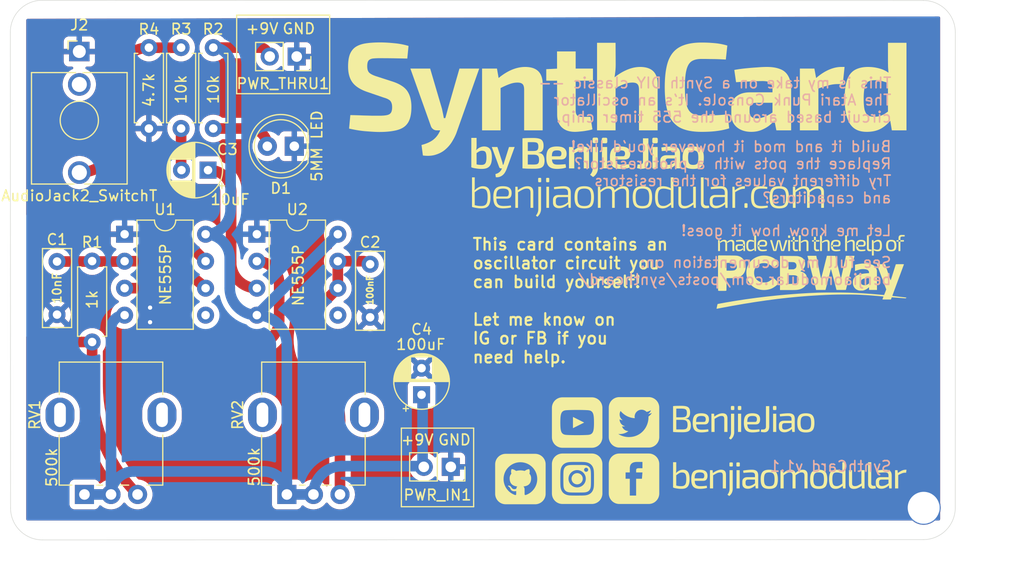
<source format=kicad_pcb>
(kicad_pcb (version 20211014) (generator pcbnew)
  (title_block (title "SynthCard") (rev "v1.0") (company "benjiamodular"))
  (layers (0 "F.Cu" signal) (31 "B.Cu" signal) (34 "B.Paste" user) (35 "F.Paste" user) (36 "B.SilkS" user "B.Silkscreen") (37 "F.SilkS" user "F.Silkscreen") (38 "B.Mask" user) (39 "F.Mask" user) (44 "Edge.Cuts" user))
  (net 0 "")
  (net 1 "+9V")
  (net 2 "GND")
  (net 3 "Net-(C1-Pad1)")
  (net 4 "Net-(C2-Pad1)")
  (net 5 "Net-(C3-Pad2)")
  (net 6 "Net-(C3-Pad1)")
  (net 8 "Net-(R1-Pad1)")
  (net 9 "Net-(U1-Pad3)")
  (net 12 "Net-(D1-Pad2)")
  (net 13 "Net-(J2-PadT)")
  (footprint "benjiaomodular:Resistor_L6.3mm_D2.5mm_P7.62mm_Horizontal" (layer "F.Cu") (at 107.696 107.188 90)
    (fp_text reference "R1")
    (fp_text value "1k")
  )
  (footprint "benjiaomodular:Resistor_L6.3mm_D2.5mm_P7.62mm_Horizontal" (layer "F.Cu") (at 116.07 79.46 -90)
    (fp_text reference "R3")
    (fp_text value "10k")
  )
  (footprint "benjiaomodular:Capacitor_Rect_L7.2mm_W2.5mm_P5.00mm" (layer "F.Cu") (at 104.394 99.608 -90)
    (fp_text reference "C1")
    (fp_text value "10nF")
  )
  (footprint "Package_DIP:DIP-8_W7.62mm" (layer "F.Cu") (at 110.754 97.038)
    (fp_text reference "U1")
    (fp_text value "NE555P")
  )
  (footprint "Connector_PinSocket_2.54mm:PinSocket_1x02_P2.54mm_Vertical" (layer "F.Cu") (at 141.45 118.95 -90)
    (fp_text reference "PWR_IN1")
    (fp_text value "Conn_01x02")
  )
  (footprint "LED_THT:LED_D5.0mm" (layer "F.Cu") (at 126.725 88.75 180)
    (fp_text reference "D1")
    (fp_text value "5MM LED")
  )
  (footprint "benjiaomodular:Capacitor_Radial_D5.0mm_P2.5mm" (layer "F.Cu") (at 118.605113 91 180)
    (fp_text reference "C3")
    (fp_text value "10uF")
  )
  (footprint "benjiaomodular:Resistor_L6.3mm_D2.5mm_P7.62mm_Horizontal" (layer "F.Cu") (at 113.04 79.46 -90)
    (fp_text reference "R4")
    (fp_text value "4.7k")
  )
  (footprint "benjiaomodular:AudioJack_3.5mm" (layer "F.Cu") (at 106.49 79.83)
    (fp_text reference "J2")
    (fp_text value "AudioJack2_SwitchT")
  )
  (footprint "Package_DIP:DIP-8_W7.62mm" (layer "F.Cu") (at 123.2 97.038)
    (fp_text reference "U2")
    (fp_text value "NE555P")
  )
  (footprint "benjiaomodular:Capacitor_Rect_L7.2mm_W2.5mm_P5.00mm" (layer "F.Cu") (at 133.858 99.862 -90)
    (fp_text reference "C2")
    (fp_text value "100nF")
  )
  (footprint "benjiaomodular:Resistor_L6.3mm_D2.5mm_P7.62mm_Horizontal" (layer "F.Cu") (at 119.1 87.08 90)
    (fp_text reference "R2")
    (fp_text value "10k")
  )
  (footprint "benjiaomodular:Potentiometer_RV09" (layer "F.Cu") (at 126.024 121.549 90)
    (fp_text reference "RV2")
    (fp_text value "500k")
  )
  (footprint "Connector_PinSocket_2.54mm:PinSocket_1x02_P2.54mm_Vertical" (layer "F.Cu") (at 126.95 80.3 -90)
    (fp_text reference "PWR_THRU1")
    (fp_text value "Conn_01x02")
  )
  (footprint "benjiaomodular:Potentiometer_RV09" (layer "F.Cu") (at 106.974 121.549 90)
    (fp_text reference "RV1")
    (fp_text value "500k")
  )
  (footprint "benjiaomodular:Capacitor_Radial_D5.0mm_P2.5mm" (layer "F.Cu") (at 138.7 112.155112 90)
    (fp_text reference "C4")
    (fp_text value "100uF")
  )
  (gr_poly (pts (xy 162.407803 94.552855) (xy 162.206784 94.552855) (xy 162.177845 94.24848) (xy 162.134121 94.285231) (xy 162.089849 94.320526) (xy 162.045027 94.354326) (xy 161.99965 94.386595) (xy 161.953712 94.417296) (xy 161.907209 94.446393) (xy 161.860138 94.473849) (xy 161.812493 94.499626) (xy 161.786756 94.512046) (xy 161.760833 94.523658) (xy 161.734724 94.534464) (xy 161.708428 94.544466) (xy 161.681943 94.553662) (xy 161.655269 94.562055) (xy 161.628404 94.569645) (xy 161.601348 94.576432) (xy 161.5741 94.582418) (xy 161.546658 94.587604) (xy 161.519022 94.591989) (xy 161.49119 94.595576) (xy 161.463163 94.598364) (xy 161.434938 94.600354) (xy 161.406515 94.601548) (xy 161.377892 94.601946) (xy 161.331539 94.600954) (xy 161.286854 94.597977) (xy 161.243837 94.593016) (xy 161.202488 94.586069) (xy 161.162807 94.577137) (xy 161.143591 94.571926) (xy 161.124792 94.566218) (xy 161.10641 94.560014) (xy 161.088445 94.553313) (xy 161.070897 94.546116) (xy 161.053765 94.538421) (xy 161.03705 94.53023) (xy 161.020752 94.521541) (xy 161.004871 94.512356) (xy 160.989406 94.502674) (xy 160.974358 94.492495) (xy 160.959727 94.481818) (xy 160.945512 94.470644) (xy 160.931714 94.458973) (xy 160.918332 94.446805) (xy 160.905367 94.434139) (xy 160.892818 94.420976) (xy 160.880686 94.407316) (xy 160.868971 94.393158) (xy 160.857672 94.378502) (xy 160.846789 94.363349) (xy 160.836323 94.347698) (xy 160.816446 94.314314) (xy 160.797847 94.278788) (xy 160.780526 94.241117) (xy 160.764485 94.201302) (xy 160.749724 94.159342) (xy 160.736243 94.115236) (xy 160.724044 94.068984) (xy 160.713126 94.020585) (xy 160.70349 93.970038) (xy 160.695137 93.917342) (xy 160.688068 93.862498) (xy 160.682283 93.805503) (xy 160.677782 93.746359) (xy 160.674567 93.685063) (xy 160.672637 93.621615) (xy 160.671994 93.556015) (xy 160.672048 93.551842) (xy 160.938637 93.551842) (xy 160.939466 93.627733) (xy 160.941954 93.699491) (xy 160.946103 93.767126) (xy 160.951917 93.830648) (xy 160.959398 93.890067) (xy 160.963764 93.91824) (xy 160.968548 93.945392) (xy 160.97375 93.971523) (xy 160.97937 93.996634) (xy 160.98541 94.020727) (xy 160.991868 94.043802) (xy 160.998762 94.065476) (xy 161.006109 94.086389) (xy 161.013908 94.106538) (xy 161.02216 94.125924) (xy 161.030862 94.144544) (xy 161.040015 94.162399) (xy 161.049618 94.179486) (xy 161.05967 94.195805) (xy 161.070171 94.211355) (xy 161.08112 94.226134) (xy 161.092517 94.240141) (xy 161.104362 94.253376) (xy 161.116652 94.265837) (xy 161.129389 94.277523) (xy 161.14257 94.288434) (xy 161.156197 94.298567) (xy 161.170817 94.307511) (xy 161.185953 94.31588) (xy 161.201605 94.323671) (xy 161.217771 94.330887) (xy 161.234453 94.337526) (xy 161.251649 94.343588) (xy 161.269358 94.349073) (xy 161.287581 94.353982) (xy 161.306317 94.358313) (xy 161.325565 94.362068) (xy 161.345325 94.365245) (xy 161.365596 94.367845) (xy 161.386378 94.369867) (xy 161.407671 94.371311) (xy 161.429474 94.372178) (xy 161.451787 94.372467) (xy 161.483186 94.371943) (xy 161.513793 94.370377) (xy 161.543615 94.367773) (xy 161.57266 94.364137) (xy 161.600936 94.359476) (xy 161.628451 94.353795) (xy 161.641926 94.350574) (xy 161.655213 94.3471) (xy 161.668314 94.343374) (xy 161.681229 94.339397) (xy 161.708099 94.32953) (xy 161.735364 94.318393) (xy 161.763021 94.305982) (xy 161.791065 94.292292) (xy 161.819494 94.277321) (xy 161.848304 94.261064) (xy 161.877493 94.243517) (xy 161.907055 94.224676) (xy 161.961905 94.187915) (xy 162.021059 94.146847) (xy 162.083801 94.102191) (xy 162.149418 94.054661) (xy 162.149418 92.88574) (xy 162.055873 92.856139) (xy 161.966797 92.829103) (xy 161.882861 92.805063) (xy 161.843031 92.794303) (xy 161.804738 92.784454) (xy 161.764455 92.774826) (xy 161.723627 92.766457) (xy 161.682263 92.759355) (xy 161.640376 92.753528) (xy 161.597975 92.748983) (xy 161.555073 92.745728) (xy 161.511681 92.743769) (xy 161.467808 92.743114) (xy 161.467808 92.743103) (xy 161.44449 92.743392) (xy 161.421723 92.744259) (xy 161.399505 92.745703) (xy 161.377836 92.747726) (xy 161.356715 92.750325) (xy 161.336141 92.753502) (xy 161.316114 92.757257) (xy 161.296632 92.761588) (xy 161.277696 92.766497) (xy 161.259303 92.771982) (xy 161.241454 92.778044) (xy 161.224148 92.784683) (xy 161.207383 92.791899) (xy 161.19116 92.799691) (xy 161.175476 92.808059) (xy 161.160332 92.817003) (xy 161.146208 92.826142) (xy 161.132561 92.836121) (xy 161.11939 92.846938) (xy 161.106697 92.858594) (xy 161.094482 92.871087) (xy 161.082745 92.884416) (xy 161.071488 92.89858) (xy 161.060712 92.913579) (xy 161.050416 92.929411) (xy 161.040602 92.946076) (xy 161.03127 92.963572) (xy 161.022421 92.9819) (xy 161.014056 93.001057) (xy 161.006174 93.021043) (xy 160.998778 93.041858) (xy 160.991868 93.063499) (xy 160.97937 93.109728) (xy 160.968548 93.160191) (xy 160.959398 93.21489) (xy 160.951917 93.27382) (xy 160.946103 93.336983) (xy 160.941954 93.404374) (xy 160.939466 93.475995) (xy 160.938637 93.551842) (xy 160.672048 93.551842) (xy 160.673215 93.462071) (xy 160.676877 93.373093) (xy 160.682979 93.289094) (xy 160.686945 93.248965) (xy 160.691519 93.210085) (xy 160.696703 93.172455) (xy 160.702495 93.136076) (xy 160.708896 93.100951) (xy 160.715906 93.067079) (xy 160.723523 93.034464) (xy 160.731749 93.003106) (xy 160.740582 92.973006) (xy 160.750023 92.944166) (xy 160.760582 92.915958) (xy 160.771745 92.888778) (xy 160.783513 92.862626) (xy 160.795887 92.837501) (xy 160.808867 92.813403) (xy 160.822454 92.790331) (xy 160.836649 92.768287) (xy 160.851452 92.747268) (xy 160.866864 92.727275) (xy 160.882887 92.708308) (xy 160.89952 92.690365) (xy 160.916764 92.673448) (xy 160.93462 92.657555) (xy 160.953089 92.642686) (xy 160.972171 92.628841) (xy 160.991868 92.61602) (xy 161.012753 92.603601) (xy 161.034377 92.591988) (xy 161.056741 92.581182) (xy 161.079843 92.571181) (xy 161.103683 92.561984) (xy 161.128261 92.553591) (xy 161.153577 92.546002) (xy 161.179631 92.539214) (xy 161.206422 92.533228) (xy 161.23395 92.528043) (xy 161.262215 92.523657) (xy 161.291217 92.520071) (xy 161.320954 92.517283) (xy 161.351428 92.515292) (xy 161.382637 92.514098) (xy 161.414582 92.5137) (xy 161.463835 92.514529) (xy 161.513117 92.517017) (xy 161.562417 92.521167) (xy 161.611726 92.52698) (xy 161.661035 92.534461) (xy 161.710336 92.543611) (xy 161.759618 92.554434) (xy 161.808873 92.566931) (xy 161.854373 92.580012) (xy 161.899628 92.59452) (xy 161.944646 92.610419) (xy 161.989436 92.627674) (xy 162.034005 92.64625) (xy 162.078362 92.666113) (xy 162.122515 92.687228) (xy 162.166474 92.709558) (xy 162.160694 92.662714) (xy 162.155754 92.616991) (xy 162.153679 92.594653) (xy 162.151911 92.572722) (xy 162.150481 92.551237) (xy 162.149422 92.530241) (xy 162.149422 91.680681) (xy 162.407803 91.680679)) (layer "F.SilkS") (width 0) (fill solid))
  (gr_poly (pts (xy 167.019913 113.900845) (xy 167.019909 113.900845) (xy 167.019917 113.900845)) (layer "F.SilkS") (width 0) (fill solid))
  (gr_poly (pts (xy 134.939632 78.971948) (xy 135.09478 78.975274) (xy 135.253228 78.980814) (xy 135.414984 78.988566) (xy 135.580053 78.998527) (xy 135.748441 79.010693) (xy 135.920154 79.025064) (xy 136.095196 79.041636) (xy 136.271349 79.058558) (xy 136.446388 79.079879) (xy 136.620316 79.105605) (xy 136.793137 79.135742) (xy 136.964853 79.170298) (xy 137.135468 79.209277) (xy 137.304986 79.252687) (xy 137.473408 79.300534) (xy 137.356099 80.490643) (xy 136.14222 80.466872) (xy 135.453166 80.45824) (xy 134.775895 80.455503) (xy 134.694908 80.455858) (xy 134.616876 80.456928) (xy 134.541796 80.458719) (xy 134.469664 80.46124) (xy 134.400477 80.464497) (xy 134.334232 80.468497) (xy 134.270926 80.473248) (xy 134.210556 80.478757) (xy 134.182898 80.480509) (xy 134.15588 80.48282) (xy 134.129504 80.485689) (xy 134.10377 80.489115) (xy 134.078679 80.493097) (xy 134.054231 80.497634) (xy 134.030426 80.502725) (xy 134.007265 80.50837) (xy 133.984748 80.514566) (xy 133.962876 80.521314) (xy 133.941649 80.528612) (xy 133.921067 80.53646) (xy 133.901132 80.544855) (xy 133.881842 80.553799) (xy 133.863199 80.563289) (xy 133.845204 80.573325) (xy 133.827852 80.582481) (xy 133.81114 80.592281) (xy 133.795068 80.602723) (xy 133.779637 80.613809) (xy 133.764848 80.625538) (xy 133.7507 80.637911) (xy 133.737196 80.650927) (xy 133.724335 80.664588) (xy 133.712119 80.678892) (xy 133.700547 80.693842) (xy 133.689621 80.709436) (xy 133.679341 80.725674) (xy 133.669709 80.742558) (xy 133.660724 80.760088) (xy 133.652387 80.778263) (xy 133.6447 80.797083) (xy 133.637567 80.816683) (xy 133.630894 80.837196) (xy 133.624681 80.858623) (xy 133.618928 80.880965) (xy 133.608803 80.928399) (xy 133.600519 80.979505) (xy 133.594075 81.034293) (xy 133.589472 81.092771) (xy 133.58671 81.154948) (xy 133.585789 81.22083) (xy 133.586527 81.271499) (xy 133.58874 81.320422) (xy 133.592428 81.3676) (xy 133.59759 81.413031) (xy 133.604226 81.456716) (xy 133.612336 81.498654) (xy 133.621919 81.538845) (xy 133.632976 81.577287) (xy 133.645504 81.613981) (xy 133.659505 81.648925) (xy 133.674978 81.68212) (xy 133.691923 81.713564) (xy 133.710338 81.743257) (xy 133.730224 81.771199) (xy 133.751581 81.79739) (xy 133.774407 81.821827) (xy 133.800503 81.84525) (xy 133.828721 81.868395) (xy 133.859062 81.891264) (xy 133.891524 81.913855) (xy 133.926106 81.936169) (xy 133.962807 81.958207) (xy 134.001628 81.979968) (xy 134.042565 82.001453) (xy 134.08562 82.022662) (xy 134.130791 82.043595) (xy 134.178077 82.064253) (xy 134.227477 82.084634) (xy 134.332616 82.124572) (xy 134.446202 82.163409) (xy 136.013031 82.669837) (xy 136.132905 82.711992) (xy 136.248078 82.755993) (xy 136.358551 82.801838) (xy 136.464325 82.849527) (xy 136.565401 82.89906) (xy 136.661781 82.950435) (xy 136.753465 83.003652) (xy 136.840454 83.05871) (xy 136.92275 83.11561) (xy 137.000352 83.174349) (xy 137.073263 83.234928) (xy 137.141483 83.297346) (xy 137.205014 83.361601) (xy 137.263856 83.427695) (xy 137.31801 83.495625) (xy 137.367478 83.565392) (xy 137.413131 83.637454) (xy 137.455844 83.712272) (xy 137.495616 83.789848) (xy 137.532446 83.870182) (xy 137.566335 83.953275) (xy 137.597281 84.039126) (xy 137.625283 84.127738) (xy 137.650341 84.219109) (xy 137.672453 84.313242) (xy 137.69162 84.410137) (xy 137.70784 84.509794) (xy 137.721112 84.612214) (xy 137.731437 84.717398) (xy 137.738812 84.825346) (xy 137.743238 84.936059) (xy 137.744713 85.049538) (xy 137.74214 85.219641) (xy 137.734418 85.382414) (xy 137.728626 85.461049) (xy 137.721546 85.537846) (xy 137.713178 85.612806) (xy 137.703522 85.685926) (xy 137.692578 85.757205) (xy 137.680344 85.826642) (xy 137.666822 85.894236) (xy 137.65201 85.959985) (xy 137.635908 86.023888) (xy 137.618517 86.085943) (xy 137.599836 86.14615) (xy 137.579865 86.204506) (xy 137.558513 86.261151) (xy 137.535688 86.316224) (xy 137.511392 86.369728) (xy 137.485624 86.421662) (xy 137.458384 86.472028) (xy 137.429672 86.520826) (xy 137.399487 86.568058) (xy 137.36783 86.613725) (xy 137.334701 86.657827) (xy 137.300098 86.700365) (xy 137.264023 86.74134) (xy 137.226475 86.780754) (xy 137.187454 86.818606) (xy 137.146959 86.854899) (xy 137.104992 86.889633) (xy 137.061551 86.922809) (xy 137.016498 86.954609) (xy 136.969697 86.985216) (xy 136.921147 87.014629) (xy 136.870847 87.042848) (xy 136.818799 87.069873) (xy 136.765002 87.095702) (xy 136.709457 87.120336) (xy 136.652162 87.143773) (xy 136.593119 87.166014) (xy 136.532327 87.187058) (xy 136.469786 87.206905) (xy 136.405497 87.225554) (xy 136.33946 87.243004) (xy 136.271674 87.259256) (xy 136.202139 87.274308) (xy 136.130856 87.28816) (xy 135.982484 87.315773) (xy 135.826001 87.339705) (xy 135.66141 87.359955) (xy 135.488716 87.376524) (xy 135.307922 87.389412) (xy 135.119033 87.398617) (xy 134.922054 87.404141) (xy 134.716988 87.405982) (xy 134.495389 87.4023) (xy 134.231115 87.391253) (xy 133.924136 87.372844) (xy 133.574421 87.347072) (xy 133.385557 87.332704) (xy 133.190058 87.313166) (xy 132.987927 87.288462) (xy 132.779166 87.258598) (xy 132.563779 87.22358) (xy 132.341768 87.183413) (xy 132.113135 87.138104) (xy 131.877884 87.087657) (xy 131.995705 85.815383) (xy 132.331431 85.822062) (xy 132.643566 85.830269) (xy 132.93214 85.839949) (xy 133.197182 85.851043) (xy 133.677305 85.862649) (xy 134.080849 85.874292) (xy 134.716988 85.874292) (xy 134.831474 85.873372) (xy 134.939317 85.87061) (xy 135.040524 85.866007) (xy 135.135098 85.859564) (xy 135.223046 85.851279) (xy 135.304371 85.841154) (xy 135.379081 85.829188) (xy 135.447178 85.815382) (xy 135.480406 85.807559) (xy 135.512351 85.798815) (xy 135.543012 85.789149) (xy 135.572388 85.778563) (xy 135.600478 85.767057) (xy 135.627282 85.754629) (xy 135.652799 85.741281) (xy 135.677028 85.727013) (xy 135.699969 85.711824) (xy 135.721621 85.695715) (xy 135.741983 85.678685) (xy 135.761054 85.660735) (xy 135.778834 85.641866) (xy 135.787239 85.632086) (xy 135.795321 85.622076) (xy 135.80308 85.611836) (xy 135.810516 85.601366) (xy 135.817629 85.590666) (xy 135.824418 85.579737) (xy 135.837255 85.557051) (xy 135.849263 85.533173) (xy 135.860441 85.5081) (xy 135.870789 85.481832) (xy 135.880308 85.45437) (xy 135.888997 85.425713) (xy 135.896858 85.39586) (xy 135.903891 85.36481) (xy 135.910095 85.332565) (xy 135.915471 85.299122) (xy 135.920019 85.264482) (xy 135.923739 85.228644) (xy 135.926633 85.191608) (xy 135.928699 85.153374) (xy 135.929939 85.113941) (xy 135.930352 85.073308) (xy 135.930033 85.038428) (xy 135.929076 85.004471) (xy 135.927479 84.971437) (xy 135.925243 84.939326) (xy 135.922366 84.908137) (xy 135.918847 84.877869) (xy 135.914686 84.848523) (xy 135.909881 84.820097) (xy 135.904432 84.792592) (xy 135.898338 84.766007) (xy 135.891599 84.740341) (xy 135.884212 84.715595) (xy 135.876178 84.691767) (xy 135.867496 84.668857) (xy 135.858165 84.646864) (xy 135.848183 84.62579) (xy 135.838933 84.604019) (xy 135.828851 84.582886) (xy 135.817938 84.562391) (xy 135.806195 84.542535) (xy 135.793622 84.523319) (xy 135.780219 84.504744) (xy 135.765987 84.486812) (xy 135.750926 84.469523) (xy 135.735037 84.452878) (xy 135.71832 84.436878) (xy 135.700775 84.421525) (xy 135.682403 84.406819) (xy 135.663204 84.392761) (xy 135.643179 84.379353) (xy 135.622328 84.366595) (xy 135.600651 84.354488) (xy 135.557397 84.328367) (xy 135.510095 84.303009) (xy 135.458746 84.278406) (xy 135.403348 84.254549) (xy 135.343901 84.231427) (xy 135.280402 84.209032) (xy 135.212853 84.187355) (xy 135.141251 84.166387) (xy 133.491738 83.60053) (xy 133.377521 83.557) (xy 133.267541 83.511819) (xy 133.161798 83.464987) (xy 133.06029 83.416503) (xy 132.963017 83.366365) (xy 132.86998 83.314573) (xy 132.781177 83.261127) (xy 132.696608 83.206025) (xy 132.616272 83.149266) (xy 132.54017 83.090849) (xy 132.468302 83.030775) (xy 132.400665 82.96904) (xy 132.337261 82.905646) (xy 132.278088 82.840591) (xy 132.223147 82.773874) (xy 132.172436 82.705494) (xy 132.125361 82.634901) (xy 132.081327 82.561545) (xy 132.040332 82.485426) (xy 132.002377 82.406545) (xy 131.967461 82.324902) (xy 131.935584 82.240497) (xy 131.906744 82.153331) (xy 131.880942 82.063403) (xy 131.858178 81.970714) (xy 131.83845 81.875264) (xy 131.821758 81.777054) (xy 131.808103 81.676083) (xy 131.797482 81.572352) (xy 131.789897 81.465861) (xy 131.785346 81.356611) (xy 131.783829 81.244601) (xy 131.786403 81.072131) (xy 131.78962 80.989076) (xy 131.794124 80.90814) (xy 131.799916 80.829323) (xy 131.806996 80.752624) (xy 131.815364 80.678043) (xy 131.82502 80.605579) (xy 131.835965 80.535232) (xy 131.848198 80.467002) (xy 131.861721 80.400887) (xy 131.876533 80.336888) (xy 131.892634 80.275003) (xy 131.910025 80.215234) (xy 131.928706 80.157578) (xy 131.948678 80.102036) (xy 131.971457 80.04686) (xy 131.995619 79.993249) (xy 132.021162 79.941203) (xy 132.048087 79.890721) (xy 132.076394 79.841805) (xy 132.106081 79.794453) (xy 132.13715 79.748666) (xy 132.1696 79.704444) (xy 132.20343 79.661786) (xy 132.23864 79.620693) (xy 132.27523 79.581164) (xy 132.313201 79.5432) (xy 132.352551 79.5068) (xy 132.393281 79.471965) (xy 132.43539 79.438694) (xy 132.478878 79.406988) (xy 132.525311 79.376662) (xy 132.573309 79.347534) (xy 132.622872 79.319604) (xy 132.674 79.292871) (xy 132.726692 79.267336) (xy 132.780949 79.242997) (xy 132.836771 79.219855) (xy 132.894157 79.19791) (xy 132.953108 79.177161) (xy 133.013624 79.157609) (xy 133.075704 79.139252) (xy 133.139348 79.122092) (xy 133.204557 79.106127) (xy 133.27133 79.091358) (xy 133.339668 79.077785) (xy 133.409569 79.065406) (xy 133.557375 79.043303) (xy 133.712167 79.024123) (xy 133.873946 79.007873) (xy 134.042718 78.994561) (xy 134.218484 78.984193) (xy 134.401248 78.976779) (xy 134.591013 78.972325) (xy 134.787781 78.970839)) (layer "F.SilkS") (width 0) (fill solid))
  (gr_line (start 143.6 115.3) (end 143.6 122.7) (layer "F.SilkS") (width 0.12))
  (gr_poly (pts (xy 160.130334 112.380492) (xy 160.180617 112.384316) (xy 160.230167 112.390612) (xy 160.278924 112.399319) (xy 160.326824 112.410375) (xy 160.373805 112.423717) (xy 160.419806 112.439283) (xy 160.464764 112.457011) (xy 160.508617 112.476838) (xy 160.551302 112.498702) (xy 160.592758 112.522541) (xy 160.632923 112.548293) (xy 160.671735 112.575896) (xy 160.70913 112.605287) (xy 160.745048 112.636404) (xy 160.779426 112.669184) (xy 160.812202 112.703566) (xy 160.843313 112.739488) (xy 160.872698 112.776886) (xy 160.900295 112.815699) (xy 160.926041 112.855865) (xy 160.949874 112.897321) (xy 160.971732 112.940005) (xy 160.991554 112.983855) (xy 161.009276 113.028808) (xy 161.024836 113.074803) (xy 161.038173 113.121776) (xy 161.049225 113.169667) (xy 161.057929 113.218412) (xy 161.064223 113.267949) (xy 161.068045 113.318217) (xy 161.069333 113.369152) (xy 161.069333 116.14101) (xy 161.068045 116.191946) (xy 161.064223 116.242213) (xy 161.057929 116.29175) (xy 161.049225 116.340495) (xy 161.038173 116.388386) (xy 161.024836 116.43536) (xy 161.009276 116.481354) (xy 160.991554 116.526308) (xy 160.971732 116.570157) (xy 160.949874 116.612841) (xy 160.926041 116.654297) (xy 160.900295 116.694463) (xy 160.872698 116.733276) (xy 160.843313 116.770675) (xy 160.812202 116.806596) (xy 160.779426 116.840978) (xy 160.745048 116.873759) (xy 160.70913 116.904876) (xy 160.671735 116.934266) (xy 160.632923 116.961869) (xy 160.592758 116.987621) (xy 160.551302 117.01146) (xy 160.508617 117.033325) (xy 160.464764 117.053152) (xy 160.419806 117.070879) (xy 160.373805 117.086445) (xy 160.326824 117.099787) (xy 160.278924 117.110843) (xy 160.230167 117.11955) (xy 160.180617 117.125847) (xy 160.130334 117.12967) (xy 160.07938 117.130959) (xy 157.30753 117.130959) (xy 157.256594 117.12967) (xy 157.206327 117.125847) (xy 157.156789 117.11955) (xy 157.108044 117.110843) (xy 157.060153 117.099787) (xy 157.013179 117.086445) (xy 156.967184 117.070879) (xy 156.92223 117.053152) (xy 156.87838 117.033325) (xy 156.835696 117.01146) (xy 156.79424 116.987621) (xy 156.754074 116.961869) (xy 156.715261 116.934266) (xy 156.677862 116.904876) (xy 156.641941 116.873759) (xy 156.607559 116.840978) (xy 156.574778 116.806596) (xy 156.543661 116.770675) (xy 156.51427 116.733276) (xy 156.486668 116.694463) (xy 156.460916 116.654297) (xy 156.437076 116.612841) (xy 156.415212 116.570157) (xy 156.395385 116.526308) (xy 156.377657 116.481354) (xy 156.362091 116.43536) (xy 156.348749 116.388386) (xy 156.337694 116.340495) (xy 156.328986 116.29175) (xy 156.32269 116.242213) (xy 156.318866 116.191946) (xy 156.317578 116.14101) (xy 156.317578 115.849369) (xy 157.208333 115.849369) (xy 157.262897 115.883058) (xy 157.318682 115.914897) (xy 157.375647 115.944842) (xy 157.433749 115.972848) (xy 157.492948 115.99887) (xy 157.553201 116.022863) (xy 157.614467 116.044784) (xy 157.676706 116.064586) (xy 157.739874 116.082226) (xy 157.803932 116.097659) (xy 157.868837 116.110841) (xy 157.934547 116.121725) (xy 158.001022 116.130269) (xy 158.068219 116.136427) (xy 158.136098 116.140155) (xy 158.204617 116.141407) (xy 158.316223 116.138455) (xy 158.424716 116.129737) (xy 158.530058 116.115459) (xy 158.632214 116.095826) (xy 158.731147 116.071044) (xy 158.826822 116.041319) (xy 158.919201 116.006858) (xy 159.008249 115.967866) (xy 159.09393 115.924548) (xy 159.176207 115.877111) (xy 159.255044 115.825761) (xy 159.330405 115.770704) (xy 159.402253 115.712144) (xy 159.470553 115.650289) (xy 159.535268 115.585344) (xy 159.596363 115.517516) (xy 159.6538 115.447009) (xy 159.707543 115.37403) (xy 159.757557 115.298784) (xy 159.803805 115.221478) (xy 159.846251 115.142318) (xy 159.884859 115.061509) (xy 159.919592 114.979257) (xy 159.950414 114.895768) (xy 159.97729 114.811248) (xy 160.000182 114.725903) (xy 160.019055 114.639939) (xy 160.033872 114.553561) (xy 160.044598 114.466976) (xy 160.051195 114.380389) (xy 160.053629 114.294007) (xy 160.051861 114.208034) (xy 160.075531 114.190581) (xy 160.098792 114.172605) (xy 160.121636 114.154117) (xy 160.144052 114.135127) (xy 160.166032 114.115647) (xy 160.187567 114.095686) (xy 160.208646 114.075257) (xy 160.229262 114.054369) (xy 160.249404 114.033033) (xy 160.269064 114.01126) (xy 160.288232 113.989061) (xy 160.306899 113.966447) (xy 160.325055 113.943427) (xy 160.342692 113.920014) (xy 160.3598 113.896217) (xy 160.37637 113.872047) (xy 160.332301 113.890633) (xy 160.28743 113.907615) (xy 160.241788 113.922968) (xy 160.195407 113.936667) (xy 160.148322 113.948686) (xy 160.100563 113.958999) (xy 160.052163 113.967581) (xy 160.003155 113.974407) (xy 160.027918 113.958791) (xy 160.051918 113.942108) (xy 160.075122 113.92439) (xy 160.097495 113.905671) (xy 160.119004 113.885983) (xy 160.139614 113.86536) (xy 160.159292 113.843833) (xy 160.178005 113.821436) (xy 160.195717 113.798201) (xy 160.212395 113.774162) (xy 160.228006 113.74935) (xy 160.242515 113.7238) (xy 160.255887 113.697543) (xy 160.268091 113.670612) (xy 160.279091 113.64304) (xy 160.288853 113.614861) (xy 160.241087 113.641812) (xy 160.216746 113.654554) (xy 160.19211 113.666798) (xy 160.167185 113.678538) (xy 160.141978 113.689766) (xy 160.116495 113.700476) (xy 160.090744 113.710662) (xy 160.064729 113.720316) (xy 160.03846 113.729432) (xy 160.011942 113.738004) (xy 159.985181 113.746024) (xy 159.958185 113.753486) (xy 159.93096 113.760383) (xy 159.903513 113.766709) (xy 159.875851 113.772457) (xy 159.853065 113.749302) (xy 159.82914 113.727312) (xy 159.804123 113.70653) (xy 159.778064 113.687003) (xy 159.751011 113.668777) (xy 159.723012 113.651897) (xy 159.694116 113.636408) (xy 159.664371 113.622357) (xy 159.633825 113.609788) (xy 159.602528 113.598747) (xy 159.570527 113.58928) (xy 159.53787 113.581432) (xy 159.504607 113.575249) (xy 159.470786 113.570775) (xy 159.436454 113.568058) (xy 159.401661 113.567142) (xy 159.362663 113.568278) (xy 159.324368 113.571638) (xy 159.28683 113.577153) (xy 159.250103 113.584755) (xy 159.214239 113.594376) (xy 159.179293 113.605945) (xy 159.145318 113.619394) (xy 159.112368 113.634654) (xy 159.080496 113.651656) (xy 159.049756 113.670332) (xy 159.020202 113.690612) (xy 158.991886 113.712427) (xy 158.964863 113.735709) (xy 158.939187 113.760389) (xy 158.91491 113.786397) (xy 158.892086 113.813665) (xy 158.87077 113.842124) (xy 158.851014 113.871704) (xy 158.832872 113.902338) (xy 158.816398 113.933956) (xy 158.801645 113.966489) (xy 158.788667 113.999868) (xy 158.777518 114.034025) (xy 158.76825 114.06889) (xy 158.760918 114.104394) (xy 158.755576 114.14047) (xy 158.752275 114.177046) (xy 158.751072 114.214056) (xy 158.752018 114.251429) (xy 158.755168 114.289098) (xy 158.760575 114.326992) (xy 158.768292 114.365044) (xy 158.667761 114.357267) (xy 158.568806 114.344203) (xy 158.47157 114.325995) (xy 158.376196 114.302784) (xy 158.282824 114.274715) (xy 158.191599 114.241928) (xy 158.102661 114.204566) (xy 158.016155 114.162772) (xy 157.932221 114.116687) (xy 157.851003 114.066455) (xy 157.772643 114.012218) (xy 157.697283 113.954118) (xy 157.625065 113.892297) (xy 157.556133 113.826898) (xy 157.490628 113.758064) (xy 157.428692 113.685936) (xy 157.413486 113.713588) (xy 157.399747 113.741715) (xy 157.387469 113.770267) (xy 157.376644 113.799193) (xy 157.367262 113.828441) (xy 157.359316 113.857961) (xy 157.352798 113.887702) (xy 157.347699 113.917612) (xy 157.344011 113.947641) (xy 157.341727 113.977737) (xy 157.340837 114.00785) (xy 157.341334 114.037929) (xy 157.343209 114.067922) (xy 157.346455 114.097779) (xy 157.351062 114.127449) (xy 157.357024 114.15688) (xy 157.364331 114.186021) (xy 157.372976 114.214823) (xy 157.38295 114.243232) (xy 157.394245 114.271199) (xy 157.406853 114.298673) (xy 157.420766 114.325602) (xy 157.435976 114.351936) (xy 157.452474 114.377623) (xy 157.470252 114.402613) (xy 157.489302 114.426854) (xy 157.509616 114.450296) (xy 157.531186 114.472887) (xy 157.554003 114.494577) (xy 157.578059 114.515314) (xy 157.603346 114.535047) (xy 157.629857 114.553726) (xy 157.609992 114.552793) (xy 157.590277 114.551261) (xy 157.570722 114.549141) (xy 157.551337 114.546441) (xy 157.532131 114.543172) (xy 157.513116 114.539342) (xy 157.4943 114.534963) (xy 157.475695 114.530042) (xy 157.457311 114.52459) (xy 157.439157 114.518616) (xy 157.421243 114.512129) (xy 157.403581 114.505141) (xy 157.38618 114.497659) (xy 157.36905 114.489694) (xy 157.352201 114.481254) (xy 157.335644 114.472351) (xy 157.335642 114.50052) (xy 157.336921 114.528537) (xy 157.339458 114.556367) (xy 157.34323 114.583972) (xy 157.348214 114.611317) (xy 157.354388 114.638365) (xy 157.361727 114.665078) (xy 157.370209 114.691422) (xy 157.379812 114.717359) (xy 157.390511 114.742853) (xy 157.402285 114.767868) (xy 157.41511 114.792366) (xy 157.428963 114.816312) (xy 157.443821 114.839669) (xy 157.459661 114.8624) (xy 157.476461 114.88447) (xy 157.494197 114.905841) (xy 157.512846 114.926477) (xy 157.532385 114.946342) (xy 157.552791 114.965399) (xy 157.574042 114.983612) (xy 157.596114 115.000944) (xy 157.618984 115.017359) (xy 157.642629 115.03282) (xy 157.667027 115.047291) (xy 157.692154 115.060735) (xy 157.717988 115.073116) (xy 157.744505 115.084398) (xy 157.771682 115.094543) (xy 157.799496 115.103516) (xy 157.827925 115.11128) (xy 157.856946 115.117798) (xy 157.83973 115.122214) (xy 157.822315 115.126176) (xy 157.804713 115.129674) (xy 157.786933 115.1327) (xy 157.768986 115.135245) (xy 157.750883 115.137299) (xy 157.732633 115.138853) (xy 157.714247 115.139899) (xy 157.695736 115.140428) (xy 157.67711 115.14043) (xy 157.65838 115.139897) (xy 157.639556 115.13882) (xy 157.620648 115.137189) (xy 157.601667 115.134996) (xy 157.582623 115.132232) (xy 157.563527 115.128887) (xy 157.580825 115.176444) (xy 157.601646 115.222191) (xy 157.625826 115.265962) (xy 157.653199 115.307593) (xy 157.6836 115.34692) (xy 157.716863 115.383777) (xy 157.752823 115.418) (xy 157.791316 115.449424) (xy 157.832174 115.477885) (xy 157.875235 115.503217) (xy 157.920331 115.525257) (xy 157.967298 115.54384) (xy 158.01597 115.5588) (xy 158.066183 115.569974) (xy 158.11777 115.577197) (xy 158.144028 115.579275) (xy 158.170567 115.580303) (xy 158.118524 115.619042) (xy 158.064922 115.65498) (xy 158.009865 115.68809) (xy 157.953453 115.718347) (xy 157.895792 115.745725) (xy 157.836982 115.770197) (xy 157.777127 115.791737) (xy 157.716329 115.81032) (xy 157.654691 115.825919) (xy 157.592316 115.838507) (xy 157.529307 115.84806) (xy 157.465765 115.85455) (xy 157.401794 115.857953) (xy 157.337497 115.858241) (xy 157.272975 115.855388) (xy 157.208333 115.849369) (xy 156.317578 115.849369) (xy 156.317578 113.369152) (xy 156.318866 113.318217) (xy 156.32269 113.267949) (xy 156.328986 113.218412) (xy 156.337694 113.169667) (xy 156.348749 113.121776) (xy 156.362091 113.074803) (xy 156.377657 113.028808) (xy 156.395385 112.983855) (xy 156.415212 112.940005) (xy 156.437076 112.897321) (xy 156.460916 112.855865) (xy 156.486668 112.815699) (xy 156.51427 112.776886) (xy 156.543661 112.739488) (xy 156.574778 112.703566) (xy 156.607559 112.669184) (xy 156.641941 112.636404) (xy 156.677862 112.605287) (xy 156.715261 112.575896) (xy 156.754074 112.548293) (xy 156.79424 112.522541) (xy 156.835696 112.498702) (xy 156.87838 112.476838) (xy 156.92223 112.457011) (xy 156.967184 112.439283) (xy 157.013179 112.423717) (xy 157.060153 112.410375) (xy 157.108044 112.399319) (xy 157.156789 112.390612) (xy 157.206327 112.384316) (xy 157.256594 112.380492) (xy 157.30753 112.379204) (xy 160.07938 112.379204)) (layer "F.SilkS") (width 0) (fill solid))
  (gr_poly (pts (xy 156.164761 88.820365) (xy 156.164761 90.834713) (xy 155.672284 90.834713) (xy 155.672284 88.820364)) (layer "F.SilkS") (width 0) (fill solid))
  (gr_poly (pts (xy 178.742604 97.547787) (xy 178.742504 97.565117) (xy 178.742203 97.582183) (xy 178.741703 97.598984) (xy 178.741003 97.61552) (xy 178.740102 97.631792) (xy 178.739002 97.647799) (xy 178.737702 97.663542) (xy 178.736203 97.67902) (xy 178.735052 97.694134) (xy 178.733701 97.708785) (xy 178.732149 97.722973) (xy 178.730397 97.736698) (xy 178.728444 97.74996) (xy 178.728403 97.750206) (xy 178.712956 97.761566) (xy 178.721455 97.890682) (xy 178.740437 97.878592) (xy 178.740437 98.620937) (xy 178.560521 98.620937) (xy 178.560521 97.139269) (xy 178.740506 97.139269)) (layer "F.SilkS") (width 0) (fill solid))
  (gr_poly (pts (xy 162.668747 119.150661) (xy 162.668285 119.204231) (xy 162.666912 119.255583) (xy 162.664652 119.30473) (xy 162.661526 119.351685) (xy 162.660383 119.374294) (xy 162.658687 119.397022) (xy 162.656443 119.419863) (xy 162.653658 119.442816) (xy 162.650339 119.465875) (xy 162.646491 119.489036) (xy 162.642122 119.512297) (xy 162.637238 119.535652) (xy 162.660709 119.512158) (xy 162.684266 119.489474) (xy 162.707907 119.467645) (xy 162.731635 119.446714) (xy 162.755448 119.426727) (xy 162.779347 119.407728) (xy 162.803332 119.389761) (xy 162.827404 119.372871) (xy 162.855725 119.354081) (xy 162.884246 119.336514) (xy 162.912974 119.320166) (xy 162.941916 119.305035) (xy 162.971077 119.291116) (xy 163.000465 119.278407) (xy 163.030087 119.266902) (xy 163.059948 119.256599) (xy 163.089952 119.247506) (xy 163.119985 119.239629) (xy 163.150038 119.232967) (xy 163.180099 119.227519) (xy 163.21016 119.223284) (xy 163.240211 119.22026) (xy 163.270242 119.218446) (xy 163.300244 119.217842) (xy 163.339285 119.218656) (xy 163.37703 119.221099) (xy 163.413481 119.22517) (xy 163.448637 119.230869) (xy 163.482498 119.238195) (xy 163.515063 119.247148) (xy 163.546334 119.257729) (xy 163.576309 119.269935) (xy 163.604988 119.283768) (xy 163.632372 119.299226) (xy 163.645579 119.307565) (xy 163.658461 119.31631) (xy 163.671019 119.325461) (xy 163.683254 119.335019) (xy 163.695164 119.344982) (xy 163.706751 119.355352) (xy 163.718013 119.366128) (xy 163.728952 119.37731) (xy 163.749857 119.400892) (xy 163.769467 119.426098) (xy 163.787833 119.452762) (xy 163.805008 119.4816) (xy 163.820993 119.512615) (xy 163.835788 119.545805) (xy 163.849396 119.581172) (xy 163.861816 119.618715) (xy 163.873049 119.658435) (xy 163.883096 119.700331) (xy 163.891958 119.744405) (xy 163.899636 119.790657) (xy 163.906131 119.839086) (xy 163.911443 119.889694) (xy 163.915573 119.942479) (xy 163.918522 119.997444) (xy 163.92029 120.054588) (xy 163.92088 120.113911) (xy 163.920276 120.168652) (xy 163.918462 120.221748) (xy 163.915438 120.273196) (xy 163.911203 120.322994) (xy 163.905755 120.371138) (xy 163.899093 120.417626) (xy 163.891216 120.462454) (xy 163.882123 120.505619) (xy 163.877506 120.526579) (xy 163.872476 120.547126) (xy 163.867031 120.56726) (xy 163.861173 120.58698) (xy 163.8549 120.606288) (xy 163.848213 120.625182) (xy 163.841113 120.643663) (xy 163.8336 120.66173) (xy 163.825672 120.679384) (xy 163.817332 120.696625) (xy 163.808578 120.713452) (xy 163.799412 120.729866) (xy 163.789832 120.745866) (xy 163.77984 120.761453) (xy 163.769435 120.776626) (xy 163.758618 120.791386) (xy 163.747783 120.805287) (xy 163.736448 120.818769) (xy 163.724612 120.831833) (xy 163.712278 120.844481) (xy 163.699444 120.856712) (xy 163.686113 120.868527) (xy 163.672285 120.879927) (xy 163.657959 120.890913) (xy 163.643138 120.901486) (xy 163.627822 120.911647) (xy 163.61201 120.921395) (xy 163.595705 120.930732) (xy 163.578906 120.939659) (xy 163.561614 120.948177) (xy 163.54383 120.956285) (xy 163.525555 120.963985) (xy 163.507179 120.970818) (xy 163.488206 120.977207) (xy 163.468636 120.983153) (xy 163.448467 120.988657) (xy 163.427697 120.993719) (xy 163.406325 120.998339) (xy 163.384349 121.002518) (xy 163.361769 121.006255) (xy 163.314788 121.012408) (xy 163.26537 121.016799) (xy 163.213503 121.019432) (xy 163.159176 121.020309) (xy 163.114167 121.019925) (xy 163.067359 121.018725) (xy 163.018788 121.016637) (xy 162.968487 121.013588) (xy 162.94285 121.011652) (xy 162.917094 121.009379) (xy 162.891223 121.006771) (xy 162.865239 121.003831) (xy 162.839145 121.000562) (xy 162.812944 120.996964) (xy 162.786639 120.993042) (xy 162.760231 120.988796) (xy 162.707516 120.981238) (xy 162.655221 120.972728) (xy 162.603367 120.963338) (xy 162.551976 120.95314) (xy 162.5275 120.946862) (xy 162.503466 120.940371) (xy 162.479872 120.933666) (xy 162.45672 120.926742) (xy 162.434009 120.919597) (xy 162.41174 120.912229) (xy 162.389911 120.904635) (xy 162.368523 120.896812) (xy 162.368523 119.73822) (xy 162.665616 119.73822) (xy 162.667729 120.706635) (xy 162.731963 120.72364) (xy 162.747919 120.727644) (xy 162.763813 120.731437) (xy 162.779635 120.734961) (xy 162.795373 120.738159) (xy 162.819075 120.742403) (xy 162.842558 120.746325) (xy 162.86582 120.749923) (xy 162.888863 120.753193) (xy 162.911684 120.756133) (xy 162.934286 120.758741) (xy 162.956666 120.761015) (xy 162.978825 120.762951) (xy 163.024061 120.764487) (xy 163.068024 120.765624) (xy 163.110665 120.76633) (xy 163.151936 120.766575) (xy 163.1724 120.765916) (xy 163.19234 120.764815) (xy 163.211756 120.763271) (xy 163.23065 120.761285) (xy 163.249019 120.758857) (xy 163.266865 120.755987) (xy 163.284188 120.752675) (xy 163.300987 120.748921) (xy 163.317262 120.744726) (xy 163.333014 120.740089) (xy 163.348241 120.735012) (xy 163.362945 120.729493) (xy 163.377126 120.723534) (xy 163.390782 120.717135) (xy 163.403915 120.710294) (xy 163.416523 120.703014) (xy 163.429092 120.695202) (xy 163.441223 120.686756) (xy 163.452915 120.677678) (xy 163.464169 120.667967) (xy 163.474984 120.657623) (xy 163.485359 120.646645) (xy 163.495293 120.635034) (xy 163.504788 120.622789) (xy 163.513841 120.60991) (xy 163.522453 120.596397) (xy 163.530624 120.58225) (xy 163.538352 120.567468) (xy 163.545637 120.552051) (xy 163.552479 120.536) (xy 163.558877 120.519313) (xy 163.564831 120.501991) (xy 163.575565 120.464287) (xy 163.584838 120.423494) (xy 163.592659 120.379612) (xy 163.599038 120.332642) (xy 163.603983 120.282585) (xy 163.607504 120.229443) (xy 163.60961 120.173215) (xy 163.61031 120.113903) (xy 163.609765 120.056347) (xy 163.608127 120.001864) (xy 163.605393 119.95046) (xy 163.60156 119.902138) (xy 163.596624 119.856903) (xy 163.590583 119.814759) (xy 163.583432 119.775712) (xy 163.57944 119.757351) (xy 163.575169 119.739765) (xy 163.570537 119.722444) (xy 163.565461 119.705758) (xy 163.559943 119.689707) (xy 163.553981 119.67429) (xy 163.547577 119.659508) (xy 163.540732 119.645361) (xy 163.533444 119.631848) (xy 163.525715 119.618969) (xy 163.517546 119.606725) (xy 163.508935 119.595113) (xy 163.499885 119.584136) (xy 163.490394 119.573792) (xy 163.480464 119.564081) (xy 163.470095 119.555003) (xy 163.459287 119.546558) (xy 163.44804 119.538746) (xy 163.436718 119.531486) (xy 163.424794 119.524694) (xy 163.412269 119.518371) (xy 163.39914 119.512516) (xy 163.385408 119.50713) (xy 163.371072 119.502213) (xy 163.356131 119.497764) (xy 163.340584 119.493783) (xy 163.324431 119.490271) (xy 163.30767 119.487227) (xy 163.290301 119.484651) (xy 163.272324 119.482544) (xy 163.253736 119.480905) (xy 163.234539 119.479734) (xy 163.21473 119.479032) (xy 163.19431 119.478798) (xy 163.194264 119.478802) (xy 163.17668 119.479104) (xy 163.159204 119.48001) (xy 163.141837 119.481521) (xy 163.124578 119.483638) (xy 163.107429 119.486359) (xy 163.090389 119.489686) (xy 163.073458 119.493618) (xy 163.056638 119.498157) (xy 163.039927 119.503302) (xy 163.023328 119.509053) (xy 163.006839 119.515412) (xy 162.990461 119.522377) (xy 162.974194 119.52995) (xy 162.958039 119.538131) (xy 162.941995 119.54692) (xy 162.926064 119.556316) (xy 162.897191 119.573716) (xy 162.867077 119.592904) (xy 162.835817 119.613748) (xy 162.803504 119.636117) (xy 162.770234 119.659881) (xy 162.736099 119.684906) (xy 162.701195 119.711063) (xy 162.665616 119.73822) (xy 162.368523 119.73822) (xy 162.368523 118.508846) (xy 162.668747 118.508842)) (layer "F.SilkS") (width 0) (fill solid))
  (gr_line (start 136.8 122.7) (end 136.8 115.3) (layer "F.SilkS") (width 0.12))
  (gr_poly (pts (xy 153.369502 119.540501) (xy 153.396319 119.54254) (xy 153.422746 119.545898) (xy 153.44875 119.550541) (xy 153.474297 119.556437) (xy 153.499355 119.563552) (xy 153.52389 119.571854) (xy 153.54787 119.581308) (xy 153.57126 119.591882) (xy 153.594028 119.603543) (xy 153.616141 119.616257) (xy 153.637565 119.629991) (xy 153.658267 119.644712) (xy 153.678215 119.660388) (xy 153.697374 119.676984) (xy 153.715712 119.694468) (xy 153.733196 119.712806) (xy 153.749792 119.731965) (xy 153.765467 119.751912) (xy 153.780189 119.772615) (xy 153.793923 119.794039) (xy 153.806637 119.816152) (xy 153.818298 119.83892) (xy 153.828872 119.86231) (xy 153.838326 119.886289) (xy 153.846627 119.910825) (xy 153.853742 119.935882) (xy 153.859638 119.96143) (xy 153.864282 119.987434) (xy 153.86764 120.013861) (xy 153.869679 120.040678) (xy 153.870366 120.067852) (xy 153.869679 120.095026) (xy 153.86764 120.121843) (xy 153.864282 120.14827) (xy 153.859638 120.174274) (xy 153.853742 120.199822) (xy 153.846627 120.224879) (xy 153.838326 120.249415) (xy 153.828871 120.273394) (xy 153.818297 120.296784) (xy 153.806636 120.319552) (xy 153.793922 120.341665) (xy 153.780188 120.363089) (xy 153.765466 120.383792) (xy 153.749791 120.403739) (xy 153.733194 120.422898) (xy 153.715711 120.441236) (xy 153.697372 120.45872) (xy 153.678213 120.475316) (xy 153.658266 120.490992) (xy 153.637563 120.505713) (xy 153.616139 120.519447) (xy 153.594026 120.532162) (xy 153.571258 120.543822) (xy 153.547868 120.554396) (xy 153.523889 120.56385) (xy 153.499354 120.572152) (xy 153.474296 120.579267) (xy 153.448749 120.585163) (xy 153.422745 120.589806) (xy 153.396318 120.593164) (xy 153.369501 120.595203) (xy 153.342328 120.59589) (xy 153.315154 120.595203) (xy 153.288336 120.593164) (xy 153.261909 120.589806) (xy 153.235906 120.585163) (xy 153.210358 120.579267) (xy 153.1853 120.572151) (xy 153.160765 120.56385) (xy 153.136786 120.554396) (xy 153.113395 120.543821) (xy 153.090627 120.532161) (xy 153.068515 120.519447) (xy 153.04709 120.505712) (xy 153.026388 120.490991) (xy 153.006441 120.475315) (xy 152.987281 120.458719) (xy 152.968943 120.441235) (xy 152.951459 120.422897) (xy 152.934863 120.403737) (xy 152.919188 120.38379) (xy 152.904466 120.363088) (xy 152.890732 120.341663) (xy 152.878018 120.319551) (xy 152.866357 120.296783) (xy 152.855783 120.273393) (xy 152.846329 120.249413) (xy 152.838028 120.224878) (xy 152.830913 120.19982) (xy 152.825017 120.174273) (xy 152.820373 120.148269) (xy 152.817016 120.121842) (xy 152.814977 120.095026) (xy 152.81429 120.067852) (xy 152.814977 120.040678) (xy 152.817016 120.013861) (xy 152.820374 119.987434) (xy 152.825017 119.96143) (xy 152.830913 119.935882) (xy 152.838028 119.910825) (xy 152.84633 119.886289) (xy 152.855784 119.86231) (xy 152.866358 119.83892) (xy 152.878019 119.816152) (xy 152.890733 119.794039) (xy 152.904467 119.772615) (xy 152.919189 119.751912) (xy 152.934865 119.731965) (xy 152.951461 119.712806) (xy 152.968945 119.694468) (xy 152.987283 119.676984) (xy 153.006442 119.660388) (xy 153.02639 119.644712) (xy 153.047092 119.629991) (xy 153.068516 119.616257) (xy 153.090629 119.603543) (xy 153.113397 119.591882) (xy 153.136787 119.581308) (xy 153.160766 119.571854) (xy 153.185301 119.563552) (xy 153.210359 119.556437) (xy 153.235907 119.550541) (xy 153.26191 119.545898) (xy 153.288337 119.54254) (xy 153.315154 119.540501) (xy 153.342328 119.539814)) (layer "F.SilkS") (width 0) (fill solid))
  (gr_poly (pts (xy 175.856251 99.114607) (xy 176.077778 100.188835) (xy 176.160295 100.587583) (xy 176.229452 100.913382) (xy 176.278153 101.132942) (xy 176.292616 101.192478) (xy 176.296988 101.207865) (xy 176.299305 101.212971) (xy 176.324315 101.126994) (xy 176.385019 100.89585) (xy 176.577603 100.138742) (xy 176.844769 99.067852) (xy 177.245518 99.07008) (xy 177.645154 99.07342) (xy 177.901181 100.150988) (xy 178.00097 100.568416) (xy 178.084164 100.90893) (xy 178.142101 101.13736) (xy 178.158891 101.198553) (xy 178.163768 101.213971) (xy 178.166119 101.218536) (xy 178.18755 101.130907) (xy 178.239871 100.898216) (xy 178.405461 100.138742) (xy 178.637005 99.067852) (xy 179.041089 99.067852) (xy 179.122007 99.068052) (xy 179.197511 99.068617) (xy 179.265944 99.069496) (xy 179.32565 99.070636) (xy 179.374972 99.071984) (xy 179.412253 99.073489) (xy 179.435836 99.075098) (xy 179.441974 99.075925) (xy 179.443538 99.076342) (xy 179.444066 99.076759) (xy 178.637005 102.263821) (xy 178.635525 102.26736) (xy 178.633206 102.270483) (xy 178.629468 102.273214) (xy 178.623732 102.275579) (xy 178.61542 102.277606) (xy 178.603953 102.279319) (xy 178.569238 102.281911) (xy 178.514955 102.283564) (xy 178.436474 102.284486) (xy 178.188389 102.284973) (xy 177.746449 102.284973) (xy 177.490414 101.298685) (xy 177.389811 100.916235) (xy 177.305905 100.603498) (xy 177.247462 100.392618) (xy 177.230528 100.335419) (xy 177.225613 100.320638) (xy 177.223248 100.315739) (xy 177.216057 100.335241) (xy 177.200151 100.390357) (xy 177.146163 100.592088) (xy 176.977238 101.254158) (xy 176.728993 102.237104) (xy 176.715634 102.284973) (xy 175.830655 102.284973) (xy 175.42545 100.68977) (xy 175.016911 99.081211) (xy 175.017182 99.07941) (xy 175.019815 99.077761) (xy 175.033051 99.074898) (xy 175.058393 99.072582) (xy 175.097616 99.070775) (xy 175.224798 99.068531) (xy 175.428791 99.067852) (xy 175.846234 99.067852)) (layer "F.SilkS") (width 0) (fill solid))
  (gr_poly (pts (xy 154.779206 117.693263) (xy 154.829489 117.697087) (xy 154.87904 117.703383) (xy 154.927796 117.71209) (xy 154.975696 117.723146) (xy 155.022678 117.736488) (xy 155.068678 117.752054) (xy 155.113636 117.769781) (xy 155.157489 117.789608) (xy 155.200175 117.811473) (xy 155.241631 117.835312) (xy 155.281796 117.861064) (xy 155.320607 117.888667) (xy 155.358003 117.918058) (xy 155.393921 117.949174) (xy 155.428298 117.981955) (xy 155.461074 118.016337) (xy 155.492186 118.052259) (xy 155.521571 118.089657) (xy 155.549167 118.12847) (xy 155.574913 118.168636) (xy 155.598747 118.210092) (xy 155.620605 118.252776) (xy 155.640426 118.296626) (xy 155.658148 118.341579) (xy 155.673709 118.387574) (xy 155.687046 118.434547) (xy 155.698097 118.482438) (xy 155.706801 118.531183) (xy 155.713095 118.58072) (xy 155.716917 118.630988) (xy 155.718205 118.681923) (xy 155.718205 121.453781) (xy 155.716917 121.504716) (xy 155.713095 121.554984) (xy 155.706801 121.604521) (xy 155.698097 121.653266) (xy 155.687046 121.701157) (xy 155.673709 121.74813) (xy 155.658148 121.794125) (xy 155.640426 121.839078) (xy 155.620605 121.882928) (xy 155.598747 121.925612) (xy 155.574913 121.967068) (xy 155.549167 122.007234) (xy 155.521571 122.046047) (xy 155.492186 122.083445) (xy 155.461074 122.119367) (xy 155.428298 122.153749) (xy 155.393921 122.18653) (xy 155.358003 122.217646) (xy 155.320607 122.247037) (xy 155.281796 122.27464) (xy 155.241631 122.300392) (xy 155.200175 122.324231) (xy 155.157489 122.346096) (xy 155.113636 122.365923) (xy 155.068678 122.38365) (xy 155.022678 122.399216) (xy 154.975696 122.412558) (xy 154.927796 122.423614) (xy 154.87904 122.432321) (xy 154.829489 122.438617) (xy 154.779206 122.442441) (xy 154.728253 122.443729) (xy 151.956398 122.443729) (xy 151.905463 122.442441) (xy 151.855196 122.438617) (xy 151.805658 122.432321) (xy 151.756913 122.423614) (xy 151.709023 122.412558) (xy 151.662049 122.399216) (xy 151.616054 122.38365) (xy 151.571101 122.365923) (xy 151.527251 122.346096) (xy 151.484567 122.324231) (xy 151.443111 122.300392) (xy 151.402946 122.27464) (xy 151.364132 122.247037) (xy 151.326734 122.217646) (xy 151.290813 122.18653) (xy 151.256431 122.153749) (xy 151.22365 122.119367) (xy 151.192533 122.083445) (xy 151.163142 122.046047) (xy 151.13554 122.007234) (xy 151.109788 121.967068) (xy 151.085948 121.925612) (xy 151.064084 121.882928) (xy 151.044257 121.839078) (xy 151.026529 121.794125) (xy 151.010963 121.74813) (xy 150.997622 121.701157) (xy 150.986566 121.653266) (xy 150.977859 121.604521) (xy 150.971562 121.554984) (xy 150.967739 121.504716) (xy 150.96645 121.453781) (xy 150.96645 120.067852) (xy 151.758404 120.067852) (xy 151.758803 120.327632) (xy 151.759375 120.418991) (xy 151.760261 120.492341) (xy 151.761508 120.55344) (xy 151.763166 120.608048) (xy 151.76791 120.720821) (xy 151.771254 120.774012) (xy 151.776306 120.825697) (xy 151.783058 120.875871) (xy 151.791506 120.924527) (xy 151.801642 120.971657) (xy 151.81346 121.017255) (xy 151.826953 121.061313) (xy 151.842114 121.103826) (xy 151.858937 121.144785) (xy 151.877415 121.184184) (xy 151.897542 121.222017) (xy 151.919311 121.258275) (xy 151.942715 121.292953) (xy 151.967748 121.326043) (xy 151.994404 121.357538) (xy 152.022675 121.387432) (xy 152.052555 121.415717) (xy 152.084038 121.442387) (xy 152.117116 121.467434) (xy 152.151784 121.490852) (xy 152.188035 121.512634) (xy 152.225861 121.532773) (xy 152.265257 121.551262) (xy 152.306216 121.568094) (xy 152.348731 121.583262) (xy 152.392796 121.59676) (xy 152.438404 121.608579) (xy 152.485548 121.618714) (xy 152.534222 121.627158) (xy 152.58442 121.633902) (xy 152.636134 121.638942) (xy 152.689358 121.642269) (xy 152.802215 121.647018) (xy 152.917913 121.649923) (xy 153.082575 121.651378) (xy 153.342328 121.651775) (xy 153.602112 121.651376) (xy 153.693479 121.650803) (xy 153.766843 121.649918) (xy 153.827965 121.64867) (xy 153.882608 121.647012) (xy 153.995495 121.642269) (xy 154.048616 121.638943) (xy 154.10024 121.633908) (xy 154.150362 121.627171) (xy 154.198973 121.618737) (xy 154.246066 121.608614) (xy 154.291633 121.596809) (xy 154.335668 121.583327) (xy 154.378163 121.568175) (xy 154.419109 121.551361) (xy 154.458501 121.53289) (xy 154.496331 121.512769) (xy 154.532591 121.491006) (xy 154.567274 121.467605) (xy 154.600372 121.442575) (xy 154.631878 121.415921) (xy 154.661785 121.38765) (xy 154.690085 121.35777) (xy 154.716771 121.326285) (xy 154.741835 121.293204) (xy 154.76527 121.258532) (xy 154.787069 121.222277) (xy 154.807225 121.184444) (xy 154.825729 121.145041) (xy 154.842574 121.104073) (xy 154.857754 121.061548) (xy 154.871261 121.017473) (xy 154.883086 120.971853) (xy 154.893224 120.924695) (xy 154.901666 120.876007) (xy 154.908405 120.825794) (xy 154.913434 120.774063) (xy 154.916745 120.720821) (xy 154.916745 120.720829) (xy 154.921494 120.608055) (xy 154.924399 120.492349) (xy 154.925854 120.32764) (xy 154.926251 120.06786) (xy 154.925851 119.808157) (xy 154.925279 119.716794) (xy 154.924393 119.643417) (xy 154.923146 119.582272) (xy 154.921487 119.527605) (xy 154.916745 119.414688) (xy 154.913471 119.361569) (xy 154.908482 119.309946) (xy 154.901784 119.259827) (xy 154.893384 119.21122) (xy 154.88329 119.164131) (xy 154.871507 119.118569) (xy 154.858043 119.07454) (xy 154.842906 119.032051) (xy 154.826101 118.99111) (xy 154.807637 118.951724) (xy 154.787519 118.913901) (xy 154.765755 118.877648) (xy 154.742352 118.842971) (xy 154.717317 118.809879) (xy 154.690656 118.778378) (xy 154.662377 118.748477) (xy 154.632486 118.720181) (xy 154.600992 118.693499) (xy 154.567899 118.668437) (xy 154.533217 118.645004) (xy 154.49695 118.623206) (xy 154.459107 118.60305) (xy 154.419695 118.584545) (xy 154.378719 118.567696) (xy 154.336188 118.552512) (xy 154.292109 118.539) (xy 154.246487 118.527167) (xy 154.199331 118.51702) (xy 154.150646 118.508567) (xy 154.100441 118.501815) (xy 154.048722 118.496771) (xy 153.995495 118.493443) (xy 153.882607 118.488692) (xy 153.766841 118.485787) (xy 153.602111 118.484333) (xy 153.342328 118.483936) (xy 153.082575 118.484338) (xy 152.991241 118.484916) (xy 152.917913 118.485815) (xy 152.856826 118.487085) (xy 152.802215 118.488777) (xy 152.689358 118.493633) (xy 152.636169 118.496942) (xy 152.584485 118.501961) (xy 152.534313 118.508686) (xy 152.485661 118.517108) (xy 152.438535 118.527221) (xy 152.392942 118.539019) (xy 152.348888 118.552494) (xy 152.306382 118.56764) (xy 152.265428 118.58445) (xy 152.226035 118.602918) (xy 152.188209 118.623036) (xy 152.151957 118.644798) (xy 152.117285 118.668198) (xy 152.084201 118.693227) (xy 152.052711 118.719881) (xy 152.022822 118.748151) (xy 151.994542 118.778032) (xy 151.967875 118.809516) (xy 151.942831 118.842597) (xy 151.919414 118.877268) (xy 151.897633 118.913522) (xy 151.877494 118.951352) (xy 151.859004 118.990753) (xy 151.842169 119.031716) (xy 151.826997 119.074236) (xy 151.813494 119.118305) (xy 151.801667 119.163917) (xy 151.791522 119.211065) (xy 151.783068 119.259742) (xy 151.77631 119.309942) (xy 151.771255 119.361658) (xy 151.76791 119.414883) (xy 151.763161 119.527684) (xy 151.760256 119.643436) (xy 151.758802 119.808154) (xy 151.758404 120.067852) (xy 150.96645 120.067852) (xy 150.96645 118.681923) (xy 150.967739 118.630988) (xy 150.971562 118.58072) (xy 150.977859 118.531183) (xy 150.986566 118.482438) (xy 150.997622 118.434547) (xy 151.010963 118.387574) (xy 151.026529 118.341579) (xy 151.044257 118.296626) (xy 151.064084 118.252776) (xy 151.085948 118.210092) (xy 151.109788 118.168636) (xy 151.13554 118.12847) (xy 151.163142 118.089657) (xy 151.192533 118.052259) (xy 151.22365 118.016337) (xy 151.256431 117.981955) (xy 151.290813 117.949174) (xy 151.326734 117.918058) (xy 151.364132 117.888667) (xy 151.402946 117.861064) (xy 151.443111 117.835312) (xy 151.484567 117.811473) (xy 151.527251 117.789608) (xy 151.571101 117.769781) (xy 151.616054 117.752054) (xy 151.662049 117.736488) (xy 151.709023 117.723146) (xy 151.756913 117.71209) (xy 151.805658 117.703383) (xy 151.855196 117.697087) (xy 151.905463 117.693263) (xy 151.956398 117.691975) (xy 154.728253 117.691975)) (layer "F.SilkS") (width 0) (fill solid))
  (gr_poly (pts (xy 176.380406 97.547787) (xy 176.380308 97.565117) (xy 176.380012 97.582183) (xy 176.37952 97.598984) (xy 176.378831 97.61552) (xy 176.377945 97.631792) (xy 176.376862 97.647799) (xy 176.375582 97.663542) (xy 176.374104 97.67902) (xy 176.372954 97.694134) (xy 176.371602 97.708785) (xy 176.37005 97.722973) (xy 176.368298 97.736698) (xy 176.366345 97.74996) (xy 176.366318 97.750122) (xy 176.350758 97.761566) (xy 176.359257 97.890682) (xy 176.378338 97.878529) (xy 176.378338 98.620937) (xy 176.198422 98.620937) (xy 176.198422 97.139269) (xy 176.378308 97.139269)) (layer "F.SilkS") (width 0) (fill solid))
  (gr_poly (pts (xy 178.342228 82.894113) (xy 177.859051 82.894113) (xy 177.755423 82.895954) (xy 177.650697 82.901478) (xy 177.544871 82.910684) (xy 177.437942 82.923572) (xy 177.329909 82.940142) (xy 177.220768 82.960392) (xy 177.110518 82.984324) (xy 176.999157 83.011935) (xy 176.794245 83.068783) (xy 176.565343 83.137506) (xy 176.314734 83.217083) (xy 176.044697 83.306491) (xy 176.044697 87.252503) (xy 174.301137 87.252503) (xy 174.301137 81.43322) (xy 175.667973 81.43322) (xy 175.830754 82.320504) (xy 175.974205 82.201281) (xy 176.117967 82.088934) (xy 176.262043 81.983529) (xy 176.406437 81.885131) (xy 176.551154 81.793807) (xy 176.623634 81.750817) (xy 176.696195 81.709621) (xy 176.76884 81.670226) (xy 176.841567 81.632639) (xy 176.914377 81.596871) (xy 176.987271 81.562928) (xy 177.065179 81.528685) (xy 177.142811 81.496642) (xy 177.220165 81.4668) (xy 177.297243 81.43916) (xy 177.374044 81.413724) (xy 177.450568 81.390493) (xy 177.526816 81.369468) (xy 177.602787 81.35065) (xy 177.678483 81.334042) (xy 177.753903 81.319643) (xy 177.829046 81.307456) (xy 177.903915 81.297482) (xy 177.978507 81.289722) (xy 178.052825 81.284178) (xy 178.126867 81.28085) (xy 178.200634 81.279741) (xy 178.507077 81.279741)) (layer "F.SilkS") (width 0) (fill solid))
  (gr_poly (pts (xy 148.446896 81.279742) (xy 148.548367 81.281319) (xy 148.646618 81.286051) (xy 148.741648 81.293937) (xy 148.833459 81.304978) (xy 148.922049 81.319172) (xy 149.007418 81.336521) (xy 149.089567 81.357023) (xy 149.168496 81.380679) (xy 149.244204 81.407488) (xy 149.316691 81.437451) (xy 149.385957 81.470567) (xy 149.452003 81.506836) (xy 149.514827 81.546258) (xy 149.574431 81.588832) (xy 149.630813 81.634559) (xy 149.683974 81.683439) (xy 149.733914 81.73547) (xy 149.780633 81.790654) (xy 149.82413 81.84899) (xy 149.864405 81.910478) (xy 149.901459 81.975117) (xy 149.935292 82.042908) (xy 149.965902 82.11385) (xy 149.993291 82.187943) (xy 150.017458 82.265187) (xy 150.038403 82.345582) (xy 150.056125 82.429128) (xy 150.070626 82.515825) (xy 150.081904 82.605672) (xy 150.089961 82.698669) (xy 150.094794 82.794816) (xy 150.096406 82.894114) (xy 150.096406 87.252504) (xy 148.352845 87.252504) (xy 148.352845 83.435682) (xy 148.35229 83.388053) (xy 148.350626 83.342354) (xy 148.347854 83.298587) (xy 148.343975 83.256752) (xy 148.338988 83.216849) (xy 148.332894 83.178878) (xy 148.325695 83.14284) (xy 148.317391 83.108734) (xy 148.307983 83.076561) (xy 148.29747 83.04632) (xy 148.285855 83.018013) (xy 148.273136 82.991639) (xy 148.259316 82.967199) (xy 148.244395 82.944693) (xy 148.228373 82.924121) (xy 148.211251 82.905482) (xy 148.192796 82.886939) (xy 148.172772 82.869596) (xy 148.151181 82.853453) (xy 148.128024 82.838509) (xy 148.103299 82.824763) (xy 148.077009 82.812216) (xy 148.049153 82.800866) (xy 148.019732 82.790714) (xy 147.988746 82.781757) (xy 147.956196 82.773997) (xy 147.922083 82.767432) (xy 147.886406 82.762062) (xy 147.849167 82.757887) (xy 147.810365 82.754905) (xy 147.770002 82.753116) (xy 147.728077 82.75252) (xy 147.680866 82.753116) (xy 147.633478 82.754905) (xy 147.58591 82.757887) (xy 147.538164 82.762062) (xy 147.490236 82.767432) (xy 147.442128 82.773997) (xy 147.393837 82.781757) (xy 147.345363 82.790714) (xy 147.296704 82.800866) (xy 147.247861 82.812216) (xy 147.198832 82.824763) (xy 147.149616 82.838509) (xy 147.100212 82.853453) (xy 147.050619 82.869596) (xy 147.000836 82.886939) (xy 146.950863 82.905482) (xy 146.864548 82.937278) (xy 146.773376 82.973357) (xy 146.67759 83.013496) (xy 146.577435 83.05747) (xy 146.473153 83.105054) (xy 146.36499 83.156022) (xy 146.137993 83.267217) (xy 146.137993 87.252504) (xy 144.394433 87.252504) (xy 144.394433 81.43322) (xy 145.796414 81.43322) (xy 145.949891 82.318954) (xy 146.097743 82.200594) (xy 146.246229 82.088928) (xy 146.395356 81.984017) (xy 146.54513 81.885922) (xy 146.695559 81.794704) (xy 146.84665 81.710425) (xy 146.922446 81.670907) (xy 146.998411 81.633146) (xy 147.074545 81.59715) (xy 147.150849 81.562928) (xy 147.233223 81.528685) (xy 147.315417 81.496642) (xy 147.39743 81.4668) (xy 147.479262 81.43916) (xy 147.560911 81.413724) (xy 147.642378 81.390493) (xy 147.723662 81.369468) (xy 147.804762 81.35065) (xy 147.885678 81.334042) (xy 147.96641 81.319643) (xy 148.046956 81.307456) (xy 148.127317 81.297482) (xy 148.207492 81.289722) (xy 148.287481 81.284178) (xy 148.367282 81.28085) (xy 148.446896 81.279741)) (layer "F.SilkS") (width 0) (fill solid))
  (gr_poly (pts (xy 156.958008 79.006495) (xy 156.969887 81.020843) (xy 156.968967 81.134969) (xy 156.966205 81.247623) (xy 156.961602 81.358805) (xy 156.955158 81.468514) (xy 156.946873 81.576751) (xy 156.936748 81.683516) (xy 156.924783 81.788807) (xy 156.910977 81.892624) (xy 156.899257 81.989423) (xy 156.886755 82.082236) (xy 156.873575 82.171323) (xy 156.859818 82.256943) (xy 156.994066 82.153366) (xy 157.128799 82.055261) (xy 157.26402 81.96271) (xy 157.399734 81.875798) (xy 157.535946 81.794606) (xy 157.672659 81.719217) (xy 157.809879 81.649716) (xy 157.947609 81.586183) (xy 158.031454 81.549091) (xy 158.115111 81.514388) (xy 158.198582 81.482076) (xy 158.281867 81.452155) (xy 158.364966 81.424625) (xy 158.44788 81.399487) (xy 158.530608 81.376741) (xy 158.613152 81.356388) (xy 158.695512 81.338427) (xy 158.777689 81.32286) (xy 158.859682 81.309687) (xy 158.941492 81.298908) (xy 159.023119 81.290523) (xy 159.104565 81.284534) (xy 159.185829 81.28094) (xy 159.266911 81.279742) (xy 159.368382 81.281319) (xy 159.466633 81.286051) (xy 159.561663 81.293937) (xy 159.653474 81.304978) (xy 159.742064 81.319172) (xy 159.827433 81.336521) (xy 159.909582 81.357023) (xy 159.988511 81.380679) (xy 160.064219 81.407488) (xy 160.136706 81.437451) (xy 160.205972 81.470567) (xy 160.272018 81.506836) (xy 160.334842 81.546258) (xy 160.394446 81.588832) (xy 160.450828 81.634559) (xy 160.503989 81.683439) (xy 160.553929 81.73547) (xy 160.600648 81.790654) (xy 160.644145 81.84899) (xy 160.68442 81.910478) (xy 160.721474 81.975117) (xy 160.755307 82.042908) (xy 160.785917 82.11385) (xy 160.813306 82.187943) (xy 160.837473 82.265187) (xy 160.858418 82.345582) (xy 160.87614 82.429128) (xy 160.890641 82.515825) (xy 160.901919 82.605672) (xy 160.909975 82.698669) (xy 160.914809 82.794816) (xy 160.91642 82.894114) (xy 160.91642 87.252505) (xy 159.160973 87.252505) (xy 159.160973 83.435683) (xy 159.160418 83.388053) (xy 159.158755 83.342355) (xy 159.155983 83.298588) (xy 159.152103 83.256753) (xy 159.147116 83.21685) (xy 159.141023 83.178879) (xy 159.133824 83.142841) (xy 159.12552 83.108735) (xy 159.116111 83.076561) (xy 159.105599 83.046321) (xy 159.093983 83.018014) (xy 159.081265 82.99164) (xy 159.067445 82.9672) (xy 159.052523 82.944694) (xy 159.036501 82.924121) (xy 159.019379 82.905483) (xy 159.002358 82.88694) (xy 158.983689 82.869597) (xy 158.963371 82.853454) (xy 158.941403 82.83851) (xy 158.917785 82.824764) (xy 158.892513 82.812217) (xy 158.865587 82.800867) (xy 158.837007 82.790715) (xy 158.806769 82.781758) (xy 158.774873 82.773998) (xy 158.741319 82.767433) (xy 158.706103 82.762063) (xy 158.669225 82.757887) (xy 158.630685 82.754905) (xy 158.590479 82.753117) (xy 158.548607 82.752521) (xy 158.50139 82.753075) (xy 158.453984 82.754739) (xy 158.406391 82.757511) (xy 158.358611 82.761391) (xy 158.310644 82.766378) (xy 158.262492 82.772472) (xy 158.214154 82.779671) (xy 158.165632 82.787975) (xy 158.068035 82.807896) (xy 157.969707 82.83223) (xy 157.870652 82.860971) (xy 157.770875 82.894114) (xy 157.684558 82.926039) (xy 157.593387 82.962506) (xy 157.497603 83.003291) (xy 157.39745 83.048169) (xy 157.293171 83.096915) (xy 157.185008 83.149305) (xy 157.073205 83.205114) (xy 156.958004 83.264116) (xy 156.958004 87.252503) (xy 155.21444 87.252503) (xy 155.21444 79.006494)) (layer "F.SilkS") (width 0) (fill solid))
  (gr_poly (pts (xy 159.527049 92.514106) (xy 159.567068 92.5153) (xy 159.606068 92.51729) (xy 159.644049 92.520078) (xy 159.681008 92.523665) (xy 159.716945 92.52805) (xy 159.751859 92.533236) (xy 159.785748 92.539222) (xy 159.818611 92.546009) (xy 159.850447 92.553599) (xy 159.881255 92.561992) (xy 159.911034 92.571188) (xy 159.939782 92.581189) (xy 159.967498 92.591996) (xy 159.994181 92.603608) (xy 160.019829 92.616028) (xy 160.044508 92.629346) (xy 160.06828 92.643657) (xy 160.091148 92.65896) (xy 160.113112 92.675255) (xy 160.134173 92.692544) (xy 160.154333 92.710825) (xy 160.173593 92.7301) (xy 160.191955 92.750368) (xy 160.209418 92.77163) (xy 160.225986 92.793886) (xy 160.241658 92.817136) (xy 160.256436 92.84138) (xy 160.270322 92.866619) (xy 160.283315 92.892853) (xy 160.295419 92.920083) (xy 160.306633 92.948307) (xy 160.317567 92.977622) (xy 160.327798 93.008122) (xy 160.337326 93.039807) (xy 160.346152 93.072678) (xy 160.354274 93.106734) (xy 160.361693 93.141977) (xy 160.374417 93.216019) (xy 160.38432 93.294805) (xy 160.391398 93.378336) (xy 160.395647 93.466614) (xy 160.397065 93.559639) (xy 160.39671 93.606751) (xy 160.395647 93.652686) (xy 160.393876 93.697444) (xy 160.391398 93.741022) (xy 160.388212 93.78342) (xy 160.38432 93.824637) (xy 160.379721 93.864669) (xy 160.374417 93.903518) (xy 160.368407 93.94118) (xy 160.361693 93.977655) (xy 160.354274 94.01294) (xy 160.346152 94.047036) (xy 160.337326 94.07994) (xy 160.327798 94.111651) (xy 160.317567 94.142167) (xy 160.306633 94.171488) (xy 160.295418 94.199712) (xy 160.283314 94.226941) (xy 160.27032 94.253175) (xy 160.256434 94.278414) (xy 160.241656 94.302658) (xy 160.225984 94.325908) (xy 160.209417 94.348164) (xy 160.191953 94.369426) (xy 160.173592 94.389694) (xy 160.154332 94.408968) (xy 160.134172 94.42725) (xy 160.113111 94.444538) (xy 160.091147 94.460834) (xy 160.06828 94.476137) (xy 160.044508 94.490448) (xy 160.019829 94.503767) (xy 159.994181 94.516186) (xy 159.967498 94.527799) (xy 159.939782 94.538605) (xy 159.911034 94.548606) (xy 159.881255 94.557803) (xy 159.850447 94.566196) (xy 159.818611 94.573786) (xy 159.785748 94.580573) (xy 159.751859 94.586559) (xy 159.716945 94.591745) (xy 159.681008 94.59613) (xy 159.644049 94.599717) (xy 159.606068 94.602505) (xy 159.567068 94.604495) (xy 159.527049 94.605689) (xy 159.486012 94.606087) (xy 159.444982 94.605689) (xy 159.40498 94.604495) (xy 159.366006 94.602505) (xy 159.328059 94.599717) (xy 159.291139 94.59613) (xy 159.255246 94.591745) (xy 159.220379 94.586559) (xy 159.186538 94.580573) (xy 159.153723 94.573786) (xy 159.121934 94.566196) (xy 159.09117 94.557803) (xy 159.06143 94.548606) (xy 159.032715 94.538605) (xy 159.005024 94.527799) (xy 158.978357 94.516186) (xy 158.952713 94.503767) (xy 158.928013 94.490449) (xy 158.904175 94.476138) (xy 158.881201 94.460835) (xy 158.85909 94.44454) (xy 158.837843 94.427251) (xy 158.81746 94.40897) (xy 158.797943 94.389695) (xy 158.77929 94.369427) (xy 158.761503 94.348165) (xy 158.744582 94.325909) (xy 158.728527 94.302659) (xy 158.713339 94.278414) (xy 158.699017 94.253175) (xy 158.685563 94.226941) (xy 158.672977 94.199712) (xy 158.661259 94.171488) (xy 158.650332 94.142167) (xy 158.640117 94.111651) (xy 158.630614 94.07994) (xy 158.62182 94.047036) (xy 158.613737 94.01294) (xy 158.606361 93.977655) (xy 158.593731 93.903518) (xy 158.583922 93.824637) (xy 158.576926 93.741022) (xy 158.572735 93.652686) (xy 158.571339 93.559639) (xy 158.846261 93.559639) (xy 158.847155 93.635552) (xy 158.849839 93.707368) (xy 158.854315 93.775085) (xy 158.860583 93.838702) (xy 158.864391 93.868972) (xy 158.868647 93.898215) (xy 158.873352 93.926433) (xy 158.878507 93.953624) (xy 158.884111 93.979787) (xy 158.890165 94.004924) (xy 158.896668 94.029033) (xy 158.903622 94.052114) (xy 158.91162 94.074269) (xy 158.920227 94.095598) (xy 158.929442 94.1161) (xy 158.939266 94.135774) (xy 158.949698 94.154618) (xy 158.960739 94.172633) (xy 158.972389 94.189816) (xy 158.984647 94.206167) (xy 158.997515 94.221684) (xy 159.010992 94.236367) (xy 159.025077 94.250214) (xy 159.039772 94.263224) (xy 159.055076 94.275397) (xy 159.07099 94.286731) (xy 159.087513 94.297226) (xy 159.104645 94.306879) (xy 159.122482 94.315823) (xy 159.141116 94.324192) (xy 159.160547 94.331984) (xy 159.180776 94.339199) (xy 159.201804 94.345838) (xy 159.223632 94.3519) (xy 159.246259 94.357386) (xy 159.269687 94.362294) (xy 159.293917 94.366626) (xy 159.318948 94.37038) (xy 159.344782 94.373557) (xy 159.37142 94.376157) (xy 159.398861 94.378179) (xy 159.427107 94.379623) (xy 159.456159 94.38049) (xy 159.486016 94.380779) (xy 159.515383 94.38049) (xy 159.543986 94.379623) (xy 159.571824 94.378179) (xy 159.598896 94.376157) (xy 159.625202 94.373557) (xy 159.650741 94.37038) (xy 159.675512 94.366626) (xy 159.699514 94.362294) (xy 159.722747 94.357386) (xy 159.74521 94.3519) (xy 159.766902 94.345838) (xy 159.787822 94.339199) (xy 159.80797 94.331984) (xy 159.827346 94.324192) (xy 159.845947 94.315823) (xy 159.863774 94.306879) (xy 159.881388 94.297226) (xy 159.898328 94.286731) (xy 159.914595 94.275397) (xy 159.930188 94.263224) (xy 159.945108 94.250213) (xy 159.959354 94.236366) (xy 159.972927 94.221683) (xy 159.985827 94.206166) (xy 159.998053 94.189815) (xy 160.009607 94.172632) (xy 160.020487 94.154617) (xy 160.030694 94.135773) (xy 160.040228 94.116099) (xy 160.049089 94.095598) (xy 160.057278 94.074269) (xy 160.064793 94.052114) (xy 160.072247 94.029033) (xy 160.079219 94.004924) (xy 160.091717 93.953624) (xy 160.102288 93.898215) (xy 160.110934 93.838702) (xy 160.117656 93.775085) (xy 160.122456 93.707368) (xy 160.125334 93.635552) (xy 160.126294 93.559639) (xy 160.125334 93.482851) (xy 160.122455 93.410451) (xy 160.117655 93.342432) (xy 160.114534 93.310061) (xy 160.110933 93.278781) (xy 160.10685 93.248592) (xy 160.102287 93.219491) (xy 160.097242 93.191477) (xy 160.091716 93.16455) (xy 160.085708 93.138708) (xy 160.079218 93.113949) (xy 160.072247 93.090273) (xy 160.064793 93.067678) (xy 160.057277 93.045524) (xy 160.049088 93.024195) (xy 160.040227 93.003693) (xy 160.030693 92.984019) (xy 160.020486 92.965175) (xy 160.009606 92.94716) (xy 159.998053 92.929977) (xy 159.985827 92.913626) (xy 159.972928 92.898109) (xy 159.959355 92.883426) (xy 159.945109 92.869579) (xy 159.930189 92.856568) (xy 159.914596 92.844396) (xy 159.898329 92.833061) (xy 159.881388 92.822567) (xy 159.863774 92.812914) (xy 159.845948 92.803969) (xy 159.827347 92.795601) (xy 159.807972 92.787809) (xy 159.787823 92.780594) (xy 159.766903 92.773955) (xy 159.74521 92.767893) (xy 159.722747 92.762407) (xy 159.699514 92.757499) (xy 159.675511 92.753167) (xy 159.65074 92.749413) (xy 159.625201 92.746236) (xy 159.598895 92.743636) (xy 159.571823 92.741614) (xy 159.543985 92.740169) (xy 159.515382 92.739303) (xy 159.486016 92.739014) (xy 159.456158 92.739303) (xy 159.427106 92.740169) (xy 159.398859 92.741614) (xy 159.371417 92.743636) (xy 159.344779 92.746236) (xy 159.318945 92.749413) (xy 159.293913 92.753167) (xy 159.269683 92.757499) (xy 159.246255 92.762407) (xy 159.223627 92.767893) (xy 159.2018 92.773955) (xy 159.180772 92.780594) (xy 159.160544 92.787809) (xy 159.141113 92.795601) (xy 159.122481 92.803969) (xy 159.104645 92.812914) (xy 159.087511 92.822567) (xy 159.070988 92.833062) (xy 159.055073 92.844396) (xy 159.039768 92.856569) (xy 159.025073 92.869579) (xy 159.010987 92.883427) (xy 158.99751 92.89811) (xy 158.984643 92.913627) (xy 158.972385 92.929978) (xy 158.960735 92.947161) (xy 158.949695 92.965175) (xy 158.939263 92.98402) (xy 158.92944 93.003694) (xy 158.920226 93.024195) (xy 158.91162 93.045524) (xy 158.903622 93.067678) (xy 158.890163 93.11395) (xy 158.878505 93.164551) (xy 158.868645 93.219492) (xy 158.860582 93.278783) (xy 158.854314 93.342433) (xy 158.849838 93.410452) (xy 158.847155 93.482851) (xy 158.846261 93.559639) (xy 158.571339 93.559639) (xy 158.571688 93.512533) (xy 158.572735 93.466614) (xy 158.57448 93.421882) (xy 158.576926 93.378336) (xy 158.580073 93.335978) (xy 158.583922 93.294805) (xy 158.588475 93.254819) (xy 158.593731 93.216019) (xy 158.599693 93.178405) (xy 158.606361 93.141977) (xy 158.613737 93.106734) (xy 158.62182 93.072678) (xy 158.630614 93.039807) (xy 158.640117 93.008122) (xy 158.650332 92.977622) (xy 158.661259 92.948307) (xy 158.672977 92.920083) (xy 158.685563 92.892854) (xy 158.699017 92.86662) (xy 158.713339 92.841381) (xy 158.728527 92.817137) (xy 158.744582 92.793887) (xy 158.761503 92.771631) (xy 158.77929 92.750369) (xy 158.797943 92.730101) (xy 158.81746 92.710827) (xy 158.837843 92.692545) (xy 158.85909 92.675257) (xy 158.881201 92.658961) (xy 158.904175 92.643658) (xy 158.928013 92.629347) (xy 158.952713 92.616028) (xy 158.978357 92.603608) (xy 159.005024 92.591996) (xy 159.032715 92.581189) (xy 159.06143 92.571188) (xy 159.09117 92.561992) (xy 159.121934 92.553599) (xy 159.153723 92.546009) (xy 159.186538 92.539222) (xy 159.220379 92.533236) (xy 159.255246 92.52805) (xy 159.291139 92.523665) (xy 159.328059 92.520078) (xy 159.366006 92.51729) (xy 159.40498 92.5153) (xy 159.444982 92.514106) (xy 159.486012 92.513708)) (layer "F.SilkS") (width 0) (fill solid))
  (gr_poly (pts (xy 143.705044 91.680752) (xy 143.705044 92.476568) (xy 143.704783 92.538396) (xy 143.704007 92.596662) (xy 143.702724 92.651337) (xy 143.700943 92.702394) (xy 143.699652 92.727077) (xy 143.697835 92.751885) (xy 143.695496 92.77682) (xy 143.692641 92.801882) (xy 143.689272 92.827072) (xy 143.685395 92.852391) (xy 143.681014 92.877838) (xy 143.676133 92.903416) (xy 143.676648 92.904415) (xy 143.707362 92.874957) (xy 143.738105 92.846633) (xy 143.768866 92.819476) (xy 143.799637 92.793519) (xy 143.830408 92.768796) (xy 143.86117 92.745339) (xy 143.891912 92.723183) (xy 143.922627 92.70236) (xy 143.955514 92.680434) (xy 143.988526 92.659787) (xy 144.021663 92.640422) (xy 144.054927 92.622338) (xy 144.088319 92.605537) (xy 144.121841 92.590018) (xy 144.155493 92.575784) (xy 144.189278 92.562834) (xy 144.224156 92.551302) (xy 144.259036 92.541318) (xy 144.276477 92.536905) (xy 144.293918 92.532879) (xy 144.31136 92.529238) (xy 144.328802 92.525982) (xy 144.346244 92.52311) (xy 144.363685 92.520623) (xy 144.381127 92.518519) (xy 144.398569 92.516799) (xy 144.41601 92.515462) (xy 144.433451 92.514508) (xy 144.450891 92.513935) (xy 144.468331 92.513744) (xy 144.5147 92.514687) (xy 144.559434 92.517517) (xy 144.602533 92.522233) (xy 144.643996 92.528837) (xy 144.683824 92.53733) (xy 144.722018 92.547711) (xy 144.758576 92.559983) (xy 144.776242 92.566828) (xy 144.793499 92.574145) (xy 144.810348 92.581936) (xy 144.826788 92.590199) (xy 144.842819 92.598935) (xy 144.858442 92.608144) (xy 144.873655 92.617827) (xy 144.88846 92.627983) (xy 144.902857 92.638612) (xy 144.916845 92.649715) (xy 144.930424 92.661291) (xy 144.943594 92.673341) (xy 144.956356 92.685864) (xy 144.968709 92.698861) (xy 144.980653 92.712333) (xy 144.992189 92.726278) (xy 145.003316 92.740697) (xy 145.014035 92.75559) (xy 145.034901 92.786609) (xy 145.054415 92.820167) (xy 145.072579 92.856263) (xy 145.089392 92.894897) (xy 145.104856 92.936067) (xy 145.118971 92.979773) (xy 145.131739 93.026013) (xy 145.143159 93.074787) (xy 145.153233 93.126093) (xy 145.161962 93.179931) (xy 145.169345 93.236299) (xy 145.175385 93.295196) (xy 145.180081 93.356622) (xy 145.183434 93.420575) (xy 145.185445 93.487054) (xy 145.186116 93.556059) (xy 145.185418 93.62164) (xy 145.183322 93.685034) (xy 145.179824 93.746241) (xy 145.17492 93.805266) (xy 145.168605 93.862111) (xy 145.160875 93.916779) (xy 145.151727 93.969273) (xy 145.141156 94.019596) (xy 145.135802 94.043958) (xy 145.129999 94.067804) (xy 145.123747 94.091136) (xy 145.117046 94.113953) (xy 145.109897 94.136256) (xy 145.102298 94.158045) (xy 145.09425 94.179321) (xy 145.085753 94.200083) (xy 145.076808 94.220333) (xy 145.067414 94.24007) (xy 145.057571 94.259294) (xy 145.04728 94.278007) (xy 145.03654 94.296208) (xy 145.025352 94.313897) (xy 145.013715 94.331075) (xy 145.001629 94.347742) (xy 144.989064 94.3634) (xy 144.975988 94.378576) (xy 144.962401 94.393269) (xy 144.948302 94.407479) (xy 144.933691 94.421208) (xy 144.918568 94.434454) (xy 144.902932 94.44722) (xy 144.886784 94.459504) (xy 144.870123 94.471308) (xy 144.852949 94.482631) (xy 144.835262 94.493474) (xy 144.817061 94.503837) (xy 144.798347 94.51372) (xy 144.779118 94.523124) (xy 144.759375 94.532049) (xy 144.739117 94.540495) (xy 144.718297 94.547947) (xy 144.696869 94.554917) (xy 144.674833 94.561405) (xy 144.652187 94.567412) (xy 144.628934 94.572937) (xy 144.605071 94.577981) (xy 144.555519 94.586625) (xy 144.503531 94.593347) (xy 144.449105 94.598146) (xy 144.392242 94.601025) (xy 144.33294 94.601984) (xy 144.280866 94.601461) (xy 144.227237 94.599896) (xy 144.172069 94.597301) (xy 144.11538 94.593683) (xy 144.087614 94.591456) (xy 144.059709 94.588863) (xy 144.031668 94.585899) (xy 144.003496 94.582556) (xy 143.975195 94.578828) (xy 143.946769 94.574708) (xy 143.918222 94.570188) (xy 143.889557 94.565264) (xy 143.832083 94.556497) (xy 143.774575 94.546645) (xy 143.717068 94.535768) (xy 143.659596 94.523924) (xy 143.632024 94.517577) (xy 143.604704 94.510849) (xy 143.577638 94.50374) (xy 143.550828 94.496248) (xy 143.524274 94.488372) (xy 143.497979 94.48011) (xy 143.471945 94.471461) (xy 143.446171 94.462423) (xy 143.446171 93.085764) (xy 143.701451 93.085764) (xy 143.704552 94.298094) (xy 143.752661 94.310314) (xy 143.800415 94.322119) (xy 143.847522 94.333278) (xy 143.893689 94.343563) (xy 143.922289 94.348508) (xy 143.95064 94.353082) (xy 143.97874 94.357281) (xy 144.006587 94.3611) (xy 144.034177 94.364536) (xy 144.061508 94.367584) (xy 144.088576 94.370241) (xy 144.11538 94.372503) (xy 144.168732 94.374283) (xy 144.222094 94.375566) (xy 144.275455 94.376343) (xy 144.328804 94.376604) (xy 144.355139 94.376299) (xy 144.3808 94.375383) (xy 144.405787 94.373857) (xy 144.4301 94.37172) (xy 144.453741 94.368974) (xy 144.476707 94.365618) (xy 144.499001 94.361652) (xy 144.520621 94.357078) (xy 144.541568 94.351894) (xy 144.561842 94.346102) (xy 144.581443 94.339701) (xy 144.600371 94.332691) (xy 144.618626 94.325074) (xy 144.636208 94.316848) (xy 144.653117 94.308015) (xy 144.669354 94.298574) (xy 144.685476 94.288424) (xy 144.701019 94.277464) (xy 144.715983 94.265695) (xy 144.730367 94.25312) (xy 144.744173 94.239738) (xy 144.757401 94.225552) (xy 144.770052 94.210561) (xy 144.782125 94.194769) (xy 144.793621 94.178175) (xy 144.804541 94.16078) (xy 144.814884 94.142587) (xy 144.824652 94.123595) (xy 144.833844 94.103807) (xy 144.842461 94.083224) (xy 144.850504 94.061846) (xy 144.857972 94.039675) (xy 144.871434 93.992637) (xy 144.883094 93.941787) (xy 144.892954 93.887113) (xy 144.901016 93.828603) (xy 144.907283 93.766246) (xy 144.911757 93.700032) (xy 144.91444 93.629948) (xy 144.915333 93.555985) (xy 144.91457 93.483004) (xy 144.912278 93.413836) (xy 144.908455 93.348491) (xy 144.903096 93.286982) (xy 144.896198 93.229319) (xy 144.887759 93.175515) (xy 144.88296 93.150063) (xy 144.877775 93.12558) (xy 144.872202 93.102068) (xy 144.866242 93.079527) (xy 144.860326 93.057361) (xy 144.853861 93.035999) (xy 144.846848 93.015441) (xy 144.839287 92.995685) (xy 144.83118 92.976733) (xy 144.822526 92.958583) (xy 144.813326 92.941235) (xy 144.803581 92.924689) (xy 144.793291 92.908944) (xy 144.782456 92.894) (xy 144.771077 92.879858) (xy 144.759155 92.866515) (xy 144.74669 92.853973) (xy 144.733683 92.842231) (xy 144.720134 92.831288) (xy 144.706044 92.821144) (xy 144.691331 92.811703) (xy 144.675918 92.80287) (xy 144.659801 92.794645) (xy 144.642983 92.787027) (xy 144.625461 92.780018) (xy 144.607235 92.773617) (xy 144.588306 92.767824) (xy 144.568671 92.762641) (xy 144.548332 92.758066) (xy 144.527286 92.754101) (xy 144.505535 92.750745) (xy 144.483077 92.747998) (xy 144.459911 92.745862) (xy 144.436038 92.744336) (xy 144.411456 92.74342) (xy 144.386166 92.743114) (xy 144.386166 92.743151) (xy 144.364657 92.743538) (xy 144.343212 92.744699) (xy 144.321833 92.746633) (xy 144.300519 92.74934) (xy 144.279269 92.752819) (xy 144.258084 92.75707) (xy 144.236964 92.76209) (xy 144.215908 92.767881) (xy 144.194915 92.774442) (xy 144.173987 92.781771) (xy 144.153123 92.789868) (xy 144.132322 92.798732) (xy 144.111585 92.808363) (xy 144.09091 92.81876) (xy 144.0703 92.829923) (xy 144.049752 92.84185) (xy 144.011462 92.865067) (xy 143.971602 92.890463) (xy 143.930206 92.917988) (xy 143.887311 92.947591) (xy 143.842953 92.979221) (xy 143.797166 93.012827) (xy 143.749987 93.048358) (xy 143.701451 93.085764) (xy 143.446171 93.085764) (xy 143.446171 91.680681)) (layer "F.SilkS") (width 0) (fill solid))
  (gr_poly (pts (xy 177.72136 97.565049) (xy 177.748951 97.566041) (xy 177.775533 97.567695) (xy 177.801106 97.57001) (xy 177.825671 97.572987) (xy 177.849227 97.576625) (xy 177.871774 97.580924) (xy 177.893313 97.585886) (xy 177.913843 97.591508) (xy 177.933364 97.597792) (xy 177.951877 97.604738) (xy 177.96938 97.612345) (xy 177.985876 97.620613) (xy 178.001362 97.629543) (xy 178.01584 97.639134) (xy 178.029309 97.649387) (xy 178.042125 97.660293) (xy 178.054114 97.671844) (xy 178.065276 97.68404) (xy 178.075612 97.696881) (xy 178.08512 97.710367) (xy 178.093802 97.724497) (xy 178.101657 97.739273) (xy 178.108685 97.754693) (xy 178.114886 97.770758) (xy 178.120261 97.787468) (xy 178.124808 97.804823) (xy 178.128529 97.822823) (xy 178.131423 97.841468) (xy 178.13349 97.860758) (xy 178.13473 97.880692) (xy 178.135144 97.901272) (xy 178.135166 97.918238) (xy 178.134709 97.934742) (xy 178.133773 97.950782) (xy 178.132357 97.966359) (xy 178.130462 97.981474) (xy 178.128088 97.996125) (xy 178.125235 98.010313) (xy 178.121903 98.024039) (xy 178.118091 98.037301) (xy 178.113801 98.0501) (xy 178.10903 98.062436) (xy 178.103781 98.074309) (xy 178.098053 98.08572) (xy 178.091845 98.096667) (xy 178.085158 98.107151) (xy 178.077992 98.117172) (xy 178.07031 98.1264) (xy 178.062083 98.135032) (xy 178.05331 98.143068) (xy 178.043992 98.15051) (xy 178.034127 98.157356) (xy 178.023717 98.163607) (xy 178.012762 98.169262) (xy 178.00126 98.174323) (xy 177.989213 98.178787) (xy 177.976621 98.182657) (xy 177.963482 98.185931) (xy 177.949798 98.18861) (xy 177.935569 98.190694) (xy 177.920794 98.192182) (xy 177.905473 98.193075) (xy 177.889607 98.193373) (xy 177.410675 98.193373) (xy 177.411467 98.20459) (xy 177.414939 98.237299) (xy 177.419405 98.267561) (xy 177.424862 98.295376) (xy 177.427963 98.308365) (xy 177.431313 98.320743) (xy 177.43491 98.332508) (xy 177.438756 98.343662) (xy 177.443137 98.354295) (xy 177.447817 98.364498) (xy 177.452794 98.37427) (xy 177.458069 98.383613) (xy 177.463641 98.392526) (xy 177.469512 98.401009) (xy 177.47568 98.409062) (xy 177.482146 98.416686) (xy 177.488909 98.423879) (xy 177.495971 98.430642) (xy 177.50333 98.436976) (xy 177.510986 98.442879) (xy 177.518941 98.448353) (xy 177.527193 98.453397) (xy 177.535743 98.45801) (xy 177.54459 98.462194) (xy 177.553769 98.466039) (xy 177.563311 98.469636) (xy 177.573217 98.472984) (xy 177.583486 98.476085) (xy 177.594119 98.478937) (xy 177.605116 98.481542) (xy 177.616477 98.483898) (xy 177.628201 98.486006) (xy 177.640289 98.487867) (xy 177.652741 98.489479) (xy 177.665556 98.490843) (xy 177.678735 98.49196) (xy 177.692278 98.492828) (xy 177.706185 98.493448) (xy 177.720455 98.49382) (xy 177.735089 98.493944) (xy 177.777289 98.493544) (xy 177.821342 98.492345) (xy 177.867248 98.490345) (xy 177.915005 98.487545) (xy 177.963424 98.483167) (xy 178.009197 98.478533) (xy 178.052325 98.473642) (xy 178.092808 98.468494) (xy 178.111859 98.589144) (xy 178.099324 98.593807) (xy 178.086062 98.598272) (xy 178.072073 98.602539) (xy 178.057355 98.606606) (xy 178.04191 98.610476) (xy 178.025737 98.614147) (xy 178.008837 98.617619) (xy 177.991208 98.620893) (xy 177.973647 98.623969) (xy 177.955888 98.626847) (xy 177.93793 98.629525) (xy 177.919774 98.632006) (xy 177.901418 98.634288) (xy 177.882864 98.636372) (xy 177.86411 98.638257) (xy 177.845158 98.639944) (xy 177.809045 98.642744) (xy 177.774783 98.644744) (xy 177.742372 98.645943) (xy 177.72686 98.646243) (xy 177.711812 98.646343) (xy 177.668452 98.645516) (xy 177.64759 98.644483) (xy 177.627275 98.643036) (xy 177.607506 98.641175) (xy 177.588282 98.638902) (xy 177.569604 98.636214) (xy 177.551472 98.633114) (xy 177.533886 98.629599) (xy 177.516845 98.625672) (xy 177.50035 98.621331) (xy 177.484401 98.616576) (xy 177.468997 98.611408) (xy 177.454139 98.605827) (xy 177.439827 98.599832) (xy 177.42606 98.593424) (xy 177.412789 98.586297) (xy 177.399965 98.578674) (xy 177.387587 98.570554) (xy 177.375656 98.561939) (xy 177.364171 98.552827) (xy 177.353133 98.54322) (xy 177.342541 98.533116) (xy 177.332396 98.522516) (xy 177.322697 98.51142) (xy 177.313445 98.499828) (xy 177.304639 98.48774) (xy 177.29628 98.475156) (xy 177.288367 98.462075) (xy 177.280901 98.448499) (xy 177.273881 98.434426) (xy 177.267308 98.419857) (xy 177.261413 98.404478) (xy 177.255898 98.388504) (xy 177.250763 98.371935) (xy 177.246009 98.35477) (xy 177.241635 98.33701) (xy 177.237641 98.318654) (xy 177.234028 98.299703) (xy 177.230795 98.280157) (xy 177.227943 98.260016) (xy 177.225471 98.239279) (xy 177.223379 98.217947) (xy 177.221667 98.196019) (xy 177.221511 98.193373) (xy 177.288472 98.193373) (xy 177.410675 98.193373) (xy 177.408986 98.169433) (xy 177.407498 98.131829) (xy 177.407002 98.091778) (xy 177.407399 98.056289) (xy 177.407492 98.053673) (xy 177.843037 98.053673) (xy 177.851577 98.053491) (xy 177.859738 98.052945) (xy 177.867518 98.052035) (xy 177.874917 98.050762) (xy 177.881937 98.049125) (xy 177.888576 98.047124) (xy 177.894836 98.044759) (xy 177.900714 98.04203) (xy 177.906213 98.038938) (xy 177.911331 98.035481) (xy 177.91607 98.031661) (xy 177.920427 98.027477) (xy 177.924405 98.022929) (xy 177.928002 98.018018) (xy 177.931219 98.012742) (xy 177.934056 98.007103) (xy 177.93662 98.000985) (xy 177.939018 97.994801) (xy 177.941251 97.98855) (xy 177.943318 97.982233) (xy 177.945221 97.975851) (xy 177.946957 97.969402) (xy 177.948529 97.962886) (xy 177.949934 97.956305) (xy 177.951175 97.949657) (xy 177.95225 97.942944) (xy 177.95316 97.936164) (xy 177.953904 97.929317) (xy 177.954483 97.922405) (xy 177.954897 97.915426) (xy 177.955145 97.908381) (xy 177.955227 97.90127) (xy 177.95475 97.889058) (xy 177.953843 97.877293) (xy 177.952505 97.865974) (xy 177.950737 97.855101) (xy 177.948539 97.844675) (xy 177.94591 97.834696) (xy 177.942851 97.825162) (xy 177.939361 97.816076) (xy 177.935441 97.807435) (xy 177.931091 97.799241) (xy 177.926311 97.791494) (xy 177.9211 97.784193) (xy 177.915459 97.777338) (xy 177.909388 97.77093) (xy 177.902886 97.764968) (xy 177.895955 97.759453) (xy 177.888496 97.754327) (xy 177.88041 97.749532) (xy 177.871695 97.745068) (xy 177.862352 97.740934) (xy 177.85238 97.737131) (xy 177.84178 97.733658) (xy 177.830552 97.730517) (xy 177.818696 97.727706) (xy 177.806211 97.725225) (xy 177.793097 97.723076) (xy 177.779356 97.721257) (xy 177.764986 97.719769) (xy 177.749987 97.718611) (xy 177.73436 97.717784) (xy 177.718105 97.717288) (xy 177.701222 97.717123) (xy 177.687381 97.717255) (xy 177.673903 97.717652) (xy 177.660789 97.718314) (xy 177.64804 97.71924) (xy 177.635654 97.720431) (xy 177.623632 97.721886) (xy 177.611973 97.723606) (xy 177.600679 97.72559) (xy 177.589748 97.72784) (xy 177.579181 97.730353) (xy 177.568978 97.733132) (xy 177.559139 97.736175) (xy 177.549663 97.739483) (xy 177.540551 97.743055) (xy 177.531803 97.746892) (xy 177.523419 97.750994) (xy 177.515622 97.755161) (xy 177.508106 97.759725) (xy 177.500871 97.764686) (xy 177.493917 97.770043) (xy 177.487245 97.775798) (xy 177.480854 97.78195) (xy 177.474743 97.788498) (xy 177.468915 97.795444) (xy 177.463367 97.802786) (xy 177.4581 97.810525) (xy 177.453114 97.818661) (xy 177.448409 97.827194) (xy 177.443986 97.836123) (xy 177.439843 97.84545) (xy 177.435981 97.855173) (xy 177.4324 97.865293) (xy 177.429325 97.875603) (xy 177.426448 97.886426) (xy 177.42377 97.897762) (xy 177.42129 97.90961) (xy 177.419008 97.92197) (xy 177.416924 97.934844) (xy 177.415039 97.94823) (xy 177.413352 97.962129) (xy 177.410574 97.991465) (xy 177.40859 98.022852) (xy 177.407492 98.053673) (xy 177.288472 98.053673) (xy 177.288472 98.193373) (xy 177.221511 98.193373) (xy 177.220336 98.173497) (xy 177.219385 98.150378) (xy 177.218815 98.126665) (xy 177.218625 98.102356) (xy 177.219385 98.052912) (xy 177.221667 98.006181) (xy 177.225471 97.962161) (xy 177.230795 97.920853) (xy 177.234028 97.901216) (xy 177.237641 97.882257) (xy 177.241635 97.863975) (xy 177.246009 97.846372) (xy 177.250763 97.829447) (xy 177.255898 97.8132) (xy 177.261413 97.797631) (xy 177.267308 97.78274) (xy 177.273865 97.768196) (xy 177.280835 97.754198) (xy 177.288218 97.740746) (xy 177.296015 97.727839) (xy 177.304226 97.715478) (xy 177.31285 97.703663) (xy 177.321887 97.692393) (xy 177.331337 97.681669) (xy 177.341202 97.671491) (xy 177.351479 97.661859) (xy 177.36217 97.652772) (xy 177.373274 97.644231) (xy 177.384792 97.636235) (xy 177.396723 97.628785) (xy 177.409068 97.621881) (xy 177.421826 97.615522) (xy 177.435287 97.609371) (xy 177.449211 97.603616) (xy 177.463597 97.598258) (xy 177.478447 97.593297) (xy 177.49376 97.588733) (xy 177.509536 97.584566) (xy 177.525774 97.580796) (xy 177.542476 97.577422) (xy 177.559641 97.574446) (xy 177.577269 97.571866) (xy 177.59536 97.569683) (xy 177.613914 97.567897) (xy 177.632931 97.566508) (xy 177.652411 97.565516) (xy 177.672355 97.56492) (xy 177.692761 97.564722) (xy 177.692761 97.564718)) (layer "F.SilkS") (width 0) (fill solid))
  (gr_poly (pts (xy 160.917443 88.820365) (xy 160.917443 90.834713) (xy 160.425484 90.834713) (xy 160.425484 88.820364)) (layer "F.SilkS") (width 0) (fill solid))
  (gr_poly (pts (xy 171.206234 81.279741) (xy 171.296661 81.280526) (xy 171.385343 81.282881) (xy 171.472279 81.286804) (xy 171.557469 81.292295) (xy 171.640911 81.299353) (xy 171.722607 81.307978) (xy 171.802555 81.318169) (xy 171.880755 81.329926) (xy 171.957206 81.343247) (xy 172.031908 81.358132) (xy 172.104861 81.37458) (xy 172.176063 81.392591) (xy 172.245515 81.412163) (xy 172.313216 81.433297) (xy 172.379166 81.455992) (xy 172.443364 81.480246) (xy 172.505714 81.504914) (xy 172.566123 81.531795) (xy 172.624592 81.560888) (xy 172.681122 81.592192) (xy 172.735714 81.625708) (xy 172.78837 81.661434) (xy 172.839091 81.69937) (xy 172.887877 81.739516) (xy 172.934731 81.78187) (xy 172.979653 81.826433) (xy 173.022644 81.873204) (xy 173.063707 81.922182) (xy 173.102842 81.973366) (xy 173.14005 82.026757) (xy 173.175333 82.082353) (xy 173.208691 82.140154) (xy 173.241507 82.198965) (xy 173.272212 82.260536) (xy 173.300807 82.324868) (xy 173.32729 82.39196) (xy 173.35166 82.461813) (xy 173.373916 82.534426) (xy 173.394057 82.6098) (xy 173.412082 82.687936) (xy 173.427991 82.768832) (xy 173.441781 82.85249) (xy 173.453453 82.938909) (xy 173.463004 83.028089) (xy 173.470435 83.120031) (xy 173.475744 83.214735) (xy 173.47893 83.3122) (xy 173.479992 83.412428) (xy 173.479992 87.252503) (xy 172.089894 87.252503) (xy 171.906964 86.321294) (xy 171.857651 86.380268) (xy 171.805601 86.439243) (xy 171.750709 86.49822) (xy 171.692872 86.557197) (xy 171.631986 86.616174) (xy 171.567947 86.67515) (xy 171.500649 86.734126) (xy 171.429989 86.793099) (xy 171.348818 86.853851) (xy 171.264341 86.912404) (xy 171.176556 86.968756) (xy 171.08546 87.022902) (xy 170.991051 87.07484) (xy 170.893325 87.124565) (xy 170.792281 87.172074) (xy 170.687916 87.217362) (xy 170.634445 87.238761) (xy 170.580057 87.258779) (xy 170.524752 87.277417) (xy 170.468529 87.294675) (xy 170.411388 87.310553) (xy 170.353328 87.325051) (xy 170.294349 87.338169) (xy 170.23445 87.349906) (xy 170.173631 87.360262) (xy 170.11189 87.369238) (xy 170.049229 87.376833) (xy 169.985645 87.383048) (xy 169.921139 87.387881) (xy 169.85571 87.391334) (xy 169.789357 87.393406) (xy 169.722081 87.394096) (xy 169.656227 87.393359) (xy 169.591196 87.391146) (xy 169.52699 87.387458) (xy 169.463609 87.382296) (xy 169.401053 87.375659) (xy 169.339324 87.367549) (xy 169.278421 87.357966) (xy 169.218346 87.34691) (xy 169.159099 87.334381) (xy 169.100682 87.320379) (xy 169.043094 87.304907) (xy 168.986336 87.287962) (xy 168.930409 87.269547) (xy 168.875314 87.249661) (xy 168.821051 87.228304) (xy 168.767621 87.205478) (xy 168.7153 87.181229) (xy 168.664365 87.155604) (xy 168.614814 87.128603) (xy 168.566647 87.100225) (xy 168.519863 87.070469) (xy 168.474461 87.039335) (xy 168.430442 87.006821) (xy 168.387804 86.972928) (xy 168.346546 86.937654) (xy 168.306668 86.900999) (xy 168.268169 86.862962) (xy 168.231049 86.823542) (xy 168.195307 86.782739) (xy 168.160942 86.740552) (xy 168.127953 86.69698) (xy 168.096341 86.652022) (xy 168.066382 86.605678) (xy 168.038353 86.557947) (xy 168.012255 86.508829) (xy 167.988087 86.458326) (xy 167.96585 86.406439) (xy 167.945545 86.353168) (xy 167.927171 86.298515) (xy 167.91073 86.242481) (xy 167.896221 86.185065) (xy 167.883646 86.126271) (xy 167.873004 86.066097) (xy 167.864296 86.004546) (xy 167.857523 85.941619) (xy 167.852684 85.877315) (xy 167.849781 85.811636) (xy 167.848813 85.744584) (xy 167.848813 85.509457) (xy 169.568608 85.509457) (xy 169.569251 85.545765) (xy 169.571181 85.581059) (xy 169.574398 85.615341) (xy 169.578903 85.64861) (xy 169.584695 85.680865) (xy 169.591775 85.712108) (xy 169.600143 85.742338) (xy 169.609799 85.771556) (xy 169.620744 85.799761) (xy 169.632977 85.826954) (xy 169.6465 85.853135) (xy 169.661311 85.878303) (xy 169.677413 85.90246) (xy 169.694804 85.925605) (xy 169.713485 85.947739) (xy 169.733456 85.968861) (xy 169.754856 85.987404) (xy 169.777821 86.004747) (xy 169.802353 86.020891) (xy 169.82845 86.035835) (xy 169.856113 86.04958) (xy 169.88534 86.062127) (xy 169.916133 86.073477) (xy 169.948491 86.083629) (xy 169.982413 86.092585) (xy 170.017899 86.100346) (xy 170.05495 86.10691) (xy 170.093565 86.11228) (xy 170.133744 86.116456) (xy 170.175486 86.119438) (xy 170.218792 86.121226) (xy 170.263661 86.121822) (xy 170.302133 86.121315) (xy 170.340978 86.119792) (xy 170.380195 86.117255) (xy 170.419782 86.113704) (xy 170.45974 86.109139) (xy 170.500068 86.10356) (xy 170.540765 86.096969) (xy 170.581831 86.089364) (xy 170.665067 86.071119) (xy 170.749772 86.048827) (xy 170.835939 86.022491) (xy 170.923565 85.992114) (xy 171.014666 85.958054) (xy 171.105376 85.92067) (xy 171.195704 85.879966) (xy 171.285656 85.835945) (xy 171.375241 85.78861) (xy 171.464466 85.737966) (xy 171.553338 85.684016) (xy 171.641865 85.626762) (xy 171.652431 85.61961) (xy 171.662874 85.612351) (xy 171.683503 85.597607) (xy 171.724545 85.567852) (xy 171.724545 84.653696) (xy 170.157719 84.66093) (xy 170.11865 84.661526) (xy 170.080963 84.663315) (xy 170.044657 84.666297) (xy 170.009732 84.670472) (xy 169.976189 84.675842) (xy 169.944026 84.682407) (xy 169.913244 84.690167) (xy 169.883843 84.699123) (xy 169.855822 84.709276) (xy 169.829181 84.720626) (xy 169.803921 84.733173) (xy 169.78004 84.746918) (xy 169.75754 84.761862) (xy 169.736419 84.778006) (xy 169.716677 84.795349) (xy 169.698315 84.813892) (xy 169.682621 84.833451) (xy 169.667937 84.853839) (xy 169.654263 84.875056) (xy 169.6416 84.897102) (xy 169.629949 84.919977) (xy 169.619308 84.943681) (xy 169.60968 84.968214) (xy 169.601063 84.993575) (xy 169.593459 85.019764) (xy 169.586868 85.046782) (xy 169.58129 85.074628) (xy 169.576725 85.103301) (xy 169.573174 85.132802) (xy 169.570638 85.163131) (xy 169.569115 85.194287) (xy 169.568608 85.226271) (xy 169.568608 85.509457) (xy 167.848813 85.509457) (xy 167.848813 85.144104) (xy 167.850654 85.058414) (xy 167.856178 84.97511) (xy 167.865385 84.894192) (xy 167.878274 84.815663) (xy 167.894845 84.739522) (xy 167.915098 84.665771) (xy 167.939033 84.594412) (xy 167.96665 84.525444) (xy 167.997948 84.458869) (xy 168.032927 84.394688) (xy 168.071588 84.332902) (xy 168.11393 84.273512) (xy 168.159952 84.216519) (xy 168.209655 84.161924) (xy 168.263039 84.109728) (xy 168.320103 84.059932) (xy 168.380383 84.012857) (xy 168.443416 83.968822) (xy 168.509205 83.927828) (xy 168.577749 83.889873) (xy 168.649051 83.854957) (xy 168.723111 83.823079) (xy 168.799929 83.79424) (xy 168.879509 83.768438) (xy 168.961849 83.745674) (xy 169.046951 83.725946) (xy 169.134817 83.709255) (xy 169.225446 83.695599) (xy 169.318841 83.684979) (xy 169.415003 83.677393) (xy 169.513931 83.672843) (xy 169.615628 83.671326) (xy 171.724545 83.671326) (xy 171.724545 83.400541) (xy 171.723766 83.349873) (xy 171.721428 83.30095) (xy 171.717531 83.253772) (xy 171.712073 83.20834) (xy 171.705054 83.164655) (xy 171.696473 83.122717) (xy 171.686329 83.082527) (xy 171.674621 83.044084) (xy 171.661348 83.007391) (xy 171.64651 82.972446) (xy 171.630106 82.939252) (xy 171.612134 82.907807) (xy 171.592593 82.878114) (xy 171.571484 82.850172) (xy 171.548805 82.823981) (xy 171.524556 82.799543) (xy 171.49961 82.776717) (xy 171.471897 82.75536) (xy 171.441418 82.735474) (xy 171.408173 82.717059) (xy 171.372164 82.700114) (xy 171.333391 82.684641) (xy 171.291855 82.67064) (xy 171.247557 82.658111) (xy 171.200498 82.647055) (xy 171.150679 82.637472) (xy 171.098101 82.629362) (xy 171.042764 82.622725) (xy 170.98467 82.617563) (xy 170.923819 82.613875) (xy 170.860212 82.611662) (xy 170.79385 82.610925) (xy 170.556008 82.613183) (xy 170.290158 82.619918) (xy 169.996327 82.63107) (xy 169.674542 82.646582) (xy 169.336602 82.659853) (xy 168.994271 82.67609) (xy 168.647522 82.695272) (xy 168.29633 82.717379) (xy 168.131482 81.562927) (xy 168.239527 81.542669) (xy 168.351618 81.523132) (xy 168.587941 81.48624) (xy 168.840462 81.452293) (xy 169.109196 81.421334) (xy 169.386051 81.393385) (xy 169.662911 81.368418) (xy 169.939771 81.346396) (xy 170.216626 81.327283) (xy 170.486112 81.306601) (xy 170.615335 81.298435) (xy 170.740878 81.291731) (xy 170.862739 81.2865) (xy 170.980918 81.282751) (xy 171.095414 81.280495) (xy 171.206227 81.279741)) (layer "F.SilkS") (width 0) (fill solid))
  (gr_poly (pts (xy 154.779206 112.400611) (xy 154.829489 112.404434) (xy 154.87904 112.410731) (xy 154.927796 112.419438) (xy 154.975696 112.430494) (xy 155.022678 112.443836) (xy 155.068678 112.459402) (xy 155.113636 112.477129) (xy 155.157489 112.496956) (xy 155.200175 112.518821) (xy 155.241631 112.54266) (xy 155.281796 112.568412) (xy 155.320607 112.596015) (xy 155.358003 112.625406) (xy 155.393921 112.656523) (xy 155.428298 112.689303) (xy 155.461074 112.723686) (xy 155.492186 112.759607) (xy 155.521571 112.797006) (xy 155.549167 112.835819) (xy 155.574913 112.875985) (xy 155.598747 112.917441) (xy 155.620605 112.960125) (xy 155.640426 113.003975) (xy 155.658148 113.048929) (xy 155.673709 113.094923) (xy 155.687046 113.141897) (xy 155.698097 113.189788) (xy 155.706801 113.238533) (xy 155.713095 113.288071) (xy 155.716917 113.338339) (xy 155.718205 113.389275) (xy 155.718205 116.161129) (xy 155.716917 116.212065) (xy 155.713095 116.262332) (xy 155.706801 116.31187) (xy 155.698097 116.360615) (xy 155.687046 116.408506) (xy 155.673709 116.45548) (xy 155.658148 116.501475) (xy 155.640426 116.546429) (xy 155.620605 116.590279) (xy 155.598747 116.632963) (xy 155.574913 116.674419) (xy 155.549167 116.714585) (xy 155.521571 116.753398) (xy 155.492186 116.790797) (xy 155.461074 116.826718) (xy 155.428298 116.8611) (xy 155.393921 116.893881) (xy 155.358003 116.924998) (xy 155.320607 116.954389) (xy 155.281796 116.981991) (xy 155.241631 117.007743) (xy 155.200175 117.031583) (xy 155.157489 117.053447) (xy 155.113636 117.073274) (xy 155.068678 117.091002) (xy 155.022678 117.106568) (xy 154.975696 117.11991) (xy 154.927796 117.130965) (xy 154.87904 117.139673) (xy 154.829489 117.145969) (xy 154.779206 117.149793) (xy 154.728253 117.151081) (xy 151.956395 117.151081) (xy 151.90546 117.149793) (xy 151.855193 117.145969) (xy 151.805656 117.139673) (xy 151.756911 117.130965) (xy 151.709021 117.11991) (xy 151.662047 117.106568) (xy 151.616053 117.091002) (xy 151.5711 117.073274) (xy 151.52725 117.053447) (xy 151.484566 117.031583) (xy 151.44311 117.007743) (xy 151.402945 116.981991) (xy 151.364132 116.954389) (xy 151.326733 116.924998) (xy 151.290812 116.893881) (xy 151.25643 116.8611) (xy 151.22365 116.826718) (xy 151.192533 116.790797) (xy 151.163142 116.753398) (xy 151.13554 116.714585) (xy 151.109788 116.674419) (xy 151.085948 116.632963) (xy 151.064084 116.590279) (xy 151.044257 116.546429) (xy 151.026529 116.501475) (xy 151.010963 116.45548) (xy 150.997622 116.408506) (xy 150.986566 116.360615) (xy 150.977859 116.31187) (xy 150.971562 116.262332) (xy 150.967739 116.212065) (xy 150.96645 116.161129) (xy 150.96645 114.775204) (xy 151.758412 114.775204) (xy 151.763311 115.058135) (xy 151.769188 115.182709) (xy 151.778131 115.296467) (xy 151.790722 115.399739) (xy 151.807546 115.492859) (xy 151.829187 115.576159) (xy 151.856229 115.649971) (xy 151.871959 115.683422) (xy 151.889258 115.714627) (xy 151.908199 115.743626) (xy 151.928856 115.77046) (xy 151.951301 115.795172) (xy 151.975608 115.817802) (xy 152.00185 115.838393) (xy 152.030099 115.856986) (xy 152.060429 115.873623) (xy 152.092913 115.888344) (xy 152.127623 115.901192) (xy 152.164633 115.912209) (xy 152.245845 115.928912) (xy 152.337132 115.938786) (xy 152.540366 115.949384) (xy 152.784703 115.956968) (xy 153.056456 115.96153) (xy 153.341934 115.963064) (xy 153.627449 115.961564) (xy 153.899312 115.957021) (xy 154.143833 115.949431) (xy 154.347325 115.938786) (xy 154.394231 115.934685) (xy 154.43855 115.928927) (xy 154.480357 115.921468) (xy 154.519722 115.912265) (xy 154.556719 115.901278) (xy 154.591421 115.888463) (xy 154.6239 115.873778) (xy 154.65423 115.857181) (xy 154.682482 115.83863) (xy 154.70873 115.818081) (xy 154.733046 115.795494) (xy 154.755503 115.770825) (xy 154.776174 115.744033) (xy 154.795131 115.715074) (xy 154.812448 115.683907) (xy 154.828196 115.65049) (xy 154.842449 115.614779) (xy 154.855279 115.576734) (xy 154.86676 115.536311) (xy 154.876963 115.493468) (xy 154.885962 115.448162) (xy 154.893829 115.400353) (xy 154.900636 115.349996) (xy 154.906458 115.297051) (xy 154.915433 115.183224) (xy 154.921336 115.058532) (xy 154.924748 114.922638) (xy 154.926251 114.775204) (xy 154.926243 114.775204) (xy 154.921344 114.492272) (xy 154.915467 114.367696) (xy 154.906525 114.253938) (xy 154.893934 114.150666) (xy 154.87711 114.057545) (xy 154.855469 113.974245) (xy 154.828426 113.900434) (xy 154.812696 113.866982) (xy 154.795398 113.835777) (xy 154.776456 113.806778) (xy 154.755799 113.779944) (xy 154.733354 113.755232) (xy 154.709047 113.732601) (xy 154.682805 113.71201) (xy 154.654556 113.693417) (xy 154.624226 113.676781) (xy 154.591742 113.662059) (xy 154.557032 113.649211) (xy 154.520022 113.638195) (xy 154.43881 113.621492) (xy 154.347523 113.611618) (xy 154.144031 113.600973) (xy 153.899509 113.593382) (xy 153.627645 113.58884) (xy 153.342129 113.587339) (xy 153.056651 113.588874) (xy 152.784898 113.593436) (xy 152.540562 113.60102) (xy 152.33733 113.611618) (xy 152.290424 113.615719) (xy 152.246105 113.621477) (xy 152.204299 113.628937) (xy 152.164934 113.638139) (xy 152.127937 113.649127) (xy 152.093235 113.661942) (xy 152.060756 113.676627) (xy 152.030426 113.693224) (xy 152.002175 113.711776) (xy 151.975927 113.732324) (xy 151.951611 113.754912) (xy 151.929154 113.77958) (xy 151.908484 113.806373) (xy 151.889527 113.835331) (xy 151.872211 113.866498) (xy 151.856463 113.899916) (xy 151.84221 113.935626) (xy 151.82938 113.973672) (xy 151.8179 114.014095) (xy 151.807697 114.056938) (xy 151.798699 114.102243) (xy 151.790832 114.150053) (xy 151.784025 114.200409) (xy 151.778203 114.253355) (xy 151.769229 114.367182) (xy 151.763326 114.491874) (xy 151.759915 114.627768) (xy 151.758412 114.775204) (xy 150.96645 114.775204) (xy 150.96645 113.389275) (xy 150.967739 113.338339) (xy 150.971562 113.288071) (xy 150.977859 113.238533) (xy 150.986566 113.189788) (xy 150.997622 113.141897) (xy 151.010963 113.094923) (xy 151.026529 113.048929) (xy 151.044257 113.003975) (xy 151.064084 112.960125) (xy 151.085948 112.917441) (xy 151.109788 112.875985) (xy 151.13554 112.835819) (xy 151.163142 112.797006) (xy 151.192533 112.759607) (xy 151.22365 112.723686) (xy 151.25643 112.689303) (xy 151.290812 112.656523) (xy 151.326733 112.625406) (xy 151.364132 112.596015) (xy 151.402945 112.568412) (xy 151.44311 112.54266) (xy 151.484566 112.518821) (xy 151.52725 112.496956) (xy 151.5711 112.477129) (xy 151.616053 112.459402) (xy 151.662047 112.443836) (xy 151.709021 112.430494) (xy 151.756911 112.419438) (xy 151.805656 112.410731) (xy 151.855193 112.404434) (xy 151.90546 112.400611) (xy 151.956395 112.399323) (xy 154.728253 112.399323)) (layer "F.SilkS") (width 0) (fill solid))
  (gr_poly (pts (xy 184.335148 79.006495) (xy 184.335148 87.252504) (xy 182.956936 87.252504) (xy 182.806561 86.341966) (xy 182.764288 86.393926) (xy 182.720805 86.445015) (xy 182.676102 86.495226) (xy 182.630169 86.54455) (xy 182.582996 86.592979) (xy 182.534571 86.640507) (xy 182.484885 86.687123) (xy 182.433927 86.732822) (xy 182.381687 86.777594) (xy 182.328153 86.821433) (xy 182.273317 86.864329) (xy 182.217167 86.906275) (xy 182.159693 86.947264) (xy 182.100884 86.987286) (xy 182.040731 87.026335) (xy 181.979222 87.064402) (xy 181.907525 87.104344) (xy 181.833804 87.141706) (xy 181.758059 87.176487) (xy 181.68029 87.20869) (xy 181.600496 87.238313) (xy 181.518677 87.265358) (xy 181.434834 87.289825) (xy 181.348966 87.311715) (xy 181.261073 87.331027) (xy 181.171156 87.347763) (xy 181.079213 87.361923) (xy 180.985246 87.373507) (xy 180.889253 87.382516) (xy 180.791235 87.38895) (xy 180.691192 87.392811) (xy 180.589123 87.394097) (xy 180.451709 87.390969) (xy 180.319259 87.381585) (xy 180.191773 87.365944) (xy 180.129892 87.355777) (xy 180.069252 87.344045) (xy 180.009854 87.33075) (xy 179.951698 87.31589) (xy 179.894783 87.299466) (xy 179.839111 87.281477) (xy 179.78468 87.261924) (xy 179.731492 87.240806) (xy 179.679546 87.218123) (xy 179.628842 87.193877) (xy 179.579381 87.168065) (xy 179.531162 87.140689) (xy 179.484186 87.111748) (xy 179.438453 87.081242) (xy 179.393963 87.049172) (xy 179.350715 87.015537) (xy 179.308711 86.980337) (xy 179.267951 86.943572) (xy 179.228433 86.905242) (xy 179.19016 86.865347) (xy 179.15313 86.823887) (xy 179.117343 86.780863) (xy 179.082801 86.736273) (xy 179.049502 86.690118) (xy 179.017448 86.642397) (xy 178.986638 86.593112) (xy 178.929579 86.490258) (xy 178.876212 86.381967) (xy 178.826534 86.268241) (xy 178.780545 86.149081) (xy 178.738243 86.024487) (xy 178.699626 85.89446) (xy 178.664693 85.759001) (xy 178.633443 85.618111) (xy 178.605875 85.47179) (xy 178.581987 85.320041) (xy 178.561778 85.162863) (xy 178.545246 85.000258) (xy 178.53239 84.832226) (xy 178.523209 84.658768) (xy 178.517701 84.479885) (xy 178.515866 84.295578) (xy 178.516014 84.284207) (xy 180.306447 84.284207) (xy 180.307911 84.452802) (xy 180.312306 84.611062) (xy 180.319638 84.758997) (xy 180.32991 84.896614) (xy 180.343127 85.023923) (xy 180.359294 85.140933) (xy 180.378414 85.247653) (xy 180.389084 85.297157) (xy 180.400494 85.344091) (xy 180.414165 85.387444) (xy 180.428669 85.429145) (xy 180.444006 85.469194) (xy 180.460174 85.50759) (xy 180.477174 85.544333) (xy 180.495005 85.579422) (xy 180.513665 85.612855) (xy 180.533154 85.644633) (xy 180.553471 85.674754) (xy 180.574616 85.703218) (xy 180.596588 85.730023) (xy 180.619386 85.75517) (xy 180.643009 85.778657) (xy 180.667457 85.800483) (xy 180.692728 85.820648) (xy 180.718823 85.839151) (xy 180.747261 85.854844) (xy 180.776617 85.869528) (xy 180.80689 85.883201) (xy 180.838082 85.895863) (xy 180.870192 85.907515) (xy 180.903222 85.918156) (xy 180.937171 85.927784) (xy 180.972041 85.936401) (xy 181.00783 85.944006) (xy 181.044541 85.950597) (xy 181.082172 85.956176) (xy 181.120725 85.960741) (xy 181.1602 85.964292) (xy 181.200598 85.96683) (xy 181.241918 85.968352) (xy 181.284161 85.96886) (xy 181.359451 85.967939) (xy 181.432168 85.965177) (xy 181.502312 85.960575) (xy 181.56988 85.954131) (xy 181.634871 85.945846) (xy 181.697284 85.935721) (xy 181.757116 85.923755) (xy 181.814366 85.909949) (xy 181.870318 85.891349) (xy 181.92626 85.870892) (xy 181.982194 85.848582) (xy 182.038125 85.824427) (xy 182.094055 85.79843) (xy 182.14999 85.770597) (xy 182.205931 85.740933) (xy 182.261883 85.709444) (xy 182.299269 85.685483) (xy 182.338374 85.659812) (xy 182.420492 85.60458) (xy 182.59158 85.487236) (xy 182.59158 82.775773) (xy 182.073269 82.622811) (xy 181.992098 82.600731) (xy 181.907621 82.581609) (xy 181.819836 82.565442) (xy 181.72874 82.552225) (xy 181.634331 82.541952) (xy 181.536605 82.53462) (xy 181.435562 82.530225) (xy 181.331196 82.52876) (xy 181.331189 82.528759) (xy 181.286091 82.529267) (xy 181.242096 82.530789) (xy 181.199203 82.533326) (xy 181.157414 82.536877) (xy 181.116728 82.541442) (xy 181.077146 82.547021) (xy 181.038668 82.553612) (xy 181.001294 82.561216) (xy 180.965024 82.569833) (xy 180.929859 82.579462) (xy 180.895798 82.590102) (xy 180.862843 82.601754) (xy 180.830993 82.614416) (xy 180.800248 82.62809) (xy 180.77061 82.642774) (xy 180.742077 82.658467) (xy 180.71456 82.67563) (xy 180.687966 82.694724) (xy 180.662296 82.715747) (xy 180.637548 82.738701) (xy 180.613722 82.763586) (xy 180.590819 82.790403) (xy 180.568836 82.819152) (xy 180.547775 82.849833) (xy 180.527634 82.882447) (xy 180.508413 82.916994) (xy 180.490111 82.953474) (xy 180.472729 82.991889) (xy 180.456265 83.032238) (xy 180.440719 83.074522) (xy 180.426091 83.118741) (xy 180.412381 83.164896) (xy 180.387534 83.264854) (xy 180.366008 83.376235) (xy 180.347799 83.499035) (xy 180.332906 83.633251) (xy 180.321327 83.77888) (xy 180.313059 83.935918) (xy 180.308099 84.104361) (xy 180.306447 84.284207) (xy 178.516014 84.284207) (xy 178.519549 84.012122) (xy 178.530596 83.744891) (xy 178.538882 83.617357) (xy 178.549009 83.493876) (xy 178.560976 83.374447) (xy 178.574785 83.259069) (xy 178.590434 83.147741) (xy 178.607924 83.040461) (xy 178.627255 82.937228) (xy 178.648426 82.838041) (xy 178.671438 82.7429) (xy 178.69629 82.651803) (xy 178.722982 82.564748) (xy 178.751515 82.481735) (xy 178.783403 82.400789) (xy 178.817223 82.322879) (xy 178.852973 82.248006) (xy 178.890654 82.17617) (xy 178.930267 82.107372) (xy 178.971812 82.04161) (xy 179.015289 81.978885) (xy 179.060699 81.919198) (xy 179.108042 81.862548) (xy 179.157317 81.808935) (xy 179.208527 81.758359) (xy 179.26167 81.710821) (xy 179.316747 81.66632) (xy 179.373759 81.624857) (xy 179.432706 81.586431) (xy 179.493588 81.551043) (xy 179.556357 81.518228) (xy 179.620968 81.487522) (xy 179.687421 81.458928) (xy 179.755716 81.432445) (xy 179.825852 81.408075) (xy 179.897829 81.385819) (xy 179.971647 81.365678) (xy 180.047307 81.347653) (xy 180.124806 81.331744) (xy 180.204147 81.317954) (xy 180.285328 81.306282) (xy 180.368349 81.29673) (xy 180.45321 81.289299) (xy 180.53991 81.28399) (xy 180.628451 81.280804) (xy 180.718831 81.279741) (xy 180.871227 81.282503) (xy 181.022125 81.290789) (xy 181.171533 81.304598) (xy 181.319461 81.32393) (xy 181.465917 81.348785) (xy 181.610909 81.37916) (xy 181.754445 81.415057) (xy 181.896534 81.456475) (xy 181.94728 81.472562) (xy 181.997448 81.489573) (xy 182.047044 81.5075) (xy 182.096069 81.526337) (xy 182.144528 81.546076) (xy 182.192424 81.566712) (xy 182.23976 81.588235) (xy 182.286541 81.610641) (xy 182.332768 81.633921) (xy 182.378447 81.65807) (xy 182.423579 81.683079) (xy 182.46817 81.708942) (xy 182.512222 81.735651) (xy 182.555738 81.763201) (xy 182.598723 81.791584) (xy 182.641179 81.820793) (xy 182.6211 81.585665) (xy 182.611739 81.468082) (xy 182.603459 81.350538) (xy 182.598278 81.161295) (xy 182.594564 80.97056) (xy 182.592328 80.778354) (xy 182.59158 80.584693) (xy 182.59158 79.006494)) (layer "F.SilkS") (width 0) (fill solid))
  (gr_poly (pts (xy 174.831028 97.564718) (xy 174.848219 97.564995) (xy 174.864863 97.565826) (xy 174.880962 97.567211) (xy 174.896514 97.56915) (xy 174.911522 97.571643) (xy 174.925983 97.57469) (xy 174.939899 97.578291) (xy 174.953269 97.582445) (xy 174.966093 97.587154) (xy 174.978371 97.592417) (xy 174.990104 97.598234) (xy 175.001291 97.604604) (xy 175.011933 97.611529) (xy 175.022028 97.619008) (xy 175.031578 97.62704) (xy 175.040582 97.635627) (xy 175.049041 97.644768) (xy 175.056953 97.654462) (xy 175.06432 97.664711) (xy 175.071142 97.675513) (xy 175.077417 97.68687) (xy 175.083147 97.69878) (xy 175.088331 97.711244) (xy 175.09297 97.724263) (xy 175.097063 97.737835) (xy 175.10061 97.751961) (xy 175.103611 97.766642) (xy 175.106067 97.781876) (xy 175.107977 97.797664) (xy 175.109341 97.814006) (xy 175.110159 97.830902) (xy 175.110432 97.848352) (xy 175.110432 98.620937) (xy 174.928395 98.620937) (xy 174.928395 97.899153) (xy 174.928262 97.886444) (xy 174.927866 97.874249) (xy 174.927204 97.862566) (xy 174.926278 97.851395) (xy 174.925087 97.840737) (xy 174.923632 97.830592) (xy 174.921912 97.82096) (xy 174.919927 97.81184) (xy 174.917678 97.803233) (xy 174.915164 97.795138) (xy 174.912386 97.787556) (xy 174.909344 97.780487) (xy 174.906036 97.77393) (xy 174.902465 97.767886) (xy 174.898629 97.762354) (xy 174.894528 97.757336) (xy 174.892496 97.754861) (xy 174.890368 97.752465) (xy 174.888146 97.750148) (xy 174.885828 97.747909) (xy 174.883416 97.745749) (xy 174.880908 97.743667) (xy 174.878305 97.741664) (xy 174.875608 97.739739) (xy 174.872815 97.737893) (xy 174.869927 97.736126) (xy 174.863867 97.732826) (xy 174.857426 97.729841) (xy 174.850605 97.72717) (xy 174.843403 97.724814) (xy 174.835821 97.722771) (xy 174.827859 97.721043) (xy 174.819517 97.719629) (xy 174.810795 97.718529) (xy 174.801692 97.717744) (xy 174.792209 97.717272) (xy 174.782345 97.717115) (xy 174.770439 97.717289) (xy 174.758533 97.71781) (xy 174.746627 97.718678) (xy 174.734721 97.719893) (xy 174.722815 97.721456) (xy 174.710908 97.723366) (xy 174.699002 97.725623) (xy 174.687096 97.728228) (xy 174.67519 97.73118) (xy 174.663284 97.734479) (xy 174.651378 97.738125) (xy 174.639472 97.742119) (xy 174.627565 97.74646) (xy 174.615659 97.751148) (xy 174.603753 97.756183) (xy 174.591847 97.761566) (xy 174.567472 97.773307) (xy 174.541972 97.786305) (xy 174.515348 97.800559) (xy 174.487599 97.816071) (xy 174.458725 97.832838) (xy 174.428728 97.850863) (xy 174.397606 97.870144) (xy 174.384442 97.878529) (xy 174.384442 97.81872) (xy 174.365391 97.78697) (xy 174.367944 97.775096) (xy 174.370296 97.76276) (xy 174.372422 97.750122) (xy 174.386992 97.739406) (xy 174.417056 97.718438) (xy 174.447054 97.69866) (xy 174.476984 97.680073) (xy 174.506849 97.662677) (xy 174.536647 97.646472) (xy 174.566378 97.631457) (xy 174.596043 97.617634) (xy 174.610851 97.611225) (xy 174.625642 97.605231) (xy 174.640417 97.599649) (xy 174.655175 97.594481) (xy 174.669916 97.589727) (xy 174.684642 97.585386) (xy 174.699351 97.581458) (xy 174.714043 97.577944) (xy 174.728719 97.574843) (xy 174.743379 97.572156) (xy 174.758022 97.569882) (xy 174.772648 97.568022) (xy 174.787258 97.566575) (xy 174.801852 97.565541) (xy 174.816429 97.564921) (xy 174.83099 97.564714)) (layer "F.SilkS") (width 0) (fill solid))
  (gr_poly (pts (xy 184.3 119.5) (xy 184.201298 119.5) (xy 184.182337 119.500249) (xy 184.163377 119.500995) (xy 184.144418 119.502238) (xy 184.12546 119.503978) (xy 184.106502 119.506215) (xy 184.087544 119.508948) (xy 184.068587 119.512178) (xy 184.04963 119.515904) (xy 184.030673 119.520127) (xy 184.011715 119.524845) (xy 183.992758 119.530059) (xy 183.9738 119.535769) (xy 183.954841 119.541974) (xy 183.935882 119.548674) (xy 183.916922 119.55587) (xy 183.897961 119.56356) (xy 183.862153 119.578147) (xy 183.824224 119.594403) (xy 183.784296 119.612234) (xy 183.742492 119.631545) (xy 183.653744 119.674227) (xy 183.558957 119.721691) (xy 183.558957 120.977943) (xy 183.259236 120.977943) (xy 183.259236 119.260223) (xy 183.492299 119.260223) (xy 183.524334 119.533592) (xy 183.569233 119.498777) (xy 183.614128 119.465719) (xy 183.65902 119.434451) (xy 183.703911 119.40501) (xy 183.748802 119.377431) (xy 183.793695 119.351749) (xy 183.83859 119.327999) (xy 183.883488 119.306217) (xy 183.907689 119.295535) (xy 183.931784 119.285539) (xy 183.955772 119.276229) (xy 183.979652 119.267605) (xy 184.003423 119.259668) (xy 184.027087 119.252419) (xy 184.05064 119.245858) (xy 184.074085 119.239985) (xy 184.097419 119.234801) (xy 184.120642 119.230307) (xy 184.143754 119.226503) (xy 184.166754 119.223389) (xy 184.189642 119.220966) (xy 184.212417 119.219235) (xy 184.235078 119.218196) (xy 184.257626 119.21785) (xy 184.335141 119.217846)) (layer "F.SilkS") (width 0) (fill solid))
  (gr_poly (pts (xy 182.543187 100.506094) (xy 182.798108 101.263063) (xy 182.80169 101.274182) (xy 182.80532 101.284962) (xy 182.808971 101.29535) (xy 182.812612 101.305295) (xy 182.816214 101.314744) (xy 182.819747 101.323646) (xy 182.823182 101.331947) (xy 182.826491 101.339596) (xy 182.829643 101.34654) (xy 182.832609 101.352728) (xy 182.83536 101.358107) (xy 182.837867 101.362625) (xy 182.840099 101.36623) (xy 182.842029 101.36887) (xy 182.84287 101.369811) (xy 182.843626 101.370492) (xy 182.84429 101.370905) (xy 182.844861 101.371044) (xy 182.852052 101.355896) (xy 182.867943 101.31248) (xy 182.921811 101.152998) (xy 182.998429 100.916914) (xy 183.089764 100.628546) (xy 183.257854 100.09978) (xy 183.310801 99.935689) (xy 183.33244 99.871576) (xy 183.334699 99.869775) (xy 183.339088 99.868126) (xy 183.354946 99.865262) (xy 183.381397 99.862947) (xy 183.419824 99.86114) (xy 183.538136 99.858897) (xy 183.720944 99.858219) (xy 183.783712 99.858236) (xy 183.839151 99.858302) (xy 183.887706 99.858439) (xy 183.929821 99.858671) (xy 183.965942 99.859021) (xy 183.981893 99.859246) (xy 183.996513 99.85951) (xy 184.009858 99.859815) (xy 184.021981 99.860163) (xy 184.032941 99.860558) (xy 184.042791 99.861001) (xy 184.051588 99.861498) (xy 184.059387 99.862049) (xy 184.066244 99.862658) (xy 184.072214 99.863328) (xy 184.077354 99.864061) (xy 184.07963 99.864452) (xy 184.081719 99.864861) (xy 184.083628 99.865287) (xy 184.085364 99.86573) (xy 184.086934 99.866191) (xy 184.088345 99.866671) (xy 184.089605 99.86717) (xy 184.090719 99.867688) (xy 184.091694 99.868225) (xy 184.092539 99.868782) (xy 184.09326 99.869359) (xy 184.093863 99.869957) (xy 184.094356 99.870575) (xy 184.094745 99.871215) (xy 184.095038 99.871877) (xy 184.095242 99.87256) (xy 184.095363 99.873266) (xy 184.095409 99.873994) (xy 184.095386 99.874746) (xy 184.095301 99.875521) (xy 184.094975 99.877142) (xy 183.547284 101.358799) (xy 183.163652 102.395596) (xy 183.002934 102.833775) (xy 183.003598 102.8353) (xy 183.006002 102.836954) (xy 183.010137 102.83873) (xy 183.015996 102.840628) (xy 183.032853 102.844772) (xy 183.056506 102.84936) (xy 183.08689 102.854365) (xy 183.12394 102.859761) (xy 183.167591 102.865523) (xy 183.217778 102.871624) (xy 184.040843 102.968749) (xy 184.242347 102.993413) (xy 184.295478 103.00041) (xy 184.318722 103.004093) (xy 184.323022 103.005094) (xy 184.326719 103.006043) (xy 184.329783 103.006996) (xy 184.332185 103.008007) (xy 184.333129 103.00855) (xy 184.333896 103.009128) (xy 184.334483 103.009747) (xy 184.334886 103.010414) (xy 184.335101 103.011135) (xy 184.335125 103.011918) (xy 184.334955 103.012769) (xy 184.334586 103.013694) (xy 184.334014 103.014702) (xy 184.333237 103.015797) (xy 184.332251 103.016988) (xy 184.331051 103.01828) (xy 184.327997 103.021197) (xy 184.324046 103.024601) (xy 184.319169 103.028546) (xy 184.313336 103.033087) (xy 184.298687 103.044168) (xy 184.251935 103.078676) (xy 184.07716 103.065319) (xy 183.430401 103.012999) (xy 183.246636 102.998597) (xy 183.094911 102.987952) (xy 183.035988 102.98443) (xy 182.990984 102.982317) (xy 182.961868 102.981769) (xy 182.953885 102.982131) (xy 182.950612 102.982943) (xy 182.949599 102.984277) (xy 182.948243 102.986575) (xy 182.944595 102.993848) (xy 182.939851 103.00433) (xy 182.934194 103.01759) (xy 182.927806 103.033199) (xy 182.92087 103.050726) (xy 182.906086 103.089809) (xy 182.869351 103.186657) (xy 182.470829 103.186657) (xy 182.387819 103.186455) (xy 182.311643 103.185874) (xy 182.243608 103.184954) (xy 182.185018 103.183734) (xy 182.137177 103.182254) (xy 182.10139 103.180551) (xy 182.07896 103.178666) (xy 182.073163 103.177667) (xy 182.07169 103.177156) (xy 182.071194 103.176638) (xy 182.072203 103.172035) (xy 182.07509 103.162775) (xy 182.085665 103.132528) (xy 182.10125 103.090383) (xy 182.120175 103.040829) (xy 182.1298 103.015088) (xy 182.138525 102.990822) (xy 182.146181 102.968565) (xy 182.152596 102.948851) (xy 182.157602 102.932216) (xy 182.159524 102.92522) (xy 182.16103 102.919195) (xy 182.162099 102.914206) (xy 182.16271 102.910322) (xy 182.162841 102.907608) (xy 182.162721 102.906711) (xy 182.162472 102.906132) (xy 182.112007 102.898607) (xy 181.981652 102.885382) (xy 181.552447 102.847829) (xy 181.01721 102.805475) (xy 180.518292 102.770323) (xy 179.997389 102.740162) (xy 179.516143 102.721899) (xy 179.008598 102.713654) (xy 178.408795 102.713551) (xy 177.820024 102.719377) (xy 177.293661 102.731778) (xy 176.746007 102.753155) (xy 176.093365 102.785908) (xy 175.125842 102.84712) (xy 174.154223 102.925161) (xy 173.173263 103.020682) (xy 172.177719 103.134336) (xy 171.162346 103.266775) (xy 170.1219 103.418652) (xy 169.051137 103.590618) (xy 167.944813 103.783325) (xy 167.116043 103.937225) (xy 166.474286 104.059397) (xy 166.471603 104.059563) (xy 166.46941 104.058694) (xy 166.46773 104.056616) (xy 166.466583 104.053153) (xy 166.46599 104.04813) (xy 166.465972 104.041375) (xy 166.467748 104.021966) (xy 166.472081 103.99353) (xy 166.47914 103.95467) (xy 166.502118 103.840099) (xy 166.515492 103.777049) (xy 166.521327 103.750271) (xy 166.526661 103.726432) (xy 166.531545 103.705365) (xy 166.53603 103.686902) (xy 166.540166 103.670876) (xy 166.544003 103.657118) (xy 166.545826 103.651037) (xy 166.547593 103.64546) (xy 166.54931 103.640366) (xy 166.550985 103.635735) (xy 166.552623 103.631544) (xy 166.55423 103.627774) (xy 166.555814 103.624402) (xy 166.55738 103.621409) (xy 166.558934 103.618773) (xy 166.560483 103.616473) (xy 166.562034 103.614488) (xy 166.563592 103.612797) (xy 166.565164 103.611379) (xy 166.566757 103.610214) (xy 166.568375 103.609279) (xy 166.570027 103.608555) (xy 166.768729 103.567715) (xy 167.207046 103.488052) (xy 167.748473 103.393779) (xy 168.256505 103.309107) (xy 169.215799 103.16282) (xy 170.195562 103.029226) (xy 171.187664 102.909122) (xy 172.18398 102.803301) (xy 173.176383 102.712561) (xy 174.156745 102.637697) (xy 175.11694 102.579505) (xy 176.04884 102.53878) (xy 176.636828 102.528762) (xy 177.465787 102.525422) (xy 178.290365 102.528762) (xy 178.865208 102.53878) (xy 179.617096 102.570019) (xy 180.303447 102.607519) (xy 180.974771 102.654621) (xy 181.681576 102.714664) (xy 181.856486 102.730492) (xy 182.00802 102.743607) (xy 182.119895 102.752547) (xy 182.155873 102.754995) (xy 182.175831 102.755852) (xy 182.229268 102.758078) (xy 182.328343 102.50761) (xy 182.348259 102.456815) (xy 182.366832 102.408693) (xy 182.383657 102.364355) (xy 182.39833 102.324908) (xy 182.410446 102.291463) (xy 182.419601 102.265127) (xy 182.425391 102.247009) (xy 182.426897 102.241378) (xy 182.427411 102.238218) (xy 182.427269 102.2358) (xy 182.426854 102.232748) (xy 182.425255 102.22493) (xy 182.422717 102.215129) (xy 182.419343 102.20371) (xy 182.41524 102.191038) (xy 182.410509 102.17748) (xy 182.405257 102.163399) (xy 182.399586 102.149162) (xy 181.960988 100.988106) (xy 181.542431 99.877142) (xy 181.541412 99.873994) (xy 181.541588 99.871215) (xy 181.543425 99.868782) (xy 181.547386 99.866671) (xy 181.553936 99.864861) (xy 181.563541 99.863328) (xy 181.593773 99.861001) (xy 181.641799 99.85951) (xy 181.711338 99.858671) (xy 181.929821 99.858219) (xy 182.325001 99.858219)) (layer "F.SilkS") (width 0) (fill solid))
  (gr_poly (pts (xy 182.35542 119.217857) (xy 182.378996 119.218062) (xy 182.402102 119.218675) (xy 182.424737 119.219698) (xy 182.446902 119.221132) (xy 182.468597 119.222977) (xy 182.489822 119.225233) (xy 182.510578 119.227901) (xy 182.530865 119.230982) (xy 182.550684 119.234477) (xy 182.570034 119.238386) (xy 182.588917 119.242709) (xy 182.607333 119.247448) (xy 182.625281 119.252603) (xy 182.642763 119.258174) (xy 182.659778 119.264163) (xy 182.676327 119.270569) (xy 182.692822 119.27702) (xy 182.708791 119.284025) (xy 182.724236 119.291585) (xy 182.739156 119.299698) (xy 182.753552 119.308365) (xy 182.767423 119.317584) (xy 182.78077 119.327355) (xy 182.793594 119.337678) (xy 182.805894 119.348553) (xy 182.81767 119.359978) (xy 182.828923 119.371953) (xy 182.839653 119.384478) (xy 182.849861 119.397553) (xy 182.859545 119.411176) (xy 182.868707 119.425348) (xy 182.877347 119.440067) (xy 182.885466 119.455405) (xy 182.893065 119.471433) (xy 182.900143 119.488151) (xy 182.906699 119.50556) (xy 182.912733 119.523658) (xy 182.918245 119.542446) (xy 182.923233 119.561923) (xy 182.927699 119.582089) (xy 182.93164 119.602945) (xy 182.935058 119.624489) (xy 182.937951 119.646722) (xy 182.940318 119.669644) (xy 182.942161 119.693254) (xy 182.943477 119.717552) (xy 182.944267 119.742538) (xy 182.944531 119.768211) (xy 182.944531 120.977959) (xy 182.708363 120.977959) (xy 182.672711 120.687534) (xy 182.66624 120.694267) (xy 182.660149 120.700801) (xy 182.648278 120.713701) (xy 182.642085 120.720279) (xy 182.635445 120.727082) (xy 182.628152 120.734217) (xy 182.624196 120.737943) (xy 182.619999 120.741791) (xy 182.601851 120.757672) (xy 182.582694 120.773561) (xy 182.562533 120.789456) (xy 182.541374 120.805353) (xy 182.519223 120.821251) (xy 182.496087 120.837145) (xy 182.471971 120.853035) (xy 182.446881 120.868916) (xy 182.421803 120.883634) (xy 182.395956 120.897801) (xy 182.369339 120.911419) (xy 182.341952 120.924485) (xy 182.313792 120.937) (xy 182.28486 120.948963) (xy 182.255155 120.960374) (xy 182.224675 120.971233) (xy 182.194361 120.980327) (xy 182.163393 120.988204) (xy 182.131768 120.994866) (xy 182.099483 121.000314) (xy 182.066537 121.004549) (xy 182.032928 121.007573) (xy 181.998653 121.009386) (xy 181.963711 121.009991) (xy 181.944885 121.00978) (xy 181.926333 121.009151) (xy 181.908056 121.008102) (xy 181.890052 121.006635) (xy 181.872324 121.004751) (xy 181.85487 121.002451) (xy 181.837692 120.999736) (xy 181.820789 120.996606) (xy 181.804162 120.993063) (xy 181.78781 120.989108) (xy 181.771735 120.98474) (xy 181.755936 120.979962) (xy 181.740413 120.974774) (xy 181.725167 120.969177) (xy 181.710199 120.963172) (xy 181.695508 120.95676) (xy 181.681148 120.949513) (xy 181.667174 120.94188) (xy 181.653586 120.933861) (xy 181.640384 120.925456) (xy 181.627568 120.916666) (xy 181.615138 120.907489) (xy 181.603093 120.897927) (xy 181.591435 120.887979) (xy 181.580162 120.877645) (xy 181.569276 120.866925) (xy 181.558775 120.855819) (xy 181.54866 120.844327) (xy 181.538931 120.832449) (xy 181.529587 120.820185) (xy 181.52063 120.807535) (xy 181.512059 120.794498) (xy 181.504375 120.780649) (xy 181.497197 120.766442) (xy 181.490522 120.751876) (xy 181.48435 120.736952) (xy 181.478679 120.721669) (xy 181.473508 120.706029) (xy 181.468836 120.69003) (xy 181.464661 120.673672) (xy 181.460982 120.656956) (xy 181.457798 120.639883) (xy 181.455107 120.62245) (xy 181.452908 120.60466) (xy 181.451201 120.586511) (xy 181.449982 120.568004) (xy 181.449252 120.549138) (xy 181.449009 120.529915) (xy 181.449009 120.494759) (xy 181.755452 120.494759) (xy 181.7557 120.511238) (xy 181.756447 120.527164) (xy 181.75769 120.542535) (xy 181.759431 120.557353) (xy 181.761668 120.571618) (xy 181.764402 120.585331) (xy 181.767632 120.598491) (xy 181.771359 120.6111) (xy 181.775582 120.623157) (xy 181.7803 120.634664) (xy 181.785514 120.64562) (xy 181.791224 120.656026) (xy 181.797429 120.665883) (xy 181.804128 120.675191) (xy 181.811323 120.68395) (xy 181.819012 120.692162) (xy 181.827254 120.699422) (xy 181.836102 120.706213) (xy 181.845557 120.712536) (xy 181.855618 120.71839) (xy 181.866286 120.723776) (xy 181.877561 120.728693) (xy 181.889443 120.733142) (xy 181.90193 120.737123) (xy 181.915024 120.740634) (xy 181.928725 120.743678) (xy 181.943031 120.746253) (xy 181.957944 120.74836) (xy 181.973463 120.749999) (xy 181.989588 120.751169) (xy 182.006319 120.751872) (xy 182.023655 120.752106) (xy 182.048735 120.75156) (xy 182.074583 120.749923) (xy 182.1012 120.747189) (xy 182.128587 120.743356) (xy 182.156746 120.738421) (xy 182.185677 120.73238) (xy 182.215382 120.72523) (xy 182.245862 120.716969) (xy 182.277623 120.706667) (xy 182.309402 120.695162) (xy 182.341191 120.682452) (xy 182.372986 120.668533) (xy 182.404781 120.653401) (xy 182.436571 120.637053) (xy 182.468349 120.619486) (xy 182.500111 120.600697) (xy 182.518626 120.588991) (xy 182.536844 120.576717) (xy 182.554788 120.563911) (xy 182.57248 120.550612) (xy 182.589943 120.536855) (xy 182.6072 120.522677) (xy 182.624273 120.508115) (xy 182.641186 120.493206) (xy 182.641186 120.145943) (xy 181.978177 120.149044) (xy 181.963029 120.149717) (xy 181.948455 120.150863) (xy 181.934456 120.152479) (xy 181.921031 120.154568) (xy 181.908183 120.157126) (xy 181.895911 120.160156) (xy 181.884216 120.163655) (xy 181.873099 120.167624) (xy 181.862561 120.172061) (xy 181.852602 120.176967) (xy 181.843224 120.182342) (xy 181.834427 120.188184) (xy 181.826212 120.194493) (xy 181.822323 120.197823) (xy 181.81858 120.20127) (xy 181.814982 120.204833) (xy 181.811531 120.208512) (xy 181.808225 120.212308) (xy 181.805066 120.216221) (xy 181.799079 120.223906) (xy 181.793475 120.231971) (xy 181.788254 120.240414) (xy 181.783415 120.249239) (xy 181.778961 120.258445) (xy 181.77489 120.268034) (xy 181.771205 120.278007) (xy 181.767905 120.288364) (xy 181.764991 120.299108) (xy 181.762464 120.310238) (xy 181.760323 120.321757) (xy 181.758571 120.333664) (xy 181.757207 120.345961) (xy 181.756232 120.35865) (xy 181.755647 120.371731) (xy 181.755452 120.385204) (xy 181.755452 120.494759) (xy 181.449009 120.494759) (xy 181.449009 120.343365) (xy 181.449486 120.318586) (xy 181.450918 120.294521) (xy 181.453306 120.271171) (xy 181.456652 120.248535) (xy 181.460956 120.226614) (xy 181.466222 120.205408) (xy 181.472448 120.184919) (xy 181.479639 120.165145) (xy 181.487793 120.146089) (xy 181.496914 120.127749) (xy 181.507002 120.110127) (xy 181.518059 120.093222) (xy 181.530086 120.077036) (xy 181.543085 120.061569) (xy 181.557057 120.04682) (xy 181.572003 120.032791) (xy 181.588266 120.019118) (xy 181.605305 120.006321) (xy 181.623118 119.994402) (xy 181.641705 119.983359) (xy 181.661066 119.973196) (xy 181.6812 119.963912) (xy 181.702106 119.955508) (xy 181.723785 119.947985) (xy 181.746235 119.941344) (xy 181.769457 119.935585) (xy 181.793449 119.930711) (xy 181.818211 119.92672) (xy 181.843744 119.923615) (xy 181.870045 119.921397) (xy 181.897115 119.920065) (xy 181.924954 119.91962) (xy 182.641186 119.91962) (xy 182.641186 119.768208) (xy 182.640899 119.748722) (xy 182.640036 119.729952) (xy 182.638598 119.711897) (xy 182.636584 119.694559) (xy 182.633994 119.677936) (xy 182.630826 119.662029) (xy 182.62708 119.646839) (xy 182.622757 119.632365) (xy 182.617854 119.618607) (xy 182.612372 119.605567) (xy 182.606311 119.593243) (xy 182.599669 119.581636) (xy 182.592446 119.570746) (xy 182.584642 119.560574) (xy 182.576256 119.551119) (xy 182.567288 119.542381) (xy 182.557941 119.533834) (xy 182.547541 119.525834) (xy 182.536089 119.51838) (xy 182.523587 119.511475) (xy 182.510034 119.505117) (xy 182.495431 119.499309) (xy 182.47978 119.494051) (xy 182.463081 119.489343) (xy 182.445334 119.485187) (xy 182.426541 119.481582) (xy 182.406703 119.47853) (xy 182.385819 119.476031) (xy 182.363892 119.474087) (xy 182.340921 119.472697) (xy 182.316907 119.471863) (xy 182.291852 119.471584) (xy 182.220447 119.472521) (xy 182.140256 119.475289) (xy 182.051243 119.479822) (xy 181.953373 119.486057) (xy 181.753022 119.50094) (xy 181.554432 119.517582) (xy 181.526524 119.295372) (xy 181.587806 119.285009) (xy 181.651717 119.275102) (xy 181.718274 119.265641) (xy 181.787495 119.256615) (xy 181.859983 119.248209) (xy 181.932855 119.240645) (xy 182.006169 119.23396) (xy 182.079983 119.228191) (xy 182.152782 119.223597) (xy 182.222989 119.220373) (xy 182.290552 119.218473) (xy 182.35542 119.21785)) (layer "F.SilkS") (width 0) (fill solid))
  (gr_poly (pts (xy 168.121144 115.70332) (xy 168.120481 115.737513) (xy 168.118492 115.771295) (xy 168.117 115.788029) (xy 168.115178 115.804656) (xy 168.113024 115.821176) (xy 168.11054 115.837587) (xy 168.107725 115.853887) (xy 168.104579 115.870077) (xy 168.101103 115.886153) (xy 168.097297 115.902116) (xy 168.09316 115.917963) (xy 168.088693 115.933694) (xy 168.083897 115.949307) (xy 168.07877 115.964802) (xy 168.073785 115.980576) (xy 168.06853 115.99615) (xy 168.063002 116.011524) (xy 168.057202 116.0267) (xy 168.051129 116.041678) (xy 168.044783 116.05646) (xy 168.038162 116.071047) (xy 168.031266 116.08544) (xy 168.024094 116.09964) (xy 168.016646 116.113648) (xy 168.00892 116.127465) (xy 168.000917 116.141093) (xy 167.992636 116.154532) (xy 167.984076 116.167784) (xy 167.975235 116.180849) (xy 167.966115 116.193729) (xy 167.956741 116.206848) (xy 167.947139 116.219746) (xy 167.937311 116.232424) (xy 167.927257 116.244882) (xy 167.916978 116.257119) (xy 167.906476 116.269136) (xy 167.895752 116.280933) (xy 167.884805 116.292509) (xy 167.873638 116.303865) (xy 167.862252 116.315) (xy 167.850647 116.325914) (xy 167.838824 116.336608) (xy 167.826785 116.347082) (xy 167.814531 116.357335) (xy 167.802062 116.367367) (xy 167.78938 116.377178) (xy 167.62402 116.246956) (xy 167.636583 116.231506) (xy 167.648697 116.216026) (xy 167.660364 116.200516) (xy 167.671585 116.184975) (xy 167.68236 116.169405) (xy 167.692691 116.153807) (xy 167.702579 116.138179) (xy 167.712025 116.122524) (xy 167.72103 116.106841) (xy 167.729595 116.091131) (xy 167.737722 116.075394) (xy 167.74541 116.059631) (xy 167.752662 116.043842) (xy 167.759479 116.028028) (xy 167.765861 116.012189) (xy 167.771809 115.996326) (xy 167.77779 115.980297) (xy 167.783391 115.96396) (xy 167.78861 115.947317) (xy 167.793447 115.930368) (xy 167.797901 115.913113) (xy 167.801971 115.895554) (xy 167.805657 115.877691) (xy 167.808959 115.859523) (xy 167.811874 115.841053) (xy 167.814403 115.82228) (xy 167.818299 115.783828) (xy 167.820641 115.744173) (xy 167.821423 115.70332) (xy 167.821423 113.943222) (xy 168.121144 113.943222)) (layer "F.SilkS") (width 0) (fill solid))
  (gr_poly (pts (xy 170.6855 92.514197) (xy 170.731105 92.515761) (xy 170.779787 92.518357) (xy 170.83157 92.521975) (xy 170.858309 92.524205) (xy 170.885182 92.526799) (xy 170.912187 92.529764) (xy 170.939323 92.533106) (xy 170.966587 92.536833) (xy 170.993978 92.540952) (xy 171.021493 92.54547) (xy 171.04913 92.550394) (xy 171.076568 92.554746) (xy 171.103494 92.559601) (xy 171.129907 92.564961) (xy 171.155807 92.570832) (xy 171.181195 92.577216) (xy 171.20607 92.584116) (xy 171.230433 92.591538) (xy 171.254284 92.599483) (xy 171.217076 92.772083) (xy 171.151931 92.764367) (xy 171.083703 92.757644) (xy 171.012399 92.751941) (xy 170.938023 92.747284) (xy 170.865215 92.743666) (xy 170.79859 92.741071) (xy 170.738119 92.739507) (xy 170.683774 92.738983) (xy 170.651862 92.739272) (xy 170.620751 92.740139) (xy 170.590441 92.741583) (xy 170.560932 92.743606) (xy 170.532224 92.746205) (xy 170.504318 92.749382) (xy 170.477212 92.753137) (xy 170.450908 92.757468) (xy 170.425406 92.762377) (xy 170.400704 92.767862) (xy 170.376804 92.773924) (xy 170.353706 92.780563) (xy 170.33141 92.787779) (xy 170.309915 92.795571) (xy 170.289221 92.803939) (xy 170.26933 92.812883) (xy 170.250673 92.822039) (xy 170.232655 92.832066) (xy 170.215275 92.842966) (xy 170.198535 92.854735) (xy 170.182434 92.867375) (xy 170.166973 92.880882) (xy 170.152152 92.895258) (xy 170.137972 92.9105) (xy 170.124433 92.926607) (xy 170.111536 92.943579) (xy 170.09928 92.961415) (xy 170.087667 92.980113) (xy 170.076696 92.999673) (xy 170.066368 93.020094) (xy 170.056683 93.041374) (xy 170.047642 93.063513) (xy 170.039692 93.086114) (xy 170.032256 93.109806) (xy 170.025332 93.134591) (xy 170.018922 93.160466) (xy 170.007642 93.21549) (xy 169.998414 93.274875) (xy 169.991238 93.33862) (xy 169.986113 93.406722) (xy 169.983039 93.47918) (xy 169.982014 93.55599) (xy 169.983039 93.632844) (xy 169.986114 93.705439) (xy 169.988421 93.740142) (xy 169.99124 93.773784) (xy 169.994573 93.806366) (xy 169.998417 93.837889) (xy 170.002775 93.868354) (xy 170.007646 93.897762) (xy 170.013029 93.926114) (xy 170.018926 93.953413) (xy 170.025335 93.979657) (xy 170.032258 94.00485) (xy 170.039693 94.028992) (xy 170.047642 94.052084) (xy 170.056682 94.074239) (xy 170.066365 94.095568) (xy 170.076692 94.116069) (xy 170.087662 94.135743) (xy 170.099275 94.154588) (xy 170.111531 94.172602) (xy 170.124428 94.189785) (xy 170.137967 94.206136) (xy 170.152147 94.221653) (xy 170.166968 94.236336) (xy 170.182429 94.250183) (xy 170.19853 94.263194) (xy 170.215272 94.275367) (xy 170.232652 94.286701) (xy 170.250672 94.297195) (xy 170.26933 94.306849) (xy 170.289221 94.315295) (xy 170.309915 94.323196) (xy 170.33141 94.330553) (xy 170.353706 94.337365) (xy 170.376804 94.343633) (xy 170.400704 94.349355) (xy 170.425406 94.354533) (xy 170.450908 94.359165) (xy 170.477212 94.363253) (xy 170.504318 94.366796) (xy 170.560932 94.372247) (xy 170.620751 94.375518) (xy 170.683774 94.376608) (xy 170.716882 94.376347) (xy 170.754638 94.37557) (xy 170.797011 94.374287) (xy 170.843968 94.372507) (xy 170.89398 94.370205) (xy 170.945537 94.367358) (xy 170.998632 94.363986) (xy 171.053257 94.360107) (xy 171.080764 94.35792) (xy 171.107887 94.355463) (xy 171.134626 94.35274) (xy 171.160981 94.349757) (xy 171.186951 94.346517) (xy 171.212536 94.343024) (xy 171.237735 94.339282) (xy 171.262547 94.335297) (xy 171.295109 94.512032) (xy 171.257802 94.52293) (xy 171.219739 94.533058) (xy 171.180914 94.542416) (xy 171.141325 94.551004) (xy 171.100966 94.558822) (xy 171.059833 94.565871) (xy 171.017923 94.572151) (xy 170.975232 94.577661) (xy 170.933177 94.583411) (xy 170.891125 94.588371) (xy 170.849075 94.59255) (xy 170.807026 94.595953) (xy 170.764978 94.598588) (xy 170.722928 94.600461) (xy 170.680876 94.60158) (xy 170.638821 94.601952) (xy 170.597276 94.601554) (xy 170.556758 94.60036) (xy 170.517267 94.59837) (xy 170.478802 94.595581) (xy 170.441364 94.591995) (xy 170.404953 94.587609) (xy 170.369567 94.582424) (xy 170.335207 94.576438) (xy 170.301874 94.56965) (xy 170.269566 94.562061) (xy 170.238283 94.553668) (xy 170.208026 94.544471) (xy 170.178794 94.53447) (xy 170.150588 94.523664) (xy 170.123406 94.512051) (xy 170.097249 94.499632) (xy 170.072034 94.48633) (xy 170.047682 94.472068) (xy 170.024192 94.456847) (xy 170.001565 94.440666) (xy 169.9798 94.423524) (xy 169.9589 94.405422) (xy 169.938864 94.386359) (xy 169.919693 94.366334) (xy 169.901388 94.345347) (xy 169.883949 94.323399) (xy 169.867376 94.300488) (xy 169.85167 94.276614) (xy 169.836832 94.251778) (xy 169.822861 94.225978) (xy 169.80976 94.199215) (xy 169.797528 94.171488) (xy 169.786596 94.142157) (xy 169.776366 94.111608) (xy 169.766838 94.079841) (xy 169.758012 94.046856) (xy 169.74989 94.012653) (xy 169.742472 93.977232) (xy 169.729747 93.902735) (xy 169.719844 93.823366) (xy 169.712765 93.739125) (xy 169.708514 93.65001) (xy 169.707097 93.556023) (xy 169.707451 93.508911) (xy 169.708514 93.462976) (xy 169.710285 93.418218) (xy 169.712764 93.374639) (xy 169.715949 93.332241) (xy 169.719842 93.291025) (xy 169.72444 93.250992) (xy 169.729744 93.212144) (xy 169.735754 93.174482) (xy 169.742468 93.138007) (xy 169.749887 93.102721) (xy 169.758009 93.068626) (xy 169.766835 93.035722) (xy 169.776364 93.004011) (xy 169.786595 92.973494) (xy 169.797528 92.944174) (xy 169.809759 92.915966) (xy 169.822859 92.888786) (xy 169.836829 92.862633) (xy 169.851667 92.837508) (xy 169.867372 92.81341) (xy 169.883945 92.790339) (xy 169.901385 92.768294) (xy 169.919691 92.747276) (xy 169.938862 92.727283) (xy 169.958898 92.708315) (xy 169.979799 92.690373) (xy 170.001563 92.673455) (xy 170.024191 92.657563) (xy 170.047682 92.642694) (xy 170.072034 92.628849) (xy 170.097249 92.616028) (xy 170.123422 92.603608) (xy 170.150653 92.591996) (xy 170.178941 92.581189) (xy 170.208287 92.571188) (xy 170.23869 92.561992) (xy 170.270152 92.553599) (xy 170.30267 92.546009) (xy 170.336247 92.539222) (xy 170.370881 92.533236) (xy 170.406574 92.52805) (xy 170.443324 92.523665) (xy 170.481133 92.520078) (xy 170.519999 92.51729) (xy 170.559924 92.5153) (xy 170.642949 92.513708) (xy 170.642949 92.513674)) (layer "F.SilkS") (width 0) (fill solid))
  (gr_poly (pts (xy 149.881312 91.725726) (xy 149.886202 91.725979) (xy 149.890932 91.726402) (xy 149.895502 91.726993) (xy 149.899912 91.727753) (xy 149.904162 91.728682) (xy 149.908253 91.72978) (xy 149.912183 91.731047) (xy 149.915953 91.732482) (xy 149.919564 91.734086) (xy 149.923014 91.735858) (xy 149.926304 91.737799) (xy 149.929435 91.739909) (xy 149.932405 91.742187) (xy 149.935214 91.744633) (xy 149.937864 91.747248) (xy 149.940353 91.750031) (xy 149.942682 91.752982) (xy 149.944851 91.756101) (xy 149.946859 91.759389) (xy 149.948706 91.762845) (xy 149.950394 91.766469) (xy 149.95192 91.77026) (xy 149.953287 91.77422) (xy 149.954492 91.778348) (xy 149.955537 91.782644) (xy 149.956421 91.787107) (xy 149.957145 91.791739) (xy 149.957708 91.796538) (xy 149.95811 91.801505) (xy 149.958432 91.811941) (xy 149.958432 92.053787) (xy 149.958351 92.059089) (xy 149.95811 92.064224) (xy 149.957708 92.069191) (xy 149.957145 92.07399) (xy 149.956421 92.078621) (xy 149.955537 92.083085) (xy 149.954492 92.08738) (xy 149.953287 92.091508) (xy 149.95192 92.095468) (xy 149.950394 92.09926) (xy 149.948706 92.102884) (xy 149.946859 92.106339) (xy 149.944851 92.109627) (xy 149.942682 92.112746) (xy 149.940353 92.115698) (xy 149.937864 92.118481) (xy 149.935214 92.121095) (xy 149.932405 92.123542) (xy 149.929435 92.12582) (xy 149.926304 92.127929) (xy 149.923014 92.12987) (xy 149.919564 92.131642) (xy 149.915953 92.133246) (xy 149.912183 92.134682) (xy 149.908253 92.135948) (xy 149.904162 92.137046) (xy 149.899912 92.137975) (xy 149.895502 92.138735) (xy 149.890932 92.139327) (xy 149.886202 92.139749) (xy 149.881312 92.140003) (xy 149.876263 92.140087) (xy 149.757409 92.140087) (xy 149.752107 92.140003) (xy 149.746972 92.139749) (xy 149.742005 92.139327) (xy 149.737206 92.138735) (xy 149.732575 92.137975) (xy 149.728111 92.137046) (xy 149.723816 92.135948) (xy 149.719688 92.134682) (xy 149.715728 92.133246) (xy 149.711936 92.131642) (xy 149.708312 92.12987) (xy 149.704857 92.127929) (xy 149.701569 92.12582) (xy 149.698449 92.123542) (xy 149.695498 92.121095) (xy 149.692715 92.118481) (xy 149.6901 92.115698) (xy 149.687654 92.112746) (xy 149.685376 92.109627) (xy 149.683267 92.106339) (xy 149.681326 92.102884) (xy 149.679553 92.09926) (xy 149.67795 92.095468) (xy 149.676514 92.091508) (xy 149.675248 92.08738) (xy 149.67415 92.083085) (xy 149.673221 92.078621) (xy 149.672461 92.07399) (xy 149.671869 92.069191) (xy 149.671447 92.064224) (xy 149.671193 92.059089) (xy 149.671109 92.053787) (xy 149.671109 91.811941) (xy 149.671193 91.806639) (xy 149.671447 91.801505) (xy 149.671869 91.796538) (xy 149.672461 91.791739) (xy 149.673221 91.787107) (xy 149.67415 91.782644) (xy 149.675248 91.778348) (xy 149.676514 91.77422) (xy 149.67795 91.77026) (xy 149.679553 91.766469) (xy 149.681326 91.762845) (xy 149.683267 91.759389) (xy 149.685376 91.756101) (xy 149.687654 91.752982) (xy 149.6901 91.750031) (xy 149.692715 91.747248) (xy 149.695498 91.744633) (xy 149.698449 91.742187) (xy 149.701569 91.739909) (xy 149.704857 91.737799) (xy 149.708312 91.735858) (xy 149.711936 91.734086) (xy 149.715728 91.732482) (xy 149.719688 91.731047) (xy 149.723816 91.72978) (xy 149.728111 91.728682) (xy 149.732575 91.727753) (xy 149.737206 91.726993) (xy 149.742005 91.726402) (xy 149.746972 91.725979) (xy 149.752107 91.725726) (xy 149.757409 91.725641) (xy 149.876263 91.725641)) (layer "F.SilkS") (width 0) (fill solid))
  (gr_poly (pts (xy 168.774334 115.660946) (xy 168.47823 115.660946) (xy 168.47823 113.943222) (xy 168.774334 113.943222)) (layer "F.SilkS") (width 0) (fill solid))
  (gr_poly (pts (xy 167.466145 99.037796) (xy 167.756927 99.039884) (xy 167.981949 99.042389) (xy 168.073187 99.043994) (xy 168.152051 99.045937) (xy 168.219895 99.048299) (xy 168.278074 99.051156) (xy 168.327943 99.054587) (xy 168.370858 99.05867) (xy 168.408173 99.063484) (xy 168.441243 99.069106) (xy 168.471424 99.075616) (xy 168.50007 99.083091) (xy 168.528536 99.091609) (xy 168.558178 99.10125) (xy 168.613569 99.121887) (xy 168.666981 99.145757) (xy 168.718343 99.172782) (xy 168.767579 99.20288) (xy 168.814618 99.235972) (xy 168.859385 99.271978) (xy 168.901807 99.310818) (xy 168.941811 99.352412) (xy 168.979323 99.396681) (xy 169.014271 99.443544) (xy 169.04658 99.492921) (xy 169.076177 99.544733) (xy 169.10299 99.5989) (xy 169.126943 99.655341) (xy 169.147965 99.713978) (xy 169.165982 99.774729) (xy 169.174899 99.80949) (xy 169.181794 99.840338) (xy 169.186941 99.869829) (xy 169.190613 99.90052) (xy 169.193086 99.934968) (xy 169.194632 99.975729) (xy 169.195526 100.025362) (xy 169.196042 100.086422) (xy 169.195857 100.145038) (xy 169.195189 100.193636) (xy 169.193869 100.234198) (xy 169.192911 100.252085) (xy 169.191727 100.268707) (xy 169.190295 100.284311) (xy 169.188594 100.299145) (xy 169.186603 100.313458) (xy 169.1843 100.327497) (xy 169.181665 100.34151) (xy 169.178676 100.355744) (xy 169.171551 100.38587) (xy 169.15537 100.444787) (xy 169.136869 100.501333) (xy 169.116023 100.555537) (xy 169.092808 100.607429) (xy 169.067199 100.657039) (xy 169.039172 100.704394) (xy 169.008702 100.749526) (xy 168.975766 100.792463) (xy 168.940337 100.833234) (xy 168.902393 100.871869) (xy 168.861908 100.908397) (xy 168.818858 100.942848) (xy 168.773218 100.97525) (xy 168.724965 101.005634) (xy 168.674073 101.034028) (xy 168.620518 101.060463) (xy 168.55392 101.089123) (xy 168.521063 101.101286) (xy 168.487649 101.112122) (xy 168.453042 101.121718) (xy 168.416603 101.130164) (xy 168.377696 101.137546) (xy 168.335682 101.143953) (xy 168.289925 101.149472) (xy 168.239785 101.154193) (xy 168.123812 101.16159) (xy 167.98266 101.166847) (xy 167.81123 101.17067) (xy 167.404919 101.177349) (xy 167.39935 101.758434) (xy 167.397422 101.945522) (xy 167.396526 102.021843) (xy 167.395626 102.087747) (xy 167.394688 102.144029) (xy 167.394193 102.168812) (xy 167.393674 102.191488) (xy 167.393128 102.212158) (xy 167.39255 102.230921) (xy 167.391935 102.247877) (xy 167.391279 102.263126) (xy 167.390577 102.276767) (xy 167.389825 102.288899) (xy 167.389018 102.299623) (xy 167.388153 102.309038) (xy 167.387223 102.317245) (xy 167.386226 102.324341) (xy 167.385156 102.330428) (xy 167.384009 102.335605) (xy 167.383405 102.337883) (xy 167.38278 102.339971) (xy 167.382133 102.341882) (xy 167.381465 102.343627) (xy 167.380774 102.345219) (xy 167.38006 102.346671) (xy 167.379322 102.347996) (xy 167.378559 102.349205) (xy 167.377772 102.35031) (xy 167.376959 102.351326) (xy 167.375255 102.353135) (xy 167.373443 102.354732) (xy 167.371518 102.356216) (xy 167.367452 102.358789) (xy 167.362157 102.361091) (xy 167.346716 102.364948) (xy 167.322875 102.367917) (xy 167.28831 102.370131) (xy 167.240699 102.371718) (xy 167.177721 102.372809) (xy 166.996373 102.374027) (xy 166.883593 102.373938) (xy 166.837385 102.373785) (xy 166.797321 102.373523) (xy 166.762919 102.373123) (xy 166.733696 102.372559) (xy 166.720875 102.372207) (xy 166.709169 102.371803) (xy 166.698516 102.371344) (xy 166.688856 102.370826) (xy 166.680128 102.370247) (xy 166.672273 102.369602) (xy 166.66523 102.368888) (xy 166.658939 102.368102) (xy 166.653339 102.36724) (xy 166.64837 102.366299) (xy 166.643972 102.365275) (xy 166.640084 102.364164) (xy 166.636646 102.362965) (xy 166.633598 102.361671) (xy 166.630879 102.360282) (xy 166.62843 102.358792) (xy 166.626189 102.357199) (xy 166.624096 102.355498) (xy 166.622091 102.353687) (xy 166.620114 102.351763) (xy 166.612765 102.340647) (xy 166.607243 102.311463) (xy 166.603286 102.245413) (xy 166.600634 102.123699) (xy 166.597851 100.704243) (xy 166.597851 99.977225) (xy 167.40116 99.977225) (xy 167.401577 100.114252) (xy 167.404919 100.464907) (xy 167.610859 100.468246) (xy 167.701357 100.468938) (xy 167.787576 100.467724) (xy 167.868369 100.464685) (xy 167.942587 100.459897) (xy 167.976872 100.456872) (xy 168.009083 100.45344) (xy 168.039076 100.449609) (xy 168.066708 100.445391) (xy 168.091836 100.440794) (xy 168.114314 100.435829) (xy 168.134002 100.430504) (xy 168.150754 100.424831) (xy 168.165292 100.418981) (xy 168.179656 100.41231) (xy 168.193802 100.40486) (xy 168.207685 100.396672) (xy 168.221261 100.387785) (xy 168.234486 100.378241) (xy 168.247317 100.368081) (xy 168.259709 100.357345) (xy 168.271618 100.346074) (xy 168.283 100.334309) (xy 168.293812 100.322091) (xy 168.304008 100.30946) (xy 168.313546 100.296458) (xy 168.322381 100.283124) (xy 168.330469 100.2695) (xy 168.337765 100.255627) (xy 168.346408 100.237152) (xy 168.350047 100.228596) (xy 168.353264 100.220335) (xy 168.356083 100.21225) (xy 168.358528 100.204222) (xy 168.360625 100.196132) (xy 168.362397 100.187861) (xy 168.363869 100.179291) (xy 168.365065 100.170301) (xy 168.36601 100.160772) (xy 168.366729 100.150587) (xy 168.367245 100.139625) (xy 168.367584 100.127769) (xy 168.367825 100.100893) (xy 168.367495 100.080518) (xy 168.366486 100.061092) (xy 168.364772 100.042547) (xy 168.362328 100.024814) (xy 168.359128 100.007824) (xy 168.355144 99.991509) (xy 168.350352 99.975801) (xy 168.344725 99.960631) (xy 168.338237 99.945931) (xy 168.330862 99.931632) (xy 168.322574 99.917665) (xy 168.313346 99.903963) (xy 168.303153 99.890456) (xy 168.291969 99.877077) (xy 168.279767 99.863756) (xy 168.266522 99.850426) (xy 168.253998 99.838953) (xy 168.241413 99.828308) (xy 168.228682 99.818454) (xy 168.215717 99.80936) (xy 168.202433 99.800989) (xy 168.188742 99.793307) (xy 168.174559 99.786282) (xy 168.159797 99.779877) (xy 168.14437 99.77406) (xy 168.128191 99.768795) (xy 168.111174 99.764049) (xy 168.093233 99.759788) (xy 168.074281 99.755976) (xy 168.054231 99.75258) (xy 168.032998 99.749566) (xy 168.010495 99.746899) (xy 167.939044 99.741518) (xy 167.849655 99.737872) (xy 167.750692 99.735922) (xy 167.650515 99.735628) (xy 167.557487 99.736952) (xy 167.479971 99.739855) (xy 167.449642 99.741886) (xy 167.426327 99.744296) (xy 167.411071 99.747082) (xy 167.406792 99.748614) (xy 167.404919 99.750238) (xy 167.40377 99.760218) (xy 167.402831 99.783321) (xy 167.401577 99.862948) (xy 167.40116 99.977225) (xy 166.597851 99.977225) (xy 166.597851 99.080097) (xy 166.623456 99.056721) (xy 166.647946 99.033344)) (layer "F.SilkS") (width 0) (fill solid))
  (gr_poly (pts (xy 170.182835 97.139269) (xy 170.182835 98.620937) (xy 170.043133 98.620937) (xy 170.025782 98.473483) (xy 170.021586 98.477161) (xy 170.010547 98.486496) (xy 169.999327 98.495649) (xy 169.987925 98.50462) (xy 169.976341 98.51341) (xy 169.964575 98.522017) (xy 169.952628 98.530442) (xy 169.940498 98.538686) (xy 169.928187 98.546747) (xy 169.915694 98.554627) (xy 169.903019 98.562324) (xy 169.890162 98.56984) (xy 169.877123 98.577173) (xy 169.863902 98.584325) (xy 169.850499 98.591295) (xy 169.836939 98.597959) (xy 169.823246 98.604193) (xy 169.809422 98.609997) (xy 169.795465 98.615371) (xy 169.781376 98.620316) (xy 169.767155 98.62483) (xy 169.752802 98.628914) (xy 169.738316 98.632569) (xy 169.723698 98.635793) (xy 169.708948 98.638587) (xy 169.694065 98.640952) (xy 169.67905 98.642887) (xy 169.663902 98.644391) (xy 169.648622 98.645466) (xy 169.63321 98.646111) (xy 169.617665 98.646326) (xy 169.593753 98.645789) (xy 169.570701 98.644176) (xy 169.54851 98.641489) (xy 169.527178 98.637727) (xy 169.506706 98.63289) (xy 169.487093 98.626979) (xy 169.468341 98.619992) (xy 169.450448 98.611931) (xy 169.433416 98.602794) (xy 169.417243 98.592583) (xy 169.40193 98.581297) (xy 169.387477 98.568936) (xy 169.373883 98.5555) (xy 169.361149 98.540989) (xy 169.349275 98.525404) (xy 169.338261 98.508743) (xy 169.328265 98.491033) (xy 169.318914 98.472297) (xy 169.310208 98.452536) (xy 169.302147 98.431749) (xy 169.29473 98.409938) (xy 169.287958 98.387101) (xy 169.281831 98.363238) (xy 169.27635 98.338351) (xy 169.271513 98.312438) (xy 169.26732 98.2855) (xy 169.263773 98.257537) (xy 169.260871 98.228549) (xy 169.258613 98.198535) (xy 169.257001 98.167496) (xy 169.256034 98.135432) (xy 169.255711 98.102343) (xy 169.25574 98.100235) (xy 169.439869 98.100235) (xy 169.440233 98.137276) (xy 169.441324 98.172201) (xy 169.443143 98.205009) (xy 169.445689 98.235701) (xy 169.448962 98.264276) (xy 169.452963 98.290735) (xy 169.457691 98.315076) (xy 169.463147 98.337301) (xy 169.466429 98.347686) (xy 169.469926 98.357675) (xy 169.473638 98.367266) (xy 169.477565 98.37646) (xy 169.481707 98.385258) (xy 169.486065 98.393658) (xy 169.490637 98.401662) (xy 169.495425 98.409269) (xy 169.500428 98.416479) (xy 169.505645 98.423292) (xy 169.511078 98.429707) (xy 169.516726 98.435727) (xy 169.52259 98.441349) (xy 169.528668 98.446574) (xy 169.534961 98.451402) (xy 169.54147 98.455833) (xy 169.548201 98.459935) (xy 169.555163 98.463772) (xy 169.562356 98.467344) (xy 169.569781 98.470652) (xy 169.577438 98.473695) (xy 169.585326 98.476474) (xy 169.593446 98.478987) (xy 169.601797 98.481237) (xy 169.610379 98.483221) (xy 169.619193 98.484941) (xy 169.628239 98.486397) (xy 169.637516 98.487587) (xy 169.647024 98.488513) (xy 169.656764 98.489175) (xy 169.666735 98.489572) (xy 169.676938 98.489704) (xy 169.692083 98.489473) (xy 169.706832 98.488778) (xy 169.721185 98.48762) (xy 169.735142 98.485999) (xy 169.748703 98.483915) (xy 169.761867 98.481368) (xy 169.774635 98.478357) (xy 169.787007 98.474884) (xy 169.799773 98.470354) (xy 169.812672 98.465228) (xy 169.825703 98.459507) (xy 169.838866 98.453189) (xy 169.852161 98.446277) (xy 169.865589 98.438768) (xy 169.879149 98.430664) (xy 169.886177 98.426199) (xy 170.002911 98.426199) (xy 170.021962 98.441019) (xy 170.025782 98.473483) (xy 170.032443 98.467644) (xy 170.043118 98.457945) (xy 170.026188 98.330944) (xy 170.002911 98.34755) (xy 170.002911 98.426199) (xy 169.886177 98.426199) (xy 169.892842 98.421965) (xy 169.907427 98.412672) (xy 169.922608 98.402783) (xy 169.954754 98.381219) (xy 169.989281 98.357273) (xy 170.002911 98.34755) (xy 170.002911 97.778089) (xy 170.026196 97.784851) (xy 170.036778 97.672667) (xy 170.013892 97.659372) (xy 170.011781 97.658245) (xy 170.013589 97.672729) (xy 170.015614 97.687481) (xy 170.002911 97.719231) (xy 170.002911 97.778089) (xy 169.97791 97.770829) (xy 169.932536 97.758393) (xy 169.890071 97.747544) (xy 169.850514 97.738281) (xy 169.831297 97.734314) (xy 169.81175 97.730875) (xy 169.791872 97.727965) (xy 169.771664 97.725584) (xy 169.751126 97.723733) (xy 169.730257 97.72241) (xy 169.709057 97.721616) (xy 169.687527 97.721352) (xy 169.676547 97.721476) (xy 169.665832 97.721848) (xy 169.655381 97.722468) (xy 169.645194 97.723336) (xy 169.635272 97.724452) (xy 169.625615 97.725817) (xy 169.616222 97.727429) (xy 169.607093 97.729289) (xy 169.598229 97.731398) (xy 169.58963 97.733754) (xy 169.581295 97.736359) (xy 169.573225 97.739211) (xy 169.56542 97.742312) (xy 169.557879 97.74566) (xy 169.550603 97.749257) (xy 169.543591 97.753101) (xy 169.537084 97.757012) (xy 169.530792 97.761336) (xy 169.524714 97.766074) (xy 169.518852 97.771225) (xy 169.513204 97.776789) (xy 169.507772 97.782767) (xy 169.502554 97.789158) (xy 169.497551 97.795963) (xy 169.492764 97.803181) (xy 169.488191 97.810812) (xy 169.483833 97.818857) (xy 169.47969 97.827316) (xy 169.475762 97.836188) (xy 169.472049 97.845473) (xy 169.468551 97.855172) (xy 169.465268 97.865284) (xy 169.462192 97.875875) (xy 169.459316 97.887013) (xy 169.456637 97.898696) (xy 169.454157 97.910924) (xy 169.451875 97.923699) (xy 169.449792 97.937019) (xy 169.44622 97.965296) (xy 169.443442 97.995757) (xy 169.441457 98.0284) (xy 169.440266 98.063226) (xy 169.439869 98.100235) (xy 169.25574 98.100235) (xy 169.256372 98.053395) (xy 169.258356 98.007093) (xy 169.261663 97.963437) (xy 169.266292 97.922427) (xy 169.272244 97.884063) (xy 169.279519 97.848344) (xy 169.283653 97.831477) (xy 169.288118 97.815271) (xy 169.292913 97.799726) (xy 169.298039 97.784843) (xy 169.303504 97.770291) (xy 169.309316 97.756268) (xy 169.315476 97.742774) (xy 169.321983 97.729809) (xy 169.328837 97.717374) (xy 169.336039 97.705468) (xy 169.343588 97.694091) (xy 169.351484 97.683243) (xy 169.359727 97.672924) (xy 169.368318 97.663134) (xy 169.377257 97.653874) (xy 169.386542 97.645142) (xy 169.396175 97.63694) (xy 169.406156 97.629267) (xy 169.416484 97.622124) (xy 169.427159 97.615509) (xy 169.43818 97.609357) (xy 169.449548 97.603603) (xy 169.461264 97.598245) (xy 169.473327 97.593284) (xy 169.485738 97.58872) (xy 169.498495 97.584553) (xy 169.5116 97.580782) (xy 169.525053 97.577409) (xy 169.538852 97.574432) (xy 169.552999 97.571852) (xy 169.567494 97.56967) (xy 169.582335 97.567884) (xy 169.597524 97.566495) (xy 169.613061 97.565502) (xy 169.628945 97.564907) (xy 169.645176 97.564709) (xy 169.645199 97.564718) (xy 169.670566 97.565148) (xy 169.695867 97.566438) (xy 169.721101 97.568588) (xy 169.746269 97.571598) (xy 169.77137 97.575468) (xy 169.796406 97.580198) (xy 169.821376 97.585787) (xy 169.84628 97.592237) (xy 169.871018 97.59905) (xy 169.895492 97.606789) (xy 169.919701 97.615454) (xy 169.943646 97.625045) (xy 169.967326 97.635561) (xy 169.990741 97.647004) (xy 170.011781 97.658245) (xy 170.011764 97.65811) (xy 170.010141 97.643624) (xy 170.008718 97.62927) (xy 170.007496 97.615049) (xy 170.006474 97.600961) (xy 170.005653 97.587005) (xy 170.005032 97.573181) (xy 170.004115 97.545268) (xy 170.003459 97.516561) (xy 170.003065 97.48706) (xy 170.002934 97.456764) (xy 170.002934 97.139265)) (layer "F.SilkS") (width 0) (fill solid))
  (gr_line (start 121.3 83.8) (end 121.3 76.4) (layer "F.SilkS") (width 0.12))
  (gr_poly (pts (xy 153.934365 88.771808) (xy 153.967853 88.773427) (xy 154.000243 88.776126) (xy 154.031535 88.779904) (xy 154.061731 88.784761) (xy 154.090828 88.790699) (xy 154.118828 88.797717) (xy 154.145731 88.805815) (xy 154.171536 88.814994) (xy 154.196243 88.825254) (xy 154.219853 88.836594) (xy 154.242365 88.849015) (xy 154.263779 88.862518) (xy 154.284095 88.877102) (xy 154.303314 88.892767) (xy 154.321435 88.909514) (xy 154.338457 88.927343) (xy 154.354382 88.946254) (xy 154.369209 88.966248) (xy 154.382937 88.987323) (xy 154.395568 89.009482) (xy 154.407101 89.032723) (xy 154.417535 89.057047) (xy 154.426871 89.082454) (xy 154.435109 89.108944) (xy 154.442249 89.136518) (xy 154.44829 89.165176) (xy 154.453233 89.194917) (xy 154.457078 89.225742) (xy 154.459824 89.257651) (xy 154.461472 89.290645) (xy 154.462021 89.324723) (xy 154.462021 90.834709) (xy 153.965413 90.834709) (xy 153.965413 89.476653) (xy 153.965189 89.456542) (xy 153.964518 89.43724) (xy 153.9634 89.418746) (xy 153.961834 89.401058) (xy 153.95982 89.384176) (xy 153.957359 89.368099) (xy 153.954448 89.352825) (xy 153.95109 89.338353) (xy 153.947283 89.324683) (xy 153.943026 89.311814) (xy 153.938321 89.299743) (xy 153.933167 89.288471) (xy 153.927562 89.277996) (xy 153.921509 89.268317) (xy 153.915005 89.259433) (xy 153.908051 89.251344) (xy 153.900567 89.243886) (xy 153.892476 89.236899) (xy 153.883778 89.230385) (xy 153.874472 89.224345) (xy 153.864558 89.218781) (xy 153.854036 89.213693) (xy 153.842905 89.209083) (xy 153.831165 89.204953) (xy 153.818817 89.201303) (xy 153.805859 89.198136) (xy 153.792291 89.195452) (xy 153.778114 89.193253) (xy 153.763326 89.19154) (xy 153.747927 89.190316) (xy 153.731918 89.18958) (xy 153.715298 89.189334) (xy 153.696286 89.189606) (xy 153.677203 89.190424) (xy 153.658052 89.191787) (xy 153.638832 89.193695) (xy 153.619545 89.196148) (xy 153.600191 89.199146) (xy 153.580771 89.202689) (xy 153.561286 89.206776) (xy 153.541738 89.211409) (xy 153.522126 89.216587) (xy 153.502451 89.222309) (xy 153.482715 89.228577) (xy 153.462918 89.235389) (xy 153.443062 89.242746) (xy 153.423146 89.250648) (xy 153.403172 89.259094) (xy 153.367604 89.274276) (xy 153.329969 89.291416) (xy 153.290448 89.310338) (xy 153.249222 89.330866) (xy 153.206472 89.352821) (xy 153.16238 89.376029) (xy 153.070893 89.425492) (xy 153.070893 90.834709) (xy 152.574284 90.834709) (xy 152.574284 88.820361) (xy 152.980462 88.820361) (xy 153.020253 89.135588) (xy 153.072963 89.094016) (xy 153.125877 89.054723) (xy 153.179004 89.017756) (xy 153.232352 88.983161) (xy 153.28593 88.950987) (xy 153.339748 88.921279) (xy 153.366749 88.907365) (xy 153.393813 88.894086) (xy 153.420942 88.881447) (xy 153.448136 88.869453) (xy 153.47683 88.857532) (xy 153.505466 88.846386) (xy 153.534043 88.836015) (xy 153.56256 88.826417) (xy 153.591017 88.817592) (xy 153.619412 88.809539) (xy 153.647745 88.802257) (xy 153.676015 88.795745) (xy 153.70422 88.790002) (xy 153.732361 88.785028) (xy 153.760436 88.780822) (xy 153.788443 88.777382) (xy 153.816383 88.774708) (xy 153.844255 88.7728) (xy 153.872057 88.771655) (xy 153.899788 88.771274) (xy 153.899781 88.771269)) (layer "F.SilkS") (width 0) (fill solid))
  (gr_poly (pts (xy 171.418103 115.149837) (xy 171.417626 115.182841) (xy 171.416194 115.214823) (xy 171.413806 115.245786) (xy 171.41046 115.275728) (xy 171.406156 115.304651) (xy 171.400891 115.332553) (xy 171.394664 115.359436) (xy 171.387474 115.385298) (xy 171.379319 115.410141) (xy 171.370198 115.433964) (xy 171.36011 115.456768) (xy 171.349053 115.478552) (xy 171.337026 115.499317) (xy 171.324027 115.519063) (xy 171.310055 115.537789) (xy 171.295109 115.555496) (xy 171.279688 115.572155) (xy 171.263411 115.587736) (xy 171.246278 115.602241) (xy 171.228289 115.615669) (xy 171.209446 115.62802) (xy 171.189747 115.639296) (xy 171.169193 115.649496) (xy 171.147785 115.658621) (xy 171.125522 115.666671) (xy 171.102405 115.673646) (xy 171.078434 115.679548) (xy 171.053609 115.684375) (xy 171.02793 115.688129) (xy 171.001398 115.690811) (xy 170.974013 115.692419) (xy 170.945775 115.692955) (xy 170.934029 115.692839) (xy 170.921717 115.692492) (xy 170.908844 115.691918) (xy 170.895414 115.69112) (xy 170.881432 115.690099) (xy 170.866904 115.688859) (xy 170.836224 115.685734) (xy 170.821235 115.684755) (xy 170.806249 115.683565) (xy 170.791265 115.68216) (xy 170.776283 115.680536) (xy 170.7613 115.67869) (xy 170.746315 115.676619) (xy 170.731328 115.674319) (xy 170.716336 115.671787) (xy 170.702508 115.669088) (xy 170.689244 115.666269) (xy 170.676538 115.663333) (xy 170.664387 115.660284) (xy 170.652787 115.657123) (xy 170.641734 115.653853) (xy 170.631223 115.650476) (xy 170.621251 115.646996) (xy 170.656392 115.428402) (xy 170.832608 115.428402) (xy 170.849537 115.42814) (xy 170.865931 115.427354) (xy 170.881789 115.426043) (xy 170.897111 115.424209) (xy 170.911896 115.42185) (xy 170.926145 115.418968) (xy 170.939858 115.415561) (xy 170.953034 115.411631) (xy 170.965673 115.407176) (xy 170.977776 115.402198) (xy 170.989342 115.396696) (xy 171.000371 115.39067) (xy 171.010863 115.38412) (xy 171.020818 115.377047) (xy 171.030236 115.369449) (xy 171.039116 115.361329) (xy 171.047459 115.352684) (xy 171.055265 115.343516) (xy 171.062533 115.333824) (xy 171.069263 115.323609) (xy 171.075455 115.31287) (xy 171.081109 115.301608) (xy 171.086225 115.289822) (xy 171.090804 115.277513) (xy 171.094844 115.264681) (xy 171.098345 115.251325) (xy 171.101308 115.237446) (xy 171.103733 115.223043) (xy 171.105619 115.208118) (xy 171.106966 115.192669) (xy 171.107775 115.176697) (xy 171.108044 115.160202) (xy 171.108044 113.226986) (xy 171.418103 113.226955)) (layer "F.SilkS") (width 0) (fill solid))
  (gr_poly (pts (xy 178.595974 118.50885) (xy 178.595974 120.977947) (xy 178.363431 120.977947) (xy 178.333973 120.730419) (xy 178.300844 120.758565) (xy 178.266802 120.78582) (xy 178.231823 120.812153) (xy 178.195882 120.837531) (xy 178.158955 120.861923) (xy 178.121016 120.885295) (xy 178.08204 120.907617) (xy 178.042004 120.928856) (xy 178.019409 120.93996) (xy 177.996603 120.950343) (xy 177.973586 120.960004) (xy 177.950355 120.968945) (xy 177.926909 120.977167) (xy 177.903247 120.98467) (xy 177.879368 120.991454) (xy 177.85527 120.997521) (xy 177.830951 121.002872) (xy 177.806411 121.007507) (xy 177.781647 121.011426) (xy 177.756659 121.014632) (xy 177.731445 121.017124) (xy 177.706003 121.018902) (xy 177.680332 121.019969) (xy 177.654431 121.020325) (xy 177.614572 121.019433) (xy 177.576137 121.016758) (xy 177.539127 121.012298) (xy 177.521157 121.009398) (xy 177.503544 121.006052) (xy 177.486288 121.002259) (xy 177.469389 120.998019) (xy 177.452848 120.993332) (xy 177.436664 120.988198) (xy 177.420838 120.982617) (xy 177.405369 120.976588) (xy 177.390258 120.970111) (xy 177.375506 120.963187) (xy 177.361112 120.955815) (xy 177.347076 120.947995) (xy 177.333399 120.939727) (xy 177.320081 120.93101) (xy 177.307121 120.921846) (xy 177.294521 120.912232) (xy 177.28228 120.90217) (xy 177.270399 120.891659) (xy 177.258877 120.880699) (xy 177.247715 120.86929) (xy 177.236912 120.857432) (xy 177.22647 120.845124) (xy 177.216388 120.832367) (xy 177.206667 120.81916) (xy 177.197306 120.805504) (xy 177.188305 120.791397) (xy 177.171645 120.761878) (xy 177.156063 120.730647) (xy 177.141558 120.697705) (xy 177.12813 120.663052) (xy 177.115778 120.626688) (xy 177.104502 120.588615) (xy 177.094302 120.548831) (xy 177.085178 120.507339) (xy 177.077128 120.464138) (xy 177.070153 120.419228) (xy 177.064252 120.372611) (xy 177.059425 120.324286) (xy 177.055672 120.274253) (xy 177.052991 120.222514) (xy 177.051383 120.169069) (xy 177.050847 120.113918) (xy 177.050896 120.110271) (xy 177.357792 120.110271) (xy 177.358396 120.172017) (xy 177.360209 120.23025) (xy 177.363232 120.284964) (xy 177.367466 120.336156) (xy 177.372914 120.38382) (xy 177.379576 120.427952) (xy 177.383363 120.448691) (xy 177.387454 120.468545) (xy 177.39185 120.487514) (xy 177.39655 120.505596) (xy 177.402021 120.522903) (xy 177.407856 120.539546) (xy 177.414053 120.555524) (xy 177.420611 120.570838) (xy 177.427531 120.585489) (xy 177.43481 120.599477) (xy 177.44245 120.612803) (xy 177.450449 120.625467) (xy 177.458805 120.637469) (xy 177.46752 120.64881) (xy 177.476592 120.659491) (xy 177.486021 120.669512) (xy 177.495805 120.678873) (xy 177.505945 120.687575) (xy 177.516439 120.695618) (xy 177.527287 120.703003) (xy 177.538505 120.709835) (xy 177.55011 120.716224) (xy 177.562102 120.722171) (xy 177.57448 120.727675) (xy 177.587244 120.732737) (xy 177.600395 120.737358) (xy 177.613931 120.741537) (xy 177.627854 120.745275) (xy 177.642162 120.748571) (xy 177.656857 120.751428) (xy 177.671937 120.753844) (xy 177.687402 120.75582) (xy 177.703253 120.757356) (xy 177.719489 120.758453) (xy 177.736111 120.759111) (xy 177.753117 120.759331) (xy 177.778362 120.75894) (xy 177.802946 120.757771) (xy 177.826869 120.755824) (xy 177.850132 120.753104) (xy 177.872733 120.749613) (xy 177.894672 120.745352) (xy 177.91595 120.740325) (xy 177.936566 120.734535) (xy 177.957837 120.727) (xy 177.979315 120.718496) (xy 178.001005 120.709016) (xy 178.022912 120.698552) (xy 178.045038 120.687094) (xy 178.067389 120.674637) (xy 178.089969 120.66117) (xy 178.112782 120.646687) (xy 178.132979 120.633757) (xy 178.154166 120.619809) (xy 178.199093 120.589313) (xy 178.246727 120.556112) (xy 178.296231 120.521114) (xy 178.296231 119.574402) (xy 178.227629 119.554831) (xy 178.161805 119.536828) (xy 178.099631 119.520816) (xy 178.070186 119.51369) (xy 178.041981 119.507221) (xy 178.009971 119.500597) (xy 177.977433 119.494841) (xy 177.94436 119.489958) (xy 177.910742 119.485953) (xy 177.876574 119.482829) (xy 177.841845 119.480593) (xy 177.80655 119.479247) (xy 177.77068 119.478798) (xy 177.77068 119.478786) (xy 177.752381 119.478991) (xy 177.734525 119.479604) (xy 177.717112 119.480627) (xy 177.700142 119.482061) (xy 177.683614 119.483906) (xy 177.667528 119.486162) (xy 177.651884 119.48883) (xy 177.636681 119.491911) (xy 177.621919 119.495406) (xy 177.607598 119.499315) (xy 177.593717 119.503638) (xy 177.580275 119.508377) (xy 177.567274 119.513532) (xy 177.554711 119.519103) (xy 177.542588 119.525092) (xy 177.530903 119.531498) (xy 177.520057 119.538017) (xy 177.509564 119.545227) (xy 177.499426 119.553128) (xy 177.489642 119.561719) (xy 177.480215 119.571) (xy 177.471144 119.580971) (xy 177.46243 119.591632) (xy 177.454073 119.602983) (xy 177.446075 119.615022) (xy 177.438435 119.62775) (xy 177.431155 119.641166) (xy 177.424235 119.655271) (xy 177.417675 119.670064) (xy 177.411477 119.685544) (xy 177.40564 119.701712) (xy 177.400166 119.718567) (xy 177.390243 119.754787) (xy 177.381639 119.794653) (xy 177.374357 119.838164) (xy 177.368396 119.885315) (xy 177.363759 119.936105) (xy 177.360445 119.990529) (xy 177.358456 120.048586) (xy 177.357792 120.110271) (xy 177.050896 120.110271) (xy 177.05196 120.032338) (xy 177.055295 119.955168) (xy 177.057794 119.918236) (xy 177.060847 119.882407) (xy 177.064452 119.847681) (xy 177.068609 119.814057) (xy 177.073317 119.781535) (xy 177.078576 119.750116) (xy 177.084384 119.719799) (xy 177.090742 119.690585) (xy 177.097648 119.662473) (xy 177.105101 119.635463) (xy 177.113101 119.609556) (xy 177.121647 119.584751) (xy 177.130753 119.560499) (xy 177.140434 119.537129) (xy 177.150689 119.514643) (xy 177.16152 119.49304) (xy 177.172927 119.47232) (xy 177.184911 119.452482) (xy 177.197472 119.433526) (xy 177.210612 119.415453) (xy 177.22433 119.398261) (xy 177.238628 119.381951) (xy 177.253506 119.366523) (xy 177.268965 119.351976) (xy 177.285005 119.33831) (xy 177.301627 119.325525) (xy 177.318832 119.313621) (xy 177.336621 119.302597) (xy 177.354988 119.292343) (xy 177.373933 119.282749) (xy 177.393456 119.273816) (xy 177.413556 119.265542) (xy 177.434234 119.257929) (xy 177.455491 119.250977) (xy 177.477326 119.244686) (xy 177.499739 119.239056) (xy 177.522732 119.234088) (xy 177.546303 119.229781) (xy 177.570454 119.226136) (xy 177.595184 119.223154) (xy 177.620493 119.220834) (xy 177.646383 119.219176) (xy 177.672852 119.218181) (xy 177.699902 119.21785) (xy 177.742191 119.218572) (xy 177.784387 119.220737) (xy 177.826482 119.224341) (xy 177.868474 119.229381) (xy 177.910354 119.235854) (xy 177.95212 119.243757) (xy 177.993764 119.253086) (xy 178.035283 119.26384) (xy 178.07128 119.273761) (xy 178.106883 119.285005) (xy 178.142111 119.297523) (xy 178.176983 119.311267) (xy 178.21152 119.326188) (xy 178.245739 119.342238) (xy 178.279662 119.359368) (xy 178.313305 119.377529) (xy 178.308964 119.340456) (xy 178.305052 119.303633) (xy 178.303362 119.285399) (xy 178.301905 119.267326) (xy 178.300722 119.249449) (xy 178.299855 119.2318) (xy 178.29832 119.185317) (xy 178.297182 119.137555) (xy 178.296474 119.088469) (xy 178.296231 119.038013) (xy 178.296231 118.508846)) (layer "F.SilkS") (width 0) (fill solid))
  (gr_poly (pts (xy 181.693106 97.565264) (xy 181.715414 97.566901) (xy 181.736895 97.569629) (xy 181.757549 97.573449) (xy 181.777377 97.578361) (xy 181.796377 97.584363) (xy 181.814551 97.591457) (xy 181.831898 97.599643) (xy 181.848418 97.60892) (xy 181.864112 97.619288) (xy 181.878978 97.630748) (xy 181.893018 97.643299) (xy 181.906231 97.656942) (xy 181.918616 97.671676) (xy 181.930175 97.687501) (xy 181.940907 97.704418) (xy 181.950903 97.722129) (xy 181.960254 97.740865) (xy 181.96896 97.760626) (xy 181.977022 97.781412) (xy 181.984438 97.803224) (xy 181.99121 97.826061) (xy 181.997337 97.849923) (xy 182.002819 97.87481) (xy 182.007656 97.900723) (xy 182.011848 97.927661) (xy 182.015395 97.955624) (xy 182.018297 97.984613) (xy 182.020555 98.014626) (xy 182.022167 98.045665) (xy 182.023135 98.077729) (xy 182.023457 98.110819) (xy 182.022796 98.159304) (xy 182.020812 98.205275) (xy 182.017505 98.248733) (xy 182.012876 98.289677) (xy 182.006924 98.328108) (xy 181.999649 98.364025) (xy 181.995515 98.381041) (xy 181.99105 98.397428) (xy 181.986255 98.413187) (xy 181.981129 98.428318) (xy 181.975664 98.442614) (xy 181.969852 98.456397) (xy 181.963692 98.469668) (xy 181.957185 98.482426) (xy 181.950331 98.494671) (xy 181.94313 98.506404) (xy 181.935581 98.517624) (xy 181.927685 98.528331) (xy 181.919442 98.538526) (xy 181.910852 98.548208) (xy 181.901914 98.557377) (xy 181.892629 98.566034) (xy 181.882997 98.574178) (xy 181.873018 98.58181) (xy 181.862691 98.588929) (xy 181.852017 98.595535) (xy 181.841243 98.601687) (xy 181.830088 98.607442) (xy 181.818553 98.612799) (xy 181.806638 98.61776) (xy 181.794343 98.622324) (xy 181.781668 98.626492) (xy 181.768612 98.630262) (xy 181.755176 98.633635) (xy 181.74136 98.636612) (xy 181.727164 98.639192) (xy 181.712587 98.641375) (xy 181.69763 98.643161) (xy 181.682293 98.64455) (xy 181.666575 98.645542) (xy 181.650477 98.646137) (xy 181.633999 98.646336) (xy 181.608632 98.645906) (xy 181.583332 98.644616) (xy 181.558098 98.642466) (xy 181.53293 98.639456) (xy 181.507828 98.635586) (xy 181.482792 98.630856) (xy 181.457823 98.625266) (xy 181.432919 98.618816) (xy 181.408644 98.611473) (xy 181.3845 98.603204) (xy 181.36049 98.59401) (xy 181.336611 98.583889) (xy 181.312865 98.572842) (xy 181.289251 98.56087) (xy 181.26577 98.547972) (xy 181.253064 98.540449) (xy 181.253602 98.546592) (xy 181.254685 98.561078) (xy 181.255571 98.575432) (xy 181.25626 98.589653) (xy 181.256752 98.603742) (xy 181.257047 98.617698) (xy 181.257145 98.631521) (xy 181.258062 98.659434) (xy 181.258718 98.688141) (xy 181.259112 98.717642) (xy 181.259243 98.747938) (xy 181.259243 99.046389) (xy 181.079419 99.046389) (xy 181.079419 98.534147) (xy 181.242421 98.534147) (xy 181.253064 98.540449) (xy 181.252321 98.531973) (xy 181.250844 98.517221) (xy 181.259343 98.491821) (xy 181.259343 98.427934) (xy 181.301288 98.439428) (xy 181.346663 98.451599) (xy 181.389128 98.462712) (xy 181.428685 98.472767) (xy 181.447868 98.476735) (xy 181.467316 98.480173) (xy 181.487027 98.483083) (xy 181.507003 98.485464) (xy 181.527243 98.487316) (xy 181.547748 98.488638) (xy 181.568517 98.489432) (xy 181.58955 98.489696) (xy 181.600779 98.489572) (xy 181.611709 98.4892) (xy 181.622342 98.48858) (xy 181.632677 98.487712) (xy 181.642715 98.486596) (xy 181.652455 98.485231) (xy 181.661898 98.483619) (xy 181.671043 98.481759) (xy 181.67989 98.47965) (xy 181.68844 98.477294) (xy 181.696692 98.474689) (xy 181.704646 98.471837) (xy 181.712303 98.468736) (xy 181.719662 98.465388) (xy 181.726723 98.461791) (xy 181.733487 98.457947) (xy 181.74025 98.45378) (xy 181.746782 98.449216) (xy 181.753083 98.444255) (xy 181.759151 98.438897) (xy 181.764989 98.433142) (xy 181.770594 98.426991) (xy 181.775969 98.420442) (xy 181.781111 98.413497) (xy 181.786022 98.406155) (xy 181.790702 98.398416) (xy 181.79515 98.39028) (xy 181.799366 98.381747) (xy 181.803351 98.372817) (xy 181.807104 98.363491) (xy 181.810626 98.353767) (xy 181.813916 98.343647) (xy 181.816991 98.333064) (xy 181.819868 98.321951) (xy 181.822546 98.31031) (xy 181.825026 98.298139) (xy 181.827308 98.285439) (xy 181.829392 98.27221) (xy 181.832963 98.244164) (xy 181.835742 98.214001) (xy 181.837726 98.181722) (xy 181.838917 98.147326) (xy 181.839314 98.110813) (xy 181.83895 98.07526) (xy 181.837859 98.041625) (xy 181.836041 98.009908) (xy 181.833495 97.980109) (xy 181.830221 97.952228) (xy 181.826221 97.926266) (xy 181.821492 97.902222) (xy 181.816037 97.880096) (xy 181.81302 97.869703) (xy 181.809787 97.85969) (xy 181.80634 97.850057) (xy 181.802677 97.840805) (xy 181.7988 97.831933) (xy 181.794707 97.823441) (xy 181.790399 97.81533) (xy 181.785877 97.8076) (xy 181.781139 97.800249) (xy 181.776186 97.793279) (xy 181.771019 97.78669) (xy 181.765636 97.78048) (xy 181.760038 97.774651) (xy 181.754225 97.769203) (xy 181.748198 97.764135) (xy 181.741955 97.759447) (xy 181.735738 97.754833) (xy 181.729255 97.750517) (xy 181.722508 97.746499) (xy 181.715497 97.742778) (xy 181.70822 97.739355) (xy 181.70068 97.73623) (xy 181.692874 97.733402) (xy 181.684804 97.730872) (xy 181.67647 97.72864) (xy 181.667871 97.726705) (xy 181.659007 97.725068) (xy 181.649879 97.723729) (xy 181.640487 97.722687) (xy 181.63083 97.721943) (xy 181.620908 97.721497) (xy 181.610722 97.721348) (xy 181.600146 97.721505) (xy 181.589587 97.721976) (xy 181.579045 97.722762) (xy 181.568519 97.723862) (xy 181.55801 97.725276) (xy 181.547518 97.727004) (xy 181.537042 97.729046) (xy 181.526583 97.731403) (xy 181.516141 97.734074) (xy 181.505715 97.737059) (xy 181.495306 97.740358) (xy 181.484914 97.743972) (xy 181.474538 97.747899) (xy 181.464178 97.752141) (xy 181.453835 97.756698) (xy 181.443509 97.761568) (xy 181.422442 97.772284) (xy 181.400515 97.784324) (xy 181.377727 97.797685) (xy 181.35408 97.81237) (xy 181.329572 97.828377) (xy 181.304204 97.845707) (xy 181.277977 97.864359) (xy 181.259343 97.878101) (xy 181.259343 98.427934) (xy 181.253003 98.426197) (xy 181.242421 98.534147) (xy 181.079419 98.534147) (xy 181.079419 97.763685) (xy 181.23396 97.763685) (xy 181.250889 97.884335) (xy 181.259343 97.878101) (xy 181.259343 97.831421) (xy 181.24664 97.803902) (xy 181.242277 97.75494) (xy 181.241162 97.756079) (xy 181.23396 97.763685) (xy 181.079419 97.763685) (xy 181.079419 97.59012) (xy 181.227589 97.590118) (xy 181.242277 97.75494) (xy 181.248479 97.748605) (xy 181.255912 97.741263) (xy 181.263461 97.734053) (xy 181.271126 97.726975) (xy 181.278906 97.72003) (xy 181.286803 97.713217) (xy 181.294815 97.706537) (xy 181.302942 97.699988) (xy 181.311186 97.693572) (xy 181.319545 97.687288) (xy 181.32802 97.681136) (xy 181.336611 97.675117) (xy 181.345318 97.66923) (xy 181.354141 97.663475) (xy 181.36308 97.657852) (xy 181.381172 97.64707) (xy 181.399462 97.63695) (xy 181.41795 97.627491) (xy 181.436636 97.618694) (xy 181.455521 97.610559) (xy 181.474604 97.603085) (xy 181.493884 97.596273) (xy 181.513363 97.590122) (xy 181.533404 97.584169) (xy 181.553313 97.57901) (xy 181.57309 97.574644) (xy 181.592735 97.571072) (xy 181.612248 97.568294) (xy 181.631628 97.56631) (xy 181.650877 97.565119) (xy 181.669995 97.564722) (xy 181.669972 97.564718)) (layer "F.SilkS") (width 0) (fill solid))
  (gr_poly (pts (xy 180.083558 97.565049) (xy 180.111149 97.566041) (xy 180.137731 97.567695) (xy 180.163304 97.57001) (xy 180.187869 97.572987) (xy 180.211425 97.576625) (xy 180.233972 97.580924) (xy 180.255511 97.585886) (xy 180.276041 97.591508) (xy 180.295562 97.597792) (xy 180.314074 97.604738) (xy 180.331578 97.612345) (xy 180.348073 97.620613) (xy 180.36356 97.629543) (xy 180.378038 97.639134) (xy 180.391507 97.649387) (xy 180.404323 97.660293) (xy 180.416312 97.671844) (xy 180.427474 97.68404) (xy 180.437809 97.696881) (xy 180.447318 97.710367) (xy 180.456 97.724497) (xy 180.463855 97.739273) (xy 180.470883 97.754693) (xy 180.477084 97.770758) (xy 180.482459 97.787468) (xy 180.487006 97.804823) (xy 180.490727 97.822823) (xy 180.493621 97.841468) (xy 180.495688 97.860758) (xy 180.496928 97.880692) (xy 180.497342 97.901272) (xy 180.497364 97.918238) (xy 180.496907 97.934742) (xy 180.49597 97.950782) (xy 180.494555 97.966359) (xy 180.49266 97.981474) (xy 180.490286 97.996125) (xy 180.487433 98.010313) (xy 180.484101 98.024039) (xy 180.480289 98.037301) (xy 180.475998 98.0501) (xy 180.471228 98.062436) (xy 180.465979 98.074309) (xy 180.460251 98.08572) (xy 180.454043 98.096667) (xy 180.447356 98.107151) (xy 180.44019 98.117172) (xy 180.432508 98.1264) (xy 180.424281 98.135032) (xy 180.415508 98.143068) (xy 180.40619 98.15051) (xy 180.396325 98.157356) (xy 180.385915 98.163607) (xy 180.374959 98.169262) (xy 180.363458 98.174323) (xy 180.351411 98.178787) (xy 180.338819 98.182657) (xy 180.32568 98.185931) (xy 180.311996 98.18861) (xy 180.297767 98.190694) (xy 180.282992 98.192182) (xy 180.267671 98.193075) (xy 180.251805 98.193373) (xy 179.772873 98.193373) (xy 179.773665 98.20459) (xy 179.777137 98.237299) (xy 179.781602 98.267561) (xy 179.78706 98.295376) (xy 179.790161 98.308365) (xy 179.79351 98.320743) (xy 179.797108 98.332508) (xy 179.800953 98.343662) (xy 179.805335 98.354295) (xy 179.810015 98.364498) (xy 179.814992 98.37427) (xy 179.820267 98.383613) (xy 179.825839 98.392526) (xy 179.83171 98.401009) (xy 179.837878 98.409062) (xy 179.844344 98.416686) (xy 179.851107 98.423879) (xy 179.858169 98.430642) (xy 179.865527 98.436976) (xy 179.873184 98.442879) (xy 179.881139 98.448353) (xy 179.889391 98.453397) (xy 179.897941 98.45801) (xy 179.906788 98.462194) (xy 179.915967 98.466039) (xy 179.925509 98.469636) (xy 179.935414 98.472984) (xy 179.945684 98.476085) (xy 179.956317 98.478937) (xy 179.967314 98.481542) (xy 179.978675 98.483898) (xy 179.990399 98.486006) (xy 180.002487 98.487867) (xy 180.014939 98.489479) (xy 180.027754 98.490843) (xy 180.040933 98.49196) (xy 180.054476 98.492828) (xy 180.068383 98.493448) (xy 180.082653 98.49382) (xy 180.097287 98.493944) (xy 180.139487 98.493544) (xy 180.18354 98.492345) (xy 180.229446 98.490345) (xy 180.277203 98.487545) (xy 180.325622 98.483167) (xy 180.371395 98.478533) (xy 180.414523 98.473642) (xy 180.455006 98.468494) (xy 180.474057 98.589144) (xy 180.461522 98.593807) (xy 180.44826 98.598272) (xy 180.434271 98.602539) (xy 180.419553 98.606606) (xy 180.404108 98.610476) (xy 180.387935 98.614147) (xy 180.371034 98.617619) (xy 180.353405 98.620893) (xy 180.335845 98.623969) (xy 180.318086 98.626847) (xy 180.300128 98.629525) (xy 180.281971 98.632006) (xy 180.263616 98.634288) (xy 180.245061 98.636372) (xy 180.226308 98.638257) (xy 180.207356 98.639944) (xy 180.171242 98.642744) (xy 180.136977 98.644744) (xy 180.104563 98.645943) (xy 180.089051 98.646243) (xy 180.074002 98.646343) (xy 180.030642 98.645516) (xy 180.009781 98.644483) (xy 179.989465 98.643036) (xy 179.969696 98.641175) (xy 179.950472 98.638902) (xy 179.931795 98.636214) (xy 179.913662 98.633114) (xy 179.896076 98.629599) (xy 179.879035 98.625672) (xy 179.862541 98.621331) (xy 179.846591 98.616576) (xy 179.831188 98.611408) (xy 179.81633 98.605827) (xy 179.802017 98.599832) (xy 179.78825 98.593424) (xy 179.77498 98.586297) (xy 179.762155 98.578674) (xy 179.749778 98.570554) (xy 179.737846 98.561939) (xy 179.726362 98.552827) (xy 179.715323 98.54322) (xy 179.704732 98.533116) (xy 179.694586 98.522516) (xy 179.684888 98.51142) (xy 179.675635 98.499828) (xy 179.666829 98.48774) (xy 179.65847 98.475156) (xy 179.650557 98.462075) (xy 179.643091 98.448499) (xy 179.636071 98.434426) (xy 179.629498 98.419857) (xy 179.623603 98.404478) (xy 179.618088 98.388504) (xy 179.612953 98.371935) (xy 179.608199 98.35477) (xy 179.603825 98.33701) (xy 179.599832 98.318654) (xy 179.596219 98.299703) (xy 179.592986 98.280157) (xy 179.590133 98.260016) (xy 179.587661 98.239279) (xy 179.585569 98.217947) (xy 179.583858 98.196019) (xy 179.583701 98.193373) (xy 179.65067 98.193373) (xy 179.772873 98.193373) (xy 179.771184 98.169433) (xy 179.769696 98.131829) (xy 179.7692 98.091778) (xy 179.769597 98.056289) (xy 179.76969 98.053673) (xy 180.205235 98.053673) (xy 180.213775 98.053491) (xy 180.221936 98.052945) (xy 180.229715 98.052035) (xy 180.237115 98.050762) (xy 180.244135 98.049125) (xy 180.250774 98.047124) (xy 180.257033 98.044759) (xy 180.262912 98.04203) (xy 180.268411 98.038938) (xy 180.273529 98.035481) (xy 180.278267 98.031661) (xy 180.282625 98.027477) (xy 180.286603 98.022929) (xy 180.2902 98.018018) (xy 180.293417 98.012742) (xy 180.296254 98.007103) (xy 180.298817 98.000985) (xy 180.301216 97.994801) (xy 180.303449 97.98855) (xy 180.305516 97.982233) (xy 180.307418 97.975851) (xy 180.309155 97.969402) (xy 180.310726 97.962886) (xy 180.312132 97.956305) (xy 180.313373 97.949657) (xy 180.314448 97.942944) (xy 180.315358 97.936164) (xy 180.316102 97.929317) (xy 180.316681 97.922405) (xy 180.317094 97.915426) (xy 180.317343 97.908381) (xy 180.317425 97.90127) (xy 180.316948 97.889058) (xy 180.316041 97.877293) (xy 180.314703 97.865974) (xy 180.312935 97.855101) (xy 180.310737 97.844675) (xy 180.308108 97.834696) (xy 180.305048 97.825162) (xy 180.301559 97.816076) (xy 180.297639 97.807435) (xy 180.293289 97.799241) (xy 180.288509 97.791494) (xy 180.283298 97.784193) (xy 180.277657 97.777338) (xy 180.271586 97.77093) (xy 180.265084 97.764968) (xy 180.258152 97.759453) (xy 180.250694 97.754327) (xy 180.242608 97.749532) (xy 180.233893 97.745068) (xy 180.22455 97.740934) (xy 180.214578 97.737131) (xy 180.203978 97.733658) (xy 180.19275 97.730517) (xy 180.180893 97.727706) (xy 180.168408 97.725225) (xy 180.155295 97.723076) (xy 180.141553 97.721257) (xy 180.127183 97.719769) (xy 180.112185 97.718611) (xy 180.096558 97.717784) (xy 180.080303 97.717288) (xy 180.06342 97.717123) (xy 180.049578 97.717255) (xy 180.036101 97.717652) (xy 180.022987 97.718314) (xy 180.010238 97.71924) (xy 179.997852 97.720431) (xy 179.98583 97.721886) (xy 179.974171 97.723606) (xy 179.962877 97.72559) (xy 179.951946 97.72784) (xy 179.941379 97.730353) (xy 179.931176 97.733132) (xy 179.921337 97.736175) (xy 179.911861 97.739483) (xy 179.902749 97.743055) (xy 179.894001 97.746892) (xy 179.885617 97.750994) (xy 179.877819 97.755161) (xy 179.870303 97.759725) (xy 179.863069 97.764686) (xy 179.856115 97.770043) (xy 179.849443 97.775798) (xy 179.843051 97.78195) (xy 179.836941 97.788498) (xy 179.831112 97.795444) (xy 179.825565 97.802786) (xy 179.820298 97.810525) (xy 179.815312 97.818661) (xy 179.810607 97.827194) (xy 179.806183 97.836123) (xy 179.802041 97.84545) (xy 179.798179 97.855173) (xy 179.794598 97.865293) (xy 179.791523 97.875603) (xy 179.788646 97.886426) (xy 179.785968 97.897762) (xy 179.783487 97.90961) (xy 179.781206 97.92197) (xy 179.779122 97.934844) (xy 179.777237 97.94823) (xy 179.77555 97.962129) (xy 179.772772 97.991465) (xy 179.770788 98.022852) (xy 179.76969 98.053673) (xy 179.65067 98.053673) (xy 179.65067 98.193373) (xy 179.583701 98.193373) (xy 179.582526 98.173497) (xy 179.581576 98.150378) (xy 179.581005 98.126665) (xy 179.580815 98.102356) (xy 179.581576 98.052912) (xy 179.583858 98.006181) (xy 179.587661 97.962161) (xy 179.592986 97.920853) (xy 179.596219 97.901216) (xy 179.599832 97.882257) (xy 179.603825 97.863975) (xy 179.608199 97.846372) (xy 179.612953 97.829447) (xy 179.618088 97.8132) (xy 179.623603 97.797631) (xy 179.629498 97.78274) (xy 179.636055 97.768196) (xy 179.643025 97.754198) (xy 179.650408 97.740746) (xy 179.658206 97.727839) (xy 179.666416 97.715478) (xy 179.67504 97.703663) (xy 179.684077 97.692393) (xy 179.693528 97.681669) (xy 179.703392 97.671491) (xy 179.713669 97.661859) (xy 179.72436 97.652772) (xy 179.735465 97.644231) (xy 179.746982 97.636235) (xy 179.758914 97.628785) (xy 179.771258 97.621881) (xy 179.784016 97.615522) (xy 179.797477 97.609371) (xy 179.811401 97.603616) (xy 179.825788 97.598258) (xy 179.840637 97.593297) (xy 179.85595 97.588733) (xy 179.871726 97.584566) (xy 179.887965 97.580796) (xy 179.904666 97.577422) (xy 179.921831 97.574446) (xy 179.939459 97.571866) (xy 179.95755 97.569683) (xy 179.976104 97.567897) (xy 179.995121 97.566508) (xy 180.014601 97.565516) (xy 180.034545 97.56492) (xy 180.054951 97.564722) (xy 180.054959 97.564718)) (layer "F.SilkS") (width 0) (fill solid))
  (gr_poly (pts (xy 146.347287 92.513712) (xy 146.399731 92.514317) (xy 146.450382 92.516132) (xy 146.499238 92.519159) (xy 146.5463 92.523398) (xy 146.591567 92.528852) (xy 146.63504 92.53552) (xy 146.676717 92.543404) (xy 146.7166 92.552505) (xy 146.754687 92.562824) (xy 146.790979 92.574363) (xy 146.825476 92.587121) (xy 146.858177 92.601101) (xy 146.889082 92.616304) (xy 146.918191 92.63273) (xy 146.945504 92.650381) (xy 146.97102 92.669258) (xy 146.995382 92.689346) (xy 147.018207 92.710627) (xy 147.039493 92.733102) (xy 147.059241 92.756769) (xy 147.077451 92.781626) (xy 147.094122 92.807673) (xy 147.109254 92.834908) (xy 147.122847 92.863331) (xy 147.134901 92.892939) (xy 147.145416 92.923733) (xy 147.154392 92.95571) (xy 147.161828 92.98887) (xy 147.167725 93.023211) (xy 147.172081 93.058733) (xy 147.174898 93.095434) (xy 147.176175 93.133312) (xy 147.176257 93.166169) (xy 147.175479 93.198065) (xy 147.173841 93.228999) (xy 147.171341 93.258971) (xy 147.167978 93.287981) (xy 147.163752 93.316029) (xy 147.158663 93.343116) (xy 147.152709 93.369241) (xy 147.145889 93.394405) (xy 147.138203 93.418607) (xy 147.12965 93.441847) (xy 147.120229 93.464125) (xy 147.10994 93.485442) (xy 147.098781 93.505797) (xy 147.086753 93.525191) (xy 147.073853 93.543623) (xy 147.059956 93.561014) (xy 147.044934 93.577284) (xy 147.028789 93.592433) (xy 147.01152 93.606461) (xy 146.993128 93.619367) (xy 146.973612 93.631152) (xy 146.952975 93.641815) (xy 146.931215 93.651357) (xy 146.908333 93.659776) (xy 146.884329 93.667073) (xy 146.859204 93.673248) (xy 146.832958 93.678301) (xy 146.805592 93.682231) (xy 146.777105 93.685038) (xy 146.747498 93.686723) (xy 146.716771 93.687284) (xy 145.73647 93.687284) (xy 145.740223 93.741079) (xy 145.744886 93.792951) (xy 145.750558 93.842692) (xy 145.757335 93.890092) (xy 145.765315 93.934944) (xy 145.769787 93.956348) (xy 145.774596 93.977038) (xy 145.779755 93.996986) (xy 145.785276 94.016166) (xy 145.791171 94.034553) (xy 145.797451 94.05212) (xy 145.806492 94.074275) (xy 145.816176 94.095604) (xy 145.826503 94.116106) (xy 145.837473 94.135779) (xy 145.849086 94.154624) (xy 145.861342 94.172638) (xy 145.874239 94.189821) (xy 145.887778 94.206172) (xy 145.901958 94.22169) (xy 145.916779 94.236372) (xy 145.93224 94.25022) (xy 145.948342 94.26323) (xy 145.965083 94.275403) (xy 145.982464 94.286737) (xy 146.000484 94.297231) (xy 146.019143 94.306885) (xy 146.038487 94.315331) (xy 146.058567 94.323233) (xy 146.079383 94.330589) (xy 146.100934 94.337402) (xy 146.123221 94.343669) (xy 146.146245 94.349391) (xy 146.170005 94.354569) (xy 146.194503 94.359202) (xy 146.219738 94.363289) (xy 146.24571 94.366832) (xy 146.27242 94.36983) (xy 146.299869 94.372283) (xy 146.356981 94.375554) (xy 146.41705 94.376644) (xy 146.504002 94.37586) (xy 146.592514 94.373519) (xy 146.682564 94.369641) (xy 146.774132 94.364244) (xy 146.865411 94.355738) (xy 146.950514 94.346666) (xy 147.029464 94.337081) (xy 147.10228 94.327034) (xy 147.131218 94.503767) (xy 147.108902 94.511775) (xy 147.085039 94.519392) (xy 147.059631 94.526618) (xy 147.032682 94.533458) (xy 147.004195 94.539913) (xy 146.974171 94.545986) (xy 146.942615 94.55168) (xy 146.909527 94.556997) (xy 146.843106 94.566703) (xy 146.775146 94.575332) (xy 146.705647 94.582934) (xy 146.63461 94.589558) (xy 146.566679 94.594954) (xy 146.534075 94.597084) (xy 146.502373 94.598832) (xy 146.471568 94.600196) (xy 146.441656 94.601173) (xy 146.412634 94.601761) (xy 146.384495 94.601957) (xy 146.34295 94.60156) (xy 146.302432 94.600366) (xy 146.262941 94.598375) (xy 146.224477 94.595587) (xy 146.187038 94.592001) (xy 146.150627 94.587615) (xy 146.115241 94.58243) (xy 146.080882 94.576444) (xy 146.047548 94.569656) (xy 146.01524 94.562066) (xy 145.983957 94.553674) (xy 145.9537 94.544477) (xy 145.924468 94.534476) (xy 145.896262 94.52367) (xy 145.86908 94.512057) (xy 145.842923 94.499638) (xy 145.818206 94.485822) (xy 145.794319 94.471046) (xy 145.771262 94.455309) (xy 145.749036 94.43861) (xy 145.727642 94.420951) (xy 145.70708 94.402331) (xy 145.687351 94.382749) (xy 145.668455 94.362205) (xy 145.650392 94.3407) (xy 145.633163 94.318233) (xy 145.616769 94.294804) (xy 145.60121 94.270413) (xy 145.586486 94.24506) (xy 145.572598 94.218744) (xy 145.559547 94.191466) (xy 145.547333 94.163225) (xy 145.535904 94.133429) (xy 145.525207 94.102512) (xy 145.515244 94.070474) (xy 145.506016 94.037315) (xy 145.497522 94.003034) (xy 145.489764 93.967631) (xy 145.482742 93.931107) (xy 145.476456 93.893461) (xy 145.466098 93.814802) (xy 145.458693 93.731655) (xy 145.454246 93.644019) (xy 145.452763 93.551891) (xy 145.453118 93.503808) (xy 145.45361 93.48212) (xy 145.730786 93.48212) (xy 146.659413 93.48212) (xy 146.678005 93.481733) (xy 146.695828 93.480572) (xy 146.704451 93.479702) (xy 146.712882 93.478638) (xy 146.72112 93.477381) (xy 146.729166 93.475931) (xy 146.73702 93.474288) (xy 146.744681 93.472452) (xy 146.75215 93.470423) (xy 146.759426 93.468202) (xy 146.766511 93.465787) (xy 146.773402 93.463181) (xy 146.780102 93.460381) (xy 146.786609 93.45739) (xy 146.792924 93.454206) (xy 146.799047 93.45083) (xy 146.804977 93.447261) (xy 146.810715 93.443501) (xy 146.81626 93.439548) (xy 146.821613 93.435404) (xy 146.826774 93.431067) (xy 146.831743 93.426539) (xy 146.836519 93.421819) (xy 146.841103 93.416908) (xy 146.845494 93.411805) (xy 146.849694 93.406511) (xy 146.8537 93.401025) (xy 146.857515 93.395348) (xy 146.861137 93.38948) (xy 146.864567 93.383421) (xy 146.871009 93.370921) (xy 146.876997 93.358041) (xy 146.882534 93.34478) (xy 146.88762 93.331137) (xy 146.892255 93.317112) (xy 146.896439 93.302704) (xy 146.900175 93.287913) (xy 146.903461 93.272738) (xy 146.906299 93.257178) (xy 146.908689 93.241233) (xy 146.910632 93.224903) (xy 146.912128 93.208186) (xy 146.913178 93.191082) (xy 146.913783 93.17359) (xy 146.913943 93.15571) (xy 146.913659 93.137442) (xy 146.91265 93.111249) (xy 146.910647 93.086014) (xy 146.907651 93.061736) (xy 146.903662 93.038417) (xy 146.898678 93.016057) (xy 146.892701 92.994657) (xy 146.885731 92.974218) (xy 146.877766 92.954739) (xy 146.873411 92.94536) (xy 146.868808 92.936222) (xy 146.863956 92.927324) (xy 146.858855 92.918667) (xy 146.853507 92.910251) (xy 146.847909 92.902075) (xy 146.842063 92.894141) (xy 146.835969 92.886447) (xy 146.829626 92.878995) (xy 146.823035 92.871783) (xy 146.816195 92.864813) (xy 146.809106 92.858084) (xy 146.801769 92.851597) (xy 146.794184 92.845351) (xy 146.78635 92.839347) (xy 146.778267 92.833584) (xy 146.761245 92.822154) (xy 146.743003 92.811458) (xy 146.723542 92.801495) (xy 146.702862 92.792267) (xy 146.680964 92.783773) (xy 146.657847 92.776015) (xy 146.633512 92.768993) (xy 146.607958 92.762707) (xy 146.581186 92.757159) (xy 146.553196 92.752349) (xy 146.523989 92.748277) (xy 146.493563 92.744943) (xy 146.46192 92.74235) (xy 146.42906 92.740497) (xy 146.394983 92.739385) (xy 146.359688 92.739014) (xy 146.359688 92.739012) (xy 146.330328 92.739301) (xy 146.301742 92.740168) (xy 146.27393 92.741612) (xy 146.246891 92.743634) (xy 146.220624 92.746234) (xy 146.195129 92.749411) (xy 146.170405 92.753165) (xy 146.146451 92.757497) (xy 146.123266 92.762405) (xy 146.10085 92.767891) (xy 146.079202 92.773953) (xy 146.05832 92.780592) (xy 146.038205 92.787807) (xy 146.018855 92.795599) (xy 146.00027 92.803968) (xy 145.982449 92.812912) (xy 145.965327 92.822549) (xy 145.948836 92.832994) (xy 145.932978 92.844247) (xy 145.917755 92.856305) (xy 145.903168 92.869169) (xy 145.889218 92.882838) (xy 145.875906 92.897309) (xy 145.863234 92.912583) (xy 145.851203 92.928659) (xy 145.839814 92.945534) (xy 145.829069 92.96321) (xy 145.81897 92.981683) (xy 145.809516 93.000954) (xy 145.80071 93.021021) (xy 145.792553 93.041884) (xy 145.785046 93.063541) (xy 145.778791 93.0834) (xy 145.772952 93.104168) (xy 145.762496 93.148373) (xy 145.753618 93.196036) (xy 145.746257 93.247042) (xy 145.740354 93.301271) (xy 145.735848 93.358605) (xy 145.732679 93.418928) (xy 145.730786 93.48212) (xy 145.45361 93.48212) (xy 145.45418 93.457006) (xy 145.455951 93.411487) (xy 145.45843 93.367251) (xy 145.461616 93.324296) (xy 145.465508 93.282624) (xy 145.470107 93.242235) (xy 145.475411 93.203127) (xy 145.48142 93.165302) (xy 145.488135 93.128759) (xy 145.495553 93.093498) (xy 145.503676 93.05952) (xy 145.512501 93.026823) (xy 145.52203 92.995409) (xy 145.532261 92.965276) (xy 145.543194 92.936426) (xy 145.555393 92.90871) (xy 145.568395 92.881979) (xy 145.582201 92.856236) (xy 145.596811 92.831481) (xy 145.612223 92.807715) (xy 145.628438 92.784939) (xy 145.645456 92.763155) (xy 145.663275 92.742363) (xy 145.681896 92.722566) (xy 145.701318 92.703763) (xy 145.72154 92.685956) (xy 145.742563 92.669146) (xy 145.764386 92.653334) (xy 145.787008 92.638521) (xy 145.810429 92.624709) (xy 145.834649 92.611898) (xy 145.85973 92.599975) (xy 145.885735 92.588828) (xy 145.912665 92.578455) (xy 145.94052 92.568856) (xy 145.969303 92.56003) (xy 145.999012 92.551976) (xy 146.02965 92.544693) (xy 146.061216 92.538181) (xy 146.093712 92.532438) (xy 146.127139 92.527463) (xy 146.161496 92.523257) (xy 146.196786 92.519817) (xy 146.233008 92.517143) (xy 146.270164 92.515234) (xy 146.308254 92.514089) (xy 146.347279 92.513708)) (layer "F.SilkS") (width 0) (fill solid))
  (gr_poly (pts (xy 169.112301 92.759687) (xy 169.014111 92.759687) (xy 168.990018 92.760025) (xy 168.965951 92.761039) (xy 168.941911 92.762729) (xy 168.917898 92.765093) (xy 168.893914 92.768132) (xy 168.86996 92.771845) (xy 168.846035 92.776233) (xy 168.822142 92.781294) (xy 168.798281 92.787028) (xy 168.774453 92.793435) (xy 168.750658 92.800515) (xy 168.726898 92.808267) (xy 168.703173 92.81669) (xy 168.679485 92.825785) (xy 168.655834 92.835551) (xy 168.632222 92.845987) (xy 168.587251 92.86656) (xy 168.53998 92.889315) (xy 168.490443 92.914218) (xy 168.438676 92.941235) (xy 168.384716 92.970331) (xy 168.328597 93.001471) (xy 168.270355 93.034621) (xy 168.210026 93.069746) (xy 168.210026 94.55286) (xy 167.95113 94.55286) (xy 167.95113 92.562801) (xy 168.15215 92.562801) (xy 168.181607 92.899214) (xy 168.236827 92.856545) (xy 168.291959 92.816036) (xy 168.346992 92.777719) (xy 168.401918 92.741627) (xy 168.456725 92.707792) (xy 168.511404 92.676247) (xy 168.565944 92.647026) (xy 168.620335 92.620161) (xy 168.648493 92.607245) (xy 168.676549 92.595167) (xy 168.704503 92.583926) (xy 168.732357 92.573523) (xy 168.76011 92.563955) (xy 168.787765 92.555223) (xy 168.815322 92.547326) (xy 168.842782 92.540263) (xy 168.870145 92.534034) (xy 168.897413 92.528637) (xy 168.924587 92.524073) (xy 168.951667 92.52034) (xy 168.978655 92.517437) (xy 169.005551 92.515365) (xy 169.032356 92.514122) (xy 169.059071 92.513708) (xy 169.145375 92.513708)) (layer "F.SilkS") (width 0) (fill solid))
  (gr_poly (pts (xy 166.889254 92.513935) (xy 166.91413 92.514654) (xy 166.938493 92.515854) (xy 166.962344 92.517534) (xy 166.985682 92.519695) (xy 167.008507 92.522335) (xy 167.03082 92.525456) (xy 167.052619 92.529058) (xy 167.073906 92.533141) (xy 167.09468 92.537705) (xy 167.11494 92.54275) (xy 167.134688 92.548276) (xy 167.153922 92.554283) (xy 167.172644 92.560772) (xy 167.190852 92.567743) (xy 167.208546 92.575195) (xy 167.226226 92.582679) (xy 167.243363 92.590769) (xy 167.259957 92.599467) (xy 167.276006 92.608773) (xy 167.291512 92.618687) (xy 167.306474 92.62921) (xy 167.320891 92.640341) (xy 167.334764 92.65208) (xy 167.348092 92.664429) (xy 167.360874 92.677387) (xy 167.373111 92.690955) (xy 167.384803 92.705133) (xy 167.395948 92.719921) (xy 167.406547 92.735319) (xy 167.4166 92.751328) (xy 167.426106 92.767948) (xy 167.43505 92.784731) (xy 167.443419 92.802253) (xy 167.45121 92.820514) (xy 167.458426 92.839514) (xy 167.465065 92.859253) (xy 167.471127 92.87973) (xy 167.476612 92.900944) (xy 167.48152 92.922897) (xy 167.485851 92.945587) (xy 167.489606 92.969013) (xy 167.492783 92.993177) (xy 167.495382 93.018076) (xy 167.497404 93.043712) (xy 167.498849 93.070084) (xy 167.499715 93.097191) (xy 167.500004 93.125032) (xy 167.500004 94.552853) (xy 167.29485 94.552853) (xy 167.261258 94.197836) (xy 167.220923 94.238759) (xy 167.210095 94.249191) (xy 167.198472 94.259841) (xy 167.192286 94.265269) (xy 167.185809 94.270776) (xy 167.179009 94.276373) (xy 167.171856 94.282066) (xy 167.148773 94.30047) (xy 167.12466 94.318748) (xy 167.099518 94.336901) (xy 167.073349 94.354926) (xy 167.046155 94.372822) (xy 167.017936 94.390589) (xy 166.988695 94.408224) (xy 166.958432 94.425728) (xy 166.928239 94.442774) (xy 166.897153 94.459039) (xy 166.865171 94.474527) (xy 166.832292 94.489243) (xy 166.798516 94.503188) (xy 166.76384 94.516369) (xy 166.728263 94.528788) (xy 166.691784 94.540449) (xy 166.655681 94.55102) (xy 166.619179 94.560168) (xy 166.582284 94.567898) (xy 166.545 94.574213) (xy 166.507331 94.579117) (xy 166.469282 94.582616) (xy 166.430858 94.584711) (xy 166.392064 94.585409) (xy 166.370696 94.585169) (xy 166.349677 94.58445) (xy 166.329007 94.583251) (xy 166.308686 94.581571) (xy 166.288717 94.579412) (xy 166.269098 94.576772) (xy 166.249831 94.573652) (xy 166.230916 94.570051) (xy 166.212353 94.565969) (xy 166.194144 94.561407) (xy 166.176288 94.556363) (xy 166.158787 94.550838) (xy 166.14164 94.544831) (xy 166.124849 94.538342) (xy 166.108414 94.531372) (xy 166.092335 94.52392) (xy 166.076645 94.516004) (xy 166.061372 94.507643) (xy 166.046517 94.498837) (xy 166.032078 94.489585) (xy 166.018057 94.479887) (xy 166.004452 94.469741) (xy 165.991264 94.459148) (xy 165.978493 94.448106) (xy 165.966139 94.436616) (xy 165.954201 94.424676) (xy 165.942679 94.412286) (xy 165.931574 94.399446) (xy 165.920886 94.386155) (xy 165.910613 94.372412) (xy 165.900756 94.358217) (xy 165.891316 94.343569) (xy 165.882869 94.327988) (xy 165.874967 94.312019) (xy 165.86761 94.295662) (xy 165.860798 94.278919) (xy 165.85453 94.261788) (xy 165.848807 94.244272) (xy 165.843629 94.226371) (xy 165.838996 94.208084) (xy 165.834908 94.189412) (xy 165.831365 94.170356) (xy 165.828367 94.150917) (xy 165.825914 94.131094) (xy 165.824006 94.110888) (xy 165.822643 94.0903) (xy 165.821825 94.06933) (xy 165.821553 94.047979) (xy 165.821553 94.023653) (xy 166.088192 94.023653) (xy 166.088531 94.044343) (xy 166.089544 94.064357) (xy 166.091234 94.083694) (xy 166.093599 94.102355) (xy 166.096638 94.120341) (xy 166.100352 94.137652) (xy 166.104739 94.154288) (xy 166.109801 94.170252) (xy 166.115535 94.185542) (xy 166.121943 94.200159) (xy 166.129023 94.214104) (xy 166.136775 94.227378) (xy 166.145198 94.23998) (xy 166.154294 94.251913) (xy 166.16406 94.263175) (xy 166.174496 94.273767) (xy 166.18562 94.283706) (xy 166.197446 94.293006) (xy 166.209976 94.301667) (xy 166.223211 94.309688) (xy 166.237149 94.317069) (xy 166.251792 94.323809) (xy 166.267139 94.32991) (xy 166.283191 94.335369) (xy 166.299949 94.340187) (xy 166.317411 94.344364) (xy 166.33558 94.347899) (xy 166.354454 94.350792) (xy 166.374035 94.353043) (xy 166.394322 94.354651) (xy 166.415315 94.355616) (xy 166.437016 94.355938) (xy 166.453527 94.356244) (xy 166.470232 94.356136) (xy 166.487131 94.355616) (xy 166.504223 94.354681) (xy 166.538988 94.351568) (xy 166.574523 94.346792) (xy 166.610829 94.34035) (xy 166.647901 94.332237) (xy 166.685738 94.322447) (xy 166.724339 94.310978) (xy 166.764294 94.297961) (xy 166.804143 94.28353) (xy 166.843879 94.267685) (xy 166.883494 94.25043) (xy 166.922981 94.231764) (xy 166.962333 94.211689) (xy 167.001541 94.190207) (xy 167.0406 94.167318) (xy 167.067386 94.15052) (xy 167.093428 94.133061) (xy 167.118789 94.114996) (xy 167.143528 94.096378) (xy 167.167707 94.077262) (xy 167.191386 94.0577) (xy 167.214624 94.037747) (xy 167.237484 94.017456) (xy 167.237484 93.536348) (xy 166.387913 93.543583) (xy 166.368742 93.544395) (xy 166.350209 93.545808) (xy 166.332313 93.547824) (xy 166.315056 93.550444) (xy 166.298437 93.553668) (xy 166.282458 93.557498) (xy 166.267119 93.561935) (xy 166.252421 93.56698) (xy 166.238363 93.572634) (xy 166.224948 93.578898) (xy 166.212174 93.585774) (xy 166.200043 93.593262) (xy 166.188555 93.601364) (xy 166.177711 93.61008) (xy 166.167511 93.619413) (xy 166.157956 93.629362) (xy 166.149509 93.639365) (xy 166.141607 93.649883) (xy 166.13425 93.660916) (xy 166.127437 93.672463) (xy 166.12117 93.684526) (xy 166.115447 93.697102) (xy 166.110269 93.710192) (xy 166.105636 93.723795) (xy 166.101548 93.737911) (xy 166.098005 93.752539) (xy 166.095007 93.76768) (xy 166.092554 93.783332) (xy 166.090646 93.799496) (xy 166.089283 93.816171) (xy 166.088465 93.833357) (xy 166.088192 93.851053) (xy 166.088192 94.023653) (xy 165.821553 94.023653) (xy 165.821553 93.818537) (xy 165.822081 93.79023) (xy 165.823668 93.762756) (xy 165.826312 93.736113) (xy 165.830013 93.710303) (xy 165.834772 93.685326) (xy 165.840589 93.661181) (xy 165.847464 93.637869) (xy 165.855397 93.61539) (xy 165.864387 93.593745) (xy 165.874435 93.572934) (xy 165.885542 93.552956) (xy 165.897706 93.533813) (xy 165.910928 93.515505) (xy 165.925209 93.498031) (xy 165.940547 93.481391) (xy 165.956944 93.465588) (xy 165.974819 93.450185) (xy 165.993567 93.435777) (xy 166.013186 93.422365) (xy 166.033677 93.409947) (xy 166.055037 93.398525) (xy 166.077266 93.388097) (xy 166.100363 93.378663) (xy 166.124326 93.370224) (xy 166.149155 93.362778) (xy 166.174849 93.356325) (xy 166.201405 93.350866) (xy 166.228824 93.3464) (xy 166.257105 93.342927) (xy 166.286246 93.340447) (xy 166.316246 93.338959) (xy 166.347104 93.338463) (xy 167.237484 93.338463) (xy 167.237484 93.125038) (xy 167.23713 93.101797) (xy 167.236067 93.079258) (xy 167.234296 93.057423) (xy 167.231818 93.036292) (xy 167.228632 93.015865) (xy 167.224739 92.996142) (xy 167.220141 92.977124) (xy 167.214837 92.958811) (xy 167.208827 92.941202) (xy 167.202113 92.9243) (xy 167.194694 92.908103) (xy 167.186572 92.892613) (xy 167.177746 92.877828) (xy 167.168217 92.863751) (xy 167.157986 92.85038) (xy 167.147053 92.837717) (xy 167.135657 92.82579) (xy 167.123013 92.814628) (xy 167.10912 92.804231) (xy 167.093977 92.7946) (xy 167.077586 92.785735) (xy 167.059945 92.777638) (xy 167.041055 92.770309) (xy 167.020915 92.763749) (xy 166.999524 92.757958) (xy 166.976883 92.752937) (xy 166.952992 92.748686) (xy 166.92785 92.745207) (xy 166.901457 92.7425) (xy 166.873813 92.740566) (xy 166.844917 92.739405) (xy 166.81477 92.739017) (xy 166.720901 92.740063) (xy 166.619843 92.743185) (xy 166.511603 92.748358) (xy 166.396191 92.755558) (xy 166.277985 92.764325) (xy 166.161343 92.774177) (xy 166.04624 92.785054) (xy 165.932652 92.796898) (xy 165.907841 92.603628) (xy 165.978648 92.591866) (xy 166.051535 92.581168) (xy 166.126473 92.571495) (xy 166.203434 92.562809) (xy 166.282144 92.553103) (xy 166.362365 92.544474) (xy 166.444124 92.536872) (xy 166.527447 92.530249) (xy 166.569502 92.526397) (xy 166.611554 92.523049) (xy 166.653604 92.520207) (xy 166.695652 92.517876) (xy 166.737701 92.516057) (xy 166.779751 92.514754) (xy 166.821803 92.51397) (xy 166.863858 92.513708) (xy 166.863865 92.513695)) (layer "F.SilkS") (width 0) (fill solid))
  (gr_poly (pts (xy 157.724187 92.514226) (xy 157.754604 92.515862) (xy 157.784097 92.518587) (xy 157.812665 92.522403) (xy 157.840308 92.527309) (xy 157.867025 92.533304) (xy 157.892814 92.54039) (xy 157.917674 92.548566) (xy 157.941605 92.557832) (xy 157.964605 92.568187) (xy 157.986673 92.579633) (xy 158.007809 92.592168) (xy 158.028011 92.605793) (xy 158.047278 92.620508) (xy 158.06561 92.636313) (xy 158.083004 92.653208) (xy 158.099401 92.671143) (xy 158.11474 92.690071) (xy 158.12902 92.709992) (xy 158.142242 92.730906) (xy 158.154407 92.752814) (xy 158.165513 92.775715) (xy 158.175561 92.799609) (xy 158.184552 92.824497) (xy 158.192484 92.850379) (xy 158.199359 92.877254) (xy 158.205176 92.905124) (xy 158.209935 92.933988) (xy 158.213637 92.963845) (xy 158.216281 92.994698) (xy 158.217867 93.026544) (xy 158.218396 93.059385) (xy 158.218396 94.552856) (xy 157.959496 94.552856) (xy 157.959496 93.129171) (xy 157.958684 93.104454) (xy 157.95727 93.080568) (xy 157.955254 93.057512) (xy 157.952634 93.035287) (xy 157.94941 93.013893) (xy 157.94558 92.993332) (xy 157.941143 92.973603) (xy 157.936098 92.954708) (xy 157.930443 92.936645) (xy 157.924179 92.919417) (xy 157.917303 92.903022) (xy 157.909815 92.887463) (xy 157.901713 92.872739) (xy 157.892997 92.85885) (xy 157.883664 92.845798) (xy 157.873715 92.833582) (xy 157.863057 92.822153) (xy 157.851599 92.811456) (xy 157.839341 92.801494) (xy 157.826282 92.792265) (xy 157.812422 92.783772) (xy 157.797761 92.776013) (xy 157.782299 92.768991) (xy 157.766036 92.762706) (xy 157.748971 92.757157) (xy 157.731104 92.752347) (xy 157.712436 92.748275) (xy 157.692966 92.744942) (xy 157.672694 92.742348) (xy 157.65162 92.740495) (xy 157.629743 92.739383) (xy 157.607064 92.739012) (xy 157.59222 92.739176) (xy 157.577437 92.739666) (xy 157.562714 92.740483) (xy 157.548053 92.741625) (xy 157.533454 92.743091) (xy 157.518917 92.744881) (xy 157.504443 92.746992) (xy 157.490033 92.749426) (xy 157.475687 92.752179) (xy 157.461405 92.755253) (xy 157.447189 92.758645) (xy 157.433038 92.762354) (xy 157.418954 92.766381) (xy 157.404936 92.770723) (xy 157.390985 92.77538) (xy 157.377102 92.780352) (xy 157.350167 92.790282) (xy 157.322707 92.801614) (xy 157.294724 92.814351) (xy 157.266224 92.828495) (xy 157.237212 92.844049) (xy 157.207691 92.861017) (xy 157.177666 92.879403) (xy 157.147141 92.899208) (xy 157.118204 92.917825) (xy 157.087871 92.93788) (xy 157.023301 92.981965) (xy 156.953988 93.030792) (xy 156.88049 93.083693) (xy 156.88049 94.552853) (xy 156.630375 94.552853) (xy 156.630375 93.129166) (xy 156.630021 93.103471) (xy 156.628958 93.078701) (xy 156.627187 93.054858) (xy 156.624708 93.031942) (xy 156.621523 93.009953) (xy 156.61763 92.988893) (xy 156.613032 92.96876) (xy 156.607728 92.949557) (xy 156.601718 92.931283) (xy 156.595004 92.913939) (xy 156.587585 92.897527) (xy 156.579463 92.882045) (xy 156.570637 92.867495) (xy 156.561108 92.853878) (xy 156.550877 92.841194) (xy 156.539944 92.829443) (xy 156.528822 92.81851) (xy 156.516995 92.808279) (xy 156.504466 92.798751) (xy 156.491232 92.789925) (xy 156.477294 92.781803) (xy 156.462652 92.774385) (xy 156.447304 92.767671) (xy 156.431252 92.761661) (xy 156.414495 92.756357) (xy 156.397033 92.751759) (xy 156.378864 92.747866) (xy 156.35999 92.744681) (xy 156.340409 92.742202) (xy 156.320122 92.740431) (xy 156.299129 92.739368) (xy 156.277428 92.739014) (xy 156.248764 92.739603) (xy 156.220217 92.741366) (xy 156.191792 92.744296) (xy 156.163491 92.748386) (xy 156.135318 92.753631) (xy 156.107276 92.760023) (xy 156.07937 92.767557) (xy 156.051602 92.776224) (xy 156.024624 92.786155) (xy 155.997026 92.797487) (xy 155.968802 92.810223) (xy 155.939943 92.824367) (xy 155.910443 92.839922) (xy 155.880295 92.85689) (xy 155.849491 92.875275) (xy 155.818024 92.895081) (xy 155.789446 92.913471) (xy 155.759297 92.933415) (xy 155.694714 92.977565) (xy 155.625122 93.026722) (xy 155.551373 93.080082) (xy 155.551373 94.55286) (xy 155.292473 94.55286) (xy 155.292473 92.562801) (xy 155.505898 92.562801) (xy 155.52398 92.897148) (xy 155.576789 92.85227) (xy 155.629279 92.810085) (xy 155.681437 92.770638) (xy 155.733252 92.733973) (xy 155.759029 92.716698) (xy 155.784715 92.700135) (xy 155.810311 92.68429) (xy 155.835814 92.669168) (xy 155.861223 92.654776) (xy 155.886537 92.641118) (xy 155.911755 92.6282) (xy 155.936875 92.616028) (xy 155.96305 92.603608) (xy 155.989258 92.591996) (xy 156.0155 92.581189) (xy 156.041776 92.571188) (xy 156.068084 92.561992) (xy 156.094426 92.553599) (xy 156.1208 92.546009) (xy 156.147206 92.539222) (xy 156.173645 92.533236) (xy 156.200115 92.52805) (xy 156.226617 92.523665) (xy 156.25315 92.520078) (xy 156.279714 92.51729) (xy 156.306308 92.5153) (xy 156.332934 92.514106) (xy 156.359589 92.513708) (xy 156.359601 92.513681) (xy 156.390436 92.514226) (xy 156.420371 92.515862) (xy 156.449404 92.518587) (xy 156.477537 92.522403) (xy 156.50477 92.527309) (xy 156.531103 92.533304) (xy 156.556538 92.54039) (xy 156.581075 92.548566) (xy 156.604715 92.557832) (xy 156.627457 92.568187) (xy 156.649303 92.579633) (xy 156.670253 92.592168) (xy 156.690308 92.605793) (xy 156.709468 92.620508) (xy 156.727734 92.636313) (xy 156.745106 92.653208) (xy 156.756044 92.664644) (xy 156.766489 92.676576) (xy 156.776445 92.688999) (xy 156.785918 92.701908) (xy 156.794911 92.715299) (xy 156.80343 92.729166) (xy 156.811477 92.743505) (xy 156.819058 92.758311) (xy 156.826178 92.773579) (xy 156.832839 92.789304) (xy 156.839047 92.805482) (xy 156.844807 92.822107) (xy 156.850121 92.839175) (xy 156.854996 92.856681) (xy 156.859435 92.874619) (xy 156.863442 92.892986) (xy 156.915519 92.848942) (xy 156.967277 92.807467) (xy 157.018707 92.768623) (xy 157.069801 92.73247) (xy 157.120552 92.699069) (xy 157.145795 92.683421) (xy 157.170949 92.668484) (xy 157.196013 92.654266) (xy 157.220986 92.640774) (xy 157.245866 92.628016) (xy 157.270653 92.616001) (xy 157.297303 92.603582) (xy 157.323912 92.591969) (xy 157.350481 92.581163) (xy 157.377012 92.571162) (xy 157.403505 92.561965) (xy 157.429963 92.553572) (xy 157.456387 92.545983) (xy 157.482777 92.539195) (xy 157.509135 92.533209) (xy 157.535462 92.528024) (xy 157.561759 92.523638) (xy 157.588029 92.520052) (xy 157.614271 92.517263) (xy 157.640488 92.515273) (xy 157.66668 92.514079) (xy 157.692849 92.513681)) (layer "F.SilkS") (width 0) (fill solid))
  (gr_poly (pts (xy 149.289337 87.971857) (xy 149.372705 87.974931) (xy 149.451467 87.980057) (xy 149.525617 87.987233) (xy 149.595151 87.996461) (xy 149.628185 88.001845) (xy 149.660064 88.007742) (xy 149.690786 88.014152) (xy 149.720352 88.021075) (xy 149.748759 88.028512) (xy 149.776009 88.036462) (xy 149.802212 88.044541) (xy 149.82748 88.053393) (xy 149.851813 88.063016) (xy 149.875214 88.07341) (xy 149.897681 88.084575) (xy 149.919217 88.09651) (xy 149.939822 88.109215) (xy 149.959496 88.12269) (xy 149.97824 88.136934) (xy 149.996055 88.151947) (xy 150.012943 88.167729) (xy 150.028902 88.184279) (xy 150.043935 88.201597) (xy 150.058042 88.219682) (xy 150.071224 88.238535) (xy 150.083481 88.258154) (xy 150.095409 88.278667) (xy 150.106571 88.300202) (xy 150.116969 88.322759) (xy 150.1266 88.346338) (xy 150.135464 88.370941) (xy 150.143562 88.396568) (xy 150.150891 88.423219) (xy 150.157451 88.450896) (xy 150.163242 88.479598) (xy 150.168263 88.509327) (xy 150.172514 88.540082) (xy 150.175993 88.571866) (xy 150.1787 88.604677) (xy 150.180634 88.638518) (xy 150.181796 88.673388) (xy 150.182183 88.709289) (xy 150.181736 88.746686) (xy 150.180395 88.78297) (xy 150.178159 88.818139) (xy 150.175029 88.852192) (xy 150.171002 88.885128) (xy 150.16608 88.916945) (xy 150.160261 88.947642) (xy 150.153545 88.977219) (xy 150.145931 89.005673) (xy 150.13742 89.033005) (xy 150.12801 89.059212) (xy 150.1177 89.084294) (xy 150.106492 89.108249) (xy 150.094383 89.131076) (xy 150.081374 89.152774) (xy 150.067463 89.173343) (xy 150.052522 89.192815) (xy 150.036421 89.211227) (xy 150.019162 89.228578) (xy 150.000745 89.244869) (xy 149.98117 89.2601) (xy 149.96044 89.274272) (xy 149.938554 89.287384) (xy 149.915513 89.299439) (xy 149.891318 89.310435) (xy 149.86597 89.320374) (xy 149.83947 89.329256) (xy 149.811817 89.337082) (xy 149.783014 89.343851) (xy 149.75306 89.349565) (xy 149.721957 89.354224) (xy 149.689705 89.357828) (xy 149.689705 89.374368) (xy 149.729459 89.378594) (xy 149.767679 89.384095) (xy 149.804367 89.390871) (xy 149.83952 89.398924) (xy 149.873138 89.408254) (xy 149.90522 89.418863) (xy 149.935765 89.430752) (xy 149.964772 89.443923) (xy 149.99224 89.458375) (xy 150.005397 89.466082) (xy 150.018169 89.474111) (xy 150.030556 89.48246) (xy 150.042557 89.491131) (xy 150.054174 89.500124) (xy 150.065405 89.509438) (xy 150.07625 89.519073) (xy 150.086709 89.529031) (xy 150.096783 89.53931) (xy 150.106471 89.549912) (xy 150.115773 89.560836) (xy 150.124689 89.572082) (xy 150.133218 89.583651) (xy 150.141362 89.595543) (xy 150.157259 89.620231) (xy 150.172131 89.64608) (xy 150.185976 89.673092) (xy 150.198795 89.701263) (xy 150.210588 89.730593) (xy 150.221355 89.76108) (xy 150.231096 89.792724) (xy 150.239811 89.825523) (xy 150.247501 89.859476) (xy 150.254165 89.894582) (xy 150.259804 89.93084) (xy 150.264417 89.968248) (xy 150.268005 90.006805) (xy 150.270568 90.046511) (xy 150.272105 90.087363) (xy 150.272618 90.129361) (xy 150.272231 90.165261) (xy 150.271069 90.200131) (xy 150.269135 90.233972) (xy 150.266428 90.266783) (xy 150.262949 90.298567) (xy 150.258698 90.329322) (xy 150.253677 90.359051) (xy 150.247886 90.387753) (xy 150.241326 90.41543) (xy 150.233997 90.442081) (xy 150.225899 90.467708) (xy 150.217035 90.492311) (xy 150.207404 90.51589) (xy 150.197006 90.538447) (xy 150.185844 90.559982) (xy 150.173916 90.580496) (xy 150.161668 90.600132) (xy 150.148518 90.619033) (xy 150.134467 90.6372) (xy 150.119514 90.654632) (xy 150.103662 90.671329) (xy 150.08691 90.687289) (xy 150.069259 90.702514) (xy 150.05071 90.717001) (xy 150.031263 90.730751) (xy 150.010919 90.743763) (xy 149.989679 90.756038) (xy 149.967543 90.767573) (xy 149.944513 90.77837) (xy 149.920588 90.788428) (xy 149.895769 90.797745) (xy 149.870057 90.806322) (xy 149.816784 90.820744) (xy 149.759542 90.833239) (xy 149.698329 90.843808) (xy 149.633142 90.852453) (xy 149.563979 90.859174) (xy 149.49084 90.863973) (xy 149.413722 90.866852) (xy 149.332623 90.867811) (xy 149.090642 90.866774) (xy 148.981982 90.865491) (xy 148.881489 90.86371) (xy 148.787104 90.863187) (xy 148.696807 90.861623) (xy 148.610614 90.859027) (xy 148.528538 90.85541) (xy 148.44777 90.851025) (xy 148.365477 90.846098) (xy 148.196259 90.83474) (xy 148.196259 90.470427) (xy 148.696999 90.470427) (xy 148.953825 90.473015) (xy 149.246838 90.474028) (xy 149.293756 90.473504) (xy 149.338088 90.471939) (xy 149.379841 90.469336) (xy 149.419024 90.465701) (xy 149.455641 90.461041) (xy 149.472991 90.458328) (xy 149.489702 90.45536) (xy 149.505775 90.452138) (xy 149.521212 90.448664) (xy 149.536013 90.444937) (xy 149.550179 90.440958) (xy 149.563774 90.436118) (xy 149.576858 90.43083) (xy 149.589431 90.425093) (xy 149.601494 90.418909) (xy 149.613045 90.412276) (xy 149.624084 90.405195) (xy 149.634611 90.397666) (xy 149.644626 90.389688) (xy 149.654127 90.381261) (xy 149.663115 90.372385) (xy 149.67159 90.363061) (xy 149.67955 90.353287) (xy 149.686996 90.343064) (xy 149.693927 90.332392) (xy 149.700342 90.321271) (xy 149.706242 90.3097) (xy 149.712202 90.297085) (xy 149.717775 90.283862) (xy 149.72296 90.270029) (xy 149.727759 90.255587) (xy 149.732172 90.240536) (xy 149.736198 90.224876) (xy 149.73984 90.208607) (xy 149.743096 90.191729) (xy 149.745967 90.174242) (xy 149.748455 90.156146) (xy 149.750558 90.137441) (xy 149.752278 90.118127) (xy 149.75457 90.077673) (xy 149.755333 90.034782) (xy 149.755143 90.01053) (xy 149.754571 89.98701) (xy 149.753616 89.964225) (xy 149.75228 89.942175) (xy 149.75056 89.920859) (xy 149.748457 89.900279) (xy 149.74597 89.880435) (xy 149.743099 89.861328) (xy 149.739843 89.842958) (xy 149.736202 89.825326) (xy 149.732175 89.808433) (xy 149.727762 89.792278) (xy 149.722963 89.776863) (xy 149.717777 89.762187) (xy 149.712204 89.748253) (xy 149.706242 89.735059) (xy 149.699829 89.721986) (xy 149.692898 89.709434) (xy 149.685451 89.697403) (xy 149.677488 89.685891) (xy 149.66901 89.674898) (xy 149.660017 89.66442) (xy 149.65051 89.654459) (xy 149.64049 89.645011) (xy 149.629956 89.636076) (xy 149.618911 89.627652) (xy 149.607353 89.619739) (xy 149.595285 89.612335) (xy 149.582706 89.605438) (xy 149.569617 89.599048) (xy 149.556019 89.593162) (xy 149.541913 89.587781) (xy 149.527697 89.582312) (xy 149.512749 89.577188) (xy 149.497068 89.572411) (xy 149.480652 89.567982) (xy 149.463501 89.563901) (xy 149.445615 89.560171) (xy 149.407633 89.553762) (xy 149.366703 89.548764) (xy 149.322819 89.545184) (xy 149.275976 89.54303) (xy 149.22617 89.542311) (xy 148.697003 89.542311) (xy 148.696999 90.470427) (xy 148.196259 90.470427) (xy 148.196259 89.19347) (xy 148.69701 89.19347) (xy 149.222043 89.19347) (xy 149.264933 89.192969) (xy 149.305388 89.191461) (xy 149.343407 89.188939) (xy 149.361504 89.187297) (xy 149.378991 89.185398) (xy 149.395869 89.183244) (xy 149.412138 89.180831) (xy 149.427798 89.178161) (xy 149.442848 89.175232) (xy 149.45729 89.172043) (xy 149.471123 89.168593) (xy 149.484346 89.164883) (xy 149.49696 89.16091) (xy 149.509558 89.156086) (xy 149.52171 89.150847) (xy 149.533414 89.145193) (xy 149.54467 89.139123) (xy 149.555479 89.132637) (xy 149.56584 89.125735) (xy 149.575752 89.118417) (xy 149.585216 89.110683) (xy 149.594231 89.102531) (xy 149.602798 89.093963) (xy 149.610915 89.084978) (xy 149.618582 89.075575) (xy 149.6258 89.065755) (xy 149.632568 89.055516) (xy 149.638886 89.04486) (xy 149.644753 89.033786) (xy 149.650217 89.022193) (xy 149.655324 89.009983) (xy 149.660076 88.997157) (xy 149.664472 88.983716) (xy 149.668514 88.969662) (xy 149.672202 88.954994) (xy 149.675536 88.939716) (xy 149.678517 88.923827) (xy 149.681145 88.907329) (xy 149.683421 88.890223) (xy 149.685346 88.87251) (xy 149.686919 88.854192) (xy 149.689015 88.815744) (xy 149.689713 88.774887) (xy 149.689522 88.754164) (xy 149.68895 88.734053) (xy 149.687996 88.714553) (xy 149.686659 88.695663) (xy 149.684939 88.677384) (xy 149.682836 88.659715) (xy 149.680349 88.642656) (xy 149.677478 88.626206) (xy 149.674222 88.610365) (xy 149.670581 88.595133) (xy 149.666555 88.58051) (xy 149.662142 88.566494) (xy 149.657343 88.553086) (xy 149.652157 88.540286) (xy 149.646583 88.528092) (xy 149.640622 88.516505) (xy 149.634721 88.505464) (xy 149.628305 88.494906) (xy 149.621373 88.484832) (xy 149.613927 88.47524) (xy 149.605966 88.46613) (xy 149.597491 88.457503) (xy 149.588502 88.449357) (xy 149.579 88.441692) (xy 149.568986 88.434508) (xy 149.558458 88.427804) (xy 149.547419 88.421581) (xy 149.535868 88.415837) (xy 149.523806 88.410572) (xy 149.511232 88.405786) (xy 149.498149 88.401478) (xy 149.484555 88.397649) (xy 149.455523 88.389946) (xy 149.423818 88.383251) (xy 149.389432 88.37757) (xy 149.352359 88.372909) (xy 149.312593 88.369274) (xy 149.270129 88.36667) (xy 149.224959 88.365103) (xy 149.177079 88.364579) (xy 148.791058 88.364579) (xy 148.791062 88.364531) (xy 148.76611 88.364743) (xy 148.743125 88.36523) (xy 148.720595 88.365767) (xy 148.69701 88.366132) (xy 148.69701 89.19347) (xy 148.196259 89.19347) (xy 148.196259 88.003905) (xy 148.273218 87.996427) (xy 148.348155 87.990469) (xy 148.421042 87.986061) (xy 148.491848 87.983235) (xy 148.565157 87.979618) (xy 148.641498 87.977023) (xy 148.720917 87.975459) (xy 148.803456 87.974936) (xy 148.892942 87.973156) (xy 148.989076 87.971873) (xy 149.201367 87.970836) (xy 149.201367 87.970832)) (layer "F.SilkS") (width 0) (fill solid))
  (gr_poly (pts (xy 150.696888 94.552856) (xy 150.442643 94.552856) (xy 150.442643 92.562798) (xy 150.696888 92.562773)) (layer "F.SilkS") (width 0) (fill solid))
  (gr_poly (pts (xy 183.76334 98.620922) (xy 183.583424 98.620922) (xy 183.583424 97.731936) (xy 183.76334 97.731936)) (layer "F.SilkS") (width 0) (fill solid))
  (gr_poly (pts (xy 148.70682 92.514212) (xy 148.738843 92.515811) (xy 148.76982 92.518475) (xy 148.799748 92.522206) (xy 148.828628 92.527002) (xy 148.856461 92.532863) (xy 148.883245 92.539791) (xy 148.90898 92.547784) (xy 148.933667 92.556843) (xy 148.957306 92.566968) (xy 148.979895 92.578159) (xy 149.001436 92.590416) (xy 149.021927 92.603738) (xy 149.041369 92.618126) (xy 149.059761 92.633581) (xy 149.077104 92.650101) (xy 149.093397 92.667687) (xy 149.10864 92.686338) (xy 149.122833 92.706056) (xy 149.135975 92.726839) (xy 149.148067 92.748689) (xy 149.159108 92.771604) (xy 149.169099 92.795585) (xy 149.178038 92.820633) (xy 149.185927 92.846746) (xy 149.192764 92.873925) (xy 149.198549 92.90217) (xy 149.203283 92.93148) (xy 149.206966 92.961857) (xy 149.209596 92.9933) (xy 149.211701 93.059383) (xy 149.211701 94.552826) (xy 148.952801 94.552826) (xy 148.952801 93.129141) (xy 148.952485 93.102965) (xy 148.951537 93.077779) (xy 148.949955 93.053583) (xy 148.947737 93.030378) (xy 148.944883 93.008165) (xy 148.941392 92.986943) (xy 148.937262 92.966714) (xy 148.932493 92.947479) (xy 148.927082 92.929237) (xy 148.921029 92.911989) (xy 148.914332 92.895736) (xy 148.90699 92.880479) (xy 148.899003 92.866218) (xy 148.890368 92.852954) (xy 148.881084 92.840687) (xy 148.871151 92.829418) (xy 148.860504 92.818485) (xy 148.849079 92.808255) (xy 148.836877 92.798726) (xy 148.823899 92.789901) (xy 148.810146 92.781778) (xy 148.795621 92.77436) (xy 148.780323 92.767646) (xy 148.764255 92.761636) (xy 148.747417 92.756332) (xy 148.729811 92.751734) (xy 148.711438 92.747841) (xy 148.6923 92.744656) (xy 148.672398 92.742177) (xy 148.651732 92.740406) (xy 148.630305 92.739343) (xy 148.608117 92.738989) (xy 148.583019 92.73936) (xy 148.557988 92.740472) (xy 148.533023 92.742325) (xy 148.508124 92.744919) (xy 148.483291 92.748252) (xy 148.458523 92.752324) (xy 148.43382 92.757134) (xy 148.409181 92.762683) (xy 148.384606 92.768968) (xy 148.360095 92.77599) (xy 148.335647 92.783749) (xy 148.311262 92.792242) (xy 148.28694 92.801471) (xy 148.26268 92.811433) (xy 148.238481 92.82213) (xy 148.214345 92.833559) (xy 148.167385 92.857169) (xy 148.118233 92.883098) (xy 148.066922 92.911308) (xy 148.013488 92.941761) (xy 147.957966 92.974417) (xy 147.900392 93.009239) (xy 147.840801 93.046187) (xy 147.779229 93.085222) (xy 147.779229 94.552834) (xy 147.520848 94.552834) (xy 147.520848 92.562775) (xy 147.738404 92.562775) (xy 147.756493 92.897665) (xy 147.814985 92.853682) (xy 147.873123 92.812149) (xy 147.930903 92.773093) (xy 147.988323 92.736545) (xy 148.045381 92.702535) (xy 148.102073 92.671093) (xy 148.158396 92.642247) (xy 148.214348 92.616028) (xy 148.24355 92.603608) (xy 148.272684 92.591996) (xy 148.301751 92.581189) (xy 148.330753 92.571188) (xy 148.359688 92.561992) (xy 148.388557 92.553599) (xy 148.417362 92.546009) (xy 148.446102 92.539222) (xy 148.474778 92.533236) (xy 148.50339 92.52805) (xy 148.531939 92.523665) (xy 148.560425 92.520078) (xy 148.588849 92.51729) (xy 148.617211 92.5153) (xy 148.645512 92.514106) (xy 148.673752 92.513708) (xy 148.673749 92.513679)) (layer "F.SilkS") (width 0) (fill solid))
  (gr_poly (pts (xy 153.597286 118.769801) (xy 153.686699 118.770334) (xy 153.758378 118.771168) (xy 153.818058 118.772356) (xy 153.871471 118.773947) (xy 153.982426 118.778545) (xy 153.982426 118.778538) (xy 154.060239 118.78438) (xy 154.097156 118.788937) (xy 154.132759 118.794594) (xy 154.167055 118.801358) (xy 154.200054 118.809236) (xy 154.231766 118.818236) (xy 154.262198 118.828363) (xy 154.291359 118.839626) (xy 154.319258 118.85203) (xy 154.345905 118.865584) (xy 154.371307 118.880295) (xy 154.395474 118.896168) (xy 154.418414 118.913212) (xy 154.440136 118.931433) (xy 154.46065 118.950839) (xy 154.479963 118.971436) (xy 154.498085 118.993232) (xy 154.515025 119.016233) (xy 154.530791 119.040446) (xy 154.545392 119.065879) (xy 154.558836 119.092539) (xy 154.571134 119.120432) (xy 154.582293 119.149566) (xy 154.592322 119.179947) (xy 154.60123 119.211583) (xy 154.609026 119.244481) (xy 154.615719 119.278648) (xy 154.62583 119.350815) (xy 154.631634 119.428143) (xy 154.636254 119.53907) (xy 154.63903 119.652095) (xy 154.640386 119.81312) (xy 154.640744 120.06805) (xy 154.640378 120.322979) (xy 154.639845 120.412367) (xy 154.63901 120.484024) (xy 154.637822 120.54369) (xy 154.636231 120.597106) (xy 154.631634 120.708149) (xy 154.625833 120.785374) (xy 154.615733 120.857456) (xy 154.609048 120.891586) (xy 154.601261 120.924451) (xy 154.592362 120.956057) (xy 154.582344 120.986413) (xy 154.571197 121.015524) (xy 154.558911 121.043397) (xy 154.545479 121.07004) (xy 154.53089 121.095458) (xy 154.515136 121.11966) (xy 154.498208 121.142651) (xy 154.480097 121.164439) (xy 154.460793 121.185031) (xy 154.440288 121.204433) (xy 154.418573 121.222652) (xy 154.395639 121.239695) (xy 154.371476 121.255569) (xy 154.346076 121.27028) (xy 154.319429 121.283836) (xy 154.291527 121.296244) (xy 154.262361 121.30751) (xy 154.231921 121.317641) (xy 154.200198 121.326644) (xy 154.167184 121.334526) (xy 154.13287 121.341293) (xy 154.097246 121.346953) (xy 154.060303 121.351513) (xy 153.982426 121.357357) (xy 153.871497 121.361973) (xy 153.758451 121.364748) (xy 153.597369 121.366104) (xy 153.342328 121.366463) (xy 153.087368 121.366068) (xy 152.997955 121.365505) (xy 152.926275 121.364635) (xy 152.866595 121.363413) (xy 152.813182 121.361791) (xy 152.702225 121.357162) (xy 152.624249 121.351313) (xy 152.587267 121.346749) (xy 152.551609 121.341082) (xy 152.517267 121.334306) (xy 152.48423 121.326414) (xy 152.45249 121.317401) (xy 152.422038 121.307259) (xy 152.392863 121.295981) (xy 152.364956 121.283561) (xy 152.338309 121.269993) (xy 152.312911 121.255269) (xy 152.288754 121.239383) (xy 152.265828 121.222329) (xy 152.244124 121.204099) (xy 152.223632 121.184688) (xy 152.204344 121.164088) (xy 152.186248 121.142292) (xy 152.169338 121.119296) (xy 152.153602 121.09509) (xy 152.139032 121.06967) (xy 152.125618 121.043028) (xy 152.113351 121.015157) (xy 152.102221 120.986052) (xy 152.09222 120.955705) (xy 152.083338 120.92411) (xy 152.075565 120.89126) (xy 152.068893 120.857148) (xy 152.058811 120.785114) (xy 152.053017 120.707954) (xy 152.048381 120.596913) (xy 152.045535 120.483829) (xy 152.044103 120.322782) (xy 152.043709 120.067852) (xy 152.528985 120.067852) (xy 152.530043 120.10971) (xy 152.533183 120.151018) (xy 152.538355 120.191726) (xy 152.545507 120.231781) (xy 152.554588 120.271133) (xy 152.565547 120.309731) (xy 152.578333 120.347523) (xy 152.592895 120.384459) (xy 152.609181 120.420488) (xy 152.627142 120.455558) (xy 152.646725 120.489618) (xy 152.667879 120.522618) (xy 152.690554 120.554506) (xy 152.714698 120.585231) (xy 152.740261 120.614742) (xy 152.76719 120.642988) (xy 152.795436 120.669918) (xy 152.824947 120.69548) (xy 152.855672 120.719625) (xy 152.88756 120.7423) (xy 152.92056 120.763454) (xy 152.95462 120.783037) (xy 152.98969 120.800998) (xy 153.025719 120.817284) (xy 153.062655 120.831846) (xy 153.100448 120.844632) (xy 153.139046 120.855591) (xy 153.178398 120.864672) (xy 153.218453 120.871824) (xy 153.259161 120.876996) (xy 153.300469 120.880137) (xy 153.342328 120.881195) (xy 153.384186 120.880137) (xy 153.425494 120.876996) (xy 153.466201 120.871824) (xy 153.506256 120.864672) (xy 153.545608 120.855591) (xy 153.584206 120.844632) (xy 153.621998 120.831846) (xy 153.658934 120.817284) (xy 153.694963 120.800998) (xy 153.730032 120.783037) (xy 153.764093 120.763454) (xy 153.797092 120.7423) (xy 153.82898 120.719625) (xy 153.859705 120.69548) (xy 153.889216 120.669918) (xy 153.917461 120.642988) (xy 153.944391 120.614742) (xy 153.969954 120.585231) (xy 153.994098 120.554506) (xy 154.016773 120.522618) (xy 154.037927 120.489618) (xy 154.05751 120.455558) (xy 154.07547 120.420488) (xy 154.091757 120.384459) (xy 154.106318 120.347523) (xy 154.119104 120.309731) (xy 154.130063 120.271133) (xy 154.139144 120.231781) (xy 154.146296 120.191726) (xy 154.151468 120.151018) (xy 154.154609 120.10971) (xy 154.155667 120.067852) (xy 154.154608 120.025994) (xy 154.151466 119.984685) (xy 154.146292 119.943978) (xy 154.139136 119.903922) (xy 154.130051 119.86457) (xy 154.119087 119.825972) (xy 154.106296 119.788179) (xy 154.091729 119.751243) (xy 154.075436 119.715215) (xy 154.05747 119.680145) (xy 154.037881 119.646084) (xy 154.01672 119.613085) (xy 153.994039 119.581197) (xy 153.96989 119.550472) (xy 153.944322 119.520961) (xy 153.917387 119.492715) (xy 153.889137 119.465785) (xy 153.859622 119.440223) (xy 153.828895 119.416078) (xy 153.797005 119.393403) (xy 153.764005 119.372249) (xy 153.729945 119.352666) (xy 153.694876 119.334706) (xy 153.65885 119.318419) (xy 153.621919 119.303857) (xy 153.584132 119.291071) (xy 153.545542 119.280112) (xy 153.506199 119.271031) (xy 153.466155 119.263879) (xy 153.425461 119.258708) (xy 153.384168 119.255567) (xy 153.342328 119.254509) (xy 153.300487 119.255567) (xy 153.259193 119.258708) (xy 153.218499 119.263879) (xy 153.178455 119.271031) (xy 153.139112 119.280112) (xy 153.100521 119.291071) (xy 153.062735 119.303857) (xy 153.025803 119.318419) (xy 152.989777 119.334706) (xy 152.954708 119.352666) (xy 152.920648 119.372249) (xy 152.887647 119.393403) (xy 152.855758 119.416078) (xy 152.82503 119.440223) (xy 152.795515 119.465785) (xy 152.767265 119.492715) (xy 152.74033 119.520961) (xy 152.714762 119.550472) (xy 152.690612 119.581197) (xy 152.667931 119.613085) (xy 152.646771 119.646084) (xy 152.627182 119.680145) (xy 152.609215 119.715215) (xy 152.592923 119.751243) (xy 152.578355 119.788179) (xy 152.565564 119.825972) (xy 152.5546 119.86457) (xy 152.545515 119.903922) (xy 152.53836 119.943978) (xy 152.533185 119.984685) (xy 152.530043 120.025994) (xy 152.528985 120.067852) (xy 152.043709 120.067852) (xy 152.044108 119.812922) (xy 152.04468 119.723534) (xy 152.045566 119.651877) (xy 152.046813 119.59221) (xy 152.048471 119.538794) (xy 152.053216 119.427753) (xy 152.058984 119.350463) (xy 152.069061 119.278331) (xy 152.075737 119.244182) (xy 152.080882 119.222439) (xy 153.997876 119.222439) (xy 153.998123 119.232216) (xy 153.998857 119.241865) (xy 154.000066 119.251375) (xy 154.001739 119.260732) (xy 154.003862 119.269926) (xy 154.006424 119.278944) (xy 154.009413 119.287774) (xy 154.012817 119.296405) (xy 154.016624 119.304823) (xy 154.020822 119.313018) (xy 154.0254 119.320978) (xy 154.030345 119.328689) (xy 154.035645 119.336142) (xy 154.041288 119.343322) (xy 154.047263 119.35022) (xy 154.053557 119.356822) (xy 154.060158 119.363116) (xy 154.067055 119.369091) (xy 154.074236 119.374735) (xy 154.081688 119.380035) (xy 154.0894 119.38498) (xy 154.097359 119.389558) (xy 154.105554 119.393757) (xy 154.113972 119.397564) (xy 154.122603 119.400968) (xy 154.131433 119.403958) (xy 154.140451 119.40652) (xy 154.149645 119.408643) (xy 154.159002 119.410315) (xy 154.168512 119.411524) (xy 154.178162 119.412259) (xy 154.187939 119.412506) (xy 154.197717 119.412259) (xy 154.207366 119.411524) (xy 154.216876 119.410315) (xy 154.226234 119.408643) (xy 154.235428 119.40652) (xy 154.244446 119.403958) (xy 154.253277 119.400969) (xy 154.261907 119.397564) (xy 154.270326 119.393757) (xy 154.278521 119.389559) (xy 154.286481 119.384981) (xy 154.294193 119.380036) (xy 154.301645 119.374736) (xy 154.308826 119.369092) (xy 154.315723 119.363117) (xy 154.322325 119.356823) (xy 154.32862 119.350221) (xy 154.334595 119.343324) (xy 154.340239 119.336143) (xy 154.345539 119.328691) (xy 154.350484 119.320979) (xy 154.355062 119.31302) (xy 154.359261 119.304825) (xy 154.363068 119.296406) (xy 154.366472 119.287776) (xy 154.369462 119.278945) (xy 154.372024 119.269927) (xy 154.374147 119.260733) (xy 154.375819 119.251376) (xy 154.377029 119.241866) (xy 154.377763 119.232216) (xy 154.37801 119.222439) (xy 154.377763 119.212661) (xy 154.377029 119.203012) (xy 154.375819 119.193502) (xy 154.374147 119.184144) (xy 154.372024 119.17495) (xy 154.369462 119.165932) (xy 154.366472 119.157101) (xy 154.363068 119.148471) (xy 154.359261 119.140052) (xy 154.355062 119.131857) (xy 154.350484 119.123897) (xy 154.345539 119.116185) (xy 154.340239 119.108733) (xy 154.334595 119.101552) (xy 154.32862 119.094655) (xy 154.322325 119.088053) (xy 154.315723 119.081758) (xy 154.308826 119.075783) (xy 154.301645 119.070139) (xy 154.294193 119.064839) (xy 154.286481 119.059894) (xy 154.278521 119.055316) (xy 154.270326 119.051117) (xy 154.261907 119.04731) (xy 154.253277 119.043905) (xy 154.244446 119.040916) (xy 154.235428 119.038354) (xy 154.226234 119.036231) (xy 154.216876 119.034559) (xy 154.207366 119.033349) (xy 154.197717 119.032615) (xy 154.187939 119.032368) (xy 154.178162 119.032615) (xy 154.168512 119.033349) (xy 154.159002 119.034559) (xy 154.149645 119.036231) (xy 154.140451 119.038354) (xy 154.131433 119.040916) (xy 154.122603 119.043905) (xy 154.113972 119.04731) (xy 154.105554 119.051117) (xy 154.097359 119.055316) (xy 154.0894 119.059894) (xy 154.081688 119.064839) (xy 154.074236 119.070139) (xy 154.067055 119.075783) (xy 154.060158 119.081758) (xy 154.053557 119.088053) (xy 154.047263 119.094655) (xy 154.041288 119.101552) (xy 154.035645 119.108733) (xy 154.030345 119.116185) (xy 154.0254 119.123897) (xy 154.020822 119.131857) (xy 154.016624 119.140052) (xy 154.012817 119.148471) (xy 154.009413 119.157101) (xy 154.006424 119.165932) (xy 154.003862 119.17495) (xy 154.001739 119.184144) (xy 154.000066 119.193502) (xy 153.998857 119.203012) (xy 153.998123 119.212661) (xy 153.997876 119.222439) (xy 152.080882 119.222439) (xy 152.083517 119.211302) (xy 152.092409 119.179684) (xy 152.102423 119.149319) (xy 152.113568 119.120203) (xy 152.125852 119.092326) (xy 152.139284 119.065683) (xy 152.153873 119.040266) (xy 152.169629 119.016068) (xy 152.18656 118.993082) (xy 152.204675 118.971301) (xy 152.223982 118.950718) (xy 152.244492 118.931326) (xy 152.266212 118.913118) (xy 152.289152 118.896087) (xy 152.313321 118.880225) (xy 152.338727 118.865526) (xy 152.36538 118.851982) (xy 152.393288 118.839587) (xy 152.42246 118.828333) (xy 152.452906 118.818213) (xy 152.484633 118.809221) (xy 152.517652 118.801349) (xy 152.551971 118.79459) (xy 152.587598 118.788938) (xy 152.624544 118.784384) (xy 152.702424 118.778545) (xy 152.81335 118.773926) (xy 152.926375 118.77115) (xy 153.0874 118.769794) (xy 153.342328 118.769436)) (layer "F.SilkS") (width 0) (fill solid))
  (gr_poly (pts (xy 167.048559 113.901307) (xy 167.076299 113.902692) (xy 167.103128 113.905002) (xy 167.129048 113.908236) (xy 167.154059 113.912393) (xy 167.178159 113.917475) (xy 167.20135 113.92348) (xy 167.223631 113.930408) (xy 167.245002 113.93826) (xy 167.265463 113.947036) (xy 167.285015 113.956736) (xy 167.303657 113.967358) (xy 167.32139 113.978905) (xy 167.338213 113.991374) (xy 167.354127 114.004768) (xy 167.369131 114.019084) (xy 167.383225 114.034324) (xy 167.39641 114.050487) (xy 167.408685 114.067573) (xy 167.420052 114.085582) (xy 167.430508 114.104514) (xy 167.440055 114.12437) (xy 167.448693 114.145148) (xy 167.456422 114.16685) (xy 167.463241 114.189474) (xy 167.469151 114.213022) (xy 167.474151 114.237492) (xy 167.478243 114.262885) (xy 167.481425 114.289201) (xy 167.483698 114.316439) (xy 167.485516 114.373684) (xy 167.485516 115.660946) (xy 167.185795 115.660946) (xy 167.185795 114.458435) (xy 167.18557 114.437251) (xy 167.184896 114.416915) (xy 167.183774 114.397427) (xy 167.182204 114.37879) (xy 167.18019 114.361003) (xy 167.17773 114.344068) (xy 167.174827 114.327985) (xy 167.171483 114.312756) (xy 167.167697 114.298381) (xy 167.163471 114.284861) (xy 167.158807 114.272198) (xy 167.153705 114.260391) (xy 167.148168 114.249443) (xy 167.142195 114.239354) (xy 167.135788 114.230125) (xy 167.128949 114.221756) (xy 167.121594 114.213637) (xy 167.11364 114.206039) (xy 167.105084 114.198961) (xy 167.095928 114.192406) (xy 167.086169 114.186372) (xy 167.075806 114.180861) (xy 167.064839 114.175872) (xy 167.053267 114.171407) (xy 167.041088 114.167466) (xy 167.028302 114.164048) (xy 167.014908 114.161156) (xy 167.000904 114.158788) (xy 166.986291 114.156946) (xy 166.971066 114.155629) (xy 166.955229 114.154839) (xy 166.938778 114.154575) (xy 166.918931 114.154883) (xy 166.899077 114.155806) (xy 166.879218 114.157343) (xy 166.859355 114.159492) (xy 166.839487 114.162252) (xy 166.819618 114.165623) (xy 166.799746 114.169602) (xy 166.779873 114.174189) (xy 166.760001 114.179382) (xy 166.740129 114.18518) (xy 166.720259 114.191582) (xy 166.700392 114.198587) (xy 166.680529 114.206193) (xy 166.66067 114.2144) (xy 166.640816 114.223206) (xy 166.620968 114.232609) (xy 166.58362 114.251309) (xy 166.544392 114.271779) (xy 166.503387 114.293924) (xy 166.460706 114.317647) (xy 166.370721 114.369443) (xy 166.27525 114.426395) (xy 166.27525 115.660946) (xy 165.975529 115.660946) (xy 165.975529 113.943222) (xy 166.229779 113.943222) (xy 166.249943 114.215038) (xy 166.297578 114.17997) (xy 166.34511 114.146789) (xy 166.39254 114.115529) (xy 166.439868 114.086222) (xy 166.487098 114.058904) (xy 166.534231 114.033607) (xy 166.581267 114.010365) (xy 166.628209 113.989212) (xy 166.652891 113.978531) (xy 166.677549 113.968535) (xy 166.702181 113.959225) (xy 166.726787 113.950602) (xy 166.751367 113.942665) (xy 166.775921 113.935416) (xy 166.800447 113.928854) (xy 166.824947 113.922981) (xy 166.849419 113.917797) (xy 166.873863 113.913303) (xy 166.898278 113.909498) (xy 166.922665 113.906384) (xy 166.947022 113.903961) (xy 166.971351 113.90223) (xy 166.995649 113.901191) (xy 167.019913 113.900845)) (layer "F.SilkS") (width 0) (fill solid))
  (gr_poly (pts (xy 168.565005 118.530126) (xy 168.570471 118.530392) (xy 168.575759 118.530837) (xy 168.58087 118.531459) (xy 168.585802 118.53226) (xy 168.590557 118.533238) (xy 168.595133 118.534395) (xy 168.59953 118.53573) (xy 168.60375 118.537244) (xy 168.607791 118.538936) (xy 168.611653 118.540806) (xy 168.615336 118.542856) (xy 168.618841 118.545084) (xy 168.622167 118.54749) (xy 168.625314 118.550076) (xy 168.628282 118.552841) (xy 168.631071 118.555785) (xy 168.63368 118.558908) (xy 168.636111 118.562211) (xy 168.638361 118.565693) (xy 168.640433 118.569354) (xy 168.642324 118.573195) (xy 168.644036 118.577216) (xy 168.645568 118.581416) (xy 168.64692 118.585796) (xy 168.648093 118.590357) (xy 168.649085 118.595097) (xy 168.649897 118.600017) (xy 168.650528 118.605118) (xy 168.65098 118.610399) (xy 168.651251 118.61586) (xy 168.651341 118.621502) (xy 168.651341 118.822525) (xy 168.651251 118.828168) (xy 168.65098 118.833634) (xy 168.650528 118.838922) (xy 168.649897 118.844032) (xy 168.649085 118.848964) (xy 168.648093 118.853718) (xy 168.64692 118.858294) (xy 168.645568 118.862691) (xy 168.644036 118.86691) (xy 168.642324 118.870951) (xy 168.640433 118.874814) (xy 168.638361 118.878497) (xy 168.636111 118.882002) (xy 168.63368 118.885328) (xy 168.631071 118.888476) (xy 168.628282 118.891444) (xy 168.625314 118.894233) (xy 168.622167 118.896843) (xy 168.618841 118.899273) (xy 168.615336 118.901524) (xy 168.611653 118.903596) (xy 168.607791 118.905488) (xy 168.60375 118.9072) (xy 168.59953 118.908733) (xy 168.595133 118.910085) (xy 168.590557 118.911258) (xy 168.585802 118.912251) (xy 168.58087 118.913063) (xy 168.575759 118.913695) (xy 168.570471 118.914147) (xy 168.565005 118.914418) (xy 168.559361 118.914509) (xy 168.418286 118.914509) (xy 168.412642 118.914418) (xy 168.407176 118.914147) (xy 168.401887 118.913696) (xy 168.396777 118.913064) (xy 168.391844 118.912252) (xy 168.38709 118.91126) (xy 168.382513 118.910087) (xy 168.378115 118.908734) (xy 168.373896 118.907202) (xy 168.369855 118.90549) (xy 168.365992 118.903598) (xy 168.362308 118.901526) (xy 168.358803 118.899275) (xy 168.355477 118.896844) (xy 168.352329 118.894234) (xy 168.349361 118.891445) (xy 168.346572 118.888477) (xy 168.343962 118.88533) (xy 168.341531 118.882003) (xy 168.33928 118.878498) (xy 168.337209 118.874815) (xy 168.335317 118.870952) (xy 168.333605 118.866911) (xy 168.332072 118.862692) (xy 168.33072 118.858294) (xy 168.329547 118.853718) (xy 168.328555 118.848964) (xy 168.327743 118.844032) (xy 168.327111 118.838922) (xy 168.326659 118.833634) (xy 168.326389 118.828168) (xy 168.326298 118.822525) (xy 168.326298 118.621502) (xy 168.326389 118.61586) (xy 168.326659 118.610398) (xy 168.327111 118.605117) (xy 168.327743 118.600016) (xy 168.328555 118.595096) (xy 168.329547 118.590355) (xy 168.33072 118.585795) (xy 168.332072 118.581415) (xy 168.333605 118.577214) (xy 168.335317 118.573193) (xy 168.337209 118.569352) (xy 168.33928 118.565691) (xy 168.341531 118.562209) (xy 168.343962 118.558907) (xy 168.346572 118.555784) (xy 168.349361 118.55284) (xy 168.352329 118.550075) (xy 168.355477 118.547489) (xy 168.358803 118.545083) (xy 168.362308 118.542855) (xy 168.365992 118.540805) (xy 168.369855 118.538935) (xy 168.373896 118.537243) (xy 168.378115 118.53573) (xy 168.382513 118.534395) (xy 168.38709 118.533238) (xy 168.391844 118.532259) (xy 168.396777 118.531459) (xy 168.401887 118.530837) (xy 168.407176 118.530392) (xy 168.418286 118.530037) (xy 168.559361 118.530037)) (layer "F.SilkS") (width 0) (fill solid))
  (gr_poly (pts (xy 180.789456 98.337303) (xy 180.789596 98.345645) (xy 180.790018 98.353739) (xy 180.790721 98.361586) (xy 180.791705 98.369184) (xy 180.79297 98.376534) (xy 180.794516 98.383636) (xy 180.796343 98.390491) (xy 180.798451 98.397097) (xy 180.80084 98.403455) (xy 180.803511 98.409565) (xy 180.806462 98.415428) (xy 180.809695 98.421042) (xy 180.813208 98.426408) (xy 180.817003 98.431527) (xy 180.821079 98.436397) (xy 180.825436 98.441019) (xy 180.830314 98.445121) (xy 180.835424 98.448958) (xy 180.840765 98.45253) (xy 180.846337 98.455838) (xy 180.852142 98.458881) (xy 180.858177 98.461659) (xy 180.864445 98.464173) (xy 180.870944 98.466422) (xy 180.877674 98.468407) (xy 180.884636 98.470127) (xy 180.89183 98.471582) (xy 180.899255 98.472773) (xy 180.906912 98.473699) (xy 180.9148 98.474361) (xy 180.92292 98.474757) (xy 180.931271 98.47489) (xy 181.030751 98.47489) (xy 181.051922 98.612474) (xy 181.049474 98.613528) (xy 181.046894 98.614565) (xy 181.041338 98.616588) (xy 181.035253 98.618543) (xy 181.028638 98.620429) (xy 181.021495 98.622248) (xy 181.013823 98.623998) (xy 181.005622 98.62568) (xy 180.996891 98.627295) (xy 180.988359 98.628827) (xy 180.979694 98.630226) (xy 180.970896 98.63149) (xy 180.961966 98.632619) (xy 180.952903 98.633614) (xy 180.943709 98.634475) (xy 180.934382 98.635202) (xy 180.924923 98.635794) (xy 180.916094 98.636778) (xy 180.907594 98.637631) (xy 180.899426 98.638353) (xy 180.891588 98.638944) (xy 180.884081 98.639403) (xy 180.876904 98.639731) (xy 180.870059 98.639928) (xy 180.863545 98.639994) (xy 180.849431 98.639729) (xy 180.835664 98.638935) (xy 180.822244 98.637612) (xy 180.809171 98.63576) (xy 180.796446 98.633379) (xy 180.784068 98.630469) (xy 180.772038 98.62703) (xy 180.760355 98.623061) (xy 180.749019 98.618563) (xy 180.73803 98.613536) (xy 180.727389 98.60798) (xy 180.717095 98.601895) (xy 180.707149 98.595281) (xy 180.69755 98.588138) (xy 180.688298 98.580465) (xy 180.679394 98.572264) (xy 180.671192 98.563566) (xy 180.663518 98.554405) (xy 180.656374 98.544781) (xy 180.64976 98.534694) (xy 180.643674 98.524144) (xy 180.638118 98.513131) (xy 180.633091 98.501655) (xy 180.628593 98.489715) (xy 180.624624 98.477313) (xy 180.621185 98.464447) (xy 180.618275 98.451118) (xy 180.615893 98.437327) (xy 180.614042 98.423072) (xy 180.612719 98.408354) (xy 180.611925 98.393173) (xy 180.61166 98.377529) (xy 180.61166 97.139278) (xy 180.791554 97.139269)) (layer "F.SilkS") (width 0) (fill solid))
  (gr_poly (pts (xy 149.438011 117.721728) (xy 149.488294 117.725552) (xy 149.537845 117.731848) (xy 149.586601 117.740556) (xy 149.6345 117.751611) (xy 149.681481 117.764953) (xy 149.727482 117.780519) (xy 149.772439 117.798247) (xy 149.816292 117.818074) (xy 149.858977 117.839938) (xy 149.900433 117.863777) (xy 149.940598 117.88953) (xy 149.979409 117.917132) (xy 150.016804 117.946523) (xy 150.052721 117.97764) (xy 150.087099 118.01042) (xy 150.119875 118.044802) (xy 150.150986 118.080724) (xy 150.180371 118.118122) (xy 150.207967 118.156935) (xy 150.233713 118.197101) (xy 150.257546 118.238557) (xy 150.279404 118.281241) (xy 150.299225 118.325091) (xy 150.316947 118.370044) (xy 150.332507 118.416039) (xy 150.345844 118.463012) (xy 150.356896 118.510903) (xy 150.3656 118.559648) (xy 150.371894 118.609185) (xy 150.375715 118.659453) (xy 150.377003 118.710388) (xy 150.377003 121.482246) (xy 150.375715 121.533182) (xy 150.371894 121.583449) (xy 150.3656 121.632986) (xy 150.356896 121.681732) (xy 150.345844 121.729622) (xy 150.332507 121.776596) (xy 150.316947 121.82259) (xy 150.299225 121.867544) (xy 150.279404 121.911394) (xy 150.257546 121.954078) (xy 150.233713 121.995534) (xy 150.207967 122.035699) (xy 150.180371 122.074512) (xy 150.150986 122.111911) (xy 150.119875 122.147832) (xy 150.087099 122.182214) (xy 150.052721 122.214995) (xy 150.016804 122.246112) (xy 149.979409 122.275502) (xy 149.940598 122.303105) (xy 149.900433 122.328857) (xy 149.858977 122.352696) (xy 149.816292 122.374561) (xy 149.772439 122.394388) (xy 149.727482 122.412116) (xy 149.681481 122.427681) (xy 149.6345 122.441023) (xy 149.586601 122.452079) (xy 149.537845 122.460786) (xy 149.488294 122.467083) (xy 149.438011 122.470906) (xy 149.387059 122.472195) (xy 146.615201 122.472195) (xy 146.564265 122.470906) (xy 146.513997 122.467083) (xy 146.464459 122.460786) (xy 146.415714 122.452079) (xy 146.367823 122.441023) (xy 146.320849 122.427681) (xy 146.274855 122.412116) (xy 146.229901 122.394388) (xy 146.186051 122.374561) (xy 146.143367 122.352696) (xy 146.101911 122.328857) (xy 146.061745 122.303105) (xy 146.022931 122.275502) (xy 145.985533 122.246112) (xy 145.949612 122.214995) (xy 145.915229 122.182214) (xy 145.882449 122.147832) (xy 145.851332 122.111911) (xy 145.821941 122.074512) (xy 145.794338 122.035699) (xy 145.768586 121.995534) (xy 145.744747 121.954078) (xy 145.722882 121.911394) (xy 145.703055 121.867544) (xy 145.685328 121.82259) (xy 145.669762 121.776596) (xy 145.65642 121.729622) (xy 145.645364 121.681732) (xy 145.636657 121.632986) (xy 145.63036 121.583449) (xy 145.626537 121.533182) (xy 145.625248 121.482246) (xy 145.625248 120.096321) (xy 146.41721 120.096321) (xy 146.418531 120.161599) (xy 146.42246 120.226205) (xy 146.428946 120.290088) (xy 146.437939 120.353198) (xy 146.449387 120.415483) (xy 146.463239 120.476892) (xy 146.479445 120.537375) (xy 146.497953 120.59688) (xy 146.518714 120.655356) (xy 146.541675 120.712752) (xy 146.566786 120.769018) (xy 146.593996 120.824102) (xy 146.623254 120.877953) (xy 146.65451 120.930521) (xy 146.687712 120.981753) (xy 146.722809 121.0316) (xy 146.759751 121.080011) (xy 146.798487 121.126933) (xy 146.838965 121.172317) (xy 146.881135 121.21611) (xy 146.924947 121.258263) (xy 146.970348 121.298725) (xy 147.017288 121.337443) (xy 147.065717 121.374367) (xy 147.115583 121.409447) (xy 147.166835 121.442631) (xy 147.219423 121.473868) (xy 147.273296 121.503107) (xy 147.328402 121.530297) (xy 147.384691 121.555387) (xy 147.442112 121.578326) (xy 147.500615 121.599064) (xy 147.507865 121.600253) (xy 147.514807 121.601081) (xy 147.521446 121.601562) (xy 147.527787 121.601708) (xy 147.533835 121.601533) (xy 147.539596 121.601049) (xy 147.545074 121.60027) (xy 147.550275 121.599209) (xy 147.555203 121.597878) (xy 147.559864 121.59629) (xy 147.564263 121.59446) (xy 147.568406 121.592399) (xy 147.572296 121.59012) (xy 147.575939 121.587638) (xy 147.579341 121.584964) (xy 147.582507 121.582111) (xy 147.585441 121.579094) (xy 147.588148 121.575924) (xy 147.590635 121.572614) (xy 147.592905 121.569179) (xy 147.594964 121.56563) (xy 147.596818 121.561981) (xy 147.59847 121.558245) (xy 147.599927 121.554434) (xy 147.601194 121.550562) (xy 147.602275 121.546642) (xy 147.603901 121.53871) (xy 147.604846 121.53074) (xy 147.605153 121.522839) (xy 147.605153 121.228031) (xy 147.564867 121.235926) (xy 147.526579 121.241724) (xy 147.49024 121.245545) (xy 147.455805 121.247512) (xy 147.423225 121.247746) (xy 147.392453 121.246366) (xy 147.363444 121.243495) (xy 147.336148 121.239253) (xy 147.31052 121.233762) (xy 147.286513 121.227143) (xy 147.264078 121.219517) (xy 147.243169 121.211004) (xy 147.22374 121.201726) (xy 147.205742 121.191804) (xy 147.189129 121.18136) (xy 147.173854 121.170513) (xy 147.15987 121.159386) (xy 147.147129 121.148099) (xy 147.135584 121.136773) (xy 147.125189 121.125531) (xy 147.115896 121.114491) (xy 147.107658 121.103776) (xy 147.09416 121.083806) (xy 147.084317 121.066586) (xy 147.077752 121.053088) (xy 147.072953 121.041126) (xy 147.066107 121.024366) (xy 147.0591 121.008377) (xy 147.051955 120.993143) (xy 147.044698 120.978648) (xy 147.037354 120.964878) (xy 147.029948 120.951816) (xy 147.022504 120.939446) (xy 147.015047 120.927753) (xy 147.007603 120.916721) (xy 147.000195 120.906335) (xy 146.992849 120.896579) (xy 146.985591 120.887437) (xy 146.978443 120.878894) (xy 146.971433 120.870934) (xy 146.964584 120.863541) (xy 146.957921 120.856699) (xy 146.951469 120.850394) (xy 146.945253 120.844609) (xy 146.933629 120.834537) (xy 146.923247 120.826358) (xy 146.914307 120.819948) (xy 146.907007 120.81518) (xy 146.901546 120.811929) (xy 146.896939 120.809479) (xy 146.884341 120.80055) (xy 146.873407 120.79219) (xy 146.864052 120.78438) (xy 146.856195 120.777101) (xy 146.849753 120.770335) (xy 146.844642 120.764063) (xy 146.840781 120.758266) (xy 146.838085 120.752926) (xy 146.836472 120.748023) (xy 146.83586 120.743539) (xy 146.836166 120.739456) (xy 146.837306 120.735754) (xy 146.839198 120.732415) (xy 146.841759 120.729421) (xy 146.844906 120.726752) (xy 146.848557 120.72439) (xy 146.852628 120.722315) (xy 146.857037 120.720511) (xy 146.866536 120.717635) (xy 146.876393 120.715612) (xy 146.885943 120.714292) (xy 146.901474 120.713164) (xy 146.90783 120.713055) (xy 146.922532 120.714516) (xy 146.936791 120.716749) (xy 146.950604 120.719699) (xy 146.963971 120.723313) (xy 146.97689 120.727537) (xy 146.98936 120.732319) (xy 147.001378 120.737603) (xy 147.012943 120.743337) (xy 147.024055 120.749467) (xy 147.03471 120.755939) (xy 147.044909 120.7627) (xy 147.054648 120.769696) (xy 147.063928 120.776873) (xy 147.072745 120.784178) (xy 147.0811 120.791557) (xy 147.088989 120.798957) (xy 147.103368 120.813604) (xy 147.115868 120.827689) (xy 147.126479 120.840785) (xy 147.135188 120.852461) (xy 147.141983 120.862289) (xy 147.146852 120.86984) (xy 147.150761 120.876396) (xy 147.164264 120.898193) (xy 147.17824 120.918225) (xy 147.192646 120.936553) (xy 147.207442 120.95324) (xy 147.222587 120.968349) (xy 147.238038 120.981943) (xy 147.253754 120.994083) (xy 147.269695 121.004833) (xy 147.285818 121.014255) (xy 147.302081 121.022411) (xy 147.318444 121.029365) (xy 147.334866 121.035178) (xy 147.351304 121.039913) (xy 147.367717 121.043633) (xy 147.384064 121.0464) (xy 147.400304 121.048277) (xy 147.416394 121.049326) (xy 147.432294 121.04961) (xy 147.447962 121.049191) (xy 147.463357 121.048132) (xy 147.49316 121.044344) (xy 147.521372 121.038746) (xy 147.547662 121.031838) (xy 147.571698 121.024121) (xy 147.593149 121.016094) (xy 147.611683 121.008259) (xy 147.614664 120.989414) (xy 147.618238 120.971335) (xy 147.622373 120.954018) (xy 147.627036 120.937459) (xy 147.632194 120.921655) (xy 147.637815 120.9066) (xy 147.643866 120.892292) (xy 147.650314 120.878725) (xy 147.657126 120.865896) (xy 147.66427 120.853801) (xy 147.671712 120.842435) (xy 147.679421 120.831795) (xy 147.687363 120.821877) (xy 147.695506 120.812676) (xy 147.703816 120.804188) (xy 147.712262 120.79641) (xy 147.646145 120.787659) (xy 147.580182 120.776114) (xy 147.514941 120.761224) (xy 147.450989 120.742442) (xy 147.388893 120.719217) (xy 147.32922 120.691002) (xy 147.30047 120.674851) (xy 147.272539 120.657246) (xy 147.245497 120.638119) (xy 147.219415 120.617402) (xy 147.194365 120.595024) (xy 147.170417 120.570919) (xy 147.147642 120.545017) (xy 147.126111 120.517249) (xy 147.105896 120.487547) (xy 147.087066 120.455843) (xy 147.069692 120.422068) (xy 147.053847 120.386152) (xy 147.0396 120.348028) (xy 147.027023 120.307627) (xy 147.016186 120.26488) (xy 147.00716 120.219719) (xy 147.000017 120.172075) (xy 146.994827 120.121879) (xy 146.991661 120.069063) (xy 146.99059 120.013557) (xy 146.991308 119.981485) (xy 146.993442 119.950157) (xy 146.996959 119.919571) (xy 147.001826 119.889726) (xy 147.008011 119.860619) (xy 147.015481 119.832247) (xy 147.024205 119.804609) (xy 147.034148 119.777701) (xy 147.04528 119.751522) (xy 147.057567 119.72607) (xy 147.070977 119.701341) (xy 147.085477 119.677334) (xy 147.101035 119.654046) (xy 147.117619 119.631475) (xy 147.135196 119.609618) (xy 147.153733 119.588474) (xy 147.146146 119.567865) (xy 147.1371 119.536678) (xy 147.132681 119.51735) (xy 147.128679 119.495658) (xy 147.125356 119.471693) (xy 147.122971 119.445549) (xy 147.121786 119.41732) (xy 147.122061 119.387098) (xy 147.124056 119.354976) (xy 147.128034 119.321048) (xy 147.134254 119.285406) (xy 147.142977 119.248144) (xy 147.154464 119.209355) (xy 147.168976 119.169132) (xy 147.175284 119.167703) (xy 147.194493 119.165682) (xy 147.209068 119.165512) (xy 147.227029 119.166469) (xy 147.248427 119.168977) (xy 147.273318 119.173462) (xy 147.301754 119.180348) (xy 147.333789 119.190061) (xy 147.369475 119.203025) (xy 147.408867 119.219665) (xy 147.452018 119.240406) (xy 147.49898 119.265674) (xy 147.549807 119.295892) (xy 147.604554 119.331486) (xy 147.652395 119.319105) (xy 147.700959 119.308382) (xy 147.75013 119.299306) (xy 147.799796 119.291865) (xy 147.849842 119.286048) (xy 147.900155 119.281843) (xy 147.950621 119.279239) (xy 148.001126 119.278225) (xy 148.051633 119.279296) (xy 148.102102 119.28193) (xy 148.152422 119.28615) (xy 148.202483 119.291981) (xy 148.252172 119.299446) (xy 148.301379 119.308568) (xy 148.349992 119.319371) (xy 148.3979 119.331879) (xy 148.425748 119.313383) (xy 148.452609 119.296285) (xy 148.478491 119.280531) (xy 148.5034 119.266068) (xy 148.527343 119.252842) (xy 148.550326 119.240801) (xy 148.572357 119.229891) (xy 148.593441 119.22006) (xy 148.613586 119.211253) (xy 148.632798 119.203419) (xy 148.651085 119.196505) (xy 148.668452 119.190455) (xy 148.684907 119.185219) (xy 148.700456 119.180743) (xy 148.715105 119.176973) (xy 148.728863 119.173856) (xy 148.741734 119.17134) (xy 148.753727 119.169371) (xy 148.764847 119.167896) (xy 148.775102 119.166863) (xy 148.784498 119.166217) (xy 148.793041 119.165906) (xy 148.807598 119.166076) (xy 148.818827 119.166947) (xy 148.826782 119.168096) (xy 148.833081 119.169525) (xy 148.840749 119.189793) (xy 148.847628 119.209717) (xy 148.853749 119.229284) (xy 148.859146 119.248482) (xy 148.863851 119.2673) (xy 148.867897 119.285727) (xy 148.871317 119.303749) (xy 148.874142 119.321357) (xy 148.876407 119.338537) (xy 148.878143 119.355278) (xy 148.879383 119.371568) (xy 148.88016 119.387396) (xy 148.880455 119.417616) (xy 148.879289 119.445845) (xy 148.876923 119.471988) (xy 148.873619 119.495951) (xy 148.869638 119.51764) (xy 148.865241 119.53696) (xy 148.86069 119.553818) (xy 148.856245 119.568119) (xy 148.848721 119.588673) (xy 148.867223 119.609784) (xy 148.884769 119.631615) (xy 148.901327 119.65417) (xy 148.916862 119.677447) (xy 148.931343 119.701451) (xy 148.944737 119.72618) (xy 148.957011 119.751638) (xy 148.968132 119.777825) (xy 148.978068 119.804743) (xy 148.986785 119.832393) (xy 148.994251 119.860777) (xy 149.000433 119.889896) (xy 149.005298 119.919752) (xy 149.008814 119.950345) (xy 149.010947 119.981678) (xy 149.011666 120.013752) (xy 149.010592 120.069396) (xy 149.007417 120.122331) (xy 149.002213 120.172626) (xy 148.995051 120.220352) (xy 148.986001 120.265576) (xy 148.975136 120.30837) (xy 148.962525 120.348802) (xy 148.948241 120.386942) (xy 148.932354 120.422859) (xy 148.914936 120.456622) (xy 148.896057 120.488302) (xy 148.875789 120.517967) (xy 148.854202 120.545688) (xy 148.831369 120.571533) (xy 148.80736 120.595572) (xy 148.782246 120.617874) (xy 148.756098 120.638509) (xy 148.728988 120.657547) (xy 148.700986 120.675057) (xy 148.672164 120.691108) (xy 148.642593 120.705769) (xy 148.612344 120.719111) (xy 148.550097 120.742113) (xy 148.485991 120.76067) (xy 148.420595 120.775337) (xy 148.35448 120.786669) (xy 148.288212 120.795223) (xy 148.298832 120.804982) (xy 148.309263 120.815852) (xy 148.319436 120.82784) (xy 148.329283 120.840953) (xy 148.338736 120.855196) (xy 148.347726 120.870578) (xy 148.356184 120.887104) (xy 148.364043 120.904782) (xy 148.371233 120.923617) (xy 148.377687 120.943617) (xy 148.383336 120.964788) (xy 148.388111 120.987137) (xy 148.391944 121.01067) (xy 148.394766 121.035395) (xy 148.39651 121.061317) (xy 148.397107 121.088444) (xy 148.397107 121.523033) (xy 148.397413 121.531006) (xy 148.398361 121.539041) (xy 148.399992 121.547033) (xy 148.402351 121.554876) (xy 148.403816 121.558708) (xy 148.405478 121.562464) (xy 148.407343 121.56613) (xy 148.409417 121.569694) (xy 148.411705 121.573141) (xy 148.414211 121.576459) (xy 148.416941 121.579634) (xy 148.419901 121.582653) (xy 148.423096 121.585504) (xy 148.426532 121.588173) (xy 148.430212 121.590647) (xy 148.434144 121.592913) (xy 148.438332 121.594957) (xy 148.442782 121.596766) (xy 148.447498 121.598328) (xy 148.452487 121.599629) (xy 148.457753 121.600656) (xy 148.463302 121.601395) (xy 148.469139 121.601835) (xy 148.47527 121.60196) (xy 148.4817 121.601759) (xy 148.488433 121.601218) (xy 148.495477 121.600324) (xy 148.502835 121.599064) (xy 148.618647 121.55532) (xy 148.729932 121.502985) (xy 148.836283 121.442466) (xy 148.937296 121.374172) (xy 149.032562 121.298509) (xy 149.121676 121.215884) (xy 149.204231 121.126704) (xy 149.279822 121.031377) (xy 149.348041 120.93031) (xy 149.408483 120.82391) (xy 149.460741 120.712584) (xy 149.504408 120.59674) (xy 149.539079 120.476784) (xy 149.564347 120.353124) (xy 149.579806 120.226168) (xy 149.58373 120.16158) (xy 149.585049 120.096321) (xy 149.582988 120.0148) (xy 149.576871 119.934351) (xy 149.566798 119.855072) (xy 149.552867 119.777064) (xy 149.53518 119.700426) (xy 149.513835 119.625258) (xy 149.488931 119.551658) (xy 149.460569 119.479727) (xy 149.428848 119.409563) (xy 149.393868 119.341267) (xy 149.355727 119.274937) (xy 149.314527 119.210673) (xy 149.270365 119.148574) (xy 149.223342 119.088741) (xy 149.173557 119.031272) (xy 149.12111 118.976266) (xy 149.0661 118.923824) (xy 149.008627 118.874045) (xy 148.948791 118.827028) (xy 148.886691 118.782872) (xy 148.822426 118.741677) (xy 148.756096 118.703543) (xy 148.687801 118.668568) (xy 148.61764 118.636853) (xy 148.545713 118.608497) (xy 148.472119 118.583599) (xy 148.396958 118.562259) (xy 148.320329 118.544575) (xy 148.242333 118.530648) (xy 148.163067 118.520578) (xy 148.082633 118.514462) (xy 148.00113 118.512402) (xy 147.919626 118.514462) (xy 147.839192 118.520578) (xy 147.759927 118.530648) (xy 147.681931 118.544575) (xy 147.605302 118.562259) (xy 147.530142 118.583599) (xy 147.456548 118.608497) (xy 147.384621 118.636853) (xy 147.31446 118.668568) (xy 147.246165 118.703543) (xy 147.179835 118.741677) (xy 147.11557 118.782872) (xy 147.05347 118.827028) (xy 146.993633 118.874045) (xy 146.93616 118.923824) (xy 146.881151 118.976266) (xy 146.828704 119.031272) (xy 146.778919 119.088741) (xy 146.731896 119.148574) (xy 146.687734 119.210673) (xy 146.646533 119.274937) (xy 146.608392 119.341267) (xy 146.573411 119.409563) (xy 146.54169 119.479727) (xy 146.513328 119.551658) (xy 146.488425 119.625258) (xy 146.46708 119.700426) (xy 146.449392 119.777064) (xy 146.435462 119.855072) (xy 146.425388 119.934351) (xy 146.419271 120.0148) (xy 146.41721 120.096321) (xy 145.625248 120.096321) (xy 145.625248 118.710388) (xy 145.626537 118.659453) (xy 145.63036 118.609185) (xy 145.636657 118.559648) (xy 145.645364 118.510903) (xy 145.65642 118.463012) (xy 145.669762 118.416039) (xy 145.685328 118.370044) (xy 145.703055 118.325091) (xy 145.722882 118.281241) (xy 145.744747 118.238557) (xy 145.768586 118.197101) (xy 145.794338 118.156935) (xy 145.821941 118.118122) (xy 145.851332 118.080724) (xy 145.882449 118.044802) (xy 145.915229 118.01042) (xy 145.949612 117.97764) (xy 145.985533 117.946523) (xy 146.022931 117.917132) (xy 146.061745 117.88953) (xy 146.101911 117.863777) (xy 146.143367 117.839938) (xy 146.186051 117.818074) (xy 146.229901 117.798247) (xy 146.274855 117.780519) (xy 146.320849 117.764953) (xy 146.367823 117.751611) (xy 146.415714 117.740556) (xy 146.464459 117.731848) (xy 146.513997 117.725552) (xy 146.564265 117.721728) (xy 146.615201 117.72044) (xy 149.387059 117.72044)) (layer "F.SilkS") (width 0) (fill solid))
  (gr_poly (pts (xy 154.053475 92.514106) (xy 154.093477 92.5153) (xy 154.132452 92.51729) (xy 154.1704 92.520078) (xy 154.20732 92.523665) (xy 154.243213 92.52805) (xy 154.27808 92.533236) (xy 154.311921 92.539222) (xy 154.344736 92.546009) (xy 154.376526 92.553599) (xy 154.40729 92.561992) (xy 154.43703 92.571188) (xy 154.465745 92.581189) (xy 154.493436 92.591996) (xy 154.520103 92.603608) (xy 154.545746 92.616028) (xy 154.57043 92.629346) (xy 154.594218 92.643657) (xy 154.61711 92.65896) (xy 154.639106 92.675255) (xy 154.660206 92.692544) (xy 154.680409 92.710825) (xy 154.699716 92.7301) (xy 154.718125 92.750368) (xy 154.735636 92.77163) (xy 154.75225 92.793886) (xy 154.767966 92.817136) (xy 154.782784 92.84138) (xy 154.796703 92.866619) (xy 154.809723 92.892853) (xy 154.821844 92.920083) (xy 154.833065 92.948307) (xy 154.843999 92.977622) (xy 154.85423 93.008122) (xy 154.863758 93.039807) (xy 154.872584 93.072678) (xy 154.880707 93.106734) (xy 154.888125 93.141977) (xy 154.900849 93.216019) (xy 154.910752 93.294805) (xy 154.91783 93.378336) (xy 154.922079 93.466614) (xy 154.923497 93.559639) (xy 154.923142 93.606751) (xy 154.922079 93.652686) (xy 154.920308 93.697444) (xy 154.91783 93.741022) (xy 154.914644 93.78342) (xy 154.910752 93.824637) (xy 154.906153 93.864669) (xy 154.900849 93.903518) (xy 154.894839 93.94118) (xy 154.888125 93.977655) (xy 154.880707 94.01294) (xy 154.872584 94.047036) (xy 154.863758 94.07994) (xy 154.85423 94.111651) (xy 154.843999 94.142167) (xy 154.833065 94.171488) (xy 154.821845 94.199712) (xy 154.809724 94.226941) (xy 154.796704 94.253175) (xy 154.782785 94.278414) (xy 154.767968 94.302658) (xy 154.752252 94.325908) (xy 154.735638 94.348164) (xy 154.718126 94.369426) (xy 154.699717 94.389694) (xy 154.68041 94.408968) (xy 154.660207 94.42725) (xy 154.639107 94.444538) (xy 154.617111 94.460834) (xy 154.594218 94.476137) (xy 154.57043 94.490448) (xy 154.545746 94.503767) (xy 154.520103 94.516186) (xy 154.493436 94.527799) (xy 154.465745 94.538605) (xy 154.43703 94.548606) (xy 154.40729 94.557803) (xy 154.376526 94.566196) (xy 154.344736 94.573786) (xy 154.311921 94.580573) (xy 154.27808 94.586559) (xy 154.243213 94.591745) (xy 154.20732 94.59613) (xy 154.1704 94.599717) (xy 154.132452 94.602505) (xy 154.093477 94.604495) (xy 154.053475 94.605689) (xy 154.012444 94.606087) (xy 153.971414 94.605689) (xy 153.931412 94.604495) (xy 153.892437 94.602505) (xy 153.85449 94.599717) (xy 153.81757 94.59613) (xy 153.781677 94.591745) (xy 153.74681 94.586559) (xy 153.712969 94.580573) (xy 153.680154 94.573786) (xy 153.648364 94.566196) (xy 153.6176 94.557803) (xy 153.587861 94.548606) (xy 153.559146 94.538605) (xy 153.531455 94.527799) (xy 153.504788 94.516186) (xy 153.479146 94.503767) (xy 153.454445 94.490449) (xy 153.430607 94.476138) (xy 153.407633 94.460835) (xy 153.385522 94.44454) (xy 153.364275 94.427251) (xy 153.343893 94.40897) (xy 153.324375 94.389695) (xy 153.305722 94.369427) (xy 153.287935 94.348165) (xy 153.271014 94.325909) (xy 153.254959 94.302659) (xy 153.239771 94.278414) (xy 153.225449 94.253175) (xy 153.211995 94.226941) (xy 153.199409 94.199712) (xy 153.187691 94.171488) (xy 153.176758 94.142167) (xy 153.166527 94.111651) (xy 153.156998 94.07994) (xy 153.148173 94.047036) (xy 153.14005 94.01294) (xy 153.132632 93.977655) (xy 153.119908 93.903518) (xy 153.110005 93.824637) (xy 153.102927 93.741022) (xy 153.098677 93.652686) (xy 153.09726 93.559639) (xy 153.372178 93.559639) (xy 153.373072 93.635552) (xy 153.375756 93.707368) (xy 153.380232 93.775085) (xy 153.3865 93.838702) (xy 153.390308 93.868972) (xy 153.394564 93.898215) (xy 153.399269 93.926433) (xy 153.404424 93.953624) (xy 153.410028 93.979787) (xy 153.416082 94.004924) (xy 153.422585 94.029033) (xy 153.429539 94.052114) (xy 153.437543 94.074269) (xy 153.446166 94.095598) (xy 153.455407 94.1161) (xy 153.465263 94.135774) (xy 153.475734 94.154618) (xy 153.486819 94.172633) (xy 153.498515 94.189816) (xy 153.510822 94.206167) (xy 153.523737 94.221684) (xy 153.537261 94.236367) (xy 153.55139 94.250214) (xy 153.566124 94.263224) (xy 153.581461 94.275397) (xy 153.5974 94.286731) (xy 153.613939 94.297226) (xy 153.631077 94.306879) (xy 153.648913 94.315823) (xy 153.667547 94.324192) (xy 153.686977 94.331984) (xy 153.707206 94.339199) (xy 153.728234 94.345838) (xy 153.750061 94.3519) (xy 153.772688 94.357386) (xy 153.796116 94.362294) (xy 153.820346 94.366626) (xy 153.845378 94.37038) (xy 153.871212 94.373557) (xy 153.89785 94.376157) (xy 153.925292 94.378179) (xy 153.953538 94.379623) (xy 153.98259 94.38049) (xy 154.012448 94.380779) (xy 154.041808 94.38049) (xy 154.070394 94.379623) (xy 154.098206 94.378179) (xy 154.125245 94.376157) (xy 154.151512 94.373557) (xy 154.177007 94.37038) (xy 154.201731 94.366626) (xy 154.225685 94.362294) (xy 154.24887 94.357386) (xy 154.271286 94.3519) (xy 154.292935 94.345838) (xy 154.313816 94.339199) (xy 154.333931 94.331984) (xy 154.353281 94.324192) (xy 154.371866 94.315823) (xy 154.389687 94.306879) (xy 154.407307 94.297226) (xy 154.424263 94.286731) (xy 154.440555 94.275397) (xy 154.45618 94.263224) (xy 154.471138 94.250213) (xy 154.485427 94.236366) (xy 154.499046 94.221683) (xy 154.511993 94.206166) (xy 154.524267 94.189815) (xy 154.535867 94.172632) (xy 154.546791 94.154617) (xy 154.557037 94.135773) (xy 154.566605 94.116099) (xy 154.575492 94.095598) (xy 154.583698 94.074269) (xy 154.591221 94.052114) (xy 154.598676 94.029033) (xy 154.605648 94.004924) (xy 154.618146 93.953624) (xy 154.628717 93.898215) (xy 154.637362 93.838702) (xy 154.644084 93.775085) (xy 154.648884 93.707368) (xy 154.651763 93.635552) (xy 154.652722 93.559639) (xy 154.651762 93.482851) (xy 154.648882 93.410451) (xy 154.644081 93.342432) (xy 154.64096 93.310061) (xy 154.637358 93.278781) (xy 154.633275 93.248592) (xy 154.628712 93.219491) (xy 154.623667 93.191477) (xy 154.618141 93.16455) (xy 154.612133 93.138708) (xy 154.605644 93.113949) (xy 154.598674 93.090273) (xy 154.591221 93.067678) (xy 154.583699 93.045524) (xy 154.575493 93.024195) (xy 154.566606 93.003693) (xy 154.557039 92.984019) (xy 154.546793 92.965175) (xy 154.53587 92.94716) (xy 154.52427 92.929977) (xy 154.511996 92.913626) (xy 154.499049 92.898109) (xy 154.48543 92.883426) (xy 154.471141 92.869579) (xy 154.456182 92.856568) (xy 154.440556 92.844396) (xy 154.424264 92.833061) (xy 154.407307 92.822567) (xy 154.389687 92.812914) (xy 154.371867 92.803969) (xy 154.353282 92.795601) (xy 154.333933 92.787809) (xy 154.313818 92.780594) (xy 154.292936 92.773955) (xy 154.271288 92.767893) (xy 154.248871 92.762407) (xy 154.225687 92.757499) (xy 154.201732 92.753167) (xy 154.177008 92.749413) (xy 154.151513 92.746236) (xy 154.125246 92.743636) (xy 154.098207 92.741614) (xy 154.070395 92.740169) (xy 154.041808 92.739303) (xy 154.012448 92.739014) (xy 153.98259 92.739303) (xy 153.953538 92.740169) (xy 153.925291 92.741614) (xy 153.897849 92.743636) (xy 153.871211 92.746236) (xy 153.845377 92.749413) (xy 153.820345 92.753167) (xy 153.796115 92.757499) (xy 153.772687 92.762407) (xy 153.750059 92.767893) (xy 153.728232 92.773955) (xy 153.707204 92.780594) (xy 153.686976 92.787809) (xy 153.667545 92.795601) (xy 153.648913 92.803969) (xy 153.631077 92.812914) (xy 153.613938 92.822567) (xy 153.597397 92.833062) (xy 153.581458 92.844396) (xy 153.56612 92.856569) (xy 153.551386 92.869579) (xy 153.537256 92.883427) (xy 153.523733 92.89811) (xy 153.510818 92.913627) (xy 153.498511 92.929978) (xy 153.486815 92.947161) (xy 153.475731 92.965175) (xy 153.46526 92.98402) (xy 153.455404 93.003694) (xy 153.446165 93.024195) (xy 153.437542 93.045524) (xy 153.429539 93.067678) (xy 153.41608 93.11395) (xy 153.404422 93.164551) (xy 153.394562 93.219492) (xy 153.386499 93.278783) (xy 153.380231 93.342433) (xy 153.375756 93.410452) (xy 153.373072 93.482851) (xy 153.372178 93.559639) (xy 153.09726 93.559639) (xy 153.097614 93.512533) (xy 153.098677 93.466614) (xy 153.100448 93.421882) (xy 153.102927 93.378336) (xy 153.106113 93.335978) (xy 153.110005 93.294805) (xy 153.114604 93.254819) (xy 153.119908 93.216019) (xy 153.125917 93.178405) (xy 153.132632 93.141977) (xy 153.14005 93.106734) (xy 153.148173 93.072678) (xy 153.156998 93.039807) (xy 153.166527 93.008122) (xy 153.176758 92.977622) (xy 153.187691 92.948307) (xy 153.199409 92.920083) (xy 153.211995 92.892854) (xy 153.225449 92.86662) (xy 153.239771 92.841381) (xy 153.254959 92.817137) (xy 153.271014 92.793887) (xy 153.287935 92.771631) (xy 153.305722 92.750369) (xy 153.324375 92.730101) (xy 153.343893 92.710827) (xy 153.364275 92.692545) (xy 153.385522 92.675257) (xy 153.407633 92.658961) (xy 153.430607 92.643658) (xy 153.454445 92.629347) (xy 153.479146 92.616028) (xy 153.504788 92.603608) (xy 153.531455 92.591996) (xy 153.559146 92.581189) (xy 153.587861 92.571188) (xy 153.6176 92.561992) (xy 153.648364 92.553599) (xy 153.680154 92.546009) (xy 153.712969 92.539222) (xy 153.74681 92.533236) (xy 153.781677 92.52805) (xy 153.81757 92.523665) (xy 153.85449 92.520078) (xy 153.892437 92.51729) (xy 153.931412 92.5153) (xy 153.971414 92.514106) (xy 154.012444 92.513708)) (layer "F.SilkS") (width 0) (fill solid))
  (gr_poly (pts (xy 175.62901 97.731936) (xy 175.442746 97.731936) (xy 175.442746 97.600702) (xy 175.62901 97.591004)) (layer "F.SilkS") (width 0) (fill solid))
  (gr_line (start 121.3 76.4) (end 130.05 76.4) (layer "F.SilkS") (width 0.12))
  (gr_poly (pts (xy 162.314261 88.771522) (xy 162.343607 88.772291) (xy 162.372343 88.773572) (xy 162.40047 88.775366) (xy 162.427987 88.777672) (xy 162.454894 88.780491) (xy 162.481193 88.783823) (xy 162.506882 88.787667) (xy 162.531962 88.792025) (xy 162.556434 88.796895) (xy 162.580296 88.802279) (xy 162.60355 88.808176) (xy 162.626195 88.814586) (xy 162.648232 88.821509) (xy 162.66966 88.828946) (xy 162.69048 88.836896) (xy 162.711187 88.844937) (xy 162.73125 88.853674) (xy 162.750669 88.863108) (xy 162.769444 88.873241) (xy 162.787577 88.884073) (xy 162.805067 88.895607) (xy 162.821916 88.907843) (xy 162.838122 88.920783) (xy 162.853688 88.934428) (xy 162.868613 88.94878) (xy 162.882897 88.96384) (xy 162.896542 88.979608) (xy 162.909547 88.996088) (xy 162.921913 89.013279) (xy 162.93364 89.031184) (xy 162.944729 89.049803) (xy 162.955166 89.069229) (xy 162.964932 89.089555) (xy 162.974027 89.110778) (xy 162.98245 89.132901) (xy 162.990202 89.155921) (xy 162.997281 89.17984) (xy 163.003689 89.204656) (xy 163.009423 89.23037) (xy 163.014484 89.256982) (xy 163.018871 89.284491) (xy 163.022585 89.312897) (xy 163.025624 89.342201) (xy 163.027988 89.372401) (xy 163.029677 89.403498) (xy 163.030691 89.435492) (xy 163.031029 89.468382) (xy 163.031029 90.834707) (xy 162.637257 90.834707) (xy 162.584027 90.502428) (xy 162.58281 90.503841) (xy 162.58168 90.505199) (xy 162.579625 90.507781) (xy 162.577756 90.510242) (xy 162.575967 90.51265) (xy 162.574151 90.515072) (xy 162.572203 90.517576) (xy 162.571146 90.518879) (xy 162.570017 90.520229) (xy 162.568801 90.521632) (xy 162.567486 90.523098) (xy 162.5474 90.543622) (xy 162.526131 90.56416) (xy 162.503688 90.584709) (xy 162.480082 90.605262) (xy 162.455321 90.625816) (xy 162.429416 90.646365) (xy 162.402378 90.666904) (xy 162.374215 90.687429) (xy 162.345947 90.707496) (xy 162.316533 90.726665) (xy 162.285971 90.744934) (xy 162.254258 90.762306) (xy 162.221391 90.77878) (xy 162.187366 90.794357) (xy 162.152181 90.809037) (xy 162.115834 90.822821) (xy 162.097756 90.829279) (xy 162.079425 90.835318) (xy 162.060841 90.840938) (xy 162.042003 90.84614) (xy 162.022911 90.850924) (xy 162.003563 90.85529) (xy 161.983961 90.859239) (xy 161.964102 90.862771) (xy 161.943987 90.865886) (xy 161.923614 90.868585) (xy 161.882097 90.872734) (xy 161.839546 90.875222) (xy 161.795956 90.876051) (xy 161.773534 90.875811) (xy 161.751404 90.875091) (xy 161.729564 90.873891) (xy 161.708015 90.872211) (xy 161.686757 90.870051) (xy 161.665788 90.86741) (xy 161.645108 90.864289) (xy 161.624717 90.860687) (xy 161.604615 90.856604) (xy 161.584801 90.852041) (xy 161.565275 90.846996) (xy 161.546035 90.84147) (xy 161.527083 90.835462) (xy 161.508417 90.828973) (xy 161.490038 90.822003) (xy 161.471943 90.81455) (xy 161.454231 90.806115) (xy 161.436996 90.797223) (xy 161.420239 90.787875) (xy 161.403961 90.778073) (xy 161.388162 90.767817) (xy 161.372842 90.757109) (xy 161.358003 90.74595) (xy 161.343644 90.734342) (xy 161.329765 90.722284) (xy 161.316368 90.709779) (xy 161.303453 90.696827) (xy 161.29102 90.683431) (xy 161.279069 90.66959) (xy 161.267602 90.655306) (xy 161.256617 90.64058) (xy 161.246117 90.625414) (xy 161.236178 90.609292) (xy 161.226879 90.592727) (xy 161.218218 90.575717) (xy 161.210197 90.558261) (xy 161.202816 90.540359) (xy 161.196076 90.522011) (xy 161.189976 90.503215) (xy 161.184516 90.48397) (xy 161.179698 90.464278) (xy 161.175522 90.444135) (xy 161.171987 90.423543) (xy 161.169094 90.402499) (xy 161.166843 90.381005) (xy 161.165235 90.359058) (xy 161.16427 90.336658) (xy 161.163949 90.313805) (xy 161.163949 90.248207) (xy 161.66055 90.248207) (xy 161.660806 90.263368) (xy 161.661575 90.278078) (xy 161.662856 90.292336) (xy 161.664649 90.306144) (xy 161.666956 90.319502) (xy 161.669775 90.332409) (xy 161.673107 90.344868) (xy 161.676952 90.356877) (xy 161.68131 90.368437) (xy 161.68618 90.379549) (xy 161.691564 90.390213) (xy 161.697461 90.400429) (xy 161.703871 90.410198) (xy 161.710795 90.41952) (xy 161.718231 90.428396) (xy 161.726181 90.436826) (xy 161.734676 90.444279) (xy 161.743748 90.451251) (xy 161.753396 90.457741) (xy 161.763621 90.463749) (xy 161.774423 90.469275) (xy 161.785803 90.474319) (xy 161.797759 90.478883) (xy 161.810292 90.482965) (xy 161.823403 90.486567) (xy 161.83709 90.489687) (xy 161.851355 90.492328) (xy 161.866197 90.494487) (xy 161.881616 90.496167) (xy 161.897612 90.497366) (xy 161.914185 90.498086) (xy 161.931336 90.498325) (xy 161.959408 90.497628) (xy 161.988234 90.495532) (xy 162.01782 90.492034) (xy 162.04817 90.487129) (xy 162.07929 90.480814) (xy 162.111184 90.473085) (xy 162.143857 90.463936) (xy 162.177315 90.453365) (xy 162.211101 90.441441) (xy 162.244754 90.428238) (xy 162.278276 90.413754) (xy 162.311669 90.39799) (xy 162.344934 90.380945) (xy 162.378071 90.362616) (xy 162.411081 90.343004) (xy 162.443966 90.322106) (xy 162.455237 90.31472) (xy 162.466297 90.307088) (xy 162.477183 90.299252) (xy 162.48793 90.291257) (xy 162.509156 90.274961) (xy 162.530266 90.258547) (xy 162.530266 89.903529) (xy 161.889996 89.903529) (xy 161.889996 89.903524) (xy 161.874884 89.904262) (xy 161.860321 89.905448) (xy 161.846307 89.907083) (xy 161.832842 89.909165) (xy 161.819924 89.911696) (xy 161.807553 89.914676) (xy 161.795728 89.918104) (xy 161.784449 89.921981) (xy 161.773714 89.926306) (xy 161.763525 89.93108) (xy 161.753879 89.936303) (xy 161.744775 89.941975) (xy 161.736215 89.948096) (xy 161.728196 89.954667) (xy 161.720718 89.961686) (xy 161.71378 89.969154) (xy 161.707322 89.977027) (xy 161.701283 89.985257) (xy 161.695663 89.993844) (xy 161.690461 90.002787) (xy 161.685677 90.012085) (xy 161.68131 90.021738) (xy 161.677361 90.031745) (xy 161.67383 90.042105) (xy 161.670714 90.052817) (xy 161.668016 90.063882) (xy 161.665733 90.075297) (xy 161.663866 90.087064) (xy 161.662415 90.09918) (xy 161.661378 90.111645) (xy 161.660757 90.124459) (xy 161.66055 90.13762) (xy 161.66055 90.248207) (xy 161.163949 90.248207) (xy 161.163949 90.100382) (xy 161.164559 90.071054) (xy 161.166391 90.042566) (xy 161.169443 90.014917) (xy 161.173716 89.988106) (xy 161.179208 89.962132) (xy 161.18592 89.936995) (xy 161.193851 89.912692) (xy 161.203 89.889225) (xy 161.213367 89.86659) (xy 161.224953 89.844789) (xy 161.237755 89.823819) (xy 161.251774 89.803679) (xy 161.26701 89.78437) (xy 161.283462 89.765889) (xy 161.301129 89.748237) (xy 161.320012 89.731412) (xy 161.340459 89.715015) (xy 161.361798 89.699676) (xy 161.384028 89.685396) (xy 161.407151 89.672173) (xy 161.431167 89.660009) (xy 161.456078 89.648903) (xy 161.481885 89.638854) (xy 161.508588 89.629864) (xy 161.536189 89.621931) (xy 161.564688 89.615057) (xy 161.594087 89.609239) (xy 161.624387 89.60448) (xy 161.655587 89.600779) (xy 161.687691 89.598135) (xy 161.720697 89.596549) (xy 161.754609 89.59602) (xy 162.53027 89.59602) (xy 162.53027 89.464245) (xy 162.529981 89.444598) (xy 162.529114 89.425664) (xy 162.52767 89.40744) (xy 162.525648 89.389927) (xy 162.523048 89.373122) (xy 162.519871 89.357026) (xy 162.516117 89.341637) (xy 162.511786 89.326955) (xy 162.506878 89.312977) (xy 162.501392 89.299704) (xy 162.49533 89.287134) (xy 162.488692 89.275267) (xy 162.481476 89.264101) (xy 162.473684 89.253635) (xy 162.465316 89.243869) (xy 162.456372 89.234801) (xy 162.44661 89.225857) (xy 162.435788 89.217489) (xy 162.423908 89.209697) (xy 162.410969 89.202481) (xy 162.396971 89.195842) (xy 162.381915 89.18978) (xy 162.3658 89.184295) (xy 162.348628 89.179386) (xy 162.330398 89.175055) (xy 162.31111 89.1713) (xy 162.290765 89.168123) (xy 162.269362 89.165524) (xy 162.246903 89.163501) (xy 162.223386 89.162057) (xy 162.198813 89.16119) (xy 162.173184 89.160901) (xy 162.090116 89.161685) (xy 161.996814 89.164026) (xy 161.893255 89.167904) (xy 161.779412 89.173301) (xy 161.662225 89.17993) (xy 161.544535 89.187533) (xy 161.426332 89.196161) (xy 161.307606 89.205861) (xy 161.262646 88.865314) (xy 161.29912 88.85827) (xy 161.336739 88.851492) (xy 161.415421 88.838721) (xy 161.49872 88.826973) (xy 161.586659 88.816223) (xy 161.677211 88.806438) (xy 161.768308 88.797633) (xy 161.859919 88.789856) (xy 161.952012 88.783154) (xy 162.042011 88.777846) (xy 162.127381 88.774146) (xy 162.208136 88.77198) (xy 162.284291 88.771274) (xy 162.284306 88.771266)) (layer "F.SilkS") (width 0) (fill solid))
  (gr_poly (pts (xy 160.130341 117.693263) (xy 160.180623 117.697087) (xy 160.230173 117.703383) (xy 160.278929 117.71209) (xy 160.326828 117.723146) (xy 160.373809 117.736488) (xy 160.41981 117.752054) (xy 160.464767 117.769781) (xy 160.508619 117.789608) (xy 160.551305 117.811473) (xy 160.592761 117.835312) (xy 160.632925 117.861064) (xy 160.671736 117.888667) (xy 160.709132 117.918058) (xy 160.745049 117.949174) (xy 160.779427 117.981955) (xy 160.812203 118.016337) (xy 160.843314 118.052259) (xy 160.872699 118.089657) (xy 160.900295 118.12847) (xy 160.926041 118.168636) (xy 160.949874 118.210092) (xy 160.971733 118.252776) (xy 160.991554 118.296626) (xy 161.009276 118.341579) (xy 161.024836 118.387574) (xy 161.038174 118.434547) (xy 161.049225 118.482438) (xy 161.057929 118.531183) (xy 161.064223 118.58072) (xy 161.068045 118.630988) (xy 161.069333 118.681923) (xy 161.069333 121.453781) (xy 161.068045 121.504716) (xy 161.064223 121.554984) (xy 161.057929 121.604521) (xy 161.049225 121.653266) (xy 161.038174 121.701157) (xy 161.024836 121.74813) (xy 161.009276 121.794125) (xy 160.991554 121.839078) (xy 160.971733 121.882928) (xy 160.949874 121.925612) (xy 160.926041 121.967068) (xy 160.900295 122.007234) (xy 160.872699 122.046047) (xy 160.843314 122.083445) (xy 160.812203 122.119367) (xy 160.779427 122.153749) (xy 160.745049 122.18653) (xy 160.709132 122.217646) (xy 160.671736 122.247037) (xy 160.632925 122.27464) (xy 160.592761 122.300392) (xy 160.551305 122.324231) (xy 160.508619 122.346096) (xy 160.464767 122.365923) (xy 160.41981 122.38365) (xy 160.373809 122.399216) (xy 160.326828 122.412558) (xy 160.278929 122.423614) (xy 160.230173 122.432321) (xy 160.180623 122.438617) (xy 160.130341 122.442441) (xy 160.079388 122.443729) (xy 157.30753 122.443729) (xy 157.256594 122.442441) (xy 157.206327 122.438617) (xy 157.156789 122.432321) (xy 157.108044 122.423614) (xy 157.060153 122.412558) (xy 157.013179 122.399216) (xy 156.967184 122.38365) (xy 156.92223 122.365923) (xy 156.87838 122.346096) (xy 156.835696 122.324231) (xy 156.79424 122.300392) (xy 156.754074 122.27464) (xy 156.715261 122.247037) (xy 156.677862 122.217646) (xy 156.641941 122.18653) (xy 156.607559 122.153749) (xy 156.574778 122.119367) (xy 156.543661 122.083445) (xy 156.51427 122.046047) (xy 156.486668 122.007234) (xy 156.460916 121.967068) (xy 156.437076 121.925612) (xy 156.415212 121.882928) (xy 156.395385 121.839078) (xy 156.377657 121.794125) (xy 156.362091 121.74813) (xy 156.348749 121.701157) (xy 156.337694 121.653266) (xy 156.328986 121.604521) (xy 156.32269 121.554984) (xy 156.318866 121.504716) (xy 156.317578 121.453781) (xy 156.317578 120.067852) (xy 157.901494 120.067852) (xy 158.297474 120.067852) (xy 158.297474 121.651768) (xy 158.891438 121.651768) (xy 158.891438 120.067852) (xy 159.43829 120.067852) (xy 159.485417 119.473881) (xy 158.891446 119.473881) (xy 158.891446 119.253914) (xy 158.891711 119.242313) (xy 158.8925 119.231154) (xy 158.893802 119.220431) (xy 158.895606 119.210141) (xy 158.897899 119.200278) (xy 158.900672 119.190838) (xy 158.903913 119.181816) (xy 158.90761 119.173206) (xy 158.911754 119.165004) (xy 158.916332 119.157206) (xy 158.921333 119.149806) (xy 158.926747 119.142799) (xy 158.932563 119.136181) (xy 158.938768 119.129948) (xy 158.945352 119.124093) (xy 158.952304 119.118613) (xy 158.959613 119.113502) (xy 158.967268 119.108756) (xy 158.975257 119.104369) (xy 158.983569 119.100338) (xy 158.992193 119.096657) (xy 159.001118 119.093321) (xy 159.019828 119.087667) (xy 159.039608 119.083336) (xy 159.06037 119.08029) (xy 159.082024 119.078491) (xy 159.104481 119.0779) (xy 159.485417 119.0779) (xy 159.485417 118.483932) (xy 158.982716 118.483932) (xy 158.938995 118.484544) (xy 158.896811 118.486376) (xy 158.856154 118.489426) (xy 158.817014 118.49369) (xy 158.779381 118.499165) (xy 158.743246 118.505848) (xy 158.7086 118.513735) (xy 158.675431 118.522825) (xy 158.643731 118.533113) (xy 158.613489 118.544595) (xy 158.584696 118.55727) (xy 158.557343 118.571134) (xy 158.531419 118.586183) (xy 158.506914 118.602415) (xy 158.48382 118.619826) (xy 158.462125 118.638413) (xy 158.441821 118.658173) (xy 158.422898 118.679102) (xy 158.405345 118.701198) (xy 158.389154 118.724458) (xy 158.374314 118.748877) (xy 158.360816 118.774453) (xy 158.348649 118.801183) (xy 158.337805 118.829064) (xy 158.328273 118.858091) (xy 158.320043 118.888263) (xy 158.313106 118.919576) (xy 158.307453 118.952027) (xy 158.303073 118.985612) (xy 158.299956 119.020329) (xy 158.298093 119.056174) (xy 158.297474 119.093143) (xy 158.297474 119.473881) (xy 157.901494 119.473881) (xy 157.901494 120.067852) (xy 156.317578 120.067852) (xy 156.317578 118.681923) (xy 156.318866 118.630988) (xy 156.32269 118.58072) (xy 156.328986 118.531183) (xy 156.337694 118.482438) (xy 156.348749 118.434547) (xy 156.362091 118.387574) (xy 156.377657 118.341579) (xy 156.395385 118.296626) (xy 156.415212 118.252776) (xy 156.437076 118.210092) (xy 156.460916 118.168636) (xy 156.486668 118.12847) (xy 156.51427 118.089657) (xy 156.543661 118.052259) (xy 156.574778 118.016337) (xy 156.607559 117.981955) (xy 156.641941 117.949174) (xy 156.677862 117.918058) (xy 156.715261 117.888667) (xy 156.754074 117.861064) (xy 156.79424 117.835312) (xy 156.835696 117.811473) (xy 156.87838 117.789608) (xy 156.92223 117.769781) (xy 156.967184 117.752054) (xy 157.013179 117.736488) (xy 157.060153 117.723146) (xy 157.108044 117.71209) (xy 157.156789 117.703383) (xy 157.206327 117.697087) (xy 157.256594 117.693263) (xy 157.30753 117.691975) (xy 160.079388 117.691975)) (layer "F.SilkS") (width 0) (fill solid))
  (gr_poly (pts (xy 173.635113 97.731936) (xy 173.448849 97.731936) (xy 173.448849 97.600702) (xy 173.635113 97.591004)) (layer "F.SilkS") (width 0) (fill solid))
  (gr_poly (pts (xy 151.489623 88.771943) (xy 151.54744 88.773955) (xy 151.603111 88.777308) (xy 151.656636 88.782004) (xy 151.708015 88.788044) (xy 151.757247 88.795427) (xy 151.804332 88.804156) (xy 151.84927 88.81423) (xy 151.892061 88.82565) (xy 151.932703 88.838417) (xy 151.971196 88.852532) (xy 152.007541 88.867995) (xy 152.041737 88.884807) (xy 152.073783 88.902969) (xy 152.103679 88.922482) (xy 152.131424 88.943346) (xy 152.157273 88.965018) (xy 152.181479 88.987975) (xy 152.204043 89.012217) (xy 152.224966 89.037744) (xy 152.244249 89.064555) (xy 152.261894 89.092649) (xy 152.277902 89.122027) (xy 152.292273 89.152687) (xy 152.305009 89.18463) (xy 152.316111 89.217854) (xy 152.325579 89.252359) (xy 152.333416 89.288146) (xy 152.339622 89.325213) (xy 152.344198 89.363559) (xy 152.347146 89.403186) (xy 152.348465 89.444091) (xy 152.348434 89.477943) (xy 152.347313 89.51077) (xy 152.345104 89.542572) (xy 152.341805 89.57335) (xy 152.337417 89.603102) (xy 152.331939 89.631829) (xy 152.325372 89.65953) (xy 152.317715 89.686206) (xy 152.308968 89.711856) (xy 152.299131 89.73648) (xy 152.288203 89.760078) (xy 152.276186 89.78265) (xy 152.263078 89.804195) (xy 152.248879 89.824713) (xy 152.23359 89.844205) (xy 152.217209 89.86267) (xy 152.200111 89.879564) (xy 152.18164 89.895368) (xy 152.161796 89.910083) (xy 152.140579 89.923708) (xy 152.117986 89.936243) (xy 152.094018 89.947689) (xy 152.068674 89.958045) (xy 152.041952 89.96731) (xy 152.013851 89.975486) (xy 151.984371 89.982572) (xy 151.953512 89.988568) (xy 151.921271 89.993474) (xy 151.887647 89.99729) (xy 151.852641 90.000016) (xy 151.816252 90.001651) (xy 151.778477 90.002196) (xy 150.969223 90.002196) (xy 150.9727 90.033526) (xy 150.976606 90.063821) (xy 150.980978 90.092999) (xy 150.985851 90.120977) (xy 150.991263 90.147672) (xy 150.997248 90.173003) (xy 151.003842 90.196885) (xy 151.007379 90.208258) (xy 151.011082 90.219237) (xy 151.01802 90.237846) (xy 151.025498 90.255718) (xy 151.033517 90.272853) (xy 151.042078 90.289252) (xy 151.051181 90.304913) (xy 151.060828 90.319837) (xy 151.071018 90.334024) (xy 151.081752 90.347474) (xy 151.093032 90.360187) (xy 151.104856 90.372162) (xy 151.117228 90.3834) (xy 151.130145 90.393901) (xy 151.143611 90.403664) (xy 151.157624 90.412689) (xy 151.172187 90.420977) (xy 151.187298 90.428527) (xy 151.20301 90.43499) (xy 151.219371 90.441045) (xy 151.236381 90.446691) (xy 151.254038 90.451925) (xy 151.272341 90.456748) (xy 151.291289 90.461157) (xy 151.31088 90.465152) (xy 151.331113 90.468732) (xy 151.351988 90.471894) (xy 151.373503 90.474639) (xy 151.418447 90.47887) (xy 151.465936 90.481416) (xy 151.515961 90.482266) (xy 151.594617 90.481482) (xy 151.678826 90.479141) (xy 151.768677 90.475263) (xy 151.864258 90.469867) (xy 151.963811 90.463164) (xy 152.061373 90.455387) (xy 152.156884 90.446583) (xy 152.250283 90.436797) (xy 152.299374 90.753057) (xy 152.271171 90.764089) (xy 152.241954 90.77461) (xy 152.211717 90.784618) (xy 152.180458 90.794114) (xy 152.148173 90.803096) (xy 152.114859 90.811565) (xy 152.080512 90.819519) (xy 152.045128 90.826958) (xy 152.009024 90.83387) (xy 151.972521 90.840257) (xy 151.935626 90.846121) (xy 151.898342 90.851469) (xy 151.860673 90.856304) (xy 151.822624 90.860631) (xy 151.7842 90.864454) (xy 151.745404 90.867777) (xy 151.7077 90.871629) (xy 151.670504 90.874977) (xy 151.633815 90.877818) (xy 151.597638 90.88015) (xy 151.561974 90.881969) (xy 151.526825 90.883271) (xy 151.492193 90.884055) (xy 151.458081 90.884317) (xy 151.412483 90.883897) (xy 151.368011 90.882638) (xy 151.324663 90.88054) (xy 151.28244 90.877604) (xy 151.241341 90.873832) (xy 151.201365 90.869224) (xy 151.162512 90.86378) (xy 151.124782 90.857502) (xy 151.088173 90.850391) (xy 151.052686 90.842447) (xy 151.01832 90.833672) (xy 150.985074 90.824065) (xy 150.952948 90.813629) (xy 150.921942 90.802363) (xy 150.892054 90.790269) (xy 150.863286 90.777348) (xy 150.836055 90.763018) (xy 150.809757 90.747727) (xy 150.784392 90.731474) (xy 150.759958 90.714258) (xy 150.736455 90.696081) (xy 150.713884 90.676943) (xy 150.692243 90.656842) (xy 150.671532 90.63578) (xy 150.65175 90.613756) (xy 150.632898 90.590771) (xy 150.614974 90.566823) (xy 150.597979 90.541915) (xy 150.581912 90.516045) (xy 150.566772 90.489213) (xy 150.552559 90.46142) (xy 150.539273 90.432665) (xy 150.527345 90.402902) (xy 150.516183 90.372083) (xy 150.505785 90.340209) (xy 150.496154 90.307278) (xy 150.48729 90.27329) (xy 150.479193 90.238246) (xy 150.471863 90.202144) (xy 150.465303 90.164984) (xy 150.459512 90.126767) (xy 150.454491 90.087492) (xy 150.446761 90.005765) (xy 150.44212 89.919802) (xy 150.440571 89.829601) (xy 150.440959 89.780507) (xy 150.44212 89.732725) (xy 150.443723 89.694216) (xy 150.961983 89.694216) (xy 151.643078 89.694216) (xy 151.660114 89.693927) (xy 151.676343 89.69306) (xy 151.691767 89.691615) (xy 151.699178 89.690677) (xy 151.706387 89.689593) (xy 151.713395 89.688366) (xy 151.720202 89.686994) (xy 151.726809 89.685477) (xy 151.733214 89.683816) (xy 151.739419 89.682011) (xy 151.745424 89.680062) (xy 151.751228 89.677969) (xy 151.756831 89.675731) (xy 151.762234 89.673349) (xy 151.767437 89.670822) (xy 151.77244 89.668152) (xy 151.777242 89.665337) (xy 151.781845 89.662378) (xy 151.786247 89.659274) (xy 151.79045 89.656027) (xy 151.794453 89.652636) (xy 151.798256 89.6491) (xy 151.80186 89.64542) (xy 151.805264 89.641596) (xy 151.808469 89.637628) (xy 151.811474 89.633516) (xy 151.81428 89.62926) (xy 151.816887 89.62486) (xy 151.819294 89.620316) (xy 151.824266 89.610957) (xy 151.828924 89.601346) (xy 151.833266 89.591482) (xy 151.837293 89.581364) (xy 151.841002 89.570992) (xy 151.844394 89.560365) (xy 151.847468 89.549483) (xy 151.850221 89.538345) (xy 151.852654 89.526951) (xy 151.854766 89.515299) (xy 151.856555 89.503391) (xy 151.858021 89.491224) (xy 151.859163 89.478798) (xy 151.85998 89.466113) (xy 151.860471 89.453169) (xy 151.860634 89.439964) (xy 151.859767 89.419334) (xy 151.85819 89.3995) (xy 151.855903 89.380465) (xy 151.852908 89.362227) (xy 151.849205 89.344789) (xy 151.844794 89.32815) (xy 151.839677 89.312311) (xy 151.833854 89.297273) (xy 151.827326 89.283037) (xy 151.823797 89.276219) (xy 151.820093 89.269602) (xy 151.816212 89.263186) (xy 151.812156 89.25697) (xy 151.807923 89.250955) (xy 151.803515 89.245141) (xy 151.798931 89.239529) (xy 151.794172 89.234117) (xy 151.789237 89.228906) (xy 151.784127 89.223896) (xy 151.778841 89.219088) (xy 151.77338 89.214481) (xy 151.767744 89.210075) (xy 151.761933 89.205871) (xy 151.750138 89.197921) (xy 151.737322 89.190484) (xy 151.723485 89.183561) (xy 151.708625 89.177151) (xy 151.692743 89.171254) (xy 151.675837 89.16587) (xy 151.657906 89.160999) (xy 151.63895 89.156642) (xy 151.618969 89.152797) (xy 151.597961 89.149465) (xy 151.575926 89.146646) (xy 151.552864 89.14434) (xy 151.528773 89.142547) (xy 151.503652 89.141265) (xy 151.477502 89.140497) (xy 151.450322 89.140241) (xy 151.426551 89.140448) (xy 151.403449 89.141069) (xy 151.381016 89.142106) (xy 151.359254 89.143557) (xy 151.338163 89.145424) (xy 151.317743 89.147707) (xy 151.297996 89.150406) (xy 151.278921 89.153521) (xy 151.260519 89.157053) (xy 151.24279 89.161002) (xy 151.225736 89.165368) (xy 151.209357 89.170152) (xy 151.193654 89.175354) (xy 151.178626 89.180974) (xy 151.164275 89.187013) (xy 151.150601 89.193471) (xy 151.137505 89.20048) (xy 151.124888 89.20817) (xy 151.11275 89.216541) (xy 151.101091 89.225592) (xy 151.089911 89.23532) (xy 151.079211 89.245725) (xy 151.068991 89.256806) (xy 151.059252 89.268562) (xy 151.049993 89.280991) (xy 151.041216 89.294091) (xy 151.032919 89.307863) (xy 151.025105 89.322304) (xy 151.017773 89.337414) (xy 151.010923 89.353191) (xy 151.004557 89.369633) (xy 150.998673 89.386741) (xy 150.991024 89.416042) (xy 150.984371 89.448295) (xy 150.978653 89.483327) (xy 150.973811 89.520969) (xy 150.969783 89.561049) (xy 150.966509 89.603397) (xy 150.963929 89.647843) (xy 150.961983 89.694216) (xy 150.443723 89.694216) (xy 150.444054 89.686255) (xy 150.446761 89.641099) (xy 150.45024 89.597256) (xy 150.454491 89.554727) (xy 150.459512 89.513511) (xy 150.465303 89.47361) (xy 150.471863 89.435023) (xy 150.479193 89.39775) (xy 150.48729 89.361792) (xy 150.496154 89.327149) (xy 150.505785 89.293822) (xy 150.516183 89.261809) (xy 150.527345 89.231113) (xy 150.539273 89.201733) (xy 150.552542 89.173027) (xy 150.566705 89.145382) (xy 150.581763 89.118795) (xy 150.597716 89.093267) (xy 150.614564 89.068798) (xy 150.632309 89.045388) (xy 150.65095 89.023036) (xy 150.670488 89.001742) (xy 150.690924 88.981506) (xy 150.712258 88.962327) (xy 150.734491 88.944206) (xy 150.757622 88.927142) (xy 150.781654 88.911135) (xy 150.806585 88.896185) (xy 150.832417 88.882291) (xy 150.85915 88.869453) (xy 150.887345 88.857532) (xy 150.916537 88.846386) (xy 150.946726 88.836015) (xy 150.977911 88.826417) (xy 151.010092 88.817592) (xy 151.043268 88.809539) (xy 151.077439 88.802257) (xy 151.112604 88.795745) (xy 151.148762 88.790002) (xy 151.185914 88.785028) (xy 151.224059 88.780822) (xy 151.263196 88.777382) (xy 151.344445 88.7728) (xy 151.429657 88.771274) (xy 151.429661 88.771273)) (layer "F.SilkS") (width 0) (fill solid))
  (gr_poly (pts (xy 167.911595 118.530126) (xy 167.916846 118.530392) (xy 167.921922 118.530837) (xy 167.926825 118.531459) (xy 167.931554 118.53226) (xy 167.93611 118.533238) (xy 167.940492 118.534395) (xy 167.9447 118.53573) (xy 167.948736 118.537244) (xy 167.952598 118.538936) (xy 167.956287 118.540806) (xy 167.959804 118.542856) (xy 167.963148 118.545084) (xy 167.966319 118.54749) (xy 167.969317 118.550076) (xy 167.972144 118.552841) (xy 167.974798 118.555785) (xy 167.97728 118.558908) (xy 167.97959 118.562211) (xy 167.981728 118.565693) (xy 167.983694 118.569354) (xy 167.985489 118.573195) (xy 167.987112 118.577216) (xy 167.988564 118.581416) (xy 167.989844 118.585796) (xy 167.990953 118.590357) (xy 167.991892 118.595097) (xy 167.992659 118.600017) (xy 167.993256 118.605118) (xy 167.993682 118.610399) (xy 167.994023 118.621502) (xy 167.994023 118.822525) (xy 167.993938 118.828168) (xy 167.993682 118.833634) (xy 167.993256 118.838922) (xy 167.992659 118.844032) (xy 167.991892 118.848964) (xy 167.990953 118.853718) (xy 167.989844 118.858294) (xy 167.988564 118.862691) (xy 167.987112 118.86691) (xy 167.985489 118.870951) (xy 167.983694 118.874814) (xy 167.981728 118.878497) (xy 167.97959 118.882002) (xy 167.97728 118.885328) (xy 167.974798 118.888476) (xy 167.972144 118.891444) (xy 167.969317 118.894233) (xy 167.966319 118.896843) (xy 167.963148 118.899273) (xy 167.959804 118.901524) (xy 167.956287 118.903596) (xy 167.952598 118.905488) (xy 167.948736 118.9072) (xy 167.9447 118.908733) (xy 167.940492 118.910085) (xy 167.93611 118.911258) (xy 167.931554 118.912251) (xy 167.926825 118.913063) (xy 167.921922 118.913695) (xy 167.916846 118.914147) (xy 167.911595 118.914418) (xy 167.90617 118.914509) (xy 167.765095 118.914509) (xy 167.759451 118.914418) (xy 167.753985 118.914147) (xy 167.748697 118.913696) (xy 167.743586 118.913064) (xy 167.738653 118.912252) (xy 167.733899 118.91126) (xy 167.729323 118.910087) (xy 167.724925 118.908734) (xy 167.720705 118.907202) (xy 167.716664 118.90549) (xy 167.712801 118.903598) (xy 167.709117 118.901526) (xy 167.705612 118.899275) (xy 167.702286 118.896844) (xy 167.699139 118.894234) (xy 167.69617 118.891445) (xy 167.693381 118.888477) (xy 167.690771 118.88533) (xy 167.688341 118.882003) (xy 167.68609 118.878498) (xy 167.684018 118.874815) (xy 167.682126 118.870952) (xy 167.680414 118.866911) (xy 167.678882 118.862692) (xy 167.677529 118.858294) (xy 167.676357 118.853718) (xy 167.675364 118.848964) (xy 167.674552 118.844032) (xy 167.67392 118.838922) (xy 167.673469 118.833634) (xy 167.673198 118.828168) (xy 167.673108 118.822525) (xy 167.673108 118.621502) (xy 167.673198 118.61586) (xy 167.673469 118.610398) (xy 167.67392 118.605117) (xy 167.674552 118.600016) (xy 167.675364 118.595096) (xy 167.676357 118.590355) (xy 167.677529 118.585795) (xy 167.678882 118.581415) (xy 167.680414 118.577214) (xy 167.682126 118.573193) (xy 167.684018 118.569352) (xy 167.68609 118.565691) (xy 167.688341 118.562209) (xy 167.690771 118.558907) (xy 167.693381 118.555784) (xy 167.69617 118.55284) (xy 167.699139 118.550075) (xy 167.702286 118.547489) (xy 167.705612 118.545083) (xy 167.709117 118.542855) (xy 167.712801 118.540805) (xy 167.716664 118.538935) (xy 167.720705 118.537243) (xy 167.724925 118.53573) (xy 167.729323 118.534395) (xy 167.733899 118.533238) (xy 167.738653 118.532259) (xy 167.743586 118.531459) (xy 167.748697 118.530837) (xy 167.753985 118.530392) (xy 167.765095 118.530037) (xy 167.90617 118.530037)) (layer "F.SilkS") (width 0) (fill solid))
  (gr_poly (pts (xy 176.072405 92.514226) (xy 176.102822 92.515862) (xy 176.132315 92.518587) (xy 176.160884 92.522403) (xy 176.188528 92.527309) (xy 176.215245 92.533304) (xy 176.241034 92.54039) (xy 176.265894 92.548566) (xy 176.289825 92.557832) (xy 176.312826 92.568187) (xy 176.334894 92.579633) (xy 176.35603 92.592168) (xy 176.376232 92.605793) (xy 176.395499 92.620508) (xy 176.413831 92.636313) (xy 176.431225 92.653208) (xy 176.447622 92.671143) (xy 176.462961 92.690071) (xy 176.477241 92.709992) (xy 176.490463 92.730906) (xy 176.502628 92.752814) (xy 176.513734 92.775715) (xy 176.523782 92.799609) (xy 176.532773 92.824497) (xy 176.540705 92.850379) (xy 176.54758 92.877254) (xy 176.553397 92.905124) (xy 176.558156 92.933988) (xy 176.561858 92.963845) (xy 176.564501 92.994698) (xy 176.566088 93.026544) (xy 176.566617 93.059385) (xy 176.566617 94.552856) (xy 176.307713 94.552856) (xy 176.307713 93.129171) (xy 176.306902 93.104454) (xy 176.305489 93.080568) (xy 176.303474 93.057512) (xy 176.300855 93.035287) (xy 176.297631 93.013893) (xy 176.293801 92.993332) (xy 176.289364 92.973603) (xy 176.284319 92.954708) (xy 176.278665 92.936645) (xy 176.272401 92.919417) (xy 176.265525 92.903022) (xy 176.258036 92.887463) (xy 176.249934 92.872739) (xy 176.241218 92.85885) (xy 176.231885 92.845798) (xy 176.221936 92.833582) (xy 176.211279 92.822153) (xy 176.199822 92.811456) (xy 176.187564 92.801494) (xy 176.174505 92.792265) (xy 176.160646 92.783772) (xy 176.145986 92.776013) (xy 176.130524 92.768991) (xy 176.114261 92.762706) (xy 176.097197 92.757157) (xy 176.079331 92.752347) (xy 176.060662 92.748275) (xy 176.041192 92.744942) (xy 176.02092 92.742348) (xy 175.999846 92.740495) (xy 175.977968 92.739383) (xy 175.955288 92.739012) (xy 175.940445 92.739176) (xy 175.925663 92.739666) (xy 175.91094 92.740483) (xy 175.89628 92.741625) (xy 175.881681 92.743091) (xy 175.867145 92.744881) (xy 175.852671 92.746992) (xy 175.838261 92.749426) (xy 175.823915 92.752179) (xy 175.809634 92.755253) (xy 175.795417 92.758645) (xy 175.781267 92.762354) (xy 175.767182 92.766381) (xy 175.753164 92.770723) (xy 175.739214 92.77538) (xy 175.725331 92.780352) (xy 175.698396 92.790282) (xy 175.670936 92.801614) (xy 175.642954 92.814351) (xy 175.614455 92.828495) (xy 175.585443 92.844049) (xy 175.555922 92.861017) (xy 175.525898 92.879403) (xy 175.495373 92.899208) (xy 175.466435 92.917825) (xy 175.436102 92.93788) (xy 175.371533 92.981965) (xy 175.30222 93.030792) (xy 175.228718 93.083693) (xy 175.228718 94.552853) (xy 174.978604 94.552853) (xy 174.978604 93.129166) (xy 174.978249 93.103471) (xy 174.977186 93.078701) (xy 174.975415 93.054858) (xy 174.972937 93.031942) (xy 174.969751 93.009953) (xy 174.965859 92.988893) (xy 174.96126 92.96876) (xy 174.955956 92.949557) (xy 174.949947 92.931283) (xy 174.943232 92.913939) (xy 174.935814 92.897527) (xy 174.927691 92.882045) (xy 174.918865 92.867495) (xy 174.909337 92.853878) (xy 174.899106 92.841194) (xy 174.888173 92.829443) (xy 174.877051 92.81851) (xy 174.865225 92.808279) (xy 174.852696 92.798751) (xy 174.839463 92.789925) (xy 174.825525 92.781803) (xy 174.810883 92.774385) (xy 174.795536 92.767671) (xy 174.779484 92.761661) (xy 174.762727 92.756357) (xy 174.745265 92.751759) (xy 174.727096 92.747866) (xy 174.708222 92.744681) (xy 174.688642 92.742202) (xy 174.668355 92.740431) (xy 174.647361 92.739368) (xy 174.62566 92.739014) (xy 174.596994 92.739603) (xy 174.568446 92.741366) (xy 174.54002 92.744296) (xy 174.511718 92.748386) (xy 174.483545 92.753631) (xy 174.455504 92.760023) (xy 174.427598 92.767557) (xy 174.39983 92.776224) (xy 174.372855 92.786155) (xy 174.345258 92.797487) (xy 174.317035 92.810223) (xy 174.288176 92.824367) (xy 174.258676 92.839922) (xy 174.228527 92.85689) (xy 174.197723 92.875275) (xy 174.166256 92.895081) (xy 174.137678 92.913471) (xy 174.10753 92.933415) (xy 174.042946 92.977565) (xy 173.973356 93.026722) (xy 173.899609 93.080082) (xy 173.899609 94.55286) (xy 173.640706 94.55286) (xy 173.640706 92.562801) (xy 173.854123 92.562801) (xy 173.872212 92.897148) (xy 173.925022 92.852269) (xy 173.977511 92.810084) (xy 174.02967 92.770637) (xy 174.081486 92.733972) (xy 174.107263 92.716697) (xy 174.132949 92.700134) (xy 174.158545 92.68429) (xy 174.184048 92.669168) (xy 174.209457 92.654776) (xy 174.234771 92.641118) (xy 174.259988 92.6282) (xy 174.285107 92.616028) (xy 174.311282 92.603608) (xy 174.337491 92.591996) (xy 174.363734 92.581189) (xy 174.39001 92.571188) (xy 174.416318 92.561992) (xy 174.44266 92.553599) (xy 174.469034 92.546009) (xy 174.49544 92.539222) (xy 174.521878 92.533236) (xy 174.548348 92.52805) (xy 174.57485 92.523665) (xy 174.601382 92.520078) (xy 174.627946 92.51729) (xy 174.654541 92.5153) (xy 174.681166 92.514106) (xy 174.707821 92.513708) (xy 174.707814 92.513681) (xy 174.738649 92.514226) (xy 174.768584 92.515862) (xy 174.797617 92.518587) (xy 174.82575 92.522403) (xy 174.852983 92.527309) (xy 174.879316 92.533304) (xy 174.904751 92.54039) (xy 174.929288 92.548566) (xy 174.952928 92.557832) (xy 174.97567 92.568187) (xy 174.997516 92.579633) (xy 175.018466 92.592168) (xy 175.038521 92.605793) (xy 175.057681 92.620508) (xy 175.075947 92.636313) (xy 175.093319 92.653208) (xy 175.104258 92.664644) (xy 175.114704 92.676576) (xy 175.124661 92.688999) (xy 175.134135 92.701908) (xy 175.143128 92.715299) (xy 175.151646 92.729166) (xy 175.159694 92.743505) (xy 175.167275 92.758311) (xy 175.174394 92.773579) (xy 175.181055 92.789304) (xy 175.187263 92.805482) (xy 175.193022 92.822107) (xy 175.198337 92.839175) (xy 175.203212 92.856681) (xy 175.207651 92.874619) (xy 175.211659 92.892986) (xy 175.263713 92.848942) (xy 175.315412 92.807467) (xy 175.366759 92.768623) (xy 175.417758 92.73247) (xy 175.468412 92.699069) (xy 175.493612 92.683421) (xy 175.518727 92.668484) (xy 175.543758 92.654266) (xy 175.568705 92.640774) (xy 175.59357 92.628016) (xy 175.618351 92.616001) (xy 175.645007 92.603582) (xy 175.671632 92.591969) (xy 175.698227 92.581163) (xy 175.724791 92.571162) (xy 175.751325 92.561965) (xy 175.777827 92.553572) (xy 175.804297 92.545983) (xy 175.830736 92.539195) (xy 175.857142 92.533209) (xy 175.883516 92.528024) (xy 175.909858 92.523638) (xy 175.936166 92.520052) (xy 175.962442 92.517263) (xy 175.988684 92.515273) (xy 176.014892 92.514079) (xy 176.041066 92.513681)) (layer "F.SilkS") (width 0) (fill solid))
  (gr_poly (pts (xy 173.333697 97.152022) (xy 173.336976 97.152183) (xy 173.340147 97.152452) (xy 173.34321 97.152828) (xy 173.346166 97.153311) (xy 173.349014 97.153903) (xy 173.351755 97.154601) (xy 173.354388 97.155407) (xy 173.356914 97.156321) (xy 173.359333 97.157342) (xy 173.361643 97.15847) (xy 173.363847 97.159707) (xy 173.365943 97.16105) (xy 173.367931 97.162501) (xy 173.369812 97.164059) (xy 173.371585 97.165725) (xy 173.373251 97.167499) (xy 173.37481 97.16938) (xy 173.376261 97.171368) (xy 173.377604 97.173464) (xy 173.37884 97.175667) (xy 173.379969 97.177978) (xy 173.38099 97.180397) (xy 173.381903 97.182923) (xy 173.382709 97.185556) (xy 173.383408 97.188297) (xy 173.383999 97.191145) (xy 173.384482 97.194101) (xy 173.384858 97.197164) (xy 173.385127 97.200335) (xy 173.385288 97.203613) (xy 173.385342 97.206999) (xy 173.385342 97.327648) (xy 173.385288 97.331034) (xy 173.385127 97.334312) (xy 173.384858 97.337483) (xy 173.384482 97.340546) (xy 173.383999 97.343502) (xy 173.383408 97.34635) (xy 173.382709 97.349091) (xy 173.381903 97.351724) (xy 173.38099 97.35425) (xy 173.379969 97.356669) (xy 173.37884 97.358979) (xy 173.377604 97.361183) (xy 173.376261 97.363279) (xy 173.37481 97.365267) (xy 173.373251 97.367148) (xy 173.371585 97.368922) (xy 173.369812 97.370587) (xy 173.367931 97.372146) (xy 173.365943 97.373597) (xy 173.363847 97.37494) (xy 173.361643 97.376176) (xy 173.359333 97.377305) (xy 173.356914 97.378326) (xy 173.354388 97.37924) (xy 173.351755 97.380046) (xy 173.349014 97.380744) (xy 173.346166 97.381335) (xy 173.34321 97.381819) (xy 173.340147 97.382195) (xy 173.336976 97.382464) (xy 173.333697 97.382625) (xy 173.330311 97.382679) (xy 173.24564 97.382679) (xy 173.242254 97.382625) (xy 173.238976 97.382464) (xy 173.235805 97.382195) (xy 173.232742 97.381819) (xy 173.229786 97.381335) (xy 173.226937 97.380744) (xy 173.224197 97.380046) (xy 173.221563 97.37924) (xy 173.219037 97.378326) (xy 173.216619 97.377305) (xy 173.214308 97.376176) (xy 173.212105 97.37494) (xy 173.210009 97.373597) (xy 173.208021 97.372146) (xy 173.20614 97.370587) (xy 173.204366 97.368922) (xy 173.2027 97.367148) (xy 173.201142 97.365267) (xy 173.199691 97.363279) (xy 173.198348 97.361183) (xy 173.197112 97.358979) (xy 173.195983 97.356669) (xy 173.194962 97.35425) (xy 173.194049 97.351724) (xy 173.193242 97.349091) (xy 173.192544 97.34635) (xy 173.191953 97.343502) (xy 173.191469 97.340546) (xy 173.191093 97.337483) (xy 173.190824 97.334312) (xy 173.190663 97.331034) (xy 173.190609 97.327648) (xy 173.190609 97.206999) (xy 173.190663 97.203613) (xy 173.190824 97.200335) (xy 173.191093 97.197164) (xy 173.191469 97.194101) (xy 173.191953 97.191145) (xy 173.192544 97.188297) (xy 173.193242 97.185556) (xy 173.194049 97.182923) (xy 173.194962 97.180397) (xy 173.195983 97.177978) (xy 173.197112 97.175667) (xy 173.198348 97.173464) (xy 173.199691 97.171368) (xy 173.201142 97.16938) (xy 173.2027 97.167499) (xy 173.204366 97.165725) (xy 173.20614 97.164059) (xy 173.208021 97.162501) (xy 173.210009 97.16105) (xy 173.212105 97.159707) (xy 173.214308 97.15847) (xy 173.216619 97.157342) (xy 173.219037 97.156321) (xy 173.221563 97.155407) (xy 173.224197 97.154601) (xy 173.226937 97.153903) (xy 173.229786 97.153311) (xy 173.232742 97.152828) (xy 173.235805 97.152452) (xy 173.238976 97.152183) (xy 173.242254 97.152022) (xy 173.24564 97.151968) (xy 173.330311 97.151968)) (layer "F.SilkS") (width 0) (fill solid))
  (gr_poly (pts (xy 172.006655 113.213128) (xy 172.012121 113.213395) (xy 172.01741 113.213839) (xy 172.02252 113.214462) (xy 172.027453 113.215262) (xy 172.032207 113.21624) (xy 172.036783 113.217397) (xy 172.041181 113.218732) (xy 172.0454 113.220246) (xy 172.049441 113.221938) (xy 172.053303 113.223808) (xy 172.056987 113.225857) (xy 172.060492 113.228085) (xy 172.063818 113.230492) (xy 172.066965 113.233078) (xy 172.069932 113.235843) (xy 172.072721 113.238787) (xy 172.075331 113.24191) (xy 172.077761 113.245213) (xy 172.080012 113.248695) (xy 172.082083 113.252356) (xy 172.083975 113.256197) (xy 172.085687 113.260218) (xy 172.087219 113.264419) (xy 172.088571 113.268799) (xy 172.089743 113.27336) (xy 172.090735 113.2781) (xy 172.091547 113.283021) (xy 172.092179 113.288122) (xy 172.09263 113.293404) (xy 172.092901 113.298866) (xy 172.092991 113.304508) (xy 172.092991 113.505527) (xy 172.092901 113.511171) (xy 172.09263 113.516638) (xy 172.092179 113.521926) (xy 172.091547 113.527037) (xy 172.090735 113.531969) (xy 172.089743 113.536723) (xy 172.088571 113.5413) (xy 172.087219 113.545697) (xy 172.085687 113.549917) (xy 172.083975 113.553958) (xy 172.082083 113.55782) (xy 172.080012 113.561504) (xy 172.077761 113.565009) (xy 172.075331 113.568335) (xy 172.072721 113.571482) (xy 172.069932 113.57445) (xy 172.066965 113.577239) (xy 172.063818 113.579849) (xy 172.060492 113.58228) (xy 172.056987 113.58453) (xy 172.053303 113.586602) (xy 172.049441 113.588494) (xy 172.0454 113.590206) (xy 172.041181 113.591738) (xy 172.036783 113.59309) (xy 172.032207 113.594263) (xy 172.027453 113.595255) (xy 172.02252 113.596067) (xy 172.01741 113.596699) (xy 172.012121 113.59715) (xy 172.006655 113.597421) (xy 172.001011 113.597511) (xy 171.859936 113.597511) (xy 171.854294 113.597421) (xy 171.848832 113.59715) (xy 171.84355 113.596699) (xy 171.838449 113.596067) (xy 171.833529 113.595255) (xy 171.828788 113.594262) (xy 171.824227 113.59309) (xy 171.819847 113.591737) (xy 171.815646 113.590205) (xy 171.811625 113.588493) (xy 171.807784 113.586601) (xy 171.804123 113.584529) (xy 171.800641 113.582278) (xy 171.797338 113.579848) (xy 171.794215 113.577238) (xy 171.791271 113.574449) (xy 171.788506 113.571481) (xy 171.78592 113.568334) (xy 171.783513 113.565007) (xy 171.781285 113.561502) (xy 171.779236 113.557819) (xy 171.777366 113.553956) (xy 171.775674 113.549915) (xy 171.77416 113.545696) (xy 171.772825 113.541298) (xy 171.771669 113.536722) (xy 171.77069 113.531968) (xy 171.76989 113.527035) (xy 171.769267 113.521925) (xy 171.768823 113.516637) (xy 171.768467 113.505527) (xy 171.768467 113.304508) (xy 171.768556 113.298866) (xy 171.768823 113.293404) (xy 171.769267 113.288122) (xy 171.76989 113.283021) (xy 171.77069 113.2781) (xy 171.771669 113.27336) (xy 171.772825 113.268799) (xy 171.77416 113.264419) (xy 171.775674 113.260218) (xy 171.777366 113.256197) (xy 171.779236 113.252356) (xy 171.781285 113.248695) (xy 171.783513 113.245213) (xy 171.78592 113.24191) (xy 171.788506 113.238787) (xy 171.791271 113.235843) (xy 171.794215 113.233078) (xy 171.797338 113.230492) (xy 171.800641 113.228085) (xy 171.804123 113.225857) (xy 171.807784 113.223808) (xy 171.811625 113.221938) (xy 171.815646 113.220246) (xy 171.819847 113.218732) (xy 171.824227 113.217397) (xy 171.828788 113.21624) (xy 171.833529 113.215262) (xy 171.838449 113.214462) (xy 171.84355 113.213839) (xy 171.848832 113.213395) (xy 171.854294 113.213128) (xy 171.859936 113.213039) (xy 172.001011 113.213039)) (layer "F.SilkS") (width 0) (fill solid))
  (gr_poly (pts (xy 165.243252 91.680714) (xy 165.239155 94.056278) (xy 165.239461 94.073958) (xy 165.240377 94.091095) (xy 165.241903 94.107688) (xy 165.24404 94.123738) (xy 165.246786 94.139244) (xy 165.250142 94.154205) (xy 165.254108 94.168623) (xy 165.258683 94.182495) (xy 165.263867 94.195823) (xy 165.269659 94.208605) (xy 165.276061 94.220842) (xy 165.283071 94.232533) (xy 165.290688 94.243678) (xy 165.298914 94.254277) (xy 165.307748 94.26433) (xy 165.317189 94.273836) (xy 165.327169 94.282781) (xy 165.337621 94.291149) (xy 165.348547 94.298941) (xy 165.359947 94.306156) (xy 165.371823 94.312795) (xy 165.384177 94.318857) (xy 165.397008 94.324343) (xy 165.41032 94.329251) (xy 165.424112 94.333583) (xy 165.438386 94.337337) (xy 165.453144 94.340514) (xy 165.468387 94.343114) (xy 165.484116 94.345136) (xy 165.500331 94.346581) (xy 165.517036 94.347447) (xy 165.53423 94.347736) (xy 165.743519 94.347736) (xy 165.772458 94.540489) (xy 165.768239 94.54251) (xy 165.763793 94.54447) (xy 165.754217 94.548205) (xy 165.743736 94.551692) (xy 165.732353 94.554928) (xy 165.720072 94.557909) (xy 165.706899 94.560631) (xy 165.692837 94.563092) (xy 165.677891 94.565289) (xy 165.663408 94.568254) (xy 165.648674 94.570969) (xy 165.633689 94.573431) (xy 165.618449 94.575636) (xy 165.602952 94.577581) (xy 165.587196 94.579264) (xy 165.571179 94.580681) (xy 165.554898 94.581829) (xy 165.523384 94.583609) (xy 165.494474 94.584892) (xy 165.468128 94.585669) (xy 165.44431 94.58593) (xy 165.418472 94.585444) (xy 165.393277 94.583989) (xy 165.368724 94.581564) (xy 165.344813 94.578172) (xy 165.321544 94.573813) (xy 165.298916 94.568489) (xy 165.276929 94.5622) (xy 165.255584 94.554949) (xy 165.23488 94.546736) (xy 165.214817 94.537563) (xy 165.195395 94.527431) (xy 165.176613 94.51634) (xy 165.158473 94.504293) (xy 165.140972 94.49129) (xy 165.124112 94.477333) (xy 165.107892 94.462423) (xy 165.092981 94.446619) (xy 165.079024 94.42998) (xy 165.066021 94.412506) (xy 165.053974 94.394197) (xy 165.042884 94.375054) (xy 165.032752 94.355076) (xy 165.023579 94.334265) (xy 165.015366 94.31262) (xy 165.008115 94.290141) (xy 165.001827 94.26683) (xy 164.996503 94.242685) (xy 164.992145 94.217707) (xy 164.988752 94.191897) (xy 164.986328 94.165255) (xy 164.984872 94.13778) (xy 164.984387 94.109474) (xy 164.984387 91.680681)) (layer "F.SilkS") (width 0) (fill solid))
  (gr_line (start 130.05 76.4) (end 130.05 83.8) (layer "F.SilkS") (width 0.12))
  (gr_line (start 143.6 122.7) (end 136.8 122.7) (layer "F.SilkS") (width 0.12))
  (gr_poly (pts (xy 153.203198 79.819365) (xy 153.203198 81.433221) (xy 154.828938 81.433221) (xy 154.828938 82.575787) (xy 153.203198 82.575787) (xy 153.203198 85.391639) (xy 153.203747 85.430708) (xy 153.205394 85.468396) (xy 153.208141 85.504702) (xy 153.211987 85.539627) (xy 153.216935 85.573171) (xy 153.222984 85.605334) (xy 153.230136 85.636116) (xy 153.238392 85.665517) (xy 153.247752 85.693538) (xy 153.258218 85.720179) (xy 153.26979 85.745439) (xy 153.282468 85.769319) (xy 153.296255 85.79182) (xy 153.311151 85.81294) (xy 153.327157 85.832681) (xy 153.344273 85.851043) (xy 153.364156 85.86673) (xy 153.385517 85.881398) (xy 153.408356 85.895046) (xy 153.432671 85.907675) (xy 153.458462 85.919288) (xy 153.485727 85.929885) (xy 153.514467 85.939467) (xy 153.544681 85.948035) (xy 153.576366 85.955591) (xy 153.609524 85.962136) (xy 153.644153 85.967671) (xy 153.680251 85.972197) (xy 153.71782 85.975715) (xy 153.756857 85.978226) (xy 153.797361 85.979732) (xy 153.839333 85.980234) (xy 154.593293 85.980234) (xy 154.78191 87.158456) (xy 154.727425 87.175759) (xy 154.669997 87.192327) (xy 154.609627 87.208159) (xy 154.546312 87.223255) (xy 154.480052 87.237615) (xy 154.410846 87.251239) (xy 154.338693 87.264127) (xy 154.263592 87.276278) (xy 154.187006 87.290458) (xy 154.110399 87.30355) (xy 154.033779 87.315549) (xy 153.957152 87.326449) (xy 153.880525 87.336245) (xy 153.803905 87.344932) (xy 153.727298 87.352504) (xy 153.650712 87.358957) (xy 153.575612 87.367231) (xy 153.503459 87.374387) (xy 153.434254 87.380429) (xy 153.367994 87.385362) (xy 153.304679 87.389191) (xy 153.244309 87.39192) (xy 153.186882 87.393554) (xy 153.132397 87.394097) (xy 153.035067 87.392439) (xy 152.940402 87.387464) (xy 152.848404 87.379173) (xy 152.759072 87.367566) (xy 152.672408 87.352644) (xy 152.588411 87.334407) (xy 152.507082 87.312856) (xy 152.428422 87.287992) (xy 152.352431 87.259814) (xy 152.279109 87.228323) (xy 152.208457 87.193519) (xy 152.140476 87.155404) (xy 152.075166 87.113977) (xy 152.012527 87.06924) (xy 151.952559 87.021192) (xy 151.895264 86.969833) (xy 151.842484 86.915488) (xy 151.793115 86.85848) (xy 151.747155 86.798807) (xy 151.704605 86.736468) (xy 151.665463 86.671464) (xy 151.629728 86.603793) (xy 151.5974 86.533454) (xy 151.568478 86.460447) (xy 151.542962 86.384771) (xy 151.52085 86.306426) (xy 151.502142 86.225409) (xy 151.486837 86.141722) (xy 151.474934 86.055362) (xy 151.466433 85.966329) (xy 151.461333 85.874623) (xy 151.459633 85.780242) (xy 151.453434 82.575787) (xy 150.434376 82.575787) (xy 150.434376 81.492131) (xy 151.450848 81.439421) (xy 151.447747 79.819365)) (layer "F.SilkS") (width 0) (fill solid))
  (gr_poly (pts (xy 173.81503 98.337303) (xy 173.815154 98.346398) (xy 173.815526 98.355162) (xy 173.816146 98.363595) (xy 173.817014 98.371698) (xy 173.81813 98.37947) (xy 173.819494 98.386911) (xy 173.821107 98.394021) (xy 173.822967 98.400801) (xy 173.825076 98.40725) (xy 173.827432 98.413369) (xy 173.830037 98.419157) (xy 173.83289 98.424614) (xy 173.835991 98.42974) (xy 173.83934 98.434536) (xy 173.842938 98.439002) (xy 173.846783 98.443136) (xy 173.850926 98.446981) (xy 173.855417 98.450577) (xy 173.860254 98.453926) (xy 173.865439 98.457026) (xy 173.87097 98.459879) (xy 173.876849 98.462483) (xy 173.883075 98.46484) (xy 173.889648 98.466948) (xy 173.896568 98.468809) (xy 173.903836 98.470421) (xy 173.91145 98.471785) (xy 173.919412 98.472901) (xy 173.927721 98.47377) (xy 173.936377 98.47439) (xy 173.945381 98.474762) (xy 173.954731 98.474886) (xy 174.111363 98.474886) (xy 174.132534 98.612471) (xy 174.123903 98.614562) (xy 174.114941 98.616584) (xy 174.105647 98.618539) (xy 174.096022 98.620426) (xy 174.086066 98.622244) (xy 174.075779 98.623994) (xy 174.065161 98.625677) (xy 174.054211 98.627291) (xy 174.043132 98.628824) (xy 174.03212 98.630222) (xy 174.021173 98.631486) (xy 174.010293 98.632615) (xy 173.99948 98.63361) (xy 173.988732 98.634471) (xy 173.97805 98.635198) (xy 173.967434 98.63579) (xy 173.947327 98.637627) (xy 173.929336 98.63894) (xy 173.921134 98.639399) (xy 173.913461 98.639727) (xy 173.906316 98.639924) (xy 173.899701 98.63999) (xy 173.8838 98.639709) (xy 173.868379 98.638865) (xy 173.853438 98.63746) (xy 173.838977 98.635492) (xy 173.824995 98.632961) (xy 173.811493 98.629869) (xy 173.79847 98.626214) (xy 173.785927 98.621997) (xy 173.773864 98.617218) (xy 173.76228 98.611876) (xy 173.751176 98.605973) (xy 173.740551 98.599506) (xy 173.730406 98.592478) (xy 173.72074 98.584888) (xy 173.711554 98.576735) (xy 173.702847 98.56802) (xy 173.694644 98.558776) (xy 173.686971 98.549035) (xy 173.679827 98.538799) (xy 173.673212 98.528067) (xy 173.667127 98.516838) (xy 173.661571 98.505114) (xy 173.656544 98.492893) (xy 173.652046 98.480177) (xy 173.648077 98.466964) (xy 173.644638 98.453255) (xy 173.641727 98.439051) (xy 173.639346 98.42435) (xy 173.637494 98.409153) (xy 173.636171 98.39346) (xy 173.635378 98.377271) (xy 173.635113 98.360586) (xy 173.635113 97.731936) (xy 173.81503 97.731936)) (layer "F.SilkS") (width 0) (fill solid))
  (gr_poly (pts (xy 167.858731 97.564718) (xy 167.875151 97.564999) (xy 167.891075 97.565843) (xy 167.906504 97.567248) (xy 167.921436 97.569216) (xy 167.935872 97.571747) (xy 167.949812 97.574839) (xy 167.963256 97.578494) (xy 167.976204 97.582711) (xy 167.988656 97.58749) (xy 168.000613 97.592832) (xy 168.012072 97.598736) (xy 168.023036 97.605202) (xy 168.033504 97.61223) (xy 168.043476 97.61982) (xy 168.052952 97.627973) (xy 168.061932 97.636688) (xy 168.070647 97.645949) (xy 168.0788 97.655739) (xy 168.086391 97.666058) (xy 168.093419 97.676906) (xy 168.099885 97.688283) (xy 168.105789 97.70019) (xy 168.11113 97.712625) (xy 168.115909 97.72559) (xy 168.120126 97.739083) (xy 168.12378 97.753106) (xy 168.126873 97.767658) (xy 168.129402 97.782739) (xy 168.13137 97.798349) (xy 168.132776 97.814489) (xy 168.133619 97.831157) (xy 168.1339 97.848354) (xy 168.1339 98.620939) (xy 167.956097 98.620939) (xy 167.956097 97.899155) (xy 167.955703 97.887455) (xy 167.955044 97.876169) (xy 167.954119 97.865296) (xy 167.95293 97.854837) (xy 167.951476 97.844791) (xy 167.949757 97.835159) (xy 167.947773 97.825939) (xy 167.945524 97.817134) (xy 167.94301 97.808741) (xy 167.940231 97.800762) (xy 167.937187 97.793197) (xy 167.933879 97.786045) (xy 167.930305 97.779306) (xy 167.926467 97.77298) (xy 167.922364 97.767068) (xy 167.917996 97.76157) (xy 167.915698 97.758835) (xy 167.9133 97.756187) (xy 167.910803 97.753626) (xy 167.908207 97.751152) (xy 167.905512 97.748764) (xy 167.902717 97.746463) (xy 167.89683 97.742122) (xy 167.890546 97.738129) (xy 167.883866 97.734483) (xy 167.876788 97.731183) (xy 167.869314 97.728232) (xy 167.861442 97.725627) (xy 167.853174 97.72337) (xy 167.844509 97.72146) (xy 167.835447 97.719897) (xy 167.825988 97.718682) (xy 167.816133 97.717814) (xy 167.80588 97.717293) (xy 167.795231 97.717119) (xy 167.788369 97.717194) (xy 167.781539 97.717417) (xy 167.774742 97.717789) (xy 167.767979 97.71831) (xy 167.761248 97.71898) (xy 167.754551 97.719798) (xy 167.747886 97.720765) (xy 167.741255 97.721882) (xy 167.734657 97.723147) (xy 167.728092 97.724561) (xy 167.72156 97.726123) (xy 167.715061 97.727835) (xy 167.708595 97.729695) (xy 167.702163 97.731705) (xy 167.695763 97.733863) (xy 167.689396 97.73617) (xy 167.67706 97.740733) (xy 167.664394 97.745958) (xy 167.651397 97.751844) (xy 167.638069 97.758392) (xy 167.62441 97.765602) (xy 167.61042 97.773473) (xy 167.5961 97.782006) (xy 167.581448 97.791201) (xy 167.550226 97.811706) (xy 167.515829 97.83512) (xy 167.478257 97.861445) (xy 167.456563 97.877011) (xy 167.456563 98.620939) (xy 167.282994 98.620939) (xy 167.282994 97.899155) (xy 167.282837 97.886951) (xy 167.282365 97.87521) (xy 167.28158 97.863933) (xy 167.28048 97.853118) (xy 167.279066 97.842767) (xy 167.277338 97.832878) (xy 167.275296 97.823452) (xy 167.272939 97.81449) (xy 167.270268 97.80599) (xy 167.267283 97.797953) (xy 167.263984 97.790379) (xy 167.26037 97.783268) (xy 167.256442 97.776621) (xy 167.252199 97.770436) (xy 167.247643 97.764714) (xy 167.246685 97.763679) (xy 167.42693 97.763679) (xy 167.437512 97.89068) (xy 167.456563 97.877011) (xy 167.456563 97.848354) (xy 167.456033 97.830909) (xy 167.454975 97.814025) (xy 167.453387 97.797704) (xy 167.45127 97.781945) (xy 167.448624 97.766748) (xy 167.445448 97.752113) (xy 167.444507 97.748537) (xy 167.42693 97.763679) (xy 167.246685 97.763679) (xy 167.242772 97.759455) (xy 167.237586 97.754329) (xy 167.232087 97.749534) (xy 167.226274 97.745069) (xy 167.220147 97.740936) (xy 167.213705 97.737133) (xy 167.20695 97.73366) (xy 167.19988 97.730519) (xy 167.192497 97.727708) (xy 167.184799 97.725227) (xy 167.176787 97.723078) (xy 167.168462 97.721259) (xy 167.159822 97.719771) (xy 167.150868 97.718613) (xy 167.141599 97.717786) (xy 167.132017 97.71729) (xy 167.12212 97.717125) (xy 167.108924 97.717389) (xy 167.095795 97.718183) (xy 167.082731 97.719506) (xy 167.069734 97.721358) (xy 167.056803 97.723738) (xy 167.043938 97.726648) (xy 167.031139 97.730087) (xy 167.018406 97.734055) (xy 167.006037 97.738618) (xy 166.993271 97.743842) (xy 166.980108 97.749729) (xy 166.966547 97.756277) (xy 166.95259 97.763487) (xy 166.938236 97.771358) (xy 166.923485 97.779891) (xy 166.908337 97.789085) (xy 166.89309 97.799007) (xy 166.876983 97.809723) (xy 166.84219 97.833536) (xy 166.803958 97.860523) (xy 166.783467 97.875356) (xy 166.783467 98.620937) (xy 166.60355 98.620937) (xy 166.60355 97.763685) (xy 166.749585 97.763685) (xy 166.762288 97.890686) (xy 166.783467 97.875356) (xy 166.783467 97.81872) (xy 166.764416 97.78697) (xy 166.762212 97.752807) (xy 166.749585 97.763685) (xy 166.60355 97.763685) (xy 166.60355 97.590118) (xy 166.751713 97.590118) (xy 166.762212 97.752807) (xy 166.777532 97.739609) (xy 166.80528 97.71712) (xy 166.83283 97.696218) (xy 166.846531 97.686362) (xy 166.860181 97.676903) (xy 166.873782 97.667841) (xy 166.887334 97.659176) (xy 166.900836 97.650908) (xy 166.914288 97.643036) (xy 166.927691 97.635562) (xy 166.941044 97.628484) (xy 166.954348 97.621803) (xy 166.967602 97.615519) (xy 166.980848 97.609367) (xy 166.994127 97.603612) (xy 167.007439 97.598254) (xy 167.020784 97.593293) (xy 167.034162 97.588729) (xy 167.047574 97.584562) (xy 167.061018 97.580792) (xy 167.074495 97.577418) (xy 167.088005 97.574442) (xy 167.101548 97.571862) (xy 167.115124 97.569679) (xy 167.128733 97.567893) (xy 167.142375 97.566504) (xy 167.15605 97.565512) (xy 167.169758 97.564917) (xy 167.183499 97.564718) (xy 167.183514 97.564718) (xy 167.199678 97.564999) (xy 167.215363 97.565843) (xy 167.230568 97.567248) (xy 167.245293 97.569216) (xy 167.25954 97.571747) (xy 167.273306 97.574839) (xy 167.286593 97.578494) (xy 167.299401 97.582711) (xy 167.311729 97.58749) (xy 167.323577 97.592832) (xy 167.334946 97.598736) (xy 167.345835 97.605202) (xy 167.356244 97.61223) (xy 167.366174 97.61982) (xy 167.375624 97.627973) (xy 167.384594 97.636688) (xy 167.39306 97.645701) (xy 167.400997 97.655276) (xy 167.408405 97.665413) (xy 167.415284 97.676112) (xy 167.421634 97.687373) (xy 167.427455 97.699197) (xy 167.432747 97.711582) (xy 167.43751 97.72453) (xy 167.441744 97.738041) (xy 167.444507 97.748537) (xy 167.454877 97.739603) (xy 167.482626 97.717114) (xy 167.510175 97.696212) (xy 167.523876 97.686356) (xy 167.537527 97.676898) (xy 167.551128 97.667836) (xy 167.564679 97.65917) (xy 167.578181 97.650902) (xy 167.591634 97.64303) (xy 167.605036 97.635556) (xy 167.61839 97.628478) (xy 167.631693 97.621797) (xy 167.644948 97.615513) (xy 167.658185 97.609361) (xy 167.671439 97.603606) (xy 167.68471 97.598249) (xy 167.697997 97.593288) (xy 167.7113 97.588724) (xy 167.72462 97.584556) (xy 167.737957 97.580786) (xy 167.75131 97.577413) (xy 167.764679 97.574436) (xy 167.778066 97.571856) (xy 167.791468 97.569673) (xy 167.804888 97.567888) (xy 167.818324 97.566498) (xy 167.831776 97.565506) (xy 167.845245 97.564911) (xy 167.858731 97.564712)) (layer "F.SilkS") (width 0) (fill solid))
  (gr_poly (pts (xy 174.900451 113.901191) (xy 174.936075 113.90223) (xy 174.970755 113.903961) (xy 175.004491 113.906384) (xy 175.037286 113.909498) (xy 175.06914 113.913303) (xy 175.100055 113.917797) (xy 175.130031 113.922981) (xy 175.15907 113.928854) (xy 175.187174 113.935416) (xy 175.214342 113.942665) (xy 175.240578 113.950602) (xy 175.265881 113.959225) (xy 175.290253 113.968535) (xy 175.313695 113.978531) (xy 175.336209 113.989212) (xy 175.358302 114.000673) (xy 175.379603 114.013007) (xy 175.400111 114.026216) (xy 175.419824 114.040301) (xy 175.438743 114.055263) (xy 175.456865 114.071103) (xy 175.47419 114.087823) (xy 175.490716 114.105424) (xy 175.506444 114.123907) (xy 175.521371 114.143273) (xy 175.535497 114.163523) (xy 175.548821 114.184659) (xy 175.561342 114.206682) (xy 175.573058 114.229593) (xy 175.58397 114.253393) (xy 175.594075 114.278084) (xy 175.603471 114.303293) (xy 175.612259 114.329531) (xy 175.620439 114.356796) (xy 175.628012 114.385087) (xy 175.634977 114.414403) (xy 175.641336 114.444742) (xy 175.652233 114.508485) (xy 175.660704 114.576308) (xy 175.666753 114.648199) (xy 175.670381 114.72415) (xy 175.671589 114.80415) (xy 175.670381 114.884186) (xy 175.668869 114.922716) (xy 175.666753 114.960254) (xy 175.664031 114.9968) (xy 175.660704 115.032353) (xy 175.656771 115.066914) (xy 175.652233 115.100483) (xy 175.647088 115.13306) (xy 175.641336 115.164645) (xy 175.634977 115.195237) (xy 175.628012 115.224837) (xy 175.620439 115.253446) (xy 175.612259 115.281061) (xy 175.603471 115.307685) (xy 175.594075 115.333317) (xy 175.58397 115.357584) (xy 175.573058 115.380997) (xy 175.561342 115.403557) (xy 175.548821 115.425262) (xy 175.535497 115.446113) (xy 175.521371 115.466111) (xy 175.506444 115.485253) (xy 175.490716 115.503542) (xy 175.47419 115.520976) (xy 175.456865 115.537556) (xy 175.438743 115.553281) (xy 175.419824 115.568152) (xy 175.400111 115.582168) (xy 175.379603 115.595329) (xy 175.358302 115.607636) (xy 175.336209 115.619087) (xy 175.313695 115.629762) (xy 175.290253 115.639742) (xy 175.265881 115.649026) (xy 175.240578 115.657616) (xy 175.214342 115.665514) (xy 175.187174 115.672719) (xy 175.15907 115.679234) (xy 175.130031 115.685059) (xy 175.100055 115.690194) (xy 175.06914 115.694642) (xy 175.037286 115.698402) (xy 175.004491 115.701477) (xy 174.970755 115.703867) (xy 174.936075 115.705573) (xy 174.863881 115.706936) (xy 174.827719 115.706595) (xy 174.792438 115.705573) (xy 174.758036 115.703867) (xy 174.724515 115.701477) (xy 174.691874 115.698402) (xy 174.660115 115.694642) (xy 174.629237 115.690194) (xy 174.59924 115.685059) (xy 174.570125 115.679234) (xy 174.541892 115.672719) (xy 174.514542 115.665514) (xy 174.488075 115.657616) (xy 174.462491 115.649026) (xy 174.437791 115.639742) (xy 174.413974 115.629762) (xy 174.391041 115.619087) (xy 174.369362 115.607636) (xy 174.34842 115.595329) (xy 174.328216 115.582168) (xy 174.308751 115.568152) (xy 174.290025 115.553282) (xy 174.272041 115.537557) (xy 174.254799 115.520977) (xy 174.2383 115.503543) (xy 174.222545 115.485255) (xy 174.207535 115.466112) (xy 174.193271 115.446115) (xy 174.179755 115.425264) (xy 174.166987 115.403558) (xy 174.154968 115.380999) (xy 174.1437 115.357585) (xy 174.133183 115.333317) (xy 174.123786 115.307685) (xy 174.114997 115.281061) (xy 174.106816 115.253446) (xy 174.099242 115.224837) (xy 174.092277 115.195237) (xy 174.085918 115.164645) (xy 174.075022 115.100483) (xy 174.066551 115.032353) (xy 174.060504 114.960254) (xy 174.056877 114.884186) (xy 174.055668 114.80415) (xy 174.369854 114.80415) (xy 174.370577 114.865043) (xy 174.372743 114.922491) (xy 174.376348 114.976503) (xy 174.381389 115.027087) (xy 174.384447 115.051097) (xy 174.387864 115.074254) (xy 174.391637 115.096558) (xy 174.395768 115.118012) (xy 174.400255 115.138616) (xy 174.405098 115.158371) (xy 174.410298 115.177278) (xy 174.415852 115.195339) (xy 174.421815 115.212661) (xy 174.428241 115.229348) (xy 174.435131 115.245399) (xy 174.442485 115.260816) (xy 174.450305 115.275598) (xy 174.458591 115.289745) (xy 174.467343 115.303258) (xy 174.476564 115.316137) (xy 174.486253 115.328382) (xy 174.496411 115.339993) (xy 174.50704 115.350971) (xy 174.51814 115.361315) (xy 174.529711 115.371026) (xy 174.541755 115.380104) (xy 174.554273 115.388549) (xy 174.567265 115.396362) (xy 174.58124 115.403203) (xy 174.595828 115.40961) (xy 174.611027 115.415584) (xy 174.626838 115.421122) (xy 174.643258 115.426223) (xy 174.660287 115.430887) (xy 174.677925 115.435112) (xy 174.696169 115.438897) (xy 174.71502 115.442241) (xy 174.734477 115.445143) (xy 174.754538 115.447602) (xy 174.775203 115.449616) (xy 174.79647 115.451185) (xy 174.81834 115.452306) (xy 174.84081 115.45298) (xy 174.863881 115.453205) (xy 174.886947 115.45298) (xy 174.909402 115.452306) (xy 174.931247 115.451185) (xy 174.952482 115.449616) (xy 174.973108 115.447602) (xy 174.993126 115.445143) (xy 175.012537 115.442241) (xy 175.03134 115.438897) (xy 175.049537 115.435112) (xy 175.067128 115.430887) (xy 175.084115 115.426223) (xy 175.100497 115.421122) (xy 175.116275 115.415584) (xy 175.13145 115.40961) (xy 175.146022 115.403203) (xy 175.159993 115.396362) (xy 175.173411 115.388549) (xy 175.18633 115.380104) (xy 175.198749 115.371026) (xy 175.21067 115.361315) (xy 175.222093 115.350971) (xy 175.233018 115.339993) (xy 175.243446 115.328382) (xy 175.253377 115.316137) (xy 175.262813 115.303258) (xy 175.271753 115.289745) (xy 175.280199 115.275598) (xy 175.28815 115.260816) (xy 175.295607 115.245399) (xy 175.302571 115.229348) (xy 175.309043 115.212661) (xy 175.315022 115.195339) (xy 175.325775 115.15837) (xy 175.335105 115.11801) (xy 175.343008 115.074251) (xy 175.349481 115.027084) (xy 175.354521 114.9765) (xy 175.358125 114.922489) (xy 175.36029 114.865042) (xy 175.361012 114.80415) (xy 175.36029 114.743235) (xy 175.358125 114.68573) (xy 175.354521 114.631636) (xy 175.349481 114.580957) (xy 175.346424 114.556899) (xy 175.343008 114.533695) (xy 175.339235 114.511346) (xy 175.335105 114.489853) (xy 175.330618 114.469216) (xy 175.325775 114.449434) (xy 175.320576 114.430509) (xy 175.315022 114.412441) (xy 175.309044 114.395135) (xy 175.302574 114.378493) (xy 175.295611 114.362515) (xy 175.288154 114.347201) (xy 175.280204 114.332551) (xy 175.271759 114.318563) (xy 175.262819 114.305238) (xy 175.253383 114.292574) (xy 175.243452 114.280572) (xy 175.233023 114.269231) (xy 175.222098 114.25855) (xy 175.210674 114.248529) (xy 175.198753 114.239168) (xy 175.186332 114.230466) (xy 175.173413 114.222423) (xy 175.159993 114.215038) (xy 175.146022 114.20777) (xy 175.13145 114.20096) (xy 175.116275 114.19461) (xy 175.100497 114.188722) (xy 175.084115 114.183297) (xy 175.067128 114.178336) (xy 175.049537 114.17384) (xy 175.03134 114.169812) (xy 175.012537 114.166253) (xy 174.993126 114.163163) (xy 174.973108 114.160545) (xy 174.952482 114.1584) (xy 174.931247 114.156729) (xy 174.909402 114.155533) (xy 174.886947 114.154815) (xy 174.863881 114.154575) (xy 174.84081 114.154815) (xy 174.81834 114.155533) (xy 174.79647 114.156729) (xy 174.775203 114.1584) (xy 174.754538 114.160546) (xy 174.734477 114.163164) (xy 174.71502 114.166254) (xy 174.696169 114.169814) (xy 174.677925 114.173842) (xy 174.660287 114.178337) (xy 174.643258 114.183298) (xy 174.626838 114.188724) (xy 174.611027 114.194612) (xy 174.595828 114.200961) (xy 174.58124 114.20777) (xy 174.567265 114.215038) (xy 174.554273 114.222423) (xy 174.541756 114.230465) (xy 174.529712 114.239167) (xy 174.518141 114.248527) (xy 174.507042 114.258547) (xy 174.496413 114.269228) (xy 174.486255 114.280569) (xy 174.476567 114.292571) (xy 174.467347 114.305235) (xy 174.458594 114.31856) (xy 174.450308 114.332548) (xy 174.442489 114.347199) (xy 174.435134 114.362514) (xy 174.428244 114.378492) (xy 174.421817 114.395134) (xy 174.415852 114.412441) (xy 174.405098 114.449434) (xy 174.395768 114.489853) (xy 174.387864 114.533695) (xy 174.381389 114.580957) (xy 174.376348 114.631636) (xy 174.372743 114.68573) (xy 174.370577 114.743235) (xy 174.369854 114.80415) (xy 174.055668 114.80415) (xy 174.05597 114.763644) (xy 174.056877 114.72415) (xy 174.058388 114.685668) (xy 174.060504 114.648199) (xy 174.063225 114.611745) (xy 174.066551 114.576308) (xy 174.070484 114.541887) (xy 174.075022 114.508485) (xy 174.080167 114.476103) (xy 174.085918 114.444742) (xy 174.092277 114.414403) (xy 174.099242 114.385087) (xy 174.106816 114.356796) (xy 174.114997 114.329531) (xy 174.123786 114.303293) (xy 174.133183 114.278084) (xy 174.1437 114.253394) (xy 174.154968 114.229594) (xy 174.166987 114.206684) (xy 174.179755 114.184661) (xy 174.193271 114.163525) (xy 174.207535 114.143274) (xy 174.222545 114.123908) (xy 174.2383 114.105425) (xy 174.254799 114.087824) (xy 174.272041 114.071104) (xy 174.290025 114.055263) (xy 174.308751 114.040301) (xy 174.328216 114.026216) (xy 174.34842 114.013007) (xy 174.369362 114.000673) (xy 174.391041 113.989212) (xy 174.413974 113.978531) (xy 174.437791 113.968535) (xy 174.462491 113.959225) (xy 174.488075 113.950602) (xy 174.514542 113.942665) (xy 174.541892 113.935416) (xy 174.570125 113.928854) (xy 174.59924 113.922981) (xy 174.629237 113.917797) (xy 174.660115 113.913303) (xy 174.691874 113.909498) (xy 174.724515 113.906384) (xy 174.758036 113.903961) (xy 174.792438 113.90223) (xy 174.827719 113.901191) (xy 174.863881 113.900845)) (layer "F.SilkS") (width 0) (fill solid))
  (gr_poly (pts (xy 174.143116 97.731936) (xy 173.81503 97.731936) (xy 173.81503 97.590121) (xy 174.143116 97.590118)) (layer "F.SilkS") (width 0) (fill solid))
  (gr_poly (pts (xy 165.314141 78.984901) (xy 165.444636 78.98763) (xy 165.569606 78.991458) (xy 165.689055 78.996391) (xy 165.802983 79.002433) (xy 165.911393 79.009589) (xy 166.014287 79.017864) (xy 166.116264 79.024315) (xy 166.216032 79.031887) (xy 166.31359 79.040573) (xy 166.408939 79.050369) (xy 166.502079 79.061269) (xy 166.59301 79.073269) (xy 166.681732 79.086363) (xy 166.768246 79.100546) (xy 166.854028 79.116005) (xy 166.940553 79.13293) (xy 167.027818 79.151324) (xy 167.115821 79.171189) (xy 167.204561 79.192527) (xy 167.294035 79.215339) (xy 167.384242 79.239627) (xy 167.475178 79.265394) (xy 167.333584 80.584693) (xy 167.142856 80.57368) (xy 166.959452 80.564177) (xy 166.78341 80.556146) (xy 166.614766 80.549553) (xy 166.452047 80.544381) (xy 166.281969 80.540664) (xy 166.104527 80.538419) (xy 165.91972 80.537667) (xy 165.727613 80.532496) (xy 165.516435 80.528779) (xy 165.286113 80.526534) (xy 165.036572 80.525782) (xy 164.96248 80.526702) (xy 164.89041 80.529464) (xy 164.820364 80.534068) (xy 164.75234 80.540512) (xy 164.68634 80.548798) (xy 164.622364 80.558925) (xy 164.560412 80.570892) (xy 164.500485 80.584701) (xy 164.442583 80.60035) (xy 164.386705 80.617839) (xy 164.332854 80.63717) (xy 164.281028 80.658341) (xy 164.231229 80.681352) (xy 164.183456 80.706203) (xy 164.13771 80.732895) (xy 164.093991 80.761426) (xy 164.053493 80.79226) (xy 164.014468 80.825857) (xy 163.976913 80.862216) (xy 163.940831 80.901339) (xy 163.906221 80.943224) (xy 163.873083 80.98787) (xy 163.841417 81.035279) (xy 163.811223 81.085449) (xy 163.782502 81.13838) (xy 163.755254 81.194071) (xy 163.729479 81.252524) (xy 163.705176 81.313736) (xy 163.682347 81.377708) (xy 163.660991 81.44444) (xy 163.641109 81.51393) (xy 163.6227 81.58618) (xy 163.589558 81.737502) (xy 163.560818 81.902835) (xy 163.536484 82.082172) (xy 163.516562 82.275506) (xy 163.501058 82.48283) (xy 163.489978 82.704136) (xy 163.483325 82.939417) (xy 163.481106 83.188666) (xy 163.483325 83.438081) (xy 163.489978 83.673868) (xy 163.50106 83.896028) (xy 163.516564 84.104565) (xy 163.536486 84.29948) (xy 163.560819 84.480777) (xy 163.589559 84.648456) (xy 163.6227 84.802522) (xy 163.641109 84.873344) (xy 163.660991 84.941497) (xy 163.682347 85.006981) (xy 163.705176 85.069797) (xy 163.729479 85.129943) (xy 163.755254 85.18742) (xy 163.782502 85.242228) (xy 163.811223 85.294367) (xy 163.841417 85.343837) (xy 163.873083 85.390638) (xy 163.906221 85.434769) (xy 163.940831 85.476232) (xy 163.976913 85.515026) (xy 164.014468 85.55115) (xy 164.053493 85.584605) (xy 164.093991 85.615392) (xy 164.137711 85.643923) (xy 164.183458 85.670615) (xy 164.231232 85.695466) (xy 164.281032 85.718477) (xy 164.332859 85.739648) (xy 164.386711 85.758978) (xy 164.442588 85.776468) (xy 164.500491 85.792117) (xy 164.560418 85.805926) (xy 164.622369 85.817894) (xy 164.686345 85.82802) (xy 164.752344 85.836306) (xy 164.820367 85.842751) (xy 164.890413 85.847354) (xy 164.962481 85.850116) (xy 165.036572 85.851037) (xy 165.426773 85.849532) (xy 165.784531 85.845043) (xy 166.109891 85.837608) (xy 166.402897 85.827267) (xy 166.678996 85.813247) (xy 166.953613 85.794766) (xy 167.226757 85.771865) (xy 167.49844 85.744587) (xy 167.651402 87.064403) (xy 167.50967 87.106907) (xy 167.367205 87.146072) (xy 167.224006 87.181906) (xy 167.080071 87.214417) (xy 166.9354 87.243615) (xy 166.78999 87.269509) (xy 166.643842 87.292106) (xy 166.496953 87.311417) (xy 166.345296 87.330752) (xy 166.184834 87.347526) (xy 166.015557 87.361734) (xy 165.837453 87.37337) (xy 165.650514 87.38243) (xy 165.454729 87.388908) (xy 165.250087 87.392798) (xy 165.03658 87.394096) (xy 164.88094 87.392532) (xy 164.729157 87.38784) (xy 164.581231 87.38002) (xy 164.437164 87.36907) (xy 164.296956 87.354993) (xy 164.16061 87.337786) (xy 164.028126 87.317451) (xy 163.899507 87.293986) (xy 163.774753 87.267392) (xy 163.653866 87.237669) (xy 163.536848 87.204816) (xy 163.423699 87.168834) (xy 163.314421 87.129721) (xy 163.209015 87.087479) (xy 163.107484 87.042107) (xy 163.009827 86.993604) (xy 162.917193 86.940085) (xy 162.827781 86.882609) (xy 162.741592 86.821176) (xy 162.658625 86.755786) (xy 162.57888 86.686439) (xy 162.502357 86.613135) (xy 162.429056 86.535873) (xy 162.358976 86.454654) (xy 162.292118 86.369477) (xy 162.22848 86.280343) (xy 162.168064 86.18725) (xy 162.110868 86.0902) (xy 162.056893 85.989192) (xy 162.006138 85.884226) (xy 161.958603 85.775302) (xy 161.914288 85.662419) (xy 161.874347 85.545075) (xy 161.836985 85.422764) (xy 161.802204 85.295487) (xy 161.770002 85.163242) (xy 161.713334 84.88385) (xy 161.666977 84.584583) (xy 161.630928 84.265435) (xy 161.605184 83.926404) (xy 161.589741 83.567483) (xy 161.584595 83.188668) (xy 161.589742 82.809831) (xy 161.605185 82.450852) (xy 161.616769 82.278811) (xy 161.630929 82.111737) (xy 161.647665 81.949631) (xy 161.666977 81.792495) (xy 161.688866 81.640328) (xy 161.713333 81.493133) (xy 161.740378 81.350909) (xy 161.770001 81.213658) (xy 161.802203 81.081381) (xy 161.836985 80.954078) (xy 161.874346 80.831751) (xy 161.914288 80.714401) (xy 161.958603 80.601565) (xy 162.006138 80.492782) (xy 162.056893 80.388051) (xy 162.110868 80.287372) (xy 162.168064 80.190744) (xy 162.22848 80.098167) (xy 162.292118 80.00964) (xy 162.358976 79.925163) (xy 162.429056 79.844736) (xy 162.502357 79.768358) (xy 162.57888 79.696029) (xy 162.658625 79.627749) (xy 162.741592 79.563516) (xy 162.827781 79.503331) (xy 162.917193 79.447193) (xy 163.009827 79.395102) (xy 163.107484 79.345171) (xy 163.209015 79.298461) (xy 163.314421 79.254971) (xy 163.423699 79.214701) (xy 163.536848 79.177653) (xy 163.653866 79.143825) (xy 163.774753 79.113218) (xy 163.899507 79.085832) (xy 164.028126 79.061667) (xy 164.16061 79.040724) (xy 164.296956 79.023002) (xy 164.437164 79.008503) (xy 164.581231 78.997225) (xy 164.729157 78.989169) (xy 164.88094 78.984335) (xy 165.036576 78.982724)) (layer "F.SilkS") (width 0) (fill solid))
  (gr_poly (pts (xy 166.911115 119.218304) (xy 166.938855 119.21969) (xy 166.965685 119.222) (xy 166.991605 119.225233) (xy 167.016615 119.229391) (xy 167.040715 119.234472) (xy 167.063906 119.240477) (xy 167.086187 119.247405) (xy 167.107558 119.255257) (xy 167.12802 119.264033) (xy 167.147572 119.273732) (xy 167.166214 119.284355) (xy 167.183947 119.295901) (xy 167.20077 119.308371) (xy 167.216683 119.321764) (xy 167.231687 119.33608) (xy 167.245781 119.35132) (xy 167.258966 119.367483) (xy 167.271242 119.384569) (xy 167.282608 119.402578) (xy 167.293065 119.42151) (xy 167.302612 119.441366) (xy 167.31125 119.462144) (xy 167.318978 119.483846) (xy 167.325797 119.50647) (xy 167.331707 119.530018) (xy 167.336708 119.554488) (xy 167.340799 119.579881) (xy 167.343981 119.606197) (xy 167.346254 119.633436) (xy 167.348073 119.690681) (xy 167.348073 120.97794) (xy 167.047833 120.97794) (xy 167.047833 119.774914) (xy 167.047614 119.753735) (xy 167.046956 119.733415) (xy 167.045859 119.713953) (xy 167.044323 119.695349) (xy 167.042348 119.677601) (xy 167.039932 119.660709) (xy 167.037076 119.644673) (xy 167.03378 119.629492) (xy 167.030042 119.615166) (xy 167.025863 119.601693) (xy 167.021243 119.589073) (xy 167.016181 119.577306) (xy 167.010676 119.566391) (xy 167.004729 119.556328) (xy 166.998339 119.547116) (xy 166.991505 119.538753) (xy 166.98415 119.530634) (xy 166.976196 119.523036) (xy 166.967642 119.515959) (xy 166.958485 119.509403) (xy 166.948727 119.50337) (xy 166.938365 119.497858) (xy 166.927398 119.49287) (xy 166.915826 119.488405) (xy 166.903648 119.484463) (xy 166.890862 119.481046) (xy 166.877468 119.478153) (xy 166.863464 119.475785) (xy 166.84885 119.473943) (xy 166.833624 119.472627) (xy 166.817786 119.471836) (xy 166.801335 119.471573) (xy 166.781489 119.471881) (xy 166.761636 119.472804) (xy 166.741777 119.47434) (xy 166.721914 119.47649) (xy 166.702047 119.47925) (xy 166.682177 119.482621) (xy 166.662306 119.486601) (xy 166.642433 119.491188) (xy 166.62256 119.496381) (xy 166.602688 119.502179) (xy 166.582817 119.508582) (xy 166.56295 119.515586) (xy 166.543086 119.523192) (xy 166.523226 119.531399) (xy 166.503372 119.540204) (xy 166.483525 119.549606) (xy 166.446176 119.568308) (xy 166.406949 119.588779) (xy 166.365944 119.610925) (xy 166.323264 119.634648) (xy 166.233281 119.686442) (xy 166.137814 119.743393) (xy 166.137814 120.977943) (xy 165.838086 120.977943) (xy 165.838086 119.260223) (xy 166.091816 119.260223) (xy 166.112484 119.532043) (xy 166.160096 119.497006) (xy 166.207624 119.463836) (xy 166.255065 119.432572) (xy 166.302413 119.403253) (xy 166.34966 119.375919) (xy 166.396803 119.350609) (xy 166.443835 119.327362) (xy 166.49075 119.306217) (xy 166.515432 119.295535) (xy 166.54009 119.285539) (xy 166.564722 119.276229) (xy 166.589328 119.267605) (xy 166.613908 119.259668) (xy 166.638462 119.252419) (xy 166.662989 119.245858) (xy 166.687488 119.239985) (xy 166.71196 119.234801) (xy 166.736404 119.230307) (xy 166.760819 119.226503) (xy 166.785206 119.223389) (xy 166.809564 119.220966) (xy 166.833892 119.219235) (xy 166.85819 119.218196) (xy 166.882458 119.21785) (xy 166.882466 119.217842)) (layer "F.SilkS") (width 0) (fill solid))
  (gr_poly (pts (xy 173.81503 97.590121) (xy 173.65205 97.590122) (xy 173.635113 97.591004) (xy 173.635113 97.285318) (xy 173.81503 97.285318)) (layer "F.SilkS") (width 0) (fill solid))
  (gr_poly (pts (xy 143.877179 87.962563) (xy 143.881279 88.660194) (xy 143.881083 88.692885) (xy 143.880495 88.725309) (xy 143.879518 88.75747) (xy 143.878154 88.789371) (xy 143.876406 88.821016) (xy 143.874276 88.852407) (xy 143.871766 88.883548) (xy 143.868878 88.914443) (xy 143.866637 88.941046) (xy 143.863623 88.967531) (xy 143.859886 88.993904) (xy 143.85548 89.020169) (xy 143.850455 89.046331) (xy 143.844864 89.072395) (xy 143.838757 89.098366) (xy 143.832188 89.124249) (xy 143.855422 89.101206) (xy 143.878879 89.078662) (xy 143.902569 89.056652) (xy 143.926505 89.035208) (xy 143.950699 89.014366) (xy 143.975162 88.994158) (xy 143.999907 88.97462) (xy 144.024945 88.955785) (xy 144.056933 88.933922) (xy 144.089303 88.913471) (xy 144.122054 88.894432) (xy 144.155189 88.876803) (xy 144.188708 88.860585) (xy 144.222614 88.845778) (xy 144.256909 88.83238) (xy 144.274202 88.82621) (xy 144.291592 88.820392) (xy 144.327499 88.808859) (xy 144.363414 88.798875) (xy 144.399332 88.790436) (xy 144.435254 88.783539) (xy 144.471175 88.77818) (xy 144.507094 88.774356) (xy 144.543008 88.772064) (xy 144.578915 88.771301) (xy 144.626311 88.772244) (xy 144.672075 88.775073) (xy 144.716205 88.77979) (xy 144.758702 88.786394) (xy 144.799566 88.794886) (xy 144.838795 88.805268) (xy 144.87639 88.81754) (xy 144.912351 88.831702) (xy 144.946676 88.847756) (xy 144.963226 88.856492) (xy 144.979367 88.865701) (xy 144.995099 88.875384) (xy 145.010422 88.88554) (xy 145.025336 88.896169) (xy 145.039841 88.907272) (xy 145.053938 88.918848) (xy 145.067625 88.930898) (xy 145.080903 88.943421) (xy 145.093772 88.956418) (xy 145.106232 88.969889) (xy 145.118282 88.983835) (xy 145.129924 88.998254) (xy 145.141156 89.013147) (xy 145.162519 89.044657) (xy 145.182499 89.078664) (xy 145.201097 89.115169) (xy 145.218313 89.154172) (xy 145.234148 89.195674) (xy 145.248603 89.239675) (xy 145.261678 89.286176) (xy 145.273374 89.335177) (xy 145.283691 89.386679) (xy 145.292631 89.440681) (xy 145.300193 89.497184) (xy 145.306379 89.556189) (xy 145.311189 89.617696) (xy 145.314625 89.681705) (xy 145.316685 89.748217) (xy 145.317372 89.817232) (xy 145.316674 89.877058) (xy 145.314578 89.935488) (xy 145.31108 89.992517) (xy 145.306176 90.04814) (xy 145.299861 90.102354) (xy 145.292131 90.155152) (xy 145.282983 90.206529) (xy 145.272412 90.256481) (xy 145.267026 90.280892) (xy 145.261126 90.304885) (xy 145.254711 90.328462) (xy 145.247782 90.351621) (xy 145.240339 90.374364) (xy 145.232382 90.39669) (xy 145.223912 90.418598) (xy 145.214929 90.440091) (xy 145.205433 90.461166) (xy 145.195424 90.481825) (xy 145.184903 90.502067) (xy 145.17387 90.521892) (xy 145.162324 90.541301) (xy 145.150267 90.560293) (xy 145.137699 90.578869) (xy 145.124619 90.597029) (xy 145.111474 90.614212) (xy 145.097687 90.630883) (xy 145.083256 90.647042) (xy 145.068183 90.662689) (xy 145.052468 90.677824) (xy 145.036111 90.692446) (xy 145.019112 90.706556) (xy 145.001472 90.720153) (xy 144.983191 90.733238) (xy 144.964269 90.745809) (xy 144.944707 90.757867) (xy 144.924504 90.769412) (xy 144.903661 90.780443) (xy 144.882179 90.79096) (xy 144.860057 90.800964) (xy 144.837296 90.810453) (xy 144.813815 90.819398) (xy 144.789535 90.827766) (xy 144.764454 90.835558) (xy 144.738572 90.842773) (xy 144.71189 90.849412) (xy 144.684407 90.855475) (xy 144.656123 90.86096) (xy 144.627038 90.865869) (xy 144.566463 90.873954) (xy 144.502681 90.879731) (xy 144.435691 90.883198) (xy 144.36549 90.884354) (xy 144.312371 90.88383) (xy 144.25562 90.882266) (xy 144.195281 90.87967) (xy 144.131394 90.876053) (xy 144.098506 90.8738) (xy 144.065495 90.871147) (xy 144.032358 90.868099) (xy 143.999094 90.864661) (xy 143.965702 90.860839) (xy 143.93218 90.856636) (xy 143.864743 90.847113) (xy 143.797568 90.836624) (xy 143.731435 90.825657) (xy 143.666326 90.814177) (xy 143.602227 90.802153) (xy 143.571833 90.794782) (xy 143.5422 90.787024) (xy 143.51333 90.77888) (xy 143.485227 90.770351) (xy 143.457893 90.761438) (xy 143.431331 90.75214) (xy 143.405545 90.742458) (xy 143.380536 90.732393) (xy 143.380536 90.454432) (xy 143.877152 90.454432) (xy 143.899601 90.460513) (xy 143.921893 90.466771) (xy 143.933103 90.46984) (xy 143.944422 90.472802) (xy 143.955899 90.475606) (xy 143.967583 90.478202) (xy 144.018613 90.485839) (xy 144.069122 90.492387) (xy 144.119117 90.497915) (xy 144.168606 90.502492) (xy 144.218848 90.504272) (xy 144.267015 90.505554) (xy 144.313132 90.506331) (xy 144.357224 90.506592) (xy 144.377465 90.505856) (xy 144.397159 90.504671) (xy 144.416306 90.503037) (xy 144.434907 90.500955) (xy 144.452961 90.498424) (xy 144.470469 90.495445) (xy 144.487432 90.492016) (xy 144.50385 90.488139) (xy 144.519722 90.483813) (xy 144.53505 90.479038) (xy 144.549835 90.473815) (xy 144.564075 90.468142) (xy 144.577772 90.46202) (xy 144.590925 90.45545) (xy 144.603536 90.44843) (xy 144.615605 90.440962) (xy 144.627707 90.432931) (xy 144.639393 90.424227) (xy 144.650663 90.414849) (xy 144.661517 90.404797) (xy 144.671955 90.394072) (xy 144.681977 90.382673) (xy 144.691582 90.370601) (xy 144.700771 90.357856) (xy 144.709543 90.344438) (xy 144.717898 90.330347) (xy 144.725836 90.315583) (xy 144.733357 90.300146) (xy 144.740461 90.284037) (xy 144.747147 90.267255) (xy 144.753416 90.2498) (xy 144.759266 90.231673) (xy 144.769859 90.191987) (xy 144.779066 90.148836) (xy 144.786877 90.102223) (xy 144.793286 90.052147) (xy 144.798284 89.998609) (xy 144.801864 89.941609) (xy 144.804018 89.881149) (xy 144.804738 89.817228) (xy 144.804149 89.757356) (xy 144.802386 89.70083) (xy 144.799456 89.647647) (xy 144.795366 89.597803) (xy 144.790121 89.551293) (xy 144.783729 89.508112) (xy 144.776196 89.468257) (xy 144.772004 89.449575) (xy 144.767529 89.431723) (xy 144.763202 89.414108) (xy 144.758428 89.397168) (xy 144.753208 89.380901) (xy 144.74754 89.365308) (xy 144.741425 89.350389) (xy 144.734862 89.336143) (xy 144.727851 89.32257) (xy 144.720392 89.309671) (xy 144.712484 89.297445) (xy 144.704127 89.285892) (xy 144.69532 89.275012) (xy 144.686064 89.264804) (xy 144.676358 89.25527) (xy 144.666201 89.246407) (xy 144.655594 89.238218) (xy 144.644536 89.2307) (xy 144.632948 89.223746) (xy 144.620755 89.217242) (xy 144.607954 89.211188) (xy 144.594546 89.205584) (xy 144.580531 89.20043) (xy 144.565907 89.195725) (xy 144.550675 89.191469) (xy 144.534834 89.187662) (xy 144.518385 89.184304) (xy 144.501326 89.181394) (xy 144.483657 89.178932) (xy 144.465378 89.176919) (xy 144.446489 89.175353) (xy 144.426989 89.174235) (xy 144.406877 89.173564) (xy 144.386155 89.173341) (xy 144.386166 89.173377) (xy 144.367782 89.17365) (xy 144.349558 89.174467) (xy 144.331494 89.17583) (xy 144.313591 89.177738) (xy 144.295847 89.180191) (xy 144.278264 89.183189) (xy 144.260841 89.186732) (xy 144.243579 89.19082) (xy 144.226477 89.195452) (xy 144.209535 89.20063) (xy 144.192753 89.206353) (xy 144.176131 89.21262) (xy 144.15967 89.219432) (xy 144.143369 89.226789) (xy 144.127229 89.234691) (xy 144.111248 89.243137) (xy 144.085486 89.258158) (xy 144.058424 89.274707) (xy 144.030214 89.292613) (xy 144.001004 89.311709) (xy 143.940181 89.352795) (xy 143.877152 89.396616) (xy 143.877152 90.454432) (xy 143.380536 90.454432) (xy 143.380536 87.962536)) (layer "F.SilkS") (width 0) (fill solid))
  (gr_poly (pts (xy 179.217618 120.466869) (xy 179.217441 120.486778) (xy 179.217787 120.505934) (xy 179.218657 120.52434) (xy 179.220049 120.541996) (xy 179.221964 120.558903) (xy 179.224402 120.575063) (xy 179.227363 120.590477) (xy 179.230847 120.605145) (xy 179.234854 120.61907) (xy 179.239385 120.632251) (xy 179.244439 120.64469) (xy 179.250016 120.656389) (xy 179.256117 120.667348) (xy 179.262742 120.677568) (xy 179.26989 120.687051) (xy 179.277562 120.695797) (xy 179.285833 120.703915) (xy 179.294769 120.711513) (xy 179.304371 120.71859) (xy 179.314637 120.725145) (xy 179.325567 120.731178) (xy 179.33716 120.736689) (xy 179.349415 120.741677) (xy 179.362333 120.746142) (xy 179.375912 120.750084) (xy 179.390151 120.753501) (xy 179.405051 120.756394) (xy 179.42061 120.758761) (xy 179.436828 120.760604) (xy 179.453705 120.76192) (xy 179.471239 120.76271) (xy 179.48943 120.762974) (xy 179.507497 120.76271) (xy 179.525536 120.76192) (xy 179.543548 120.760603) (xy 179.561533 120.758761) (xy 179.57949 120.756393) (xy 179.597421 120.7535) (xy 179.615323 120.750082) (xy 179.633198 120.746141) (xy 179.651046 120.741676) (xy 179.668866 120.736688) (xy 179.686658 120.731177) (xy 179.704423 120.725143) (xy 179.72216 120.718588) (xy 179.739869 120.711512) (xy 179.757551 120.703915) (xy 179.775204 120.695797) (xy 179.808943 120.678806) (xy 179.844467 120.65992) (xy 179.881663 120.639257) (xy 179.920423 120.616933) (xy 179.960635 120.593066) (xy 180.002189 120.567773) (xy 180.088879 120.513378) (xy 180.088879 119.260227) (xy 180.389119 119.260227) (xy 180.389119 120.977947) (xy 180.148823 120.977947) (xy 180.127125 120.725769) (xy 180.08129 120.759841) (xy 180.035704 120.792052) (xy 179.990378 120.82234) (xy 179.945321 120.850646) (xy 179.900542 120.876907) (xy 179.856053 120.901062) (xy 179.811862 120.92305) (xy 179.789881 120.933213) (xy 179.767979 120.94281) (xy 179.744582 120.952635) (xy 179.721132 120.961827) (xy 179.69763 120.970384) (xy 179.674074 120.978307) (xy 179.650466 120.985596) (xy 179.626803 120.992251) (xy 179.603086 120.998273) (xy 179.579315 121.00366) (xy 179.555488 121.008414) (xy 179.531606 121.012533) (xy 179.507667 121.016019) (xy 179.483673 121.018871) (xy 179.459621 121.021089) (xy 179.435512 121.022674) (xy 179.411345 121.023624) (xy 179.38712 121.023941) (xy 179.358254 121.023479) (xy 179.330304 121.022093) (xy 179.30327 121.019783) (xy 179.277153 121.01655) (xy 179.251952 121.012392) (xy 179.227667 121.007311) (xy 179.204298 121.001306) (xy 179.181845 120.994377) (xy 179.160309 120.986525) (xy 179.139689 120.977749) (xy 179.119986 120.96805) (xy 179.101198 120.957427) (xy 179.083327 120.945881) (xy 179.066372 120.933411) (xy 179.050334 120.920018) (xy 179.035212 120.905702) (xy 179.021006 120.890462) (xy 179.007717 120.874299) (xy 178.995344 120.857213) (xy 178.983888 120.839204) (xy 178.973348 120.820271) (xy 178.963724 120.800416) (xy 178.955017 120.779637) (xy 178.947227 120.757936) (xy 178.940353 120.735311) (xy 178.934395 120.711764) (xy 178.929354 120.687294) (xy 178.925229 120.661901) (xy 178.922021 120.635585) (xy 178.91973 120.608347) (xy 178.917897 120.551102) (xy 178.917897 119.260223) (xy 179.217618 119.260223)) (layer "F.SilkS") (width 0) (fill solid))
  (gr_line (start 130.05 83.8) (end 121.3 83.8) (layer "F.SilkS") (width 0.12))
  (gr_poly (pts (xy 174.596691 119.21831) (xy 174.623227 119.219714) (xy 174.648932 119.222054) (xy 174.673808 119.22533) (xy 174.697855 119.229543) (xy 174.721073 119.234692) (xy 174.743464 119.240778) (xy 174.765027 119.247801) (xy 174.785763 119.255761) (xy 174.805672 119.264658) (xy 174.824756 119.274493) (xy 174.843015 119.285265) (xy 174.86045 119.296974) (xy 174.87706 119.309622) (xy 174.892847 119.323207) (xy 174.907811 119.33773) (xy 174.922339 119.353167) (xy 174.935941 119.369489) (xy 174.948613 119.386696) (xy 174.960356 119.404787) (xy 174.971167 119.423762) (xy 174.981045 119.44362) (xy 174.989989 119.464361) (xy 174.997998 119.485985) (xy 175.005069 119.50849) (xy 175.011202 119.531877) (xy 175.016396 119.556145) (xy 175.020648 119.581293) (xy 175.023958 119.607322) (xy 175.026323 119.634229) (xy 175.027744 119.662016) (xy 175.028218 119.690681) (xy 175.028218 120.97794) (xy 174.731595 120.97794) (xy 174.731595 119.774914) (xy 174.730935 119.755419) (xy 174.729834 119.736621) (xy 174.72829 119.718519) (xy 174.726303 119.701111) (xy 174.723875 119.684397) (xy 174.721005 119.668375) (xy 174.717693 119.653044) (xy 174.713939 119.638403) (xy 174.709744 119.624451) (xy 174.705108 119.611187) (xy 174.700031 119.59861) (xy 174.694512 119.586718) (xy 174.688554 119.575511) (xy 174.682154 119.564988) (xy 174.675314 119.555146) (xy 174.668034 119.545986) (xy 174.660207 119.537013) (xy 174.651718 119.528611) (xy 174.642566 119.520782) (xy 174.632753 119.513526) (xy 174.622278 119.506846) (xy 174.611141 119.500741) (xy 174.599342 119.495212) (xy 174.586881 119.490262) (xy 174.573759 119.48589) (xy 174.559976 119.482097) (xy 174.545531 119.478886) (xy 174.530425 119.476256) (xy 174.514658 119.474208) (xy 174.49823 119.472745) (xy 174.481141 119.471866) (xy 174.463391 119.471573) (xy 174.451955 119.4717) (xy 174.440578 119.472081) (xy 174.429259 119.472716) (xy 174.417998 119.473602) (xy 174.406794 119.47474) (xy 174.395647 119.476129) (xy 174.384556 119.477767) (xy 174.37352 119.479655) (xy 174.36254 119.48179) (xy 174.351614 119.484173) (xy 174.340742 119.486802) (xy 174.329924 119.489676) (xy 174.319159 119.492795) (xy 174.308446 119.496158) (xy 174.297785 119.499764) (xy 174.287175 119.503612) (xy 174.266618 119.511208) (xy 174.245516 119.519888) (xy 174.223866 119.529659) (xy 174.201667 119.540526) (xy 174.178917 119.552496) (xy 174.155615 119.565575) (xy 174.131757 119.579768) (xy 174.107342 119.595081) (xy 174.061709 119.625207) (xy 174.011203 119.659848) (xy 173.956702 119.69815) (xy 173.899083 119.739258) (xy 173.899083 120.97794) (xy 173.6097 120.97794) (xy 173.6097 119.774914) (xy 173.609442 119.754578) (xy 173.608668 119.735019) (xy 173.607377 119.716237) (xy 173.605568 119.698231) (xy 173.60324 119.681) (xy 173.600391 119.664543) (xy 173.59702 119.648859) (xy 173.593127 119.633948) (xy 173.58871 119.619809) (xy 173.583768 119.60644) (xy 173.5783 119.593842) (xy 173.572305 119.582013) (xy 173.565783 119.570951) (xy 173.55873 119.560658) (xy 173.551148 119.551131) (xy 173.543034 119.54237) (xy 173.534389 119.533823) (xy 173.52521 119.525822) (xy 173.5155 119.518369) (xy 173.50526 119.511463) (xy 173.494491 119.505106) (xy 173.483194 119.499298) (xy 173.47137 119.494039) (xy 173.459022 119.489332) (xy 173.44615 119.485175) (xy 173.432756 119.481571) (xy 173.418841 119.478519) (xy 173.404406 119.47602) (xy 173.389452 119.474075) (xy 173.373982 119.472686) (xy 173.357996 119.471851) (xy 173.341496 119.471573) (xy 173.319513 119.472023) (xy 173.297659 119.473369) (xy 173.275929 119.475607) (xy 173.254315 119.478731) (xy 173.232811 119.482738) (xy 173.211411 119.487621) (xy 173.190108 119.493377) (xy 173.168896 119.5) (xy 173.148281 119.507618) (xy 173.127004 119.516356) (xy 173.105065 119.526209) (xy 173.082465 119.537171) (xy 173.059203 119.549236) (xy 173.035279 119.562397) (xy 173.010694 119.576648) (xy 172.985447 119.591984) (xy 172.963548 119.606268) (xy 172.940205 119.621873) (xy 172.889715 119.656576) (xy 172.835026 119.695155) (xy 172.777188 119.736675) (xy 172.777188 120.977943) (xy 172.477467 120.977943) (xy 172.477467 119.260223) (xy 172.724476 119.260223) (xy 172.742047 119.533077) (xy 172.785828 119.496223) (xy 172.829324 119.461561) (xy 172.872532 119.429145) (xy 172.91545 119.399027) (xy 172.936798 119.384847) (xy 172.958073 119.371261) (xy 172.979274 119.358276) (xy 173.000399 119.345898) (xy 173.02145 119.334135) (xy 173.042426 119.322993) (xy 173.063325 119.312478) (xy 173.084149 119.302597) (xy 173.106223 119.292343) (xy 173.128349 119.282749) (xy 173.150527 119.273816) (xy 173.172758 119.265542) (xy 173.195042 119.257929) (xy 173.21738 119.250977) (xy 173.239772 119.244686) (xy 173.262219 119.239056) (xy 173.284721 119.234088) (xy 173.307278 119.229781) (xy 173.329891 119.226136) (xy 173.352561 119.223154) (xy 173.375287 119.220834) (xy 173.398071 119.219176) (xy 173.420913 119.218181) (xy 173.443814 119.21785) (xy 173.443814 119.217842) (xy 173.470758 119.21831) (xy 173.496908 119.219714) (xy 173.522263 119.222054) (xy 173.546822 119.22533) (xy 173.570584 119.229543) (xy 173.593549 119.234692) (xy 173.615716 119.240778) (xy 173.637084 119.247801) (xy 173.657653 119.255761) (xy 173.677422 119.264658) (xy 173.69639 119.274493) (xy 173.714557 119.285265) (xy 173.731921 119.296974) (xy 173.748483 119.309622) (xy 173.764241 119.323207) (xy 173.779194 119.33773) (xy 173.787938 119.346853) (xy 173.796315 119.356363) (xy 173.804332 119.366255) (xy 173.811992 119.376523) (xy 173.819301 119.387164) (xy 173.826263 119.398172) (xy 173.832884 119.409543) (xy 173.839168 119.421271) (xy 173.84512 119.433352) (xy 173.850745 119.44578) (xy 173.856048 119.458552) (xy 173.861033 119.471661) (xy 173.865705 119.485104) (xy 173.87007 119.498875) (xy 173.874132 119.512969) (xy 173.877896 119.527382) (xy 173.920747 119.491628) (xy 173.963366 119.457927) (xy 174.005738 119.426346) (xy 174.047843 119.396953) (xy 174.089667 119.369813) (xy 174.110468 119.35711) (xy 174.131192 119.344995) (xy 174.151837 119.333477) (xy 174.172401 119.322565) (xy 174.192881 119.312266) (xy 174.213276 119.302589) (xy 174.235337 119.292336) (xy 174.25742 119.282742) (xy 174.279525 119.273808) (xy 174.301654 119.265534) (xy 174.323808 119.257922) (xy 174.345987 119.250969) (xy 174.368191 119.244678) (xy 174.390422 119.239048) (xy 174.412681 119.23408) (xy 174.434968 119.229773) (xy 174.457284 119.226129) (xy 174.479629 119.223146) (xy 174.502006 119.220826) (xy 174.524413 119.219168) (xy 174.546853 119.218174) (xy 174.569325 119.217842)) (layer "F.SilkS") (width 0) (fill solid))
  (gr_poly (pts (xy 172.078526 115.660946) (xy 171.782422 115.660946) (xy 171.782422 113.943222) (xy 172.078526 113.943222)) (layer "F.SilkS") (width 0) (fill solid))
  (gr_poly (pts (xy 181.021138 118.50885) (xy 181.017514 120.505627) (xy 181.017748 120.519528) (xy 181.018449 120.53301) (xy 181.019619 120.546074) (xy 181.021257 120.558722) (xy 181.023363 120.570953) (xy 181.025937 120.582768) (xy 181.02898 120.594168) (xy 181.032491 120.605154) (xy 181.036471 120.615727) (xy 181.040919 120.625888) (xy 181.045837 120.635636) (xy 181.051223 120.644973) (xy 181.057078 120.6539) (xy 181.063402 120.662418) (xy 181.070195 120.670526) (xy 181.077458 120.678226) (xy 181.085593 120.685059) (xy 181.09412 120.691448) (xy 181.103039 120.697395) (xy 181.112349 120.702899) (xy 181.122049 120.707961) (xy 181.132137 120.712581) (xy 181.142614 120.71676) (xy 181.153477 120.720498) (xy 181.164726 120.723795) (xy 181.17636 120.726651) (xy 181.188378 120.729067) (xy 181.200779 120.731043) (xy 181.213562 120.73258) (xy 181.226726 120.733677) (xy 181.24027 120.734335) (xy 181.254193 120.734554) (xy 181.419552 120.734554) (xy 181.455212 120.963997) (xy 181.446823 120.96747) (xy 181.437534 120.970841) (xy 181.42735 120.974107) (xy 181.416277 120.977267) (xy 181.404323 120.980317) (xy 181.391494 120.983256) (xy 181.377794 120.98608) (xy 181.363232 120.988789) (xy 181.349011 120.991312) (xy 181.334574 120.993603) (xy 181.31992 120.995667) (xy 181.305047 120.997509) (xy 181.289953 120.999131) (xy 181.274638 121.00054) (xy 181.259099 121.00174) (xy 181.243336 121.002735) (xy 181.228619 121.004444) (xy 181.214452 121.005921) (xy 181.200835 121.007167) (xy 181.187768 121.008184) (xy 181.175253 121.008973) (xy 181.163289 121.009535) (xy 181.151878 121.009871) (xy 181.141018 121.009983) (xy 181.117495 121.009539) (xy 181.094549 121.008207) (xy 181.072182 121.005989) (xy 181.050393 121.002884) (xy 181.029182 120.998894) (xy 181.008549 120.99402) (xy 180.988495 120.988262) (xy 180.969019 120.981622) (xy 180.950123 120.974099) (xy 180.931805 120.965695) (xy 180.914067 120.956411) (xy 180.896907 120.946247) (xy 180.880327 120.935205) (xy 180.864327 120.923284) (xy 180.848906 120.910486) (xy 180.834065 120.896812) (xy 180.820397 120.882316) (xy 180.807615 120.867049) (xy 180.79572 120.85101) (xy 180.784711 120.8342) (xy 180.774586 120.816618) (xy 180.765345 120.798265) (xy 180.756988 120.77914) (xy 180.749513 120.759243) (xy 180.742921 120.738575) (xy 180.737209 120.717135) (xy 180.732379 120.694924) (xy 180.728428 120.67194) (xy 180.725356 120.648184) (xy 180.723163 120.623656) (xy 180.721848 120.598357) (xy 180.721409 120.572285) (xy 180.721409 118.508846)) (layer "F.SilkS") (width 0) (fill solid))
  (gr_poly (pts (xy 174.386509 97.547787) (xy 174.386411 97.565117) (xy 174.386116 97.582183) (xy 174.385624 97.598984) (xy 174.384935 97.61552) (xy 174.384049 97.631792) (xy 174.382966 97.647799) (xy 174.381685 97.663542) (xy 174.380208 97.67902) (xy 174.379057 97.694134) (xy 174.377706 97.708785) (xy 174.376154 97.722973) (xy 174.374402 97.736698) (xy 174.372449 97.74996) (xy 174.372422 97.750122) (xy 174.356862 97.761566) (xy 174.365361 97.890682) (xy 174.384442 97.878529) (xy 174.384442 98.620937) (xy 174.204525 98.620937) (xy 174.204525 97.139269) (xy 174.384411 97.139269)) (layer "F.SilkS") (width 0) (fill solid))
  (gr_poly (pts (xy 175.808926 97.590121) (xy 175.645947 97.590122) (xy 175.62901 97.591004) (xy 175.62901 97.285318) (xy 175.808926 97.285318)) (layer "F.SilkS") (width 0) (fill solid))
  (gr_poly (pts (xy 164.512585 94.552862) (xy 164.307431 94.552862) (xy 164.286763 94.234535) (xy 164.230852 94.277773) (xy 164.175381 94.318527) (xy 164.120356 94.356744) (xy 164.065783 94.392371) (xy 164.01167 94.425354) (xy 163.958025 94.455639) (xy 163.904853 94.483174) (xy 163.878447 94.495893) (xy 163.852162 94.507904) (xy 163.824446 94.519826) (xy 163.796693 94.530972) (xy 163.768902 94.541343) (xy 163.741076 94.550941) (xy 163.713215 94.559766) (xy 163.685319 94.56782) (xy 163.657389 94.575102) (xy 163.629427 94.581614) (xy 163.601433 94.587356) (xy 163.573407 94.59233) (xy 163.545351 94.596537) (xy 163.517265 94.599976) (xy 163.48915 94.60265) (xy 163.461007 94.604559) (xy 163.432837 94.605703) (xy 163.404641 94.606085) (xy 163.371571 94.605552) (xy 163.339552 94.603953) (xy 163.308583 94.601289) (xy 163.278665 94.597559) (xy 163.249796 94.592763) (xy 163.221978 94.586901) (xy 163.19521 94.579973) (xy 163.169491 94.57198) (xy 163.144823 94.562921) (xy 163.121205 94.552796) (xy 163.098637 94.541605) (xy 163.077119 94.529348) (xy 163.056651 94.516026) (xy 163.037233 94.501637) (xy 163.018864 94.486183) (xy 163.001546 94.469663) (xy 162.985277 94.452077) (xy 162.970058 94.433425) (xy 162.955889 94.413708) (xy 162.94277 94.392924) (xy 162.9307 94.371075) (xy 162.91968 94.348159) (xy 162.90971 94.324178) (xy 162.900789 94.299131) (xy 162.892918 94.273018) (xy 162.886097 94.245839) (xy 162.880325 94.217594) (xy 162.875602 94.188283) (xy 162.871929 94.157907) (xy 162.869306 94.126464) (xy 162.867207 94.060381) (xy 162.867207 92.562798) (xy 163.125584 92.562775) (xy 163.125584 93.990593) (xy 163.125426 94.015791) (xy 163.125975 94.040094) (xy 163.12723 94.063503) (xy 163.129193 94.086017) (xy 163.131862 94.107635) (xy 163.135237 94.128356) (xy 163.139317 94.148181) (xy 163.144104 94.167109) (xy 163.149595 94.18514) (xy 163.155791 94.202272) (xy 163.162692 94.218506) (xy 163.170297 94.233841) (xy 163.178605 94.248277) (xy 163.187618 94.261813) (xy 163.197334 94.274448) (xy 163.207753 94.286182) (xy 163.219438 94.297115) (xy 163.231926 94.307346) (xy 163.245217 94.316874) (xy 163.25931 94.3257) (xy 163.274205 94.333822) (xy 163.289902 94.341241) (xy 163.306401 94.347955) (xy 163.323702 94.353964) (xy 163.341804 94.359268) (xy 163.360707 94.363867) (xy 163.380411 94.367759) (xy 163.400916 94.370945) (xy 163.422222 94.373423) (xy 163.444328 94.375194) (xy 163.467234 94.376257) (xy 163.490941 94.376612) (xy 163.513991 94.376257) (xy 163.53698 94.375194) (xy 163.559907 94.373423) (xy 163.582772 94.370945) (xy 163.605575 94.367759) (xy 163.628315 94.363867) (xy 163.650991 94.359269) (xy 163.673604 94.353965) (xy 163.696153 94.347955) (xy 163.718637 94.341241) (xy 163.741056 94.333823) (xy 163.76341 94.325701) (xy 163.785697 94.316875) (xy 163.807919 94.307346) (xy 163.830074 94.297115) (xy 163.852162 94.286182) (xy 163.895566 94.263831) (xy 163.940998 94.239187) (xy 163.988423 94.2123) (xy 164.037806 94.183217) (xy 164.089111 94.151986) (xy 164.142302 94.118655) (xy 164.197344 94.083273) (xy 164.2542 94.045887) (xy 164.2542 92.562775) (xy 164.512585 92.562775)) (layer "F.SilkS") (width 0) (fill solid))
  (gr_poly (pts (xy 170.957104 99.048789) (xy 171.046156 99.051884) (xy 171.131842 99.057991) (xy 171.172306 99.062154) (xy 171.210588 99.067047) (xy 171.246242 99.07266) (xy 171.27882 99.078985) (xy 171.338484 99.09255) (xy 171.397237 99.107771) (xy 171.455054 99.124636) (xy 171.51191 99.143132) (xy 171.567782 99.163246) (xy 171.622644 99.184964) (xy 171.676473 99.208273) (xy 171.729243 99.233161) (xy 171.78093 99.259615) (xy 171.831511 99.287621) (xy 171.880959 99.317166) (xy 171.929252 99.348237) (xy 171.976364 99.380822) (xy 172.022271 99.414907) (xy 172.066948 99.45048) (xy 172.110371 99.487526) (xy 172.139876 99.514011) (xy 172.166647 99.538844) (xy 172.190744 99.562121) (xy 172.212226 99.583939) (xy 172.231151 99.604393) (xy 172.239673 99.614139) (xy 172.247578 99.623581) (xy 172.254873 99.63273) (xy 172.261565 99.641598) (xy 172.267662 99.650197) (xy 172.273172 99.65854) (xy 172.278101 99.666638) (xy 172.282457 99.674504) (xy 172.286247 99.682149) (xy 172.289478 99.689585) (xy 172.292158 99.696825) (xy 172.294295 99.703881) (xy 172.295895 99.710764) (xy 172.296966 99.717487) (xy 172.297515 99.724061) (xy 172.29755 99.730499) (xy 172.297077 99.736813) (xy 172.296105 99.743014) (xy 172.294641 99.749115) (xy 172.292691 99.755128) (xy 172.290263 99.761065) (xy 172.287365 99.766937) (xy 172.280843 99.775141) (xy 172.266965 99.789932) (xy 172.221218 99.835468) (xy 172.158277 99.895928) (xy 172.086297 99.963693) (xy 172.013429 100.031145) (xy 171.947828 100.090666) (xy 171.897646 100.134637) (xy 171.880885 100.14841) (xy 171.871037 100.155439) (xy 171.862323 100.160007) (xy 171.854026 100.163645) (xy 171.84599 100.166285) (xy 171.842021 100.167209) (xy 171.838058 100.167858) (xy 171.834082 100.168224) (xy 171.830074 100.168297) (xy 171.826013 100.168069) (xy 171.821881 100.167532) (xy 171.817657 100.166677) (xy 171.813323 100.165496) (xy 171.808858 100.163979) (xy 171.804243 100.162119) (xy 171.794484 100.157333) (xy 171.783891 100.151069) (xy 171.772306 100.14326) (xy 171.759574 100.133837) (xy 171.745537 100.12273) (xy 171.730039 100.109872) (xy 171.712924 100.095195) (xy 171.694035 100.078629) (xy 171.659521 100.049032) (xy 171.624876 100.02078) (xy 171.590122 99.993888) (xy 171.555286 99.968371) (xy 171.520391 99.944243) (xy 171.485462 99.921519) (xy 171.450523 99.900214) (xy 171.415598 99.880342) (xy 171.380713 99.861918) (xy 171.345892 99.844957) (xy 171.311158 99.829473) (xy 171.276537 99.815482) (xy 171.242053 99.802997) (xy 171.207731 99.792033) (xy 171.173594 99.782605) (xy 171.139668 99.774729) (xy 171.115168 99.770071) (xy 171.088632 99.76611) (xy 171.060371 99.762842) (xy 171.030696 99.760258) (xy 170.999919 99.758352) (xy 170.968351 99.757118) (xy 170.904088 99.75664) (xy 170.8404 99.75877) (xy 170.809549 99.760798) (xy 170.779777 99.763458) (xy 170.751393 99.766744) (xy 170.724711 99.77065) (xy 170.70004 99.775169) (xy 170.677693 99.780294) (xy 170.646107 99.788906) (xy 170.615204 99.798467) (xy 170.584964 99.808986) (xy 170.555364 99.820474) (xy 170.526384 99.83294) (xy 170.498002 99.846395) (xy 170.470198 99.860847) (xy 170.44295 99.876307) (xy 170.416236 99.892785) (xy 170.390037 99.91029) (xy 170.364329 99.928832) (xy 170.339093 99.948421) (xy 170.314307 99.969066) (xy 170.289949 99.990779) (xy 170.265999 100.013567) (xy 170.242436 100.037441) (xy 170.213037 100.069513) (xy 170.185754 100.101522) (xy 170.160534 100.133586) (xy 170.137328 100.165824) (xy 170.116085 100.198356) (xy 170.096755 100.2313) (xy 170.079287 100.264776) (xy 170.063631 100.298903) (xy 170.049735 100.333799) (xy 170.03755 100.369584) (xy 170.027025 100.406376) (xy 170.01811 100.444296) (xy 170.010753 100.483461) (xy 170.004905 100.523991) (xy 170.000515 100.566004) (xy 169.997532 100.609621) (xy 169.995965 100.651454) (xy 169.995848 100.69262) (xy 169.997172 100.733102) (xy 169.999924 100.772886) (xy 170.004095 100.811955) (xy 170.009674 100.850295) (xy 170.016651 100.887889) (xy 170.025015 100.924723) (xy 170.034755 100.960781) (xy 170.04586 100.996047) (xy 170.058321 101.030506) (xy 170.072126 101.064142) (xy 170.087265 101.09694) (xy 170.103727 101.128884) (xy 170.121502 101.159959) (xy 170.140579 101.19015) (xy 170.160947 101.21944) (xy 170.182596 101.247815) (xy 170.205516 101.275259) (xy 170.229695 101.301756) (xy 170.255123 101.327291) (xy 170.28179 101.351849) (xy 170.309684 101.375413) (xy 170.338796 101.397969) (xy 170.369115 101.419501) (xy 170.400629 101.439993) (xy 170.433329 101.45943) (xy 170.467204 101.477797) (xy 170.502243 101.495078) (xy 170.538435 101.511257) (xy 170.575771 101.526319) (xy 170.614239 101.540249) (xy 170.650046 101.552374) (xy 170.679642 101.561486) (xy 170.693204 101.565046) (xy 170.706524 101.568014) (xy 170.72004 101.570445) (xy 170.734189 101.572391) (xy 170.749407 101.573906) (xy 170.766132 101.575045) (xy 170.80585 101.576408) (xy 170.856839 101.576911) (xy 170.922596 101.576982) (xy 170.977965 101.577126) (xy 171.024697 101.57667) (xy 171.045224 101.576192) (xy 171.064072 101.575535) (xy 171.081399 101.574688) (xy 171.097367 101.573643) (xy 171.112134 101.572389) (xy 171.125861 101.570917) (xy 171.138707 101.569216) (xy 171.150833 101.567277) (xy 171.162398 101.565091) (xy 171.173561 101.562646) (xy 171.184484 101.559935) (xy 171.195324 101.556946) (xy 171.225689 101.548057) (xy 171.255866 101.538072) (xy 171.285903 101.526961) (xy 171.315846 101.514697) (xy 171.345744 101.501252) (xy 171.375643 101.4866) (xy 171.405592 101.470711) (xy 171.435636 101.453558) (xy 171.465824 101.435114) (xy 171.496203 101.415351) (xy 171.52682 101.394241) (xy 171.557722 101.371756) (xy 171.588957 101.347869) (xy 171.620572 101.322552) (xy 171.652615 101.295777) (xy 171.685132 101.267517) (xy 171.703203 101.251659) (xy 171.719913 101.23745) (xy 171.735361 101.224842) (xy 171.749646 101.213788) (xy 171.762867 101.204241) (xy 171.769111 101.200017) (xy 171.775126 101.196153) (xy 171.780924 101.192642) (xy 171.786519 101.189477) (xy 171.791923 101.186654) (xy 171.797148 101.184167) (xy 171.802207 101.182008) (xy 171.807112 101.180173) (xy 171.811875 101.178656) (xy 171.816509 101.177451) (xy 171.821027 101.176551) (xy 171.825441 101.175951) (xy 171.829762 101.175645) (xy 171.834005 101.175626) (xy 171.83818 101.17589) (xy 171.842302 101.176431) (xy 171.846381 101.177241) (xy 171.85043 101.178316) (xy 171.854463 101.179649) (xy 171.85849 101.181235) (xy 171.862526 101.183067) (xy 171.866581 101.185141) (xy 171.878131 101.193576) (xy 171.896249 101.209418) (xy 171.948211 101.259133) (xy 172.014495 101.325911) (xy 172.087133 101.401377) (xy 172.158153 101.477157) (xy 172.219585 101.544874) (xy 172.263459 101.596155) (xy 172.27632 101.613014) (xy 172.281804 101.622623) (xy 172.283836 101.63226) (xy 172.284861 101.641641) (xy 172.284783 101.650902) (xy 172.283508 101.660176) (xy 172.280942 101.669601) (xy 172.27699 101.679312) (xy 172.271557 101.689442) (xy 172.264549 101.700129) (xy 172.255871 101.711508) (xy 172.245428 101.723713) (xy 172.233127 101.73688) (xy 172.218871 101.751145) (xy 172.202568 101.766642) (xy 172.184122 101.783508) (xy 172.140423 101.821884) (xy 172.083555 101.86943) (xy 172.024025 101.916297) (xy 171.963139 101.961599) (xy 171.902201 102.004448) (xy 171.842516 102.043958) (xy 171.785387 102.079241) (xy 171.758189 102.09502) (xy 171.732119 102.109411) (xy 171.707341 102.1223) (xy 171.684018 102.133579) (xy 171.633799 102.155581) (xy 171.581783 102.176065) (xy 171.528156 102.194999) (xy 171.473104 102.212354) (xy 171.416812 102.228097) (xy 171.359467 102.242199) (xy 171.301254 102.254627) (xy 171.24236 102.265352) (xy 171.18297 102.274341) (xy 171.12327 102.281565) (xy 171.063446 102.286991) (xy 171.003685 102.29059) (xy 170.944172 102.29233) (xy 170.885092 102.292179) (xy 170.826632 102.290108) (xy 170.768979 102.286085) (xy 170.687429 102.27752) (xy 170.608439 102.266404) (xy 170.531908 102.252693) (xy 170.457735 102.23634) (xy 170.385819 102.217299) (xy 170.316059 102.195525) (xy 170.248354 102.170973) (xy 170.182602 102.143597) (xy 170.118703 102.11335) (xy 170.056555 102.080189) (xy 169.996058 102.044065) (xy 169.93711 102.004935) (xy 169.87961 101.962752) (xy 169.823456 101.917472) (xy 169.768549 101.869047) (xy 169.714787 101.817432) (xy 169.665392 101.76627) (xy 169.619041 101.71376) (xy 169.5757 101.659831) (xy 169.535336 101.604413) (xy 169.497913 101.547436) (xy 169.463398 101.48883) (xy 169.431756 101.428525) (xy 169.402953 101.366451) (xy 169.376954 101.302538) (xy 169.353726 101.236715) (xy 169.333235 101.168912) (xy 169.315445 101.09906) (xy 169.300322 101.027087) (xy 169.287834 100.952925) (xy 169.277944 100.876503) (xy 169.270619 100.79775) (xy 169.265518 100.691804) (xy 169.266439 100.587414) (xy 169.273299 100.484778) (xy 169.286014 100.384096) (xy 169.304502 100.285566) (xy 169.328679 100.189388) (xy 169.358462 100.09576) (xy 169.393768 100.004881) (xy 169.434514 99.91695) (xy 169.480616 99.832167) (xy 169.531992 99.750729) (xy 169.588558 99.672837) (xy 169.650232 99.598688) (xy 169.716929 99.528483) (xy 169.788567 99.462419) (xy 169.865063 99.400696) (xy 169.90774 99.36949) (xy 169.951044 99.339732) (xy 169.995003 99.311408) (xy 170.039645 99.284507) (xy 170.084999 99.259015) (xy 170.13109 99.234918) (xy 170.177949 99.212204) (xy 170.225601 99.19086) (xy 170.274075 99.170873) (xy 170.323398 99.152229) (xy 170.373598 99.134915) (xy 170.424704 99.11892) (xy 170.476742 99.104229) (xy 170.529741 99.090829) (xy 170.583727 99.078708) (xy 170.63873 99.067852) (xy 170.670525 99.062633) (xy 170.7055 99.05824) (xy 170.743208 99.054666) (xy 170.783202 99.051902) (xy 170.868261 99.048774)) (layer "F.SilkS") (width 0) (fill solid))
  (gr_poly (pts (xy 169.283663 94.113671) (xy 169.290397 94.113966) (xy 169.296835 94.114456) (xy 169.302978 94.115142) (xy 169.308827 94.116022) (xy 169.314383 94.117096) (xy 169.319649 94.118364) (xy 169.324625 94.119824) (xy 169.329312 94.121477) (xy 169.333712 94.123322) (xy 169.337826 94.125357) (xy 169.341655 94.127584) (xy 169.343464 94.128768) (xy 169.345201 94.13) (xy 169.346869 94.13128) (xy 169.348466 94.132606) (xy 169.349992 94.13398) (xy 169.351449 94.135401) (xy 169.352836 94.136869) (xy 169.354153 94.138384) (xy 169.357136 94.141574) (xy 169.359931 94.144989) (xy 169.362537 94.148631) (xy 169.364953 94.152498) (xy 169.36718 94.15659) (xy 169.369215 94.160908) (xy 169.37106 94.16545) (xy 169.372713 94.170217) (xy 169.374173 94.175208) (xy 169.375441 94.180424) (xy 169.376515 94.185863) (xy 169.377395 94.191527) (xy 169.378081 94.197414) (xy 169.378571 94.203524) (xy 169.378866 94.209857) (xy 169.378964 94.216413) (xy 169.378964 94.449991) (xy 169.378866 94.457044) (xy 169.378571 94.463842) (xy 169.378081 94.470386) (xy 169.377395 94.476675) (xy 169.376515 94.482709) (xy 169.375441 94.488487) (xy 169.374173 94.49401) (xy 169.372713 94.499276) (xy 169.37106 94.504287) (xy 169.369215 94.50904) (xy 169.36718 94.513537) (xy 169.364953 94.517776) (xy 169.362537 94.521757) (xy 169.359931 94.525481) (xy 169.357136 94.528946) (xy 169.354153 94.532152) (xy 169.351449 94.534637) (xy 169.348465 94.536965) (xy 169.345201 94.539136) (xy 169.341654 94.541149) (xy 169.337824 94.543004) (xy 169.33371 94.5447) (xy 169.329309 94.546236) (xy 169.324622 94.547613) (xy 169.319646 94.54883) (xy 169.31438 94.549886) (xy 169.308823 94.550781) (xy 169.302974 94.551515) (xy 169.296832 94.552086) (xy 169.290395 94.552495) (xy 169.283662 94.55274) (xy 169.276631 94.552822) (xy 169.1862 94.552822) (xy 169.179643 94.55274) (xy 169.17331 94.552495) (xy 169.1672 94.552087) (xy 169.161313 94.551516) (xy 169.155649 94.550783) (xy 169.150209 94.549889) (xy 169.144993 94.548833) (xy 169.140002 94.547617) (xy 169.135235 94.54624) (xy 169.130692 94.544704) (xy 169.126374 94.543008) (xy 169.122282 94.541153) (xy 169.118414 94.539139) (xy 169.114772 94.536968) (xy 169.111356 94.534639) (xy 169.108166 94.532152) (xy 169.105183 94.528946) (xy 169.102388 94.525481) (xy 169.099783 94.521757) (xy 169.097366 94.517776) (xy 169.09514 94.513537) (xy 169.093104 94.50904) (xy 169.09126 94.504287) (xy 169.089607 94.499276) (xy 169.088146 94.49401) (xy 169.086879 94.488487) (xy 169.085805 94.482709) (xy 169.084924 94.476675) (xy 169.084239 94.470386) (xy 169.083748 94.463842) (xy 169.083454 94.457044) (xy 169.083355 94.449991) (xy 169.083355 94.216413) (xy 169.083454 94.209858) (xy 169.083748 94.203524) (xy 169.084239 94.197414) (xy 169.084924 94.191528) (xy 169.085805 94.185865) (xy 169.086879 94.180425) (xy 169.088146 94.17521) (xy 169.089607 94.170218) (xy 169.09126 94.165451) (xy 169.093104 94.160909) (xy 169.09514 94.156591) (xy 169.097366 94.152499) (xy 169.099783 94.148632) (xy 169.102388 94.14499) (xy 169.105183 94.141574) (xy 169.108166 94.138384) (xy 169.111356 94.135401) (xy 169.114772 94.132606) (xy 169.118414 94.13) (xy 169.122282 94.127584) (xy 169.126374 94.125357) (xy 169.130692 94.123322) (xy 169.135235 94.121477) (xy 169.140002 94.119824) (xy 169.144993 94.118364) (xy 169.150209 94.117096) (xy 169.155649 94.116022) (xy 169.161313 94.115142) (xy 169.1672 94.114456) (xy 169.17331 94.113966) (xy 169.179643 94.113671) (xy 169.1862 94.113573) (xy 169.276631 94.113573)) (layer "F.SilkS") (width 0) (fill solid))
  (gr_poly (pts (xy 149.946034 94.651556) (xy 149.945336 94.689236) (xy 149.94324 94.726374) (xy 149.939742 94.762979) (xy 149.934838 94.799062) (xy 149.928523 94.834631) (xy 149.924835 94.852227) (xy 149.920793 94.869698) (xy 149.916397 94.887045) (xy 149.911645 94.904271) (xy 149.906538 94.921375) (xy 149.901074 94.93836) (xy 149.895796 94.955209) (xy 149.890222 94.971905) (xy 149.884353 94.988447) (xy 149.87819 95.004833) (xy 149.871734 95.021063) (xy 149.864986 95.037136) (xy 149.857947 95.053051) (xy 149.850618 95.068806) (xy 149.843001 95.084401) (xy 149.835097 95.099834) (xy 149.826907 95.115105) (xy 149.818431 95.130213) (xy 149.809672 95.145157) (xy 149.800629 95.159935) (xy 149.791305 95.174547) (xy 149.781701 95.188992) (xy 149.771862 95.203256) (xy 149.761835 95.217329) (xy 149.751618 95.231208) (xy 149.741213 95.244896) (xy 149.730617 95.258391) (xy 149.71983 95.271694) (xy 149.708852 95.284805) (xy 149.697682 95.297723) (xy 149.68632 95.310449) (xy 149.674764 95.322982) (xy 149.663016 95.335324) (xy 149.651073 95.347473) (xy 149.638935 95.359429) (xy 149.626603 95.371194) (xy 149.614074 95.382766) (xy 149.601349 95.394146) (xy 149.457688 95.283043) (xy 149.471812 95.26508) (xy 149.485459 95.247093) (xy 149.49863 95.22908) (xy 149.511323 95.211042) (xy 149.523539 95.192976) (xy 149.535275 95.174881) (xy 149.546532 95.156757) (xy 149.557308 95.138601) (xy 149.567604 95.120414) (xy 149.577418 95.102193) (xy 149.58675 95.083938) (xy 149.595599 95.065647) (xy 149.603964 95.04732) (xy 149.611846 95.028954) (xy 149.619242 95.01055) (xy 149.626153 94.992105) (xy 149.633107 94.973946) (xy 149.639611 94.95537) (xy 149.645665 94.936377) (xy 149.65127 94.916968) (xy 149.656424 94.897143) (xy 149.66113 94.876901) (xy 149.665386 94.856242) (xy 149.669193 94.835167) (xy 149.672551 94.813675) (xy 149.675461 94.791766) (xy 149.679936 94.746698) (xy 149.68262 94.699962) (xy 149.683514 94.651558) (xy 149.683514 92.562798) (xy 149.946034 92.562771)) (layer "F.SilkS") (width 0) (fill solid))
  (gr_poly (pts (xy 183.884007 97.103285) (xy 183.90213 97.103416) (xy 183.922635 97.10381) (xy 183.94552 97.104466) (xy 183.970784 97.105385) (xy 183.997374 97.105647) (xy 184.024229 97.106435) (xy 184.051348 97.107747) (xy 184.078732 97.109585) (xy 184.092259 97.110177) (xy 184.105323 97.110903) (xy 184.117923 97.111764) (xy 184.130061 97.112759) (xy 184.141735 97.113889) (xy 184.152948 97.115153) (xy 184.163697 97.116551) (xy 184.173985 97.118084) (xy 184.159169 97.251434) (xy 183.947499 97.251434) (xy 183.93503 97.251591) (xy 183.923025 97.252063) (xy 183.911482 97.252848) (xy 183.900402 97.253948) (xy 183.889785 97.255362) (xy 183.879632 97.25709) (xy 183.869941 97.259133) (xy 183.860713 97.261489) (xy 183.851949 97.26416) (xy 183.843647 97.267145) (xy 183.835809 97.270445) (xy 183.828433 97.274058) (xy 183.821521 97.277986) (xy 183.815072 97.282228) (xy 183.809086 97.286784) (xy 183.803563 97.291655) (xy 183.798692 97.296889) (xy 183.794135 97.302536) (xy 183.789892 97.308597) (xy 183.785964 97.315072) (xy 183.782351 97.321959) (xy 183.779051 97.32926) (xy 183.776066 97.336975) (xy 183.773395 97.345103) (xy 183.771038 97.353644) (xy 183.768996 97.362598) (xy 183.767268 97.371966) (xy 183.765854 97.381747) (xy 183.764754 97.391942) (xy 183.763969 97.402549) (xy 183.763498 97.41357) (xy 183.76334 97.425005) (xy 183.76334 97.590121) (xy 183.594029 97.590122) (xy 183.583424 97.590692) (xy 183.583424 97.405954) (xy 183.583887 97.382108) (xy 183.584466 97.370557) (xy 183.585276 97.359254) (xy 183.586318 97.348199) (xy 183.587592 97.337393) (xy 183.589097 97.326834) (xy 183.590833 97.316523) (xy 183.592801 97.306461) (xy 183.595 97.296646) (xy 183.597431 97.28708) (xy 183.600093 97.277762) (xy 183.602987 97.268691) (xy 183.606112 97.259869) (xy 183.609469 97.251295) (xy 183.613057 97.242969) (xy 183.616901 97.234627) (xy 183.621026 97.226533) (xy 183.625433 97.218687) (xy 183.630121 97.211089) (xy 183.63509 97.203739) (xy 183.640341 97.196636) (xy 183.645872 97.189782) (xy 183.651685 97.183176) (xy 183.657779 97.176818) (xy 183.664154 97.170707) (xy 183.670811 97.164845) (xy 183.677748 97.159231) (xy 183.684967 97.153864) (xy 183.692467 97.148746) (xy 183.700248 97.143876) (xy 183.70831 97.139254) (xy 183.716686 97.134897) (xy 183.725409 97.130821) (xy 183.73448 97.127026) (xy 183.743898 97.123512) (xy 183.753663 97.12028) (xy 183.763775 97.117328) (xy 183.774235 97.114658) (xy 183.785041 97.112268) (xy 183.796195 97.11016) (xy 183.807696 97.108333) (xy 183.819544 97.106787) (xy 183.83174 97.105522) (xy 183.844282 97.104538) (xy 183.857171 97.103836) (xy 183.870408 97.103414) (xy 183.883992 97.103273)) (layer "F.SilkS") (width 0) (fill solid))
  (gr_poly (pts (xy 163.159176 113.198597) (xy 163.232198 113.199496) (xy 163.30134 113.202187) (xy 163.366609 113.206661) (xy 163.428012 113.212908) (xy 163.457267 113.216693) (xy 163.485557 113.220919) (xy 163.512885 113.225582) (xy 163.539251 113.230684) (xy 163.564656 113.236221) (xy 163.5891 113.242194) (xy 163.612586 113.2486) (xy 163.635113 113.25544) (xy 163.656779 113.262382) (xy 163.677678 113.269979) (xy 163.697809 113.278231) (xy 163.717173 113.28714) (xy 163.735767 113.296706) (xy 163.753592 113.306931) (xy 163.770647 113.317815) (xy 163.786931 113.329359) (xy 163.802444 113.341565) (xy 163.817184 113.354433) (xy 163.831151 113.367965) (xy 163.844344 113.382161) (xy 163.856762 113.397023) (xy 163.868405 113.412551) (xy 163.879272 113.428746) (xy 163.889363 113.44561) (xy 163.899188 113.463249) (xy 163.908379 113.481771) (xy 163.916937 113.501175) (xy 163.92486 113.521462) (xy 163.932149 113.542631) (xy 163.938804 113.564682) (xy 163.944826 113.587616) (xy 163.950213 113.611432) (xy 163.954966 113.636129) (xy 163.959086 113.661709) (xy 163.962572 113.68817) (xy 163.965424 113.715513) (xy 163.967642 113.743737) (xy 163.969226 113.772843) (xy 163.970177 113.80283) (xy 163.970494 113.833698) (xy 163.970103 113.865851) (xy 163.968931 113.897046) (xy 163.96698 113.927282) (xy 163.964251 113.956557) (xy 163.960744 113.984871) (xy 163.956462 114.012223) (xy 163.951406 114.038612) (xy 163.945577 114.064038) (xy 163.938976 114.088499) (xy 163.931605 114.111994) (xy 163.923465 114.134523) (xy 163.914557 114.156084) (xy 163.904882 114.176678) (xy 163.894443 114.196302) (xy 163.883239 114.214956) (xy 163.871274 114.232639) (xy 163.858888 114.249382) (xy 163.845545 114.265213) (xy 163.831241 114.280132) (xy 163.815978 114.294141) (xy 163.799753 114.307239) (xy 163.782567 114.319427) (xy 163.764417 114.330704) (xy 163.745304 114.341072) (xy 163.725226 114.35053) (xy 163.704182 114.359079) (xy 163.682172 114.366718) (xy 163.659196 114.373449) (xy 163.635251 114.379271) (xy 163.610337 114.384185) (xy 163.584453 114.388191) (xy 163.557599 114.391289) (xy 163.557599 114.405231) (xy 163.590903 114.408871) (xy 163.622907 114.413617) (xy 163.653612 114.419469) (xy 163.683019 114.426426) (xy 163.711127 114.434487) (xy 163.737938 114.443653) (xy 163.763452 114.453922) (xy 163.78767 114.465295) (xy 163.799293 114.471394) (xy 163.810592 114.47777) (xy 163.821568 114.48442) (xy 163.83222 114.491346) (xy 163.842549 114.498548) (xy 163.852554 114.506024) (xy 163.862236 114.513776) (xy 163.871594 114.521803) (xy 163.880629 114.530106) (xy 163.889342 114.538683) (xy 163.897731 114.547535) (xy 163.905797 114.556662) (xy 163.91354 114.566063) (xy 163.920961 114.57574) (xy 163.928059 114.585691) (xy 163.934834 114.595917) (xy 163.94808 114.617136) (xy 163.960476 114.639343) (xy 163.97202 114.662537) (xy 163.982713 114.68672) (xy 163.992554 114.711893) (xy 164.001541 114.738055) (xy 164.009675 114.765208) (xy 164.016956 114.793353) (xy 164.023382 114.82249) (xy 164.028953 114.85262) (xy 164.033668 114.883743) (xy 164.037527 114.91586) (xy 164.04053 114.948973) (xy 164.042675 114.983081) (xy 164.043963 115.018185) (xy 164.044392 115.054287) (xy 164.04409 115.085155) (xy 164.043184 115.115142) (xy 164.041673 115.144248) (xy 164.039557 115.172473) (xy 164.036836 115.199815) (xy 164.033509 115.226277) (xy 164.029577 115.251856) (xy 164.025038 115.276554) (xy 164.019893 115.30037) (xy 164.014142 115.323304) (xy 164.007784 115.345356) (xy 164.000818 115.366525) (xy 163.993245 115.386812) (xy 163.985064 115.406217) (xy 163.976275 115.424739) (xy 163.966877 115.442379) (xy 163.956802 115.459263) (xy 163.945979 115.475519) (xy 163.934409 115.491146) (xy 163.922093 115.506143) (xy 163.909031 115.520509) (xy 163.895223 115.534243) (xy 163.88067 115.547345) (xy 163.865373 115.559814) (xy 163.849332 115.57165) (xy 163.832547 115.58285) (xy 163.815018 115.593415) (xy 163.796747 115.603344) (xy 163.777734 115.612635) (xy 163.757978 115.621289) (xy 163.737482 115.629305) (xy 163.716244 115.636681) (xy 163.672203 115.649073) (xy 163.624743 115.659798) (xy 163.573865 115.66886) (xy 163.519569 115.676264) (xy 163.461855 115.682015) (xy 163.400723 115.686116) (xy 163.336174 115.688574) (xy 163.268208 115.689392) (xy 163.167695 115.689161) (xy 163.074268 115.688472) (xy 162.987895 115.687337) (xy 162.908543 115.685764) (xy 162.835741 115.68538) (xy 162.765533 115.68418) (xy 162.697972 115.682092) (xy 162.633107 115.679043) (xy 162.568945 115.675207) (xy 162.50346 115.670857) (xy 162.368523 115.660946) (xy 162.368523 115.420113) (xy 162.671864 115.420113) (xy 162.71114 115.421169) (xy 162.947489 115.423846) (xy 163.21912 115.424797) (xy 163.266301 115.424311) (xy 163.310833 115.422848) (xy 163.352718 115.420404) (xy 163.391955 115.416973) (xy 163.428546 115.412549) (xy 163.44585 115.409964) (xy 163.462493 115.407128) (xy 163.478475 115.404042) (xy 163.493797 115.400704) (xy 163.508457 115.397115) (xy 163.522458 115.393272) (xy 163.536305 115.388641) (xy 163.549627 115.383566) (xy 163.562424 115.378048) (xy 163.574696 115.372087) (xy 163.586443 115.365683) (xy 163.597665 115.358838) (xy 163.608363 115.351551) (xy 163.618537 115.343822) (xy 163.628188 115.335652) (xy 163.637315 115.327042) (xy 163.645919 115.317992) (xy 163.654001 115.308501) (xy 163.661559 115.298571) (xy 163.668596 115.288202) (xy 163.67511 115.277394) (xy 163.681103 115.266148) (xy 163.687081 115.254366) (xy 163.692667 115.241951) (xy 163.697862 115.228902) (xy 163.702666 115.215219) (xy 163.707081 115.200901) (xy 163.711108 115.18595) (xy 163.714747 115.170364) (xy 163.717999 115.154145) (xy 163.720865 115.137291) (xy 163.723347 115.119804) (xy 163.725444 115.101682) (xy 163.727158 115.082926) (xy 163.728489 115.063537) (xy 163.729439 115.043513) (xy 163.730198 115.001564) (xy 163.730009 114.978094) (xy 163.729439 114.955309) (xy 163.728489 114.933209) (xy 163.727158 114.911796) (xy 163.725444 114.891069) (xy 163.723347 114.871029) (xy 163.720865 114.851677) (xy 163.717999 114.833014) (xy 163.714747 114.81504) (xy 163.711108 114.797755) (xy 163.707081 114.78116) (xy 163.702666 114.765257) (xy 163.697862 114.750044) (xy 163.692667 114.735524) (xy 163.687081 114.721696) (xy 163.681103 114.708561) (xy 163.674667 114.696006) (xy 163.667705 114.683918) (xy 163.660219 114.672298) (xy 163.652207 114.661146) (xy 163.643672 114.650462) (xy 163.634612 114.640246) (xy 163.625029 114.630498) (xy 163.614921 114.621219) (xy 163.60429 114.612408) (xy 163.593135 114.604066) (xy 163.581457 114.596193) (xy 163.569256 114.588789) (xy 163.556532 114.581854) (xy 163.543286 114.575388) (xy 163.529516 114.569392) (xy 163.515225 114.563866) (xy 163.500344 114.55873) (xy 163.484806 114.553906) (xy 163.451756 114.545188) (xy 163.416071 114.537702) (xy 163.377745 114.531438) (xy 163.336773 114.526385) (xy 163.293151 114.522533) (xy 163.246873 114.519871) (xy 163.197934 114.518391) (xy 162.671864 114.518391) (xy 162.671864 115.420113) (xy 162.368523 115.420113) (xy 162.368523 114.2817) (xy 162.671864 114.2817) (xy 163.19431 114.2817) (xy 163.237242 114.280389) (xy 163.277849 114.278205) (xy 163.316134 114.275144) (xy 163.3521 114.271202) (xy 163.385751 114.266376) (xy 163.40171 114.263631) (xy 163.417091 114.260663) (xy 163.431895 114.257472) (xy 163.446123 114.254058) (xy 163.459775 114.250421) (xy 163.472851 114.246559) (xy 163.485848 114.241942) (xy 163.498381 114.236912) (xy 163.510449 114.231467) (xy 163.522053 114.225608) (xy 163.533191 114.219335) (xy 163.543863 114.212648) (xy 163.554068 114.205548) (xy 163.563805 114.198035) (xy 163.573074 114.190108) (xy 163.581873 114.181768) (xy 163.590202 114.173014) (xy 163.598061 114.163848) (xy 163.605448 114.154269) (xy 163.612364 114.144277) (xy 163.618806 114.133872) (xy 163.624775 114.123054) (xy 163.630325 114.111316) (xy 163.635509 114.099033) (xy 163.640327 114.086202) (xy 163.644782 114.072825) (xy 163.648873 114.0589) (xy 163.652603 114.044425) (xy 163.655972 114.029402) (xy 163.658982 114.013827) (xy 163.661633 113.997702) (xy 163.663927 113.981024) (xy 163.665865 113.963794) (xy 163.667448 113.94601) (xy 163.669554 113.908779) (xy 163.670254 113.869324) (xy 163.670065 113.848899) (xy 163.669495 113.829075) (xy 163.668545 113.809853) (xy 163.667214 113.791234) (xy 163.6655 113.773218) (xy 163.663403 113.755806) (xy 163.660921 113.738998) (xy 163.658055 113.722797) (xy 163.654803 113.707202) (xy 163.651164 113.692213) (xy 163.647137 113.677833) (xy 163.642722 113.664061) (xy 163.637917 113.650899) (xy 163.632723 113.638346) (xy 163.627137 113.626404) (xy 163.621159 113.615074) (xy 163.614722 113.604272) (xy 163.607761 113.593912) (xy 163.600274 113.583994) (xy 163.592262 113.574517) (xy 163.583726 113.565482) (xy 163.574666 113.556887) (xy 163.565082 113.548734) (xy 163.554974 113.541022) (xy 163.544343 113.533751) (xy 163.533188 113.526921) (xy 163.52151 113.520531) (xy 163.509309 113.514581) (xy 163.496585 113.509072) (xy 163.483339 113.504004) (xy 163.469571 113.499375) (xy 163.455281 113.495186) (xy 163.425731 113.487733) (xy 163.393525 113.481251) (xy 163.358668 113.475748) (xy 163.321161 113.47123) (xy 163.281008 113.467703) (xy 163.238212 113.465176) (xy 163.192776 113.463655) (xy 163.144703 113.463146) (xy 162.83413 113.463146) (xy 162.83413 113.463085) (xy 162.790255 113.46335) (xy 162.749469 113.464011) (xy 162.671864 113.465729) (xy 162.671864 114.2817) (xy 162.368523 114.2817) (xy 162.368523 113.226986) (xy 162.429412 113.220611) (xy 162.488581 113.21557) (xy 162.545986 113.211844) (xy 162.574014 113.210468) (xy 162.601586 113.209415) (xy 162.659128 113.206245) (xy 162.718872 113.203989) (xy 162.780821 113.202642) (xy 162.844979 113.202194) (xy 162.91491 113.200655) (xy 162.990615 113.199516) (xy 163.072051 113.198809) (xy 163.159176 113.198566)) (layer "F.SilkS") (width 0) (fill solid))
  (gr_poly (pts (xy 167.983685 119.260227) (xy 167.983685 121.020329) (xy 167.983022 121.054499) (xy 167.981033 121.088223) (xy 167.979541 121.104918) (xy 167.977719 121.121502) (xy 167.975565 121.137975) (xy 167.973081 121.154338) (xy 167.970266 121.17059) (xy 167.967121 121.186733) (xy 167.963644 121.202765) (xy 167.959838 121.218689) (xy 167.955701 121.234503) (xy 167.951235 121.250208) (xy 167.946438 121.265804) (xy 167.941311 121.281292) (xy 167.936319 121.297072) (xy 167.931046 121.312662) (xy 167.925492 121.328062) (xy 167.919658 121.34327) (xy 167.913545 121.358288) (xy 167.907155 121.373113) (xy 167.900486 121.387747) (xy 167.893542 121.402188) (xy 167.886322 121.416436) (xy 167.878827 121.430491) (xy 167.871058 121.444352) (xy 167.863017 121.458019) (xy 167.854703 121.471492) (xy 167.846118 121.484769) (xy 167.837262 121.497852) (xy 167.828137 121.510738) (xy 167.818769 121.523856) (xy 167.809184 121.536754) (xy 167.799381 121.549431) (xy 167.78936 121.561889) (xy 167.779121 121.574126) (xy 167.768663 121.586142) (xy 167.757985 121.597939) (xy 167.747087 121.609515) (xy 167.735968 121.62087) (xy 167.724629 121.632005) (xy 167.713068 121.64292) (xy 167.701285 121.653614) (xy 167.689279 121.664087) (xy 167.67705 121.67434) (xy 167.664597 121.684372) (xy 167.651921 121.694183) (xy 167.486042 121.563961) (xy 167.498611 121.548511) (xy 167.510742 121.53303) (xy 167.522434 121.517519) (xy 167.533688 121.501979) (xy 167.544503 121.486409) (xy 167.554878 121.47081) (xy 167.564813 121.455182) (xy 167.574307 121.439527) (xy 167.58336 121.423844) (xy 167.591972 121.408134) (xy 167.600143 121.392397) (xy 167.607871 121.376634) (xy 167.615156 121.360845) (xy 167.621998 121.345031) (xy 167.628396 121.329191) (xy 167.63435 121.313328) (xy 167.640336 121.297299) (xy 167.645941 121.280963) (xy 167.651162 121.26432) (xy 167.656001 121.247372) (xy 167.660455 121.230117) (xy 167.664526 121.212558) (xy 167.668211 121.194695) (xy 167.671511 121.176528) (xy 167.674425 121.158058) (xy 167.676952 121.139285) (xy 167.680845 121.100834) (xy 167.683184 121.061179) (xy 167.683964 121.020325) (xy 167.683964 119.260223)) (layer "F.SilkS") (width 0) (fill solid))
  (gr_poly (pts (xy 157.476336 88.771934) (xy 157.534153 88.773946) (xy 157.589824 88.7773) (xy 157.643349 88.781996) (xy 157.694728 88.788035) (xy 157.743961 88.795419) (xy 157.791046 88.804148) (xy 157.835984 88.814222) (xy 157.878774 88.825643) (xy 157.919416 88.83841) (xy 157.95791 88.852526) (xy 157.994254 88.86799) (xy 158.02845 88.884803) (xy 158.060496 88.902966) (xy 158.090392 88.92248) (xy 158.118138 88.943346) (xy 158.143994 88.965018) (xy 158.168217 88.987975) (xy 158.190807 89.012217) (xy 158.211764 89.037744) (xy 158.231086 89.064555) (xy 158.248775 89.092649) (xy 158.264829 89.122027) (xy 158.279249 89.152687) (xy 158.292033 89.18463) (xy 158.303181 89.217854) (xy 158.312693 89.252359) (xy 158.320568 89.288146) (xy 158.326807 89.325213) (xy 158.331408 89.363559) (xy 158.334372 89.403186) (xy 158.335698 89.444091) (xy 158.33566 89.477943) (xy 158.334523 89.51077) (xy 158.332288 89.542572) (xy 158.328956 89.57335) (xy 158.324529 89.603102) (xy 158.319007 89.631829) (xy 158.312393 89.65953) (xy 158.304687 89.686206) (xy 158.295892 89.711856) (xy 158.286008 89.73648) (xy 158.275037 89.760078) (xy 158.26298 89.78265) (xy 158.249839 89.804195) (xy 158.235615 89.824713) (xy 158.220309 89.844205) (xy 158.203923 89.86267) (xy 158.186824 89.879564) (xy 158.168353 89.895368) (xy 158.14851 89.910083) (xy 158.127292 89.923708) (xy 158.1047 89.936243) (xy 158.080732 89.947689) (xy 158.055387 89.958045) (xy 158.028665 89.96731) (xy 158.000565 89.975486) (xy 157.971085 89.982572) (xy 157.940225 89.988568) (xy 157.907984 89.993474) (xy 157.874361 89.99729) (xy 157.839355 90.000016) (xy 157.802965 90.001651) (xy 157.765191 90.002196) (xy 156.955937 90.002196) (xy 156.959413 90.033526) (xy 156.963319 90.063821) (xy 156.967691 90.092999) (xy 156.972565 90.120977) (xy 156.977976 90.147672) (xy 156.983961 90.173003) (xy 156.990556 90.196885) (xy 156.994093 90.208258) (xy 156.997796 90.219237) (xy 157.004733 90.237846) (xy 157.012211 90.255718) (xy 157.020231 90.272853) (xy 157.028792 90.289252) (xy 157.037895 90.304913) (xy 157.047541 90.319837) (xy 157.057731 90.334024) (xy 157.068466 90.347474) (xy 157.079745 90.360187) (xy 157.09157 90.372162) (xy 157.103941 90.3834) (xy 157.116859 90.393901) (xy 157.130324 90.403664) (xy 157.144338 90.412689) (xy 157.1589 90.420977) (xy 157.174012 90.428527) (xy 157.189724 90.43499) (xy 157.206085 90.441045) (xy 157.223095 90.446691) (xy 157.240752 90.451925) (xy 157.259054 90.456748) (xy 157.278002 90.461157) (xy 157.297593 90.465152) (xy 157.317827 90.468732) (xy 157.338701 90.471894) (xy 157.360216 90.474639) (xy 157.40516 90.47887) (xy 157.45265 90.481416) (xy 157.502675 90.482266) (xy 157.581411 90.481482) (xy 157.665799 90.479141) (xy 157.755828 90.475263) (xy 157.85149 90.469867) (xy 157.950962 90.463164) (xy 158.048346 90.455387) (xy 158.143679 90.446583) (xy 158.236996 90.436797) (xy 158.286088 90.753057) (xy 158.257884 90.764089) (xy 158.228665 90.77461) (xy 158.198428 90.784618) (xy 158.167168 90.794114) (xy 158.134883 90.803096) (xy 158.101569 90.811565) (xy 158.067222 90.819519) (xy 158.031838 90.826958) (xy 157.995734 90.83387) (xy 157.959233 90.840257) (xy 157.922337 90.846121) (xy 157.885053 90.851469) (xy 157.847384 90.856304) (xy 157.809334 90.860631) (xy 157.770909 90.864454) (xy 157.732113 90.867777) (xy 157.694435 90.871629) (xy 157.657298 90.874977) (xy 157.620693 90.877818) (xy 157.58461 90.88015) (xy 157.54904 90.881969) (xy 157.513973 90.883271) (xy 157.479399 90.884055) (xy 157.445309 90.884317) (xy 157.399706 90.883897) (xy 157.355218 90.882638) (xy 157.311846 90.88054) (xy 157.26959 90.877604) (xy 157.228452 90.873832) (xy 157.188432 90.869224) (xy 157.149533 90.86378) (xy 157.111754 90.857502) (xy 157.075097 90.850391) (xy 157.039563 90.842447) (xy 157.005153 90.833672) (xy 156.971868 90.824065) (xy 156.939709 90.813629) (xy 156.908677 90.802363) (xy 156.878774 90.790269) (xy 156.849999 90.777348) (xy 156.822769 90.763018) (xy 156.796471 90.747727) (xy 156.771105 90.731474) (xy 156.746671 90.714258) (xy 156.723169 90.696081) (xy 156.700597 90.676943) (xy 156.678956 90.656842) (xy 156.658245 90.63578) (xy 156.638464 90.613756) (xy 156.619611 90.590771) (xy 156.601688 90.566823) (xy 156.584693 90.541915) (xy 156.568625 90.516045) (xy 156.553485 90.489213) (xy 156.539272 90.46142) (xy 156.525986 90.432665) (xy 156.514059 90.402902) (xy 156.502896 90.372083) (xy 156.492499 90.340209) (xy 156.482868 90.307278) (xy 156.474003 90.27329) (xy 156.465906 90.238246) (xy 156.458577 90.202144) (xy 156.452016 90.164984) (xy 156.446225 90.126767) (xy 156.441204 90.087492) (xy 156.433475 90.005765) (xy 156.428833 89.919802) (xy 156.427285 89.829601) (xy 156.427672 89.780507) (xy 156.428833 89.732725) (xy 156.430436 89.694216) (xy 156.948704 89.694216) (xy 157.629792 89.694216) (xy 157.646827 89.693927) (xy 157.663057 89.69306) (xy 157.678481 89.691615) (xy 157.685891 89.690677) (xy 157.6931 89.689593) (xy 157.700108 89.688366) (xy 157.706916 89.686994) (xy 157.713522 89.685477) (xy 157.719928 89.683816) (xy 157.726133 89.682011) (xy 157.732137 89.680062) (xy 157.737941 89.677969) (xy 157.743545 89.675731) (xy 157.748948 89.673349) (xy 157.754151 89.670822) (xy 157.759153 89.668152) (xy 157.763956 89.665337) (xy 157.768558 89.662378) (xy 157.772961 89.659274) (xy 157.777164 89.656027) (xy 157.781166 89.652636) (xy 157.78497 89.6491) (xy 157.788573 89.64542) (xy 157.791977 89.641596) (xy 157.795182 89.637628) (xy 157.798187 89.633516) (xy 157.800993 89.62926) (xy 157.8036 89.62486) (xy 157.806008 89.620316) (xy 157.810979 89.610957) (xy 157.815637 89.601346) (xy 157.81998 89.591482) (xy 157.824006 89.581364) (xy 157.827716 89.570992) (xy 157.831108 89.560365) (xy 157.834181 89.549483) (xy 157.836935 89.538345) (xy 157.839368 89.526951) (xy 157.841479 89.515299) (xy 157.843269 89.503391) (xy 157.844735 89.491224) (xy 157.845876 89.478798) (xy 157.846693 89.466113) (xy 157.847184 89.453169) (xy 157.847348 89.439964) (xy 157.84648 89.419334) (xy 157.844903 89.3995) (xy 157.842617 89.380465) (xy 157.839621 89.362227) (xy 157.835918 89.344789) (xy 157.831508 89.32815) (xy 157.826391 89.312311) (xy 157.820568 89.297273) (xy 157.814039 89.283037) (xy 157.810511 89.276219) (xy 157.806806 89.269602) (xy 157.802925 89.263186) (xy 157.798869 89.25697) (xy 157.794637 89.250955) (xy 157.790228 89.245141) (xy 157.785645 89.239529) (xy 157.780885 89.234117) (xy 157.77595 89.228906) (xy 157.77084 89.223896) (xy 157.765554 89.219088) (xy 157.760094 89.214481) (xy 157.754457 89.210075) (xy 157.748646 89.205871) (xy 157.736852 89.197921) (xy 157.724037 89.190484) (xy 157.7102 89.183561) (xy 157.69534 89.177151) (xy 157.679458 89.171254) (xy 157.662552 89.16587) (xy 157.644621 89.160999) (xy 157.625665 89.156642) (xy 157.605684 89.152797) (xy 157.584676 89.149465) (xy 157.562641 89.146646) (xy 157.539578 89.14434) (xy 157.515486 89.142547) (xy 157.490366 89.141265) (xy 157.464216 89.140497) (xy 157.437041 89.140241) (xy 157.413275 89.140448) (xy 157.390172 89.141069) (xy 157.367739 89.142106) (xy 157.345977 89.143557) (xy 157.324885 89.145424) (xy 157.304465 89.147707) (xy 157.284717 89.150406) (xy 157.265642 89.153521) (xy 157.24724 89.157053) (xy 157.229512 89.161002) (xy 157.212458 89.165368) (xy 157.196078 89.170152) (xy 157.180375 89.175354) (xy 157.165347 89.180974) (xy 157.150996 89.187013) (xy 157.137322 89.193471) (xy 157.124227 89.20048) (xy 157.111609 89.20817) (xy 157.099471 89.216541) (xy 157.087812 89.225592) (xy 157.076632 89.23532) (xy 157.065932 89.245725) (xy 157.055712 89.256806) (xy 157.045973 89.268562) (xy 157.036714 89.280991) (xy 157.027937 89.294091) (xy 157.01964 89.307863) (xy 157.011826 89.322304) (xy 157.004494 89.337414) (xy 156.997644 89.353191) (xy 156.991278 89.369633) (xy 156.985394 89.386741) (xy 156.977745 89.416042) (xy 156.971092 89.448295) (xy 156.965374 89.483327) (xy 156.960532 89.520969) (xy 156.956504 89.561049) (xy 156.95323 89.603397) (xy 156.95065 89.647843) (xy 156.948704 89.694216) (xy 156.430436 89.694216) (xy 156.430768 89.686255) (xy 156.433475 89.641099) (xy 156.436954 89.597256) (xy 156.441204 89.554727) (xy 156.446225 89.513511) (xy 156.452016 89.47361) (xy 156.458577 89.435023) (xy 156.465906 89.39775) (xy 156.474003 89.361792) (xy 156.482868 89.327149) (xy 156.492499 89.293822) (xy 156.502896 89.261809) (xy 156.514059 89.231113) (xy 156.525986 89.201733) (xy 156.539255 89.173027) (xy 156.553419 89.145382) (xy 156.556331 89.140241) (xy 157.437035 89.140241) (xy 157.437041 89.140241) (xy 157.437047 89.140241) (xy 157.437035 89.140241) (xy 156.556331 89.140241) (xy 156.568477 89.118795) (xy 156.58443 89.093267) (xy 156.601279 89.068798) (xy 156.619023 89.045388) (xy 156.637665 89.023036) (xy 156.657203 89.001742) (xy 156.677639 88.981506) (xy 156.698973 88.962327) (xy 156.721206 88.944206) (xy 156.744337 88.927142) (xy 156.768368 88.911135) (xy 156.7933 88.896185) (xy 156.819131 88.882291) (xy 156.845864 88.869453) (xy 156.874059 88.857532) (xy 156.903251 88.846386) (xy 156.93344 88.836015) (xy 156.964625 88.826417) (xy 156.996805 88.817592) (xy 157.029981 88.809539) (xy 157.064152 88.802257) (xy 157.099317 88.795745) (xy 157.135476 88.790002) (xy 157.172628 88.785028) (xy 157.210773 88.780822) (xy 157.24991 88.777382) (xy 157.331159 88.7728) (xy 157.416371 88.771274) (xy 157.416375 88.771264)) (layer "F.SilkS") (width 0) (fill solid))
  (gr_poly (pts (xy 155.172634 87.934261) (xy 155.181185 87.934694) (xy 155.189453 87.935416) (xy 155.197439 87.936428) (xy 155.205142 87.937728) (xy 155.212562 87.939316) (xy 155.2197 87.941194) (xy 155.226557 87.94336) (xy 155.233131 87.945815) (xy 155.239424 87.948559) (xy 155.245435 87.951592) (xy 155.251165 87.954913) (xy 155.256613 87.958522) (xy 155.261781 87.962421) (xy 155.266668 87.966608) (xy 155.271274 87.971083) (xy 155.2756 87.975847) (xy 155.279645 87.9809) (xy 155.28341 87.98624) (xy 155.286896 87.99187) (xy 155.290101 87.997788) (xy 155.293027 88.003994) (xy 155.295673 88.010488) (xy 155.29804 88.017271) (xy 155.300128 88.024342) (xy 155.301937 88.031701) (xy 155.303467 88.039349) (xy 155.304719 88.047285) (xy 155.305692 88.055509) (xy 155.306387 88.064021) (xy 155.306942 88.08191) (xy 155.306942 88.311354) (xy 155.306804 88.320442) (xy 155.306387 88.329241) (xy 155.305692 88.337753) (xy 155.304719 88.345977) (xy 155.303467 88.353912) (xy 155.301937 88.36156) (xy 155.300128 88.368919) (xy 155.29804 88.37599) (xy 155.295673 88.382773) (xy 155.293027 88.389267) (xy 155.290101 88.395473) (xy 155.286896 88.401391) (xy 155.28341 88.40702) (xy 155.279645 88.412361) (xy 155.2756 88.417414) (xy 155.271274 88.422178) (xy 155.266668 88.426654) (xy 155.261781 88.430841) (xy 155.256613 88.434739) (xy 155.251165 88.438349) (xy 155.245435 88.441671) (xy 155.239424 88.444703) (xy 155.233131 88.447447) (xy 155.226557 88.449902) (xy 155.2197 88.452069) (xy 155.212562 88.453947) (xy 155.205142 88.455536) (xy 155.197439 88.456836) (xy 155.189453 88.457847) (xy 155.181185 88.45857) (xy 155.172634 88.459003) (xy 155.1638 88.459147) (xy 154.942109 88.459147) (xy 154.933021 88.459003) (xy 154.92422 88.45857) (xy 154.915708 88.457847) (xy 154.907485 88.456836) (xy 154.899549 88.455536) (xy 154.891901 88.453947) (xy 154.884542 88.45207) (xy 154.877471 88.449903) (xy 154.870688 88.447448) (xy 154.864193 88.444705) (xy 154.857987 88.441672) (xy 154.852069 88.438351) (xy 154.84644 88.434741) (xy 154.841098 88.430843) (xy 154.836046 88.426656) (xy 154.831282 88.422181) (xy 154.826806 88.417417) (xy 154.822619 88.412364) (xy 154.81872 88.407023) (xy 154.81511 88.401394) (xy 154.811789 88.395476) (xy 154.808756 88.38927) (xy 154.806012 88.382776) (xy 154.803557 88.375993) (xy 154.80139 88.368922) (xy 154.799513 88.361562) (xy 154.797924 88.353915) (xy 154.796624 88.345979) (xy 154.795612 88.337755) (xy 154.79489 88.329242) (xy 154.794457 88.320442) (xy 154.794312 88.311354) (xy 154.794312 88.08191) (xy 154.794457 88.072822) (xy 154.79489 88.064022) (xy 154.795612 88.055511) (xy 154.796623 88.047287) (xy 154.797923 88.039351) (xy 154.799512 88.031704) (xy 154.80139 88.024345) (xy 154.803556 88.017274) (xy 154.806012 88.010491) (xy 154.808756 88.003997) (xy 154.811788 87.99779) (xy 154.815109 87.991873) (xy 154.818719 87.986243) (xy 154.822618 87.980902) (xy 154.826805 87.97585) (xy 154.83128 87.971086) (xy 154.836044 87.96661) (xy 154.841097 87.962423) (xy 154.846438 87.958524) (xy 154.852067 87.954915) (xy 154.857985 87.951593) (xy 154.864192 87.948561) (xy 154.870686 87.945817) (xy 154.877469 87.943361) (xy 154.88454 87.941195) (xy 154.8919 87.939317) (xy 154.899547 87.937728) (xy 154.907483 87.936428) (xy 154.915708 87.935417) (xy 154.92422 87.934694) (xy 154.93302 87.934261) (xy 154.942109 87.934116) (xy 155.1638 87.934116)) (layer "F.SilkS") (width 0) (fill solid))
  (gr_poly (pts (xy 168.702464 113.213128) (xy 168.70793 113.213395) (xy 168.713218 113.213839) (xy 168.718329 113.214462) (xy 168.723261 113.215262) (xy 168.728015 113.21624) (xy 168.732591 113.217397) (xy 168.736989 113.218732) (xy 168.741208 113.220246) (xy 168.745249 113.221938) (xy 168.749112 113.223808) (xy 168.752795 113.225857) (xy 168.7563 113.228085) (xy 168.759626 113.230492) (xy 168.762773 113.233078) (xy 168.765741 113.235843) (xy 168.76853 113.238787) (xy 168.771139 113.24191) (xy 168.773569 113.245213) (xy 168.77582 113.248695) (xy 168.777891 113.252356) (xy 168.779783 113.256197) (xy 168.781495 113.260218) (xy 168.783027 113.264419) (xy 168.784379 113.268799) (xy 168.785551 113.27336) (xy 168.786544 113.2781) (xy 168.787356 113.283021) (xy 168.787987 113.288122) (xy 168.788439 113.293404) (xy 168.788709 113.298866) (xy 168.7888 113.304508) (xy 168.7888 113.505527) (xy 168.788709 113.511171) (xy 168.788439 113.516638) (xy 168.787987 113.521926) (xy 168.787356 113.527037) (xy 168.786544 113.531969) (xy 168.785551 113.536723) (xy 168.784379 113.5413) (xy 168.783027 113.545697) (xy 168.781495 113.549917) (xy 168.779783 113.553958) (xy 168.777891 113.55782) (xy 168.77582 113.561504) (xy 168.773569 113.565009) (xy 168.771139 113.568335) (xy 168.76853 113.571482) (xy 168.765741 113.57445) (xy 168.762773 113.577239) (xy 168.759626 113.579849) (xy 168.7563 113.58228) (xy 168.752795 113.58453) (xy 168.749112 113.586602) (xy 168.745249 113.588494) (xy 168.741208 113.590206) (xy 168.736989 113.591738) (xy 168.732591 113.59309) (xy 168.728015 113.594263) (xy 168.723261 113.595255) (xy 168.718329 113.596067) (xy 168.713218 113.596699) (xy 168.70793 113.59715) (xy 168.702464 113.597421) (xy 168.69682 113.597511) (xy 168.555745 113.597511) (xy 168.550102 113.597421) (xy 168.54464 113.59715) (xy 168.539359 113.596699) (xy 168.534258 113.596067) (xy 168.529337 113.595255) (xy 168.524596 113.594262) (xy 168.520036 113.59309) (xy 168.515655 113.591737) (xy 168.511454 113.590205) (xy 168.507434 113.588493) (xy 168.503592 113.586601) (xy 168.499931 113.584529) (xy 168.496449 113.582278) (xy 168.493146 113.579848) (xy 168.490023 113.577238) (xy 168.487079 113.574449) (xy 168.484314 113.571481) (xy 168.481729 113.568334) (xy 168.479322 113.565007) (xy 168.477094 113.561502) (xy 168.475045 113.557819) (xy 168.473174 113.553956) (xy 168.471482 113.549915) (xy 168.469969 113.545696) (xy 168.468634 113.541298) (xy 168.467477 113.536722) (xy 168.466498 113.531968) (xy 168.465698 113.527035) (xy 168.465076 113.521925) (xy 168.464631 113.516637) (xy 168.464276 113.505527) (xy 168.464276 113.304508) (xy 168.464365 113.298866) (xy 168.464631 113.293404) (xy 168.465076 113.288122) (xy 168.465698 113.283021) (xy 168.466498 113.2781) (xy 168.467477 113.27336) (xy 168.468634 113.268799) (xy 168.469969 113.264419) (xy 168.471482 113.260218) (xy 168.473174 113.256197) (xy 168.475045 113.252356) (xy 168.477094 113.248695) (xy 168.479322 113.245213) (xy 168.481729 113.24191) (xy 168.484314 113.238787) (xy 168.487079 113.235843) (xy 168.490023 113.233078) (xy 168.493146 113.230492) (xy 168.496449 113.228085) (xy 168.499931 113.225857) (xy 168.503592 113.223808) (xy 168.507434 113.221938) (xy 168.511454 113.220246) (xy 168.515655 113.218732) (xy 168.520036 113.217397) (xy 168.524596 113.21624) (xy 168.529337 113.215262) (xy 168.534258 113.214462) (xy 168.539359 113.213839) (xy 168.54464 113.213395) (xy 168.550102 113.213128) (xy 168.555745 113.213039) (xy 168.69682 113.213039)) (layer "F.SilkS") (width 0) (fill solid))
  (gr_poly (pts (xy 150.636562 91.725726) (xy 150.641697 91.725979) (xy 150.646664 91.726402) (xy 150.651463 91.726993) (xy 150.656094 91.727753) (xy 150.660558 91.728682) (xy 150.664853 91.72978) (xy 150.668981 91.731047) (xy 150.672941 91.732482) (xy 150.676733 91.734086) (xy 150.680357 91.735858) (xy 150.683812 91.737799) (xy 150.6871 91.739909) (xy 150.69022 91.742187) (xy 150.693171 91.744633) (xy 150.695954 91.747248) (xy 150.698569 91.750031) (xy 150.701015 91.752982) (xy 150.703293 91.756101) (xy 150.705402 91.759389) (xy 150.707343 91.762845) (xy 150.709116 91.766469) (xy 150.71072 91.77026) (xy 150.712155 91.77422) (xy 150.713421 91.778348) (xy 150.714519 91.782644) (xy 150.715448 91.787107) (xy 150.716208 91.791739) (xy 150.7168 91.796538) (xy 150.717222 91.801505) (xy 150.717476 91.806639) (xy 150.71756 91.811941) (xy 150.71756 92.053787) (xy 150.717476 92.059089) (xy 150.717222 92.064224) (xy 150.7168 92.069191) (xy 150.716208 92.07399) (xy 150.715448 92.078621) (xy 150.714519 92.083085) (xy 150.713421 92.08738) (xy 150.712155 92.091508) (xy 150.71072 92.095468) (xy 150.709116 92.09926) (xy 150.707343 92.102884) (xy 150.705402 92.106339) (xy 150.703293 92.109627) (xy 150.701015 92.112746) (xy 150.698569 92.115698) (xy 150.695954 92.118481) (xy 150.693171 92.121095) (xy 150.69022 92.123542) (xy 150.6871 92.12582) (xy 150.683812 92.127929) (xy 150.680357 92.12987) (xy 150.676733 92.131642) (xy 150.672941 92.133246) (xy 150.668981 92.134682) (xy 150.664853 92.135948) (xy 150.660558 92.137046) (xy 150.656094 92.137975) (xy 150.651463 92.138735) (xy 150.646664 92.139327) (xy 150.641697 92.139749) (xy 150.636562 92.140003) (xy 150.63126 92.140087) (xy 150.508267 92.140087) (xy 150.502965 92.140003) (xy 150.49783 92.139749) (xy 150.492864 92.139327) (xy 150.488065 92.138735) (xy 150.483433 92.137975) (xy 150.47897 92.137046) (xy 150.474674 92.135948) (xy 150.470546 92.134682) (xy 150.466586 92.133246) (xy 150.462794 92.131642) (xy 150.459171 92.12987) (xy 150.455715 92.127929) (xy 150.452427 92.12582) (xy 150.449308 92.123542) (xy 150.446356 92.121095) (xy 150.443573 92.118481) (xy 150.440959 92.115698) (xy 150.438513 92.112746) (xy 150.436235 92.109627) (xy 150.434125 92.106339) (xy 150.432184 92.102884) (xy 150.430412 92.09926) (xy 150.428808 92.095468) (xy 150.427373 92.091508) (xy 150.426106 92.08738) (xy 150.425008 92.083085) (xy 150.424079 92.078621) (xy 150.423319 92.07399) (xy 150.422728 92.069191) (xy 150.422305 92.064224) (xy 150.422052 92.059089) (xy 150.421967 92.053787) (xy 150.421967 91.811941) (xy 150.422052 91.806639) (xy 150.422305 91.801505) (xy 150.422728 91.796538) (xy 150.423319 91.791739) (xy 150.424079 91.787107) (xy 150.425008 91.782644) (xy 150.426106 91.778348) (xy 150.427373 91.77422) (xy 150.428808 91.77026) (xy 150.430412 91.766469) (xy 150.432184 91.762845) (xy 150.434125 91.759389) (xy 150.436235 91.756101) (xy 150.438513 91.752982) (xy 150.440959 91.750031) (xy 150.443573 91.747248) (xy 150.446356 91.744633) (xy 150.449308 91.742187) (xy 150.452427 91.739909) (xy 150.455715 91.737799) (xy 150.459171 91.735858) (xy 150.462794 91.734086) (xy 150.466586 91.732482) (xy 150.470546 91.731047) (xy 150.474674 91.72978) (xy 150.47897 91.728682) (xy 150.483433 91.727753) (xy 150.488065 91.726993) (xy 150.492864 91.726402) (xy 150.49783 91.725979) (xy 150.502965 91.725726) (xy 150.508267 91.725641) (xy 150.63126 91.725641)) (layer "F.SilkS") (width 0) (fill solid))
  (gr_poly (pts (xy 165.036576 78.982724) (xy 165.036572 78.982724) (xy 165.03658 78.982724)) (layer "F.SilkS") (width 0) (fill solid))
  (gr_poly (pts (xy 164.918365 119.218385) (xy 164.964343 119.220038) (xy 165.008636 119.222792) (xy 165.051244 119.226649) (xy 165.092168 119.231607) (xy 165.131408 119.237668) (xy 165.168967 119.244831) (xy 165.204843 119.253096) (xy 165.239038 119.262463) (xy 165.271553 119.272933) (xy 165.302388 119.284505) (xy 165.331545 119.297181) (xy 165.359022 119.310959) (xy 165.384823 119.325839) (xy 165.408946 119.341823) (xy 165.431393 119.35891) (xy 165.452756 119.377084) (xy 165.472749 119.396329) (xy 165.491369 119.416645) (xy 165.508616 119.438034) (xy 165.524489 119.460495) (xy 165.538987 119.484029) (xy 165.552109 119.508637) (xy 165.563854 119.534319) (xy 165.574221 119.561077) (xy 165.583208 119.588909) (xy 165.590816 119.617818) (xy 165.597043 119.647803) (xy 165.601888 119.678866) (xy 165.60535 119.711006) (xy 165.607428 119.744225) (xy 165.60812 119.778522) (xy 165.608155 119.806804) (xy 165.607383 119.834321) (xy 165.605807 119.861072) (xy 165.603426 119.887056) (xy 165.600243 119.912274) (xy 165.596258 119.936722) (xy 165.591472 119.960401) (xy 165.585886 119.983309) (xy 165.579501 120.005446) (xy 165.572318 120.026809) (xy 165.564338 120.047399) (xy 165.555563 120.067215) (xy 165.545993 120.086254) (xy 165.535629 120.104516) (xy 165.524472 120.122001) (xy 165.512524 120.138706) (xy 165.499725 120.154081) (xy 165.486022 120.168456) (xy 165.471415 120.181832) (xy 165.455902 120.19421) (xy 165.439484 120.20559) (xy 165.42216 120.215975) (xy 165.403927 120.225366) (xy 165.384786 120.233763) (xy 165.364736 120.241168) (xy 165.343775 120.247581) (xy 165.321904 120.253005) (xy 165.29912 120.25744) (xy 165.275424 120.260888) (xy 165.250814 120.263349) (xy 165.225289 120.264824) (xy 165.198849 120.265316) (xy 164.403546 120.265316) (xy 164.40679 120.302144) (xy 164.410556 120.33772) (xy 164.414902 120.371884) (xy 164.419891 120.404477) (xy 164.425581 120.435339) (xy 164.432034 120.464311) (xy 164.435565 120.478038) (xy 164.43931 120.491233) (xy 164.443275 120.503875) (xy 164.447468 120.515945) (xy 164.45477 120.533665) (xy 164.462564 120.550665) (xy 164.470851 120.566946) (xy 164.479632 120.582508) (xy 164.488906 120.597352) (xy 164.498676 120.611478) (xy 164.50894 120.624886) (xy 164.519701 120.637578) (xy 164.530957 120.649553) (xy 164.54271 120.660812) (xy 164.55496 120.671355) (xy 164.567707 120.681182) (xy 164.580953 120.690295) (xy 164.594698 120.698693) (xy 164.608941 120.706378) (xy 164.623684 120.713348) (xy 164.638978 120.719762) (xy 164.654875 120.725769) (xy 164.671374 120.731367) (xy 164.688476 120.736555) (xy 164.706182 120.741333) (xy 164.724492 120.745701) (xy 164.743408 120.749656) (xy 164.762929 120.753199) (xy 164.783057 120.756328) (xy 164.803792 120.759042) (xy 164.847083 120.763225) (xy 164.89281 120.765739) (xy 164.940976 120.766579) (xy 165.011369 120.765878) (xy 165.084921 120.763805) (xy 165.161561 120.760408) (xy 165.241215 120.755733) (xy 165.32188 120.748496) (xy 165.398091 120.74086) (xy 165.46989 120.732779) (xy 165.53732 120.724209) (xy 165.569363 120.925232) (xy 165.548453 120.932996) (xy 165.526297 120.940415) (xy 165.502908 120.947494) (xy 165.478296 120.954236) (xy 165.452471 120.960648) (xy 165.425443 120.966733) (xy 165.397225 120.972495) (xy 165.367825 120.97794) (xy 165.338556 120.983076) (xy 165.308957 120.987902) (xy 165.279029 120.992412) (xy 165.248771 120.996599) (xy 165.218182 121.000456) (xy 165.187262 121.003976) (xy 165.15601 121.007153) (xy 165.124424 121.009979) (xy 165.093944 121.012451) (xy 165.064239 121.014575) (xy 165.035307 121.016356) (xy 165.007147 121.0178) (xy 164.97976 121.018913) (xy 164.953143 121.019701) (xy 164.927296 121.02017) (xy 164.902218 121.020325) (xy 164.865635 121.019984) (xy 164.829967 121.018961) (xy 164.795215 121.017256) (xy 164.761376 121.014866) (xy 164.728451 121.011791) (xy 164.696438 121.00803) (xy 164.665336 121.003583) (xy 164.635145 120.998447) (xy 164.605863 120.992622) (xy 164.57749 120.986107) (xy 164.550024 120.978902) (xy 164.523466 120.971004) (xy 164.497813 120.962413) (xy 164.473065 120.953128) (xy 164.449222 120.943148) (xy 164.426281 120.932472) (xy 164.404164 120.920593) (xy 164.382791 120.907884) (xy 164.362162 120.894347) (xy 164.342276 120.879981) (xy 164.323135 120.864787) (xy 164.304738 120.848765) (xy 164.287085 120.831916) (xy 164.270175 120.814239) (xy 164.25401 120.795736) (xy 164.23859 120.776406) (xy 164.223913 120.756249) (xy 164.209981 120.735267) (xy 164.196792 120.713459) (xy 164.184349 120.690826) (xy 164.172649 120.667368) (xy 164.161694 120.643085) (xy 164.151869 120.617454) (xy 164.142677 120.59083) (xy 164.13412 120.563214) (xy 164.126197 120.534606) (xy 164.118908 120.505005) (xy 164.112253 120.474412) (xy 164.106231 120.442828) (xy 164.100844 120.410251) (xy 164.091971 120.34212) (xy 164.085633 120.270021) (xy 164.081831 120.193954) (xy 164.080563 120.113918) (xy 164.08088 120.072148) (xy 164.081801 120.032784) (xy 164.397343 120.032784) (xy 165.121327 120.032784) (xy 165.135559 120.032481) (xy 165.142435 120.032104) (xy 165.149152 120.031575) (xy 165.155708 120.030895) (xy 165.162105 120.030064) (xy 165.168343 120.029081) (xy 165.174421 120.027948) (xy 165.180339 120.026663) (xy 165.186099 120.025226) (xy 165.191699 120.023639) (xy 165.197141 120.021899) (xy 165.202423 120.020009) (xy 165.207547 120.017967) (xy 165.212512 120.015773) (xy 165.217318 120.013428) (xy 165.221966 120.010932) (xy 165.226455 120.008283) (xy 165.230787 120.005483) (xy 165.23496 120.002532) (xy 165.238975 119.999428) (xy 165.242832 119.996173) (xy 165.246531 119.992766) (xy 165.250073 119.989208) (xy 165.253457 119.985497) (xy 165.256683 119.981635) (xy 165.259752 119.97762) (xy 165.262664 119.973454) (xy 165.265419 119.969136) (xy 165.268016 119.964666) (xy 165.270456 119.960043) (xy 165.27274 119.955269) (xy 165.277011 119.945067) (xy 165.281003 119.934748) (xy 165.284717 119.924313) (xy 165.288154 119.913762) (xy 165.291313 119.903098) (xy 165.294195 119.89232) (xy 165.296801 119.88143) (xy 165.299131 119.870429) (xy 165.301185 119.859318) (xy 165.302964 119.848097) (xy 165.304468 119.836768) (xy 165.305698 119.825332) (xy 165.306654 119.813789) (xy 165.307336 119.802142) (xy 165.307745 119.790389) (xy 165.307881 119.778534) (xy 165.307086 119.758182) (xy 165.305575 119.738579) (xy 165.303348 119.719724) (xy 165.300406 119.701615) (xy 165.296747 119.684254) (xy 165.292372 119.667638) (xy 165.287281 119.651767) (xy 165.281473 119.636641) (xy 165.274948 119.62226) (xy 165.267705 119.608622) (xy 165.259746 119.595727) (xy 165.255497 119.589557) (xy 165.251068 119.583574) (xy 165.246461 119.577776) (xy 165.241673 119.572163) (xy 165.236707 119.566735) (xy 165.23156 119.561493) (xy 165.226235 119.556435) (xy 165.220729 119.551563) (xy 165.215044 119.546876) (xy 165.209179 119.542374) (xy 165.19675 119.533827) (xy 165.183273 119.525826) (xy 165.16875 119.518373) (xy 165.15318 119.511467) (xy 165.136563 119.50511) (xy 165.118898 119.499302) (xy 165.100186 119.494043) (xy 165.080428 119.489335) (xy 165.059621 119.485179) (xy 165.037768 119.481574) (xy 165.014867 119.478522) (xy 164.990918 119.476024) (xy 164.965922 119.474079) (xy 164.939879 119.472689) (xy 164.912787 119.471855) (xy 164.884652 119.471577) (xy 164.86159 119.471802) (xy 164.839135 119.472476) (xy 164.81729 119.473598) (xy 164.796055 119.475167) (xy 164.775429 119.477182) (xy 164.755412 119.479642) (xy 164.736002 119.482544) (xy 164.717199 119.485889) (xy 164.699002 119.489675) (xy 164.681411 119.4939) (xy 164.664425 119.498564) (xy 164.648043 119.503665) (xy 164.632264 119.509202) (xy 164.617089 119.515175) (xy 164.602515 119.521581) (xy 164.588543 119.528419) (xy 164.575547 119.535362) (xy 164.563014 119.542959) (xy 164.550945 119.551211) (xy 164.539341 119.56012) (xy 164.528203 119.569686) (xy 164.517531 119.579911) (xy 164.507327 119.590796) (xy 164.49759 119.60234) (xy 164.488321 119.614546) (xy 164.479522 119.627415) (xy 164.471192 119.640946) (xy 164.463334 119.655143) (xy 164.455946 119.670004) (xy 164.449031 119.685532) (xy 164.442588 119.701727) (xy 164.436619 119.71859) (xy 164.428168 119.748673) (xy 164.42083 119.781662) (xy 164.414553 119.817417) (xy 164.409288 119.855798) (xy 164.404985 119.896666) (xy 164.401593 119.939879) (xy 164.399062 119.985298) (xy 164.397343 120.032784) (xy 164.081801 120.032784) (xy 164.081831 120.031507) (xy 164.083415 119.991994) (xy 164.085633 119.95361) (xy 164.088485 119.916355) (xy 164.091971 119.880229) (xy 164.09609 119.845233) (xy 164.100844 119.811366) (xy 164.106231 119.77863) (xy 164.112253 119.747023) (xy 164.118908 119.716547) (xy 164.126197 119.687202) (xy 164.13412 119.658988) (xy 164.142677 119.631906) (xy 164.151869 119.605954) (xy 164.161694 119.581135) (xy 164.17262 119.556897) (xy 164.184231 119.533572) (xy 164.196528 119.511159) (xy 164.209511 119.489659) (xy 164.221517 119.471577) (xy 164.884648 119.471577) (xy 164.884652 119.471577) (xy 164.884655 119.471577) (xy 164.884648 119.471577) (xy 164.221517 119.471577) (xy 164.223182 119.469069) (xy 164.23754 119.44939) (xy 164.252586 119.430622) (xy 164.268321 119.412764) (xy 164.284744 119.395815) (xy 164.301857 119.379775) (xy 164.31966 119.364643) (xy 164.338153 119.35042) (xy 164.357338 119.337104) (xy 164.377213 119.324695) (xy 164.397781 119.313193) (xy 164.419041 119.302597) (xy 164.441477 119.292343) (xy 164.464686 119.282749) (xy 164.488669 119.273816) (xy 164.513425 119.265542) (xy 164.538953 119.257929) (xy 164.565255 119.250977) (xy 164.592328 119.244686) (xy 164.620174 119.239056) (xy 164.648791 119.234088) (xy 164.67818 119.229781) (xy 164.70834 119.226136) (xy 164.73927 119.223154) (xy 164.770971 119.220834) (xy 164.803442 119.219176) (xy 164.836683 119.218181) (xy 164.870694 119.21785) (xy 164.870701 119.217834)) (layer "F.SilkS") (width 0) (fill solid))
  (gr_poly (pts (xy 176.109685 119.218196) (xy 176.145326 119.219235) (xy 176.180032 119.220966) (xy 176.213802 119.223389) (xy 176.246636 119.226503) (xy 176.278535 119.230307) (xy 176.309496 119.234801) (xy 176.339521 119.239985) (xy 176.368608 119.245858) (xy 176.396758 119.252419) (xy 176.42397 119.259668) (xy 176.450244 119.267605) (xy 176.475579 119.276229) (xy 176.499975 119.285539) (xy 176.523432 119.295535) (xy 176.545949 119.306217) (xy 176.568037 119.317678) (xy 176.589323 119.330013) (xy 176.609806 119.343223) (xy 176.629488 119.357308) (xy 176.648367 119.372271) (xy 176.666446 119.388112) (xy 176.683725 119.404832) (xy 176.700203 119.422433) (xy 176.715883 119.440916) (xy 176.730763 119.460282) (xy 176.744846 119.480532) (xy 176.758131 119.501668) (xy 176.770618 119.52369) (xy 176.782309 119.546601) (xy 176.793204 119.5704) (xy 176.803303 119.595089) (xy 176.812699 119.620298) (xy 176.821488 119.646536) (xy 176.829668 119.673801) (xy 176.837241 119.702092) (xy 176.844206 119.731408) (xy 176.850564 119.761747) (xy 176.861461 119.82549) (xy 176.869933 119.893313) (xy 176.875981 119.965204) (xy 176.879609 120.041155) (xy 176.880818 120.121155) (xy 176.879609 120.201192) (xy 176.878098 120.239722) (xy 176.875981 120.27726) (xy 176.87326 120.313806) (xy 176.869933 120.349359) (xy 176.866 120.383921) (xy 176.861461 120.41749) (xy 176.856316 120.450067) (xy 176.850564 120.481652) (xy 176.844206 120.512244) (xy 176.837241 120.541844) (xy 176.829668 120.570452) (xy 176.821488 120.598068) (xy 176.812699 120.624691) (xy 176.803303 120.650322) (xy 176.793204 120.674583) (xy 176.782309 120.697979) (xy 176.770618 120.720513) (xy 176.758131 120.742185) (xy 176.744846 120.762997) (xy 176.730763 120.782951) (xy 176.715883 120.802047) (xy 176.700203 120.820288) (xy 176.683725 120.837674) (xy 176.666446 120.854207) (xy 176.648367 120.869889) (xy 176.629488 120.88472) (xy 176.609806 120.898703) (xy 176.589323 120.911839) (xy 176.568037 120.924128) (xy 176.545949 120.935574) (xy 176.523432 120.946255) (xy 176.499975 120.956251) (xy 176.475579 120.965562) (xy 176.450244 120.974186) (xy 176.42397 120.982122) (xy 176.396758 120.989372) (xy 176.368608 120.995933) (xy 176.339521 121.001806) (xy 176.309496 121.00699) (xy 176.278535 121.011484) (xy 176.246636 121.015288) (xy 176.213802 121.018402) (xy 176.180032 121.020824) (xy 176.145326 121.022556) (xy 176.073109 121.023941) (xy 176.036948 121.023595) (xy 176.001666 121.022556) (xy 175.967265 121.020824) (xy 175.933743 121.018402) (xy 175.901103 121.015288) (xy 175.869343 121.011484) (xy 175.838465 121.00699) (xy 175.808468 121.001806) (xy 175.779354 120.995933) (xy 175.751121 120.989372) (xy 175.723771 120.982122) (xy 175.697304 120.974186) (xy 175.67172 120.965562) (xy 175.647019 120.956251) (xy 175.623202 120.946255) (xy 175.60027 120.935574) (xy 175.578595 120.924129) (xy 175.557669 120.91184) (xy 175.53749 120.898705) (xy 175.518057 120.884723) (xy 175.499371 120.869892) (xy 175.48143 120.854211) (xy 175.464235 120.837678) (xy 175.447784 120.820292) (xy 175.432077 120.802052) (xy 175.417114 120.782955) (xy 175.402894 120.763002) (xy 175.389417 120.742189) (xy 175.376682 120.720516) (xy 175.364688 120.697982) (xy 175.353435 120.674584) (xy 175.342923 120.650322) (xy 175.333522 120.624691) (xy 175.324719 120.598068) (xy 175.316514 120.570452) (xy 175.308909 120.541844) (xy 175.301905 120.512244) (xy 175.295503 120.481652) (xy 175.284512 120.41749) (xy 175.275946 120.349359) (xy 175.269814 120.27726) (xy 175.266128 120.201192) (xy 175.264897 120.121155) (xy 175.264897 120.121151) (xy 175.579083 120.121151) (xy 175.579806 120.182042) (xy 175.581971 120.239489) (xy 175.585576 120.2935) (xy 175.590618 120.344084) (xy 175.593676 120.368094) (xy 175.597092 120.391252) (xy 175.600866 120.413557) (xy 175.604996 120.435011) (xy 175.609484 120.455615) (xy 175.614327 120.475371) (xy 175.619526 120.494279) (xy 175.625081 120.512341) (xy 175.631045 120.529662) (xy 175.637472 120.546348) (xy 175.644363 120.562399) (xy 175.651717 120.577815) (xy 175.659537 120.592597) (xy 175.667823 120.606744) (xy 175.676575 120.620257) (xy 175.685795 120.633136) (xy 175.695484 120.645381) (xy 175.705642 120.656992) (xy 175.71627 120.66797) (xy 175.727369 120.678314) (xy 175.73894 120.688025) (xy 175.750984 120.697103) (xy 175.763502 120.705548) (xy 175.776494 120.71336) (xy 175.790469 120.7202) (xy 175.805056 120.726608) (xy 175.820256 120.732582) (xy 175.836066 120.73812) (xy 175.852487 120.743221) (xy 175.869516 120.747886) (xy 175.887153 120.752111) (xy 175.905398 120.755897) (xy 175.924249 120.759241) (xy 175.943705 120.762143) (xy 175.963766 120.764602) (xy 175.984431 120.766617) (xy 176.005699 120.768185) (xy 176.027568 120.769307) (xy 176.050039 120.769981) (xy 176.073109 120.770206) (xy 176.096175 120.769981) (xy 176.11863 120.769307) (xy 176.140475 120.768185) (xy 176.161711 120.766617) (xy 176.182337 120.764602) (xy 176.202355 120.762143) (xy 176.221765 120.759241) (xy 176.240569 120.755897) (xy 176.258766 120.752111) (xy 176.276357 120.747886) (xy 176.293343 120.743221) (xy 176.309725 120.73812) (xy 176.325503 120.732582) (xy 176.340678 120.726608) (xy 176.355251 120.7202) (xy 176.369221 120.71336) (xy 176.382647 120.705548) (xy 176.395583 120.697103) (xy 176.408029 120.688025) (xy 176.419984 120.678314) (xy 176.431446 120.66797) (xy 176.442415 120.656992) (xy 176.45289 120.645381) (xy 176.46287 120.633136) (xy 176.472354 120.620257) (xy 176.48134 120.606744) (xy 176.489828 120.592597) (xy 176.497817 120.577815) (xy 176.505306 120.562399) (xy 176.512294 120.546348) (xy 176.518779 120.529662) (xy 176.524762 120.512341) (xy 176.535495 120.475371) (xy 176.544768 120.435011) (xy 176.552589 120.391252) (xy 176.558968 120.344084) (xy 176.563913 120.2935) (xy 176.567435 120.239489) (xy 176.569541 120.182042) (xy 176.570241 120.121151) (xy 176.569541 120.060237) (xy 176.567435 120.002731) (xy 176.563913 119.948636) (xy 176.558968 119.897957) (xy 176.555958 119.873898) (xy 176.552589 119.850695) (xy 176.54886 119.828346) (xy 176.544768 119.806853) (xy 176.540314 119.786216) (xy 176.535495 119.766435) (xy 176.530312 119.74751) (xy 176.524762 119.729443) (xy 176.518779 119.71213) (xy 176.512294 119.695472) (xy 176.505306 119.679469) (xy 176.497817 119.664122) (xy 176.489828 119.649432) (xy 176.48134 119.6354) (xy 176.472354 119.622028) (xy 176.46287 119.609316) (xy 176.45289 119.597265) (xy 176.442415 119.585877) (xy 176.431446 119.575153) (xy 176.419984 119.565093) (xy 176.408029 119.555699) (xy 176.395583 119.546971) (xy 176.382647 119.538912) (xy 176.369221 119.531521) (xy 176.355251 119.524261) (xy 176.340678 119.51747) (xy 176.325503 119.511148) (xy 176.309725 119.505294) (xy 176.293343 119.499908) (xy 176.276357 119.494991) (xy 176.258766 119.490542) (xy 176.240569 119.486561) (xy 176.221765 119.483049) (xy 176.202355 119.480005) (xy 176.182337 119.47743) (xy 176.161711 119.475323) (xy 176.140475 119.473684) (xy 176.11863 119.472513) (xy 176.096175 119.471811) (xy 176.073109 119.471577) (xy 176.050039 119.471811) (xy 176.027568 119.472513) (xy 176.005699 119.473682) (xy 175.984431 119.47532) (xy 175.963766 119.477427) (xy 175.943705 119.480001) (xy 175.924249 119.483044) (xy 175.905398 119.486556) (xy 175.887153 119.490535) (xy 175.869516 119.494984) (xy 175.852487 119.499901) (xy 175.836066 119.505287) (xy 175.820256 119.511142) (xy 175.805056 119.517466) (xy 175.790469 119.524259) (xy 175.776494 119.531521) (xy 175.763502 119.538911) (xy 175.750984 119.54697) (xy 175.73894 119.555697) (xy 175.727369 119.565091) (xy 175.71627 119.575151) (xy 175.705642 119.585876) (xy 175.695484 119.597264) (xy 175.685795 119.609314) (xy 175.676575 119.622027) (xy 175.667823 119.635399) (xy 175.659537 119.649431) (xy 175.651717 119.664121) (xy 175.644363 119.679468) (xy 175.637472 119.695472) (xy 175.631045 119.71213) (xy 175.625081 119.729443) (xy 175.614327 119.766435) (xy 175.604996 119.806853) (xy 175.597092 119.850695) (xy 175.590618 119.897957) (xy 175.585576 119.948636) (xy 175.581971 120.002731) (xy 175.579806 120.060237) (xy 175.579083 120.121151) (xy 175.264897 120.121151) (xy 175.265205 120.080649) (xy 175.266127 120.041155) (xy 175.267663 120.002673) (xy 175.269812 119.965204) (xy 175.272572 119.928751) (xy 175.275942 119.893313) (xy 175.27992 119.858892) (xy 175.284506 119.82549) (xy 175.289699 119.793108) (xy 175.295496 119.761747) (xy 175.301898 119.731408) (xy 175.308902 119.702092) (xy 175.316508 119.673801) (xy 175.324714 119.646536) (xy 175.33352 119.620298) (xy 175.342923 119.595089) (xy 175.353435 119.570399) (xy 175.364688 119.546599) (xy 175.376682 119.523689) (xy 175.389418 119.501666) (xy 175.402896 119.48053) (xy 175.417116 119.46028) (xy 175.43208 119.440913) (xy 175.447787 119.422431) (xy 175.464238 119.40483) (xy 175.481433 119.388109) (xy 175.499374 119.372269) (xy 175.51806 119.357306) (xy 175.537492 119.343221) (xy 175.557671 119.330012) (xy 175.578597 119.317678) (xy 175.60027 119.306217) (xy 175.623202 119.295535) (xy 175.647019 119.285539) (xy 175.67172 119.276229) (xy 175.697304 119.267605) (xy 175.723771 119.259668) (xy 175.751121 119.252419) (xy 175.779354 119.245858) (xy 175.808468 119.239985) (xy 175.838465 119.234801) (xy 175.869343 119.230307) (xy 175.901103 119.226503) (xy 175.933743 119.223389) (xy 175.967265 119.220966) (xy 176.001666 119.219235) (xy 176.036948 119.218196) (xy 176.073109 119.21785)) (layer "F.SilkS") (width 0) (fill solid))
  (gr_poly (pts (xy 155.303315 88.820366) (xy 155.303315 90.802156) (xy 155.303085 90.824147) (xy 155.302398 90.846008) (xy 155.301254 90.86774) (xy 155.299655 90.889343) (xy 155.297602 90.910817) (xy 155.295096 90.932162) (xy 155.29214 90.953379) (xy 155.288733 90.974468) (xy 155.284877 90.995428) (xy 155.280574 91.01626) (xy 155.275825 91.036964) (xy 155.270631 91.057541) (xy 155.264994 91.077989) (xy 155.258914 91.098311) (xy 155.252394 91.118504) (xy 155.245434 91.138571) (xy 155.238066 91.158463) (xy 155.230319 91.178133) (xy 155.222193 91.197582) (xy 155.213686 91.216808) (xy 155.204799 91.235811) (xy 155.195529 91.254591) (xy 155.185877 91.273147) (xy 155.175841 91.29148) (xy 155.16542 91.309588) (xy 155.154613 91.327471) (xy 155.143419 91.345129) (xy 155.131838 91.362561) (xy 155.119869 91.379767) (xy 155.10751 91.396747) (xy 155.09476 91.413499) (xy 155.08162 91.430025) (xy 155.068634 91.44676) (xy 155.055321 91.463112) (xy 155.041682 91.479082) (xy 155.027718 91.494669) (xy 155.01343 91.509873) (xy 154.998819 91.524693) (xy 154.983886 91.53913) (xy 154.968631 91.553182) (xy 154.953055 91.566849) (xy 154.93716 91.580131) (xy 154.920946 91.593028) (xy 154.904414 91.605539) (xy 154.887565 91.617663) (xy 154.8704 91.629401) (xy 154.85292 91.640752) (xy 154.835125 91.651716) (xy 154.560208 91.434158) (xy 154.576336 91.415692) (xy 154.591895 91.397223) (xy 154.606884 91.378751) (xy 154.621302 91.360277) (xy 154.635148 91.3418) (xy 154.64842 91.323323) (xy 154.661117 91.304844) (xy 154.673238 91.286365) (xy 154.684783 91.267886) (xy 154.695749 91.249407) (xy 154.706136 91.230929) (xy 154.715943 91.212453) (xy 154.725169 91.193978) (xy 154.733811 91.175505) (xy 154.74187 91.157036) (xy 154.749344 91.138569) (xy 154.756301 91.119945) (xy 154.762806 91.101001) (xy 154.768861 91.081738) (xy 154.774466 91.062154) (xy 154.779621 91.042251) (xy 154.784326 91.022028) (xy 154.788582 91.001484) (xy 154.792389 90.98062) (xy 154.795747 90.959435) (xy 154.798656 90.93793) (xy 154.801117 90.916103) (xy 154.80313 90.893956) (xy 154.805812 90.848698) (xy 154.806706 90.802155) (xy 154.806706 88.820364)) (layer "F.SilkS") (width 0) (fill solid))
  (gr_poly (pts (xy 170.808328 97.565049) (xy 170.835919 97.566041) (xy 170.862501 97.567695) (xy 170.888074 97.57001) (xy 170.912639 97.572987) (xy 170.936195 97.576625) (xy 170.958742 97.580924) (xy 170.98028 97.585886) (xy 171.00081 97.591508) (xy 171.020331 97.597792) (xy 171.038844 97.604738) (xy 171.056348 97.612345) (xy 171.072843 97.620613) (xy 171.088329 97.629543) (xy 171.102807 97.639134) (xy 171.116276 97.649387) (xy 171.129092 97.660293) (xy 171.141081 97.671844) (xy 171.152244 97.68404) (xy 171.162579 97.696881) (xy 171.172088 97.710367) (xy 171.180769 97.724497) (xy 171.188624 97.739273) (xy 171.195652 97.754693) (xy 171.201854 97.770758) (xy 171.207228 97.787468) (xy 171.211776 97.804823) (xy 171.215497 97.822823) (xy 171.21839 97.841468) (xy 171.220458 97.860758) (xy 171.221698 97.880692) (xy 171.222111 97.901272) (xy 171.222133 97.918238) (xy 171.221676 97.934742) (xy 171.22074 97.950782) (xy 171.219325 97.966359) (xy 171.21743 97.981474) (xy 171.215056 97.996125) (xy 171.212203 98.010313) (xy 171.20887 98.024039) (xy 171.205059 98.037301) (xy 171.200768 98.0501) (xy 171.195998 98.062436) (xy 171.190749 98.074309) (xy 171.18502 98.08572) (xy 171.178812 98.096667) (xy 171.172126 98.107151) (xy 171.164959 98.117172) (xy 171.157278 98.1264) (xy 171.149051 98.135032) (xy 171.140278 98.143068) (xy 171.130959 98.15051) (xy 171.121095 98.157356) (xy 171.110685 98.163607) (xy 171.099729 98.169262) (xy 171.088228 98.174323) (xy 171.076181 98.178787) (xy 171.063588 98.182657) (xy 171.05045 98.185931) (xy 171.036766 98.18861) (xy 171.022536 98.190694) (xy 171.007761 98.192182) (xy 170.992441 98.193075) (xy 170.976574 98.193373) (xy 170.497643 98.193373) (xy 170.498434 98.20459) (xy 170.501907 98.237299) (xy 170.506372 98.267561) (xy 170.51183 98.295376) (xy 170.514931 98.308365) (xy 170.51828 98.320743) (xy 170.521877 98.332508) (xy 170.525723 98.343662) (xy 170.530105 98.354295) (xy 170.534784 98.364498) (xy 170.539761 98.37427) (xy 170.545036 98.383613) (xy 170.550609 98.392526) (xy 170.556479 98.401009) (xy 170.562647 98.409062) (xy 170.569113 98.416686) (xy 170.575877 98.423879) (xy 170.582938 98.430642) (xy 170.590297 98.436976) (xy 170.597954 98.442879) (xy 170.605908 98.448353) (xy 170.61416 98.453397) (xy 170.62271 98.45801) (xy 170.631558 98.462194) (xy 170.640736 98.466039) (xy 170.650278 98.469636) (xy 170.660184 98.472984) (xy 170.670454 98.476085) (xy 170.681087 98.478937) (xy 170.692084 98.481542) (xy 170.703444 98.483898) (xy 170.715168 98.486006) (xy 170.727256 98.487867) (xy 170.739708 98.489479) (xy 170.752524 98.490843) (xy 170.765703 98.49196) (xy 170.779246 98.492828) (xy 170.793152 98.493448) (xy 170.807422 98.49382) (xy 170.822056 98.493944) (xy 170.864256 98.493544) (xy 170.908309 98.492345) (xy 170.954215 98.490345) (xy 171.001973 98.487545) (xy 171.050391 98.483167) (xy 171.096164 98.478533) (xy 171.139292 98.473642) (xy 171.179776 98.468494) (xy 171.198826 98.589144) (xy 171.186292 98.593807) (xy 171.17303 98.598272) (xy 171.15904 98.602539) (xy 171.144323 98.606606) (xy 171.128878 98.610476) (xy 171.112705 98.614147) (xy 171.095804 98.617619) (xy 171.078175 98.620893) (xy 171.060615 98.623969) (xy 171.042856 98.626847) (xy 171.024898 98.629525) (xy 171.006741 98.632006) (xy 170.988385 98.634288) (xy 170.969831 98.636372) (xy 170.951078 98.638257) (xy 170.932126 98.639944) (xy 170.896012 98.642744) (xy 170.86175 98.644744) (xy 170.829339 98.645943) (xy 170.813828 98.646243) (xy 170.798779 98.646343) (xy 170.755419 98.645516) (xy 170.734558 98.644483) (xy 170.714243 98.643036) (xy 170.694473 98.641175) (xy 170.67525 98.638902) (xy 170.656572 98.636214) (xy 170.63844 98.633114) (xy 170.620853 98.629599) (xy 170.603813 98.625672) (xy 170.587318 98.621331) (xy 170.571368 98.616576) (xy 170.555965 98.611408) (xy 170.541107 98.605827) (xy 170.526794 98.599832) (xy 170.513028 98.593424) (xy 170.499757 98.586297) (xy 170.486933 98.578674) (xy 170.474555 98.570554) (xy 170.462624 98.561939) (xy 170.451139 98.552827) (xy 170.440101 98.54322) (xy 170.429509 98.533116) (xy 170.419363 98.522516) (xy 170.409665 98.51142) (xy 170.400412 98.499828) (xy 170.391607 98.48774) (xy 170.383247 98.475156) (xy 170.375335 98.462075) (xy 170.367868 98.448499) (xy 170.360849 98.434426) (xy 170.354275 98.419857) (xy 170.34838 98.404478) (xy 170.342865 98.388504) (xy 170.337731 98.371935) (xy 170.332976 98.35477) (xy 170.328602 98.33701) (xy 170.324609 98.318654) (xy 170.320996 98.299703) (xy 170.317763 98.280157) (xy 170.31491 98.260016) (xy 170.312438 98.239279) (xy 170.310346 98.217947) (xy 170.308635 98.196019) (xy 170.308478 98.193373) (xy 170.375439 98.193373) (xy 170.497643 98.193373) (xy 170.495954 98.169433) (xy 170.494465 98.131829) (xy 170.493969 98.091778) (xy 170.494366 98.056289) (xy 170.49446 98.053673) (xy 170.930005 98.053673) (xy 170.938545 98.053491) (xy 170.946705 98.052945) (xy 170.954485 98.052035) (xy 170.961885 98.050762) (xy 170.968904 98.049125) (xy 170.975544 98.047124) (xy 170.981803 98.044759) (xy 170.987682 98.04203) (xy 170.993181 98.038938) (xy 170.998299 98.035481) (xy 171.003037 98.031661) (xy 171.007395 98.027477) (xy 171.011372 98.022929) (xy 171.01497 98.018018) (xy 171.018187 98.012742) (xy 171.021023 98.007103) (xy 171.023587 98.000985) (xy 171.025985 97.994801) (xy 171.028218 97.98855) (xy 171.030286 97.982233) (xy 171.032188 97.975851) (xy 171.033925 97.969402) (xy 171.035496 97.962886) (xy 171.036902 97.956305) (xy 171.038142 97.949657) (xy 171.039218 97.942944) (xy 171.040127 97.936164) (xy 171.040872 97.929317) (xy 171.041451 97.922405) (xy 171.041864 97.915426) (xy 171.042112 97.908381) (xy 171.042195 97.90127) (xy 171.041718 97.889058) (xy 171.04081 97.877293) (xy 171.039473 97.865974) (xy 171.037705 97.855101) (xy 171.035506 97.844675) (xy 171.032877 97.834696) (xy 171.029818 97.825162) (xy 171.026329 97.816076) (xy 171.022409 97.807435) (xy 171.018059 97.799241) (xy 171.013278 97.791494) (xy 171.008067 97.784193) (xy 171.002427 97.777338) (xy 170.996355 97.77093) (xy 170.989854 97.764968) (xy 170.982922 97.759453) (xy 170.975464 97.754327) (xy 170.967377 97.749532) (xy 170.958663 97.745068) (xy 170.949319 97.740934) (xy 170.939348 97.737131) (xy 170.928748 97.733658) (xy 170.91752 97.730517) (xy 170.905663 97.727706) (xy 170.893178 97.725225) (xy 170.880065 97.723076) (xy 170.866323 97.721257) (xy 170.851953 97.719769) (xy 170.836955 97.718611) (xy 170.821328 97.717784) (xy 170.805073 97.717288) (xy 170.788189 97.717123) (xy 170.774348 97.717255) (xy 170.760871 97.717652) (xy 170.747757 97.718314) (xy 170.735007 97.71924) (xy 170.722621 97.720431) (xy 170.710599 97.721886) (xy 170.698941 97.723606) (xy 170.687646 97.72559) (xy 170.676716 97.72784) (xy 170.666149 97.730353) (xy 170.655946 97.733132) (xy 170.646106 97.736175) (xy 170.636631 97.739483) (xy 170.627519 97.743055) (xy 170.618771 97.746892) (xy 170.610386 97.750994) (xy 170.602589 97.755161) (xy 170.595073 97.759725) (xy 170.587838 97.764686) (xy 170.580885 97.770043) (xy 170.574212 97.775798) (xy 170.567821 97.78195) (xy 170.561711 97.788498) (xy 170.555882 97.795444) (xy 170.550334 97.802786) (xy 170.545067 97.810525) (xy 170.540082 97.818661) (xy 170.535377 97.827194) (xy 170.530953 97.836123) (xy 170.52681 97.84545) (xy 170.522949 97.855173) (xy 170.519368 97.865293) (xy 170.516293 97.875603) (xy 170.513416 97.886426) (xy 170.510737 97.897762) (xy 170.508257 97.90961) (xy 170.505975 97.92197) (xy 170.503892 97.934844) (xy 170.502007 97.94823) (xy 170.50032 97.962129) (xy 170.497542 97.991465) (xy 170.495557 98.022852) (xy 170.49446 98.053673) (xy 170.375439 98.053673) (xy 170.375439 98.193373) (xy 170.308478 98.193373) (xy 170.307304 98.173497) (xy 170.306353 98.150378) (xy 170.305782 98.126665) (xy 170.305592 98.102356) (xy 170.306353 98.052912) (xy 170.308635 98.006181) (xy 170.312438 97.962161) (xy 170.317763 97.920853) (xy 170.320996 97.901216) (xy 170.324609 97.882257) (xy 170.328602 97.863975) (xy 170.332976 97.846372) (xy 170.337731 97.829447) (xy 170.342865 97.8132) (xy 170.34838 97.797631) (xy 170.354275 97.78274) (xy 170.360832 97.768196) (xy 170.367802 97.754198) (xy 170.375186 97.740746) (xy 170.382983 97.727839) (xy 170.391193 97.715478) (xy 170.399817 97.703663) (xy 170.408854 97.692393) (xy 170.418305 97.681669) (xy 170.428169 97.671491) (xy 170.438446 97.661859) (xy 170.449137 97.652772) (xy 170.460242 97.644231) (xy 170.47176 97.636235) (xy 170.483691 97.628785) (xy 170.496035 97.621881) (xy 170.508793 97.615522) (xy 170.522254 97.609371) (xy 170.536178 97.603616) (xy 170.550565 97.598258) (xy 170.565415 97.593297) (xy 170.580727 97.588733) (xy 170.596503 97.584566) (xy 170.612742 97.580796) (xy 170.629444 97.577422) (xy 170.646608 97.574446) (xy 170.664236 97.571866) (xy 170.682327 97.569683) (xy 170.700881 97.567897) (xy 170.719898 97.566508) (xy 170.739379 97.565516) (xy 170.759322 97.56492) (xy 170.779728 97.564722) (xy 170.779728 97.564718)) (layer "F.SilkS") (width 0) (fill solid))
  (gr_poly (pts (xy 152.134067 92.513933) (xy 152.158943 92.514653) (xy 152.183306 92.515852) (xy 152.207157 92.517532) (xy 152.230495 92.519693) (xy 152.25332 92.522333) (xy 152.275633 92.525455) (xy 152.297432 92.529057) (xy 152.318718 92.533139) (xy 152.339492 92.537703) (xy 152.359753 92.542748) (xy 152.379501 92.548274) (xy 152.398735 92.554281) (xy 152.417457 92.56077) (xy 152.435666 92.567741) (xy 152.453362 92.575193) (xy 152.471036 92.582677) (xy 152.488157 92.590767) (xy 152.504724 92.599465) (xy 152.520741 92.608771) (xy 152.536208 92.618685) (xy 152.551126 92.629208) (xy 152.565496 92.640339) (xy 152.57932 92.652078) (xy 152.5926 92.664427) (xy 152.605335 92.677386) (xy 152.617529 92.690953) (xy 152.629181 92.705131) (xy 152.640293 92.719919) (xy 152.650867 92.735317) (xy 152.660903 92.751326) (xy 152.670403 92.767946) (xy 152.679347 92.784729) (xy 152.687716 92.802251) (xy 152.695507 92.820512) (xy 152.702723 92.839512) (xy 152.709362 92.859251) (xy 152.715424 92.879728) (xy 152.720909 92.900942) (xy 152.725817 92.922895) (xy 152.730149 92.945585) (xy 152.733903 92.969011) (xy 152.73708 92.993175) (xy 152.739679 93.018075) (xy 152.741701 93.04371) (xy 152.743146 93.070082) (xy 152.744012 93.097189) (xy 152.744301 93.12503) (xy 152.744301 94.552851) (xy 152.539147 94.552851) (xy 152.505558 94.197317) (xy 152.465252 94.238495) (xy 152.454436 94.24901) (xy 152.442816 94.259736) (xy 152.436627 94.265197) (xy 152.430141 94.270734) (xy 152.423329 94.276355) (xy 152.416157 94.282066) (xy 152.393074 94.30047) (xy 152.368961 94.318748) (xy 152.343819 94.336901) (xy 152.31765 94.354926) (xy 152.290456 94.372822) (xy 152.262237 94.390589) (xy 152.232996 94.408224) (xy 152.202733 94.425728) (xy 152.172539 94.442774) (xy 152.141451 94.459039) (xy 152.109469 94.474527) (xy 152.07659 94.489243) (xy 152.042813 94.503188) (xy 152.008137 94.516369) (xy 151.97256 94.528788) (xy 151.936081 94.540449) (xy 151.9 94.55102) (xy 151.863557 94.560168) (xy 151.826745 94.567898) (xy 151.789556 94.574213) (xy 151.751982 94.579117) (xy 151.714015 94.582616) (xy 151.675649 94.584711) (xy 151.636876 94.585409) (xy 151.615508 94.585169) (xy 151.594489 94.58445) (xy 151.573819 94.583251) (xy 151.553499 94.581571) (xy 151.53353 94.579412) (xy 151.513911 94.576772) (xy 151.494644 94.573652) (xy 151.475729 94.570051) (xy 151.457167 94.565969) (xy 151.438958 94.561407) (xy 151.421103 94.556363) (xy 151.403602 94.550838) (xy 151.386455 94.544831) (xy 151.369665 94.538342) (xy 151.35323 94.531372) (xy 151.337151 94.52392) (xy 151.32146 94.516004) (xy 151.306186 94.507643) (xy 151.291329 94.498837) (xy 151.27689 94.489585) (xy 151.262868 94.479887) (xy 151.249263 94.469741) (xy 151.236075 94.459148) (xy 151.223304 94.448106) (xy 151.21095 94.436616) (xy 151.199012 94.424676) (xy 151.187491 94.412286) (xy 151.176386 94.399446) (xy 151.165697 94.386155) (xy 151.155425 94.372412) (xy 151.145568 94.358217) (xy 151.136128 94.343569) (xy 151.127681 94.327988) (xy 151.11978 94.312019) (xy 151.112423 94.295662) (xy 151.10561 94.278919) (xy 151.099343 94.261788) (xy 151.093621 94.244272) (xy 151.088443 94.226371) (xy 151.08381 94.208084) (xy 151.079723 94.189412) (xy 151.07618 94.170356) (xy 151.073182 94.150917) (xy 151.070729 94.131094) (xy 151.068821 94.110888) (xy 151.067459 94.0903) (xy 151.066641 94.06933) (xy 151.066369 94.047979) (xy 151.066369 94.023653) (xy 151.333027 94.023653) (xy 151.333365 94.044343) (xy 151.334379 94.064357) (xy 151.336069 94.083694) (xy 151.338433 94.102355) (xy 151.341472 94.120341) (xy 151.345185 94.137652) (xy 151.349573 94.154288) (xy 151.354634 94.170252) (xy 151.360368 94.185542) (xy 151.366775 94.200159) (xy 151.373855 94.214104) (xy 151.381606 94.227378) (xy 151.39003 94.23998) (xy 151.399125 94.251913) (xy 151.408891 94.263175) (xy 151.419327 94.273767) (xy 151.43045 94.283706) (xy 151.442276 94.293006) (xy 151.454806 94.301667) (xy 151.46804 94.309688) (xy 151.481977 94.317069) (xy 151.49662 94.323809) (xy 151.511967 94.32991) (xy 151.528019 94.335369) (xy 151.544776 94.340187) (xy 151.562239 94.344364) (xy 151.580407 94.347899) (xy 151.599281 94.350792) (xy 151.618862 94.353043) (xy 151.639149 94.354651) (xy 151.660143 94.355616) (xy 151.681843 94.355938) (xy 151.698353 94.356244) (xy 151.715057 94.356136) (xy 151.731955 94.355616) (xy 151.749047 94.354681) (xy 151.783811 94.351568) (xy 151.819347 94.346792) (xy 151.855653 94.34035) (xy 151.892726 94.332237) (xy 151.930563 94.322447) (xy 151.969162 94.310978) (xy 152.009095 94.297961) (xy 152.048886 94.28353) (xy 152.088539 94.267685) (xy 152.128059 94.25043) (xy 152.167451 94.231764) (xy 152.20672 94.211689) (xy 152.245869 94.190207) (xy 152.284905 94.167318) (xy 152.311648 94.150565) (xy 152.337681 94.133163) (xy 152.363054 94.115163) (xy 152.387818 94.096615) (xy 152.412023 94.077572) (xy 152.43572 94.058083) (xy 152.45896 94.038199) (xy 152.481793 94.017973) (xy 152.481793 93.536348) (xy 151.632748 93.543583) (xy 151.613577 93.544395) (xy 151.595043 93.545808) (xy 151.577146 93.547824) (xy 151.559889 93.550444) (xy 151.54327 93.553668) (xy 151.52729 93.557498) (xy 151.511951 93.561935) (xy 151.497252 93.56698) (xy 151.483195 93.572634) (xy 151.469779 93.578898) (xy 151.457005 93.585774) (xy 151.444874 93.593262) (xy 151.433386 93.601364) (xy 151.422542 93.61008) (xy 151.412342 93.619413) (xy 151.402787 93.629362) (xy 151.39434 93.639365) (xy 151.386438 93.649883) (xy 151.379081 93.660916) (xy 151.372269 93.672463) (xy 151.366002 93.684526) (xy 151.360279 93.697102) (xy 151.355102 93.710192) (xy 151.350469 93.723795) (xy 151.346381 93.737911) (xy 151.342839 93.752539) (xy 151.339841 93.76768) (xy 151.337388 93.783332) (xy 151.33548 93.799496) (xy 151.334118 93.816171) (xy 151.3333 93.833357) (xy 151.333027 93.851053) (xy 151.333027 94.023653) (xy 151.066369 94.023653) (xy 151.066369 93.818537) (xy 151.066897 93.79023) (xy 151.068484 93.762756) (xy 151.071128 93.736113) (xy 151.074829 93.710303) (xy 151.079588 93.685326) (xy 151.085405 93.661181) (xy 151.09228 93.637869) (xy 151.100213 93.61539) (xy 151.109203 93.593745) (xy 151.119251 93.572934) (xy 151.130358 93.552956) (xy 151.142522 93.533813) (xy 151.155744 93.515505) (xy 151.170025 93.498031) (xy 151.185363 93.481391) (xy 151.20176 93.465588) (xy 151.219629 93.450185) (xy 151.238361 93.435777) (xy 151.257956 93.422365) (xy 151.278413 93.409947) (xy 151.299734 93.398525) (xy 151.32192 93.388097) (xy 151.344969 93.378663) (xy 151.368884 93.370224) (xy 151.393664 93.362778) (xy 151.419311 93.356325) (xy 151.445823 93.350866) (xy 151.473203 93.3464) (xy 151.50145 93.342927) (xy 151.530565 93.340447) (xy 151.560548 93.338959) (xy 151.591401 93.338463) (xy 152.481785 93.338463) (xy 152.481785 93.125038) (xy 152.481437 93.101797) (xy 152.48039 93.079258) (xy 152.478644 93.057423) (xy 152.476198 93.036292) (xy 152.473051 93.015865) (xy 152.469202 92.996142) (xy 152.46465 92.977124) (xy 152.459393 92.958811) (xy 152.453431 92.941202) (xy 152.446763 92.9243) (xy 152.439388 92.908103) (xy 152.431304 92.892613) (xy 152.422511 92.877828) (xy 152.413007 92.863751) (xy 152.402793 92.85038) (xy 152.391865 92.837717) (xy 152.380464 92.82579) (xy 152.367804 92.814628) (xy 152.353886 92.804231) (xy 152.338711 92.7946) (xy 152.322281 92.785735) (xy 152.304597 92.777638) (xy 152.285661 92.770309) (xy 152.265472 92.763749) (xy 152.244034 92.757958) (xy 152.221347 92.752937) (xy 152.197412 92.748686) (xy 152.172231 92.745207) (xy 152.145806 92.7425) (xy 152.118136 92.740566) (xy 152.089224 92.739405) (xy 152.059071 92.739017) (xy 151.965203 92.740063) (xy 151.864144 92.743185) (xy 151.755903 92.748358) (xy 151.640492 92.755558) (xy 151.522289 92.764325) (xy 151.405647 92.774177) (xy 151.290544 92.785054) (xy 151.176957 92.796898) (xy 151.152668 92.603628) (xy 151.223393 92.591866) (xy 151.296103 92.581168) (xy 151.370864 92.571495) (xy 151.447743 92.562809) (xy 151.526531 92.553103) (xy 151.60693 92.544474) (xy 151.688867 92.536872) (xy 151.772271 92.530249) (xy 151.814326 92.526397) (xy 151.856378 92.523049) (xy 151.898429 92.520207) (xy 151.940478 92.517876) (xy 151.982527 92.516057) (xy 152.024577 92.514754) (xy 152.06663 92.51397) (xy 152.108685 92.513708) (xy 152.108677 92.513693)) (layer "F.SilkS") (width 0) (fill solid))
  (gr_poly (pts (xy 175.808926 98.337303) (xy 175.80905 98.346398) (xy 175.809422 98.355162) (xy 175.810042 98.363595) (xy 175.81091 98.371698) (xy 175.812027 98.37947) (xy 175.813391 98.386911) (xy 175.815003 98.394021) (xy 175.816864 98.400801) (xy 175.818972 98.40725) (xy 175.821329 98.413369) (xy 175.823933 98.419157) (xy 175.826786 98.424614) (xy 175.829887 98.42974) (xy 175.833237 98.434536) (xy 175.836834 98.439002) (xy 175.84068 98.443136) (xy 175.844823 98.446981) (xy 175.849313 98.450577) (xy 175.854151 98.453926) (xy 175.859335 98.457026) (xy 175.864867 98.459879) (xy 175.870745 98.462483) (xy 175.876971 98.46484) (xy 175.883544 98.466948) (xy 175.890465 98.468809) (xy 175.897732 98.470421) (xy 175.905347 98.471785) (xy 175.913309 98.472901) (xy 175.921618 98.47377) (xy 175.930274 98.47439) (xy 175.939277 98.474762) (xy 175.948628 98.474886) (xy 176.105259 98.474886) (xy 176.126431 98.612471) (xy 176.1178 98.614562) (xy 176.108837 98.616584) (xy 176.099543 98.618539) (xy 176.089919 98.620426) (xy 176.079963 98.622244) (xy 176.069675 98.623994) (xy 176.059057 98.625677) (xy 176.048108 98.627291) (xy 176.037029 98.628824) (xy 176.026016 98.630222) (xy 176.01507 98.631486) (xy 176.00419 98.632615) (xy 175.993376 98.63361) (xy 175.982628 98.634471) (xy 175.971947 98.635198) (xy 175.961331 98.63579) (xy 175.941224 98.637627) (xy 175.923233 98.63894) (xy 175.915031 98.639399) (xy 175.907357 98.639727) (xy 175.900213 98.639924) (xy 175.893597 98.63999) (xy 175.877697 98.639709) (xy 175.862276 98.638865) (xy 175.847335 98.63746) (xy 175.832873 98.635492) (xy 175.818891 98.632961) (xy 175.805389 98.629869) (xy 175.792367 98.626214) (xy 175.779824 98.621997) (xy 175.76776 98.617218) (xy 175.756177 98.611876) (xy 175.745072 98.605973) (xy 175.734448 98.599506) (xy 175.724302 98.592478) (xy 175.714637 98.584888) (xy 175.70545 98.576735) (xy 175.696743 98.56802) (xy 175.688541 98.558776) (xy 175.680868 98.549035) (xy 175.673724 98.538799) (xy 175.667109 98.528067) (xy 175.661023 98.516838) (xy 175.655467 98.505114) (xy 175.65044 98.492893) (xy 175.645942 98.480177) (xy 175.641974 98.466964) (xy 175.638534 98.453255) (xy 175.635624 98.439051) (xy 175.633243 98.42435) (xy 175.631391 98.409153) (xy 175.630068 98.39346) (xy 175.629274 98.377271) (xy 175.62901 98.360586) (xy 175.62901 97.731936) (xy 175.808926 97.731936)) (layer "F.SilkS") (width 0) (fill solid))
  (gr_poly (pts (xy 173.376881 98.620937) (xy 173.199078 98.620937) (xy 173.199078 97.590118) (xy 173.376881 97.590118)) (layer "F.SilkS") (width 0) (fill solid))
  (gr_poly (pts (xy 156.038466 87.946659) (xy 156.047266 87.947088) (xy 156.055778 87.947803) (xy 156.064002 87.948805) (xy 156.071937 87.950093) (xy 156.079585 87.951668) (xy 156.086944 87.95353) (xy 156.094015 87.955679) (xy 156.100798 87.958116) (xy 156.107293 87.960839) (xy 156.113499 87.96385) (xy 156.119417 87.967149) (xy 156.125046 87.970736) (xy 156.130388 87.974611) (xy 156.13544 87.978774) (xy 156.140204 87.983225) (xy 156.14468 87.987965) (xy 156.148867 87.992993) (xy 156.152766 87.99831) (xy 156.156376 88.003917) (xy 156.159697 88.009812) (xy 156.16273 88.015997) (xy 156.165474 88.022471) (xy 156.167929 88.029235) (xy 156.170096 88.036289) (xy 156.171973 88.043633) (xy 156.173562 88.051267) (xy 156.174863 88.059191) (xy 156.175874 88.067406) (xy 156.176596 88.075911) (xy 156.17703 88.084707) (xy 156.177174 88.093794) (xy 156.177174 88.323754) (xy 156.17703 88.332842) (xy 156.176596 88.341642) (xy 156.175874 88.350154) (xy 156.174863 88.358378) (xy 156.173563 88.366313) (xy 156.171974 88.373961) (xy 156.170096 88.38132) (xy 156.16793 88.388391) (xy 156.165474 88.395174) (xy 156.162731 88.401668) (xy 156.159698 88.407875) (xy 156.156377 88.413792) (xy 156.152767 88.419422) (xy 156.148868 88.424763) (xy 156.144681 88.429815) (xy 156.140206 88.43458) (xy 156.135442 88.439055) (xy 156.130389 88.443242) (xy 156.125048 88.447141) (xy 156.119419 88.450751) (xy 156.113501 88.454072) (xy 156.107295 88.457105) (xy 156.1008 88.459849) (xy 156.094017 88.462304) (xy 156.086946 88.464471) (xy 156.079586 88.466348) (xy 156.071939 88.467937) (xy 156.064003 88.469237) (xy 156.055779 88.470249) (xy 156.047266 88.470971) (xy 156.038466 88.471405) (xy 156.029377 88.471549) (xy 155.807686 88.471549) (xy 155.798599 88.471405) (xy 155.789799 88.470971) (xy 155.781287 88.470249) (xy 155.773063 88.469238) (xy 155.765128 88.467938) (xy 155.757481 88.466349) (xy 155.750121 88.464471) (xy 155.743051 88.462305) (xy 155.736268 88.45985) (xy 155.729773 88.457106) (xy 155.723567 88.454073) (xy 155.71765 88.450752) (xy 155.71202 88.447143) (xy 155.706679 88.443244) (xy 155.701627 88.439057) (xy 155.696863 88.434582) (xy 155.692387 88.429818) (xy 155.6882 88.424765) (xy 155.684302 88.419424) (xy 155.680692 88.413795) (xy 155.67737 88.407877) (xy 155.674338 88.401671) (xy 155.671594 88.395176) (xy 155.669138 88.388394) (xy 155.666972 88.381322) (xy 155.665094 88.373963) (xy 155.663505 88.366315) (xy 155.662205 88.358379) (xy 155.661194 88.350155) (xy 155.660471 88.341643) (xy 155.660038 88.332843) (xy 155.659893 88.323754) (xy 155.659893 88.093794) (xy 155.660038 88.084707) (xy 155.660471 88.075911) (xy 155.661194 88.067406) (xy 155.662205 88.059192) (xy 155.663505 88.051268) (xy 155.665093 88.043634) (xy 155.666971 88.03629) (xy 155.669137 88.029237) (xy 155.671592 88.022473) (xy 155.674336 88.015998) (xy 155.677369 88.009814) (xy 155.68069 88.003918) (xy 155.684299 87.998312) (xy 155.688198 87.992994) (xy 155.692384 87.987966) (xy 155.69686 87.983226) (xy 155.701624 87.978775) (xy 155.706676 87.974612) (xy 155.712017 87.970737) (xy 155.717646 87.96715) (xy 155.723564 87.963851) (xy 155.72977 87.96084) (xy 155.736265 87.958116) (xy 155.743047 87.95568) (xy 155.750118 87.953531) (xy 155.757478 87.951669) (xy 155.765125 87.950094) (xy 155.773061 87.948805) (xy 155.781285 87.947803) (xy 155.789798 87.947088) (xy 155.807686 87.946516) (xy 156.029377 87.946516)) (layer "F.SilkS") (width 0) (fill solid))
  (gr_poly (pts (xy 182.940968 97.565545) (xy 182.961788 97.566579) (xy 182.982045 97.568026) (xy 183.00174 97.569886) (xy 183.020873 97.57216) (xy 183.039444 97.574847) (xy 183.057452 97.577948) (xy 183.074897 97.581462) (xy 183.091781 97.58539) (xy 183.108102 97.589731) (xy 183.12386 97.594485) (xy 183.139057 97.599653) (xy 183.15369 97.605234) (xy 183.167762 97.611229) (xy 183.181271 97.617638) (xy 183.194525 97.624517) (xy 183.2073 97.631926) (xy 183.219595 97.639864) (xy 183.231411 97.648331) (xy 183.242746 97.657327) (xy 183.253603 97.666852) (xy 183.26398 97.676906) (xy 183.273877 97.687489) (xy 183.283294 97.698602) (xy 183.292232 97.710244) (xy 183.300691 97.722414) (xy 183.30867 97.735114) (xy 183.316169 97.748343) (xy 183.323189 97.762101) (xy 183.329729 97.776388) (xy 183.335789 97.791204) (xy 183.341428 97.806327) (xy 183.346703 97.822061) (xy 183.351615 97.838407) (xy 183.356162 97.855365) (xy 183.360346 97.872935) (xy 183.364167 97.891117) (xy 183.367623 97.909911) (xy 183.370716 97.929316) (xy 183.373444 97.949334) (xy 183.375809 97.969963) (xy 183.377811 97.991204) (xy 183.379448 98.013057) (xy 183.380722 98.035522) (xy 183.381631 98.058599) (xy 183.382177 98.082288) (xy 183.382359 98.106588) (xy 183.381631 98.15461) (xy 183.379448 98.200251) (xy 183.375809 98.24351) (xy 183.370716 98.284388) (xy 183.364167 98.322885) (xy 183.360346 98.34124) (xy 183.356162 98.359) (xy 183.351615 98.376165) (xy 183.346703 98.392735) (xy 183.341428 98.408709) (xy 183.335789 98.424088) (xy 183.329729 98.438648) (xy 183.323189 98.452696) (xy 183.316169 98.466231) (xy 183.30867 98.479254) (xy 183.300691 98.491764) (xy 183.292232 98.503761) (xy 183.283294 98.515245) (xy 183.273877 98.526217) (xy 183.26398 98.536677) (xy 183.253603 98.546623) (xy 183.242746 98.556057) (xy 183.231411 98.564979) (xy 183.219595 98.573387) (xy 183.2073 98.581283) (xy 183.194525 98.588667) (xy 183.181271 98.595537) (xy 183.167761 98.601945) (xy 183.153688 98.60794) (xy 183.139053 98.613522) (xy 183.123856 98.61869) (xy 183.108097 98.623444) (xy 183.091775 98.627785) (xy 183.074892 98.631713) (xy 183.057446 98.635227) (xy 183.039438 98.638328) (xy 183.020868 98.641015) (xy 183.001735 98.643289) (xy 182.982041 98.645149) (xy 182.961784 98.646596) (xy 182.940965 98.64763) (xy 182.919584 98.64825) (xy 182.897641 98.648457) (xy 182.875946 98.64825) (xy 182.854779 98.64763) (xy 182.834142 98.646596) (xy 182.814034 98.645149) (xy 182.794456 98.643289) (xy 182.775406 98.641015) (xy 182.756885 98.638328) (xy 182.738894 98.635227) (xy 182.721432 98.631713) (xy 182.704498 98.627785) (xy 182.688094 98.623444) (xy 182.672219 98.61869) (xy 182.656873 98.613522) (xy 182.642057 98.60794) (xy 182.627769 98.601945) (xy 182.61401 98.595537) (xy 182.601004 98.588666) (xy 182.588445 98.581282) (xy 182.576331 98.573385) (xy 182.564665 98.564976) (xy 182.553445 98.556055) (xy 182.542671 98.546621) (xy 182.532344 98.536674) (xy 182.522463 98.526215) (xy 182.513029 98.515243) (xy 182.504042 98.503758) (xy 182.4955 98.491761) (xy 182.487406 98.479252) (xy 182.479758 98.466229) (xy 182.472556 98.452695) (xy 182.465801 98.438647) (xy 182.459492 98.424088) (xy 182.453853 98.408709) (xy 182.448578 98.392735) (xy 182.443667 98.376165) (xy 182.439119 98.359) (xy 182.434935 98.34124) (xy 182.431115 98.322885) (xy 182.427658 98.303934) (xy 182.424566 98.284388) (xy 182.421837 98.264247) (xy 182.419472 98.24351) (xy 182.417471 98.222178) (xy 182.415833 98.200251) (xy 182.41456 98.177728) (xy 182.41365 98.15461) (xy 182.413104 98.130897) (xy 182.412922 98.106588) (xy 182.412923 98.106581) (xy 182.6013 98.106581) (xy 182.60173 98.143126) (xy 182.603019 98.177621) (xy 182.605169 98.210066) (xy 182.608179 98.24046) (xy 182.612048 98.268803) (xy 182.616778 98.295096) (xy 182.622368 98.319338) (xy 182.628819 98.34153) (xy 182.6324 98.351923) (xy 182.636262 98.361936) (xy 182.640404 98.371569) (xy 182.644828 98.380821) (xy 182.649533 98.389693) (xy 182.654519 98.398185) (xy 182.659785 98.406296) (xy 182.665333 98.414027) (xy 182.671162 98.421377) (xy 182.677272 98.428347) (xy 182.683664 98.434937) (xy 182.690336 98.441146) (xy 182.69729 98.446975) (xy 182.704524 98.452423) (xy 182.71204 98.457491) (xy 182.719838 98.462179) (xy 182.728222 98.466281) (xy 182.73697 98.470118) (xy 182.746082 98.47369) (xy 182.755558 98.476998) (xy 182.765397 98.480041) (xy 182.7756 98.482819) (xy 182.786167 98.485333) (xy 182.797098 98.487582) (xy 182.808392 98.489567) (xy 182.82005 98.491287) (xy 182.832073 98.492742) (xy 182.844458 98.493933) (xy 182.857208 98.494859) (xy 182.870322 98.495521) (xy 182.883799 98.495918) (xy 182.897641 98.49605) (xy 182.911482 98.495918) (xy 182.92496 98.495521) (xy 182.938073 98.494859) (xy 182.950823 98.493933) (xy 182.963209 98.492742) (xy 182.975231 98.491287) (xy 182.986889 98.489567) (xy 182.998184 98.487582) (xy 183.009114 98.485333) (xy 183.019681 98.482819) (xy 183.029884 98.480041) (xy 183.039724 98.476998) (xy 183.049199 98.47369) (xy 183.058311 98.470118) (xy 183.067059 98.466281) (xy 183.075444 98.462179) (xy 183.083497 98.457491) (xy 183.091253 98.452423) (xy 183.098712 98.446975) (xy 183.105872 98.441146) (xy 183.112735 98.434937) (xy 183.1193 98.428347) (xy 183.125567 98.421377) (xy 183.131537 98.414027) (xy 183.137209 98.406296) (xy 183.142583 98.398185) (xy 183.147659 98.389693) (xy 183.152438 98.380821) (xy 183.156919 98.371569) (xy 183.161102 98.361936) (xy 183.164988 98.351923) (xy 183.168576 98.34153) (xy 183.171909 98.33069) (xy 183.175026 98.319337) (xy 183.177929 98.307472) (xy 183.180617 98.295095) (xy 183.183089 98.282204) (xy 183.185346 98.268802) (xy 183.187389 98.254886) (xy 183.189216 98.240458) (xy 183.192226 98.210064) (xy 183.194375 98.17762) (xy 183.195665 98.143126) (xy 183.196095 98.106581) (xy 183.195665 98.070035) (xy 183.194375 98.03554) (xy 183.192226 98.003095) (xy 183.189216 97.972701) (xy 183.185346 97.944357) (xy 183.180617 97.918064) (xy 183.175026 97.893822) (xy 183.168576 97.87163) (xy 183.164987 97.861245) (xy 183.1611 97.851256) (xy 183.156916 97.841665) (xy 183.152434 97.832471) (xy 183.147655 97.823673) (xy 183.142578 97.815272) (xy 183.137203 97.807269) (xy 183.131531 97.799662) (xy 183.125562 97.792452) (xy 183.119295 97.785639) (xy 183.11273 97.779223) (xy 183.105868 97.773204) (xy 183.098708 97.767582) (xy 183.091251 97.762357) (xy 183.083496 97.757529) (xy 183.075444 97.753098) (xy 183.067059 97.748741) (xy 183.058311 97.744665) (xy 183.049199 97.74087) (xy 183.039724 97.737356) (xy 183.029884 97.734124) (xy 183.019681 97.731172) (xy 183.009114 97.728502) (xy 182.998184 97.726112) (xy 182.986889 97.724004) (xy 182.975231 97.722177) (xy 182.963209 97.720631) (xy 182.950823 97.719366) (xy 182.938073 97.718382) (xy 182.92496 97.717679) (xy 182.911482 97.717258) (xy 182.897641 97.717117) (xy 182.883799 97.717258) (xy 182.870322 97.717679) (xy 182.857208 97.718382) (xy 182.844458 97.719366) (xy 182.832073 97.720631) (xy 182.82005 97.722177) (xy 182.808392 97.724004) (xy 182.797098 97.726112) (xy 182.786167 97.728502) (xy 182.7756 97.731172) (xy 182.765397 97.734124) (xy 182.755558 97.737356) (xy 182.746082 97.74087) (xy 182.73697 97.744665) (xy 182.728222 97.748741) (xy 182.719838 97.753098) (xy 182.71204 97.75753) (xy 182.704524 97.762359) (xy 182.69729 97.767585) (xy 182.690336 97.773208) (xy 182.683664 97.779227) (xy 182.677272 97.785643) (xy 182.671162 97.792456) (xy 182.665333 97.799666) (xy 182.659785 97.807273) (xy 182.654519 97.815276) (xy 182.649533 97.823677) (xy 182.644828 97.832474) (xy 182.640404 97.841668) (xy 182.636262 97.851258) (xy 182.6324 97.861246) (xy 182.628819 97.87163) (xy 182.625486 97.88247) (xy 182.622368 97.893822) (xy 182.619466 97.905687) (xy 182.616778 97.918065) (xy 182.614306 97.930955) (xy 182.612048 97.944358) (xy 182.610006 97.958274) (xy 182.608179 97.972702) (xy 182.605169 98.003096) (xy 182.603019 98.035541) (xy 182.60173 98.070036) (xy 182.6013 98.106581) (xy 182.412923 98.106581) (xy 182.41365 98.058599) (xy 182.415833 98.013057) (xy 182.419472 97.969963) (xy 182.424566 97.929316) (xy 182.431115 97.891117) (xy 182.434935 97.872935) (xy 182.439119 97.855365) (xy 182.443667 97.838407) (xy 182.448578 97.822061) (xy 182.453853 97.806327) (xy 182.459492 97.791204) (xy 182.465801 97.776388) (xy 182.472556 97.7621) (xy 182.479758 97.748342) (xy 182.487406 97.735113) (xy 182.4955 97.722413) (xy 182.504042 97.710242) (xy 182.513029 97.698601) (xy 182.522463 97.687488) (xy 182.532344 97.676905) (xy 182.542671 97.666851) (xy 182.553445 97.657325) (xy 182.564665 97.64833) (xy 182.576331 97.639863) (xy 182.588445 97.631925) (xy 182.601004 97.624517) (xy 182.61401 97.617638) (xy 182.627769 97.611229) (xy 182.642057 97.605234) (xy 182.656873 97.599653) (xy 182.672219 97.594485) (xy 182.688094 97.589731) (xy 182.704498 97.58539) (xy 182.721432 97.581462) (xy 182.738894 97.577948) (xy 182.756885 97.574847) (xy 182.775406 97.57216) (xy 182.794456 97.569886) (xy 182.814034 97.568026) (xy 182.834142 97.566579) (xy 182.854779 97.565545) (xy 182.875946 97.564925) (xy 182.897641 97.564718)) (layer "F.SilkS") (width 0) (fill solid))
  (gr_poly (pts (xy 173.224675 99.082325) (xy 173.635927 99.085021) (xy 173.78032 99.086728) (xy 173.891473 99.088865) (xy 173.975076 99.091576) (xy 174.008322 99.093192) (xy 174.036814 99.095005) (xy 174.061262 99.097033) (xy 174.082377 99.099294) (xy 174.10087 99.101806) (xy 174.117451 99.104588) (xy 174.171507 99.115465) (xy 174.223451 99.12805) (xy 174.273258 99.142327) (xy 174.320905 99.158282) (xy 174.366367 99.175901) (xy 174.409619 99.195168) (xy 174.450638 99.216069) (xy 174.489398 99.238589) (xy 174.507923 99.250451) (xy 174.525874 99.262713) (xy 174.543249 99.275373) (xy 174.560044 99.288428) (xy 174.576256 99.301877) (xy 174.591882 99.315718) (xy 174.606919 99.329949) (xy 174.621363 99.344568) (xy 174.635213 99.359574) (xy 174.648464 99.374964) (xy 174.661114 99.390737) (xy 174.673159 99.406891) (xy 174.684598 99.423425) (xy 174.695425 99.440335) (xy 174.70564 99.457621) (xy 174.715237 99.475281) (xy 174.72548 99.495252) (xy 174.734932 99.515138) (xy 174.743612 99.535012) (xy 174.751536 99.554944) (xy 174.758723 99.575006) (xy 174.765192 99.595271) (xy 174.770959 99.615809) (xy 174.776042 99.636694) (xy 174.780461 99.657995) (xy 174.784232 99.679786) (xy 174.787374 99.702138) (xy 174.789904 99.725122) (xy 174.791841 99.748811) (xy 174.793203 99.773276) (xy 174.794006 99.798589) (xy 174.79427 99.824821) (xy 174.79403 99.850713) (xy 174.793287 99.875466) (xy 174.79201 99.899216) (xy 174.790166 99.922105) (xy 174.787721 99.944269) (xy 174.784643 99.965847) (xy 174.780901 99.986979) (xy 174.77646 100.007803) (xy 174.771289 100.028457) (xy 174.765355 100.04908) (xy 174.758625 100.069811) (xy 174.751066 100.090788) (xy 174.742647 100.112149) (xy 174.733333 100.134035) (xy 174.723094 100.156582) (xy 174.711895 100.17993) (xy 174.700246 100.202198) (xy 174.687471 100.224284) (xy 174.673646 100.246108) (xy 174.658845 100.267594) (xy 174.643145 100.288662) (xy 174.626619 100.309234) (xy 174.609344 100.329232) (xy 174.591393 100.348578) (xy 174.572842 100.367194) (xy 174.553766 100.385001) (xy 174.53424 100.40192) (xy 174.514339 100.417874) (xy 174.494138 100.432785) (xy 174.473712 100.446574) (xy 174.453135 100.459162) (xy 174.432484 100.470472) (xy 174.424662 100.47446) (xy 174.417085 100.478473) (xy 174.409789 100.482487) (xy 174.402809 100.486474) (xy 174.396181 100.49041) (xy 174.389942 100.494267) (xy 174.384126 100.498019) (xy 174.37877 100.501641) (xy 174.37391 100.505107) (xy 174.369582 100.50839) (xy 174.365822 100.511465) (xy 174.362664 100.514304) (xy 174.361323 100.515628) (xy 174.360146 100.516883) (xy 174.359138 100.518066) (xy 174.358303 100.519175) (xy 174.357646 100.520205) (xy 174.357171 100.521153) (xy 174.356882 100.522017) (xy 174.356785 100.522793) (xy 174.356847 100.523533) (xy 174.357029 100.524291) (xy 174.35733 100.525066) (xy 174.357747 100.525856) (xy 174.358914 100.527477) (xy 174.360508 100.529141) (xy 174.362507 100.530838) (xy 174.364888 100.532557) (xy 174.367627 100.534285) (xy 174.370702 100.536012) (xy 174.37409 100.537725) (xy 174.377769 100.539414) (xy 174.381714 100.541067) (xy 174.385904 100.542673) (xy 174.390316 100.54422) (xy 174.394926 100.545697) (xy 174.399713 100.547093) (xy 174.404652 100.548395) (xy 174.432977 100.555969) (xy 174.461135 100.564474) (xy 174.489065 100.573875) (xy 174.516704 100.58414) (xy 174.543991 100.595232) (xy 174.570864 100.607119) (xy 174.597261 100.619765) (xy 174.623119 100.633138) (xy 174.648377 100.647201) (xy 174.672973 100.661922) (xy 174.696845 100.677266) (xy 174.719931 100.693198) (xy 174.742168 100.709685) (xy 174.763496 100.726692) (xy 174.783852 100.744184) (xy 174.803174 100.762129) (xy 174.826364 100.785587) (xy 174.847175 100.808698) (xy 174.865732 100.831949) (xy 174.882161 100.855828) (xy 174.896588 100.880822) (xy 174.909137 100.907419) (xy 174.919936 100.936107) (xy 174.929108 100.967372) (xy 174.93678 101.001704) (xy 174.943078 101.039588) (xy 174.948126 101.081513) (xy 174.952051 101.127967) (xy 174.954978 101.179437) (xy 174.957033 101.23641) (xy 174.959027 101.368816) (xy 174.959621 101.451136) (xy 174.959704 101.485406) (xy 174.959615 101.515584) (xy 174.959331 101.542043) (xy 174.958828 101.56516) (xy 174.958084 101.585309) (xy 174.957076 101.602865) (xy 174.95578 101.618203) (xy 174.954175 101.631699) (xy 174.952237 101.643727) (xy 174.949944 101.654663) (xy 174.947272 101.664881) (xy 174.944199 101.674756) (xy 174.940701 101.684665) (xy 174.936757 101.694981) (xy 174.915122 101.745077) (xy 174.889169 101.793831) (xy 174.859093 101.841101) (xy 174.825091 101.886746) (xy 174.787358 101.930622) (xy 174.74609 101.97259) (xy 174.701482 102.012506) (xy 174.65373 102.050228) (xy 174.60303 102.085616) (xy 174.549577 102.118527) (xy 174.493568 102.148818) (xy 174.435197 102.176349) (xy 174.374662 102.200978) (xy 174.312156 102.222562) (xy 174.247877 102.24096) (xy 174.182019 102.256029) (xy 174.118257 102.267339) (xy 174.048037 102.27638) (xy 173.965111 102.283385) (xy 173.86323 102.28859) (xy 173.736146 102.29223) (xy 173.57761 102.294539) (xy 173.141186 102.296104) (xy 172.430966 102.296104) (xy 172.430966 100.891258) (xy 173.232464 100.891258) (xy 173.232464 101.720585) (xy 173.514103 101.713905) (xy 173.617076 101.710838) (xy 173.660987 101.70909) (xy 173.700441 101.707105) (xy 173.735884 101.704814) (xy 173.767761 101.702146) (xy 173.796516 101.699031) (xy 173.822596 101.695399) (xy 173.846445 101.691181) (xy 173.868509 101.686305) (xy 173.889232 101.680701) (xy 173.90906 101.674301) (xy 173.928438 101.667033) (xy 173.947811 101.658827) (xy 173.967625 101.649614) (xy 173.988324 101.639322) (xy 174.002586 101.631699) (xy 174.016169 101.623837) (xy 174.029101 101.615709) (xy 174.041406 101.607283) (xy 174.053112 101.598531) (xy 174.064243 101.589424) (xy 174.074827 101.579932) (xy 174.084889 101.570026) (xy 174.094455 101.559676) (xy 174.103552 101.548853) (xy 174.112205 101.537528) (xy 174.120441 101.525672) (xy 174.128285 101.513255) (xy 174.135764 101.500247) (xy 174.142904 101.48662) (xy 174.149731 101.472343) (xy 174.15611 101.457224) (xy 174.161887 101.44192) (xy 174.167061 101.42643) (xy 174.17163 101.410752) (xy 174.175593 101.394886) (xy 174.178947 101.378829) (xy 174.181692 101.362579) (xy 174.183825 101.346136) (xy 174.185345 101.329496) (xy 174.18625 101.31266) (xy 174.186539 101.295624) (xy 174.186209 101.278388) (xy 174.18526 101.26095) (xy 174.183689 101.243308) (xy 174.181496 101.22546) (xy 174.178677 101.207405) (xy 174.173588 101.181874) (xy 174.167082 101.157453) (xy 174.159151 101.134131) (xy 174.149787 101.111897) (xy 174.138981 101.090739) (xy 174.126725 101.070646) (xy 174.113012 101.051606) (xy 174.097832 101.033608) (xy 174.081179 101.016641) (xy 174.063043 101.000692) (xy 174.043416 100.985752) (xy 174.022291 100.971808) (xy 173.99966 100.958849) (xy 173.975513 100.946863) (xy 173.949843 100.935839) (xy 173.922642 100.925766) (xy 173.898977 100.918265) (xy 173.875052 100.912304) (xy 173.847579 100.907647) (xy 173.81327 100.90406) (xy 173.768839 100.901307) (xy 173.710998 100.899154) (xy 173.541935 100.89571) (xy 173.232464 100.891258) (xy 172.430966 100.891258) (xy 172.430966 99.655617) (xy 173.232464 99.655617) (xy 173.232464 100.350248) (xy 173.47514 100.345795) (xy 173.716702 100.342457) (xy 173.789059 100.307947) (xy 173.805476 100.299932) (xy 173.820936 100.29173) (xy 173.835473 100.283309) (xy 173.849121 100.274638) (xy 173.861915 100.265687) (xy 173.873888 100.256425) (xy 173.885075 100.24682) (xy 173.89551 100.236842) (xy 173.905228 100.226459) (xy 173.914262 100.215641) (xy 173.922648 100.204357) (xy 173.930418 100.192575) (xy 173.937608 100.180265) (xy 173.944251 100.167395) (xy 173.950383 100.153935) (xy 173.956036 100.139854) (xy 173.961137 100.12494) (xy 173.965586 100.10909) (xy 173.969383 100.092437) (xy 173.972527 100.075116) (xy 173.975019 100.05726) (xy 173.976859 100.039003) (xy 173.978046 100.020478) (xy 173.978581 100.00182) (xy 173.978464 99.983161) (xy 173.977694 99.964637) (xy 173.976272 99.946379) (xy 173.974198 99.928523) (xy 173.971471 99.911202) (xy 173.968092 99.894549) (xy 173.964061 99.878699) (xy 173.959378 99.863785) (xy 173.953585 99.849212) (xy 173.946693 99.834761) (xy 173.938777 99.820503) (xy 173.929912 99.806507) (xy 173.920174 99.792844) (xy 173.909636 99.779584) (xy 173.898374 99.766796) (xy 173.886464 99.754552) (xy 173.873979 99.742921) (xy 173.860995 99.731973) (xy 173.847588 99.721778) (xy 173.833831 99.712407) (xy 173.8198 99.70393) (xy 173.805571 99.696416) (xy 173.791217 99.689937) (xy 173.776814 99.684561) (xy 173.758144 99.679536) (xy 173.736409 99.675255) (xy 173.71042 99.671627) (xy 173.678992 99.668559) (xy 173.640937 99.665961) (xy 173.595067 99.663741) (xy 173.47514 99.66007) (xy 173.232464 99.655617) (xy 172.430966 99.655617) (xy 172.430966 99.077871)) (layer "F.SilkS") (width 0) (fill solid))
  (gr_poly (pts (xy 165.055822 113.901392) (xy 165.101817 113.903044) (xy 165.146135 113.905798) (xy 165.188777 113.909655) (xy 165.22974 113.914613) (xy 165.269025 113.920673) (xy 165.306631 113.927836) (xy 165.342556 113.936101) (xy 165.376799 113.945468) (xy 165.409361 113.955939) (xy 165.440239 113.967511) (xy 165.469433 113.980187) (xy 165.496943 113.993965) (xy 165.522767 114.008847) (xy 165.546905 114.024832) (xy 165.569355 114.04192) (xy 165.590713 114.060093) (xy 165.610689 114.079338) (xy 165.629284 114.099654) (xy 165.646498 114.121042) (xy 165.662333 114.143503) (xy 165.676788 114.167037) (xy 165.689863 114.191646) (xy 165.701561 114.217328) (xy 165.71188 114.244085) (xy 165.720821 114.271918) (xy 165.728386 114.300827) (xy 165.734574 114.330813) (xy 165.739386 114.361876) (xy 165.742823 114.394016) (xy 165.744884 114.427235) (xy 165.745572 114.461533) (xy 165.745612 114.489813) (xy 165.744857 114.517329) (xy 165.743306 114.54408) (xy 165.740958 114.570064) (xy 165.737814 114.595281) (xy 165.733873 114.619729) (xy 165.729133 114.643408) (xy 165.723595 114.666316) (xy 165.717258 114.688452) (xy 165.710122 114.709816) (xy 165.702186 114.730406) (xy 165.693449 114.750221) (xy 165.683911 114.76926) (xy 165.673572 114.787523) (xy 165.66243 114.805007) (xy 165.650486 114.821712) (xy 165.637682 114.837087) (xy 165.623964 114.851461) (xy 165.609333 114.864836) (xy 165.593788 114.877214) (xy 165.577332 114.888594) (xy 165.559964 114.898979) (xy 165.541685 114.908369) (xy 165.522496 114.916766) (xy 165.502397 114.92417) (xy 165.48139 114.930584) (xy 165.459475 114.936008) (xy 165.436652 114.940443) (xy 165.412923 114.94389) (xy 165.388287 114.946351) (xy 165.362746 114.947827) (xy 165.3363 114.948318) (xy 164.540997 114.948318) (xy 164.544241 114.985146) (xy 164.548007 115.020722) (xy 164.552354 115.054886) (xy 164.557343 115.087479) (xy 164.563034 115.118341) (xy 164.569489 115.147313) (xy 164.573021 115.16104) (xy 164.576766 115.174235) (xy 164.580732 115.186878) (xy 164.584927 115.198948) (xy 164.59223 115.216668) (xy 164.600025 115.233669) (xy 164.608312 115.24995) (xy 164.617094 115.265512) (xy 164.626369 115.280356) (xy 164.636138 115.294482) (xy 164.646402 115.307891) (xy 164.657162 115.320582) (xy 164.668418 115.332557) (xy 164.680171 115.343816) (xy 164.69242 115.354359) (xy 164.705167 115.364187) (xy 164.718413 115.3733) (xy 164.732157 115.381699) (xy 164.7464 115.389383) (xy 164.761143 115.396355) (xy 164.776443 115.402768) (xy 164.792355 115.408774) (xy 164.80888 115.414371) (xy 164.826015 115.419559) (xy 164.843759 115.424337) (xy 164.862113 115.428704) (xy 164.881075 115.432659) (xy 164.900645 115.436202) (xy 164.92082 115.43933) (xy 164.941602 115.442045) (xy 164.984977 115.446227) (xy 165.030763 115.448741) (xy 165.078953 115.449581) (xy 165.149266 115.448879) (xy 165.22264 115.446806) (xy 165.2991 115.443408) (xy 165.378674 115.438732) (xy 165.459339 115.431492) (xy 165.53555 115.42385) (xy 165.607348 115.415769) (xy 165.674778 115.407211) (xy 165.706822 115.608231) (xy 165.685933 115.616017) (xy 165.663836 115.623494) (xy 165.640529 115.630655) (xy 165.616011 115.637493) (xy 165.590281 115.644) (xy 165.563337 115.650167) (xy 165.535178 115.655989) (xy 165.505803 115.661457) (xy 165.476533 115.666574) (xy 165.446935 115.671344) (xy 165.417007 115.675771) (xy 165.386749 115.679863) (xy 165.35616 115.683624) (xy 165.32524 115.68706) (xy 165.293987 115.690178) (xy 165.262402 115.692982) (xy 165.231924 115.695453) (xy 165.20222 115.697576) (xy 165.173288 115.699357) (xy 165.145128 115.7008) (xy 165.117739 115.701913) (xy 165.091122 115.7027) (xy 165.065274 115.703169) (xy 165.040196 115.703323) (xy 165.003607 115.702983) (xy 164.967923 115.70196) (xy 164.933145 115.700254) (xy 164.899273 115.697864) (xy 164.866308 115.694789) (xy 164.834251 115.691028) (xy 164.803103 115.68658) (xy 164.772863 115.681444) (xy 164.743533 115.675619) (xy 164.715113 115.669104) (xy 164.687603 115.661898) (xy 164.661006 115.654001) (xy 164.63532 115.64541) (xy 164.610546 115.636126) (xy 164.586686 115.626146) (xy 164.56374 115.615471) (xy 164.541623 115.603591) (xy 164.52025 115.590883) (xy 164.499621 115.577345) (xy 164.479736 115.56298) (xy 164.460595 115.547785) (xy 164.442199 115.531764) (xy 164.424546 115.514914) (xy 164.407637 115.497238) (xy 164.391472 115.478734) (xy 164.376052 115.459404) (xy 164.361375 115.439248) (xy 164.347443 115.418266) (xy 164.334254 115.396458) (xy 164.32181 115.373825) (xy 164.310109 115.350367) (xy 164.299153 115.326084) (xy 164.289329 115.300453) (xy 164.280139 115.273829) (xy 164.271582 115.246213) (xy 164.263659 115.217605) (xy 164.25637 115.188005) (xy 164.249715 115.157412) (xy 164.243693 115.125828) (xy 164.238306 115.093251) (xy 164.229432 115.025121) (xy 164.223093 114.953023) (xy 164.21929 114.876956) (xy 164.218022 114.796921) (xy 164.218339 114.75515) (xy 164.21926 114.71579) (xy 164.535313 114.71579) (xy 165.258786 114.71579) (xy 165.273018 114.715488) (xy 165.279894 114.71511) (xy 165.286611 114.714581) (xy 165.293167 114.713902) (xy 165.299564 114.713071) (xy 165.305802 114.712088) (xy 165.31188 114.710955) (xy 165.317798 114.70967) (xy 165.323558 114.708234) (xy 165.329158 114.706647) (xy 165.334599 114.704908) (xy 165.339882 114.703018) (xy 165.345006 114.700976) (xy 165.34997 114.698783) (xy 165.354777 114.696438) (xy 165.359425 114.693941) (xy 165.363914 114.691293) (xy 165.368246 114.688494) (xy 165.372419 114.685542) (xy 165.376434 114.682439) (xy 165.380291 114.679184) (xy 165.38399 114.675777) (xy 165.387532 114.672219) (xy 165.390916 114.668508) (xy 165.394142 114.664646) (xy 165.397211 114.660632) (xy 165.400123 114.656465) (xy 165.402877 114.652147) (xy 165.405475 114.647676) (xy 165.407915 114.643054) (xy 165.410199 114.638279) (xy 165.414474 114.628078) (xy 165.418482 114.617759) (xy 165.422221 114.607324) (xy 165.42569 114.596774) (xy 165.428889 114.586109) (xy 165.431815 114.575331) (xy 165.434468 114.564441) (xy 165.436846 114.55344) (xy 165.438949 114.542328) (xy 165.440775 114.531107) (xy 165.442324 114.519779) (xy 165.443593 114.508343) (xy 165.444583 114.4968) (xy 165.445291 114.485153) (xy 165.445716 114.473402) (xy 165.445858 114.461548) (xy 165.445057 114.441196) (xy 165.44353 114.421593) (xy 165.441278 114.402737) (xy 165.438302 114.384629) (xy 165.434604 114.367267) (xy 165.430186 114.350651) (xy 165.425047 114.33478) (xy 165.419191 114.319654) (xy 165.412617 114.305272) (xy 165.405328 114.291634) (xy 165.397325 114.278739) (xy 165.393056 114.27257) (xy 165.388608 114.266586) (xy 165.383983 114.260788) (xy 165.37918 114.255175) (xy 165.3742 114.249748) (xy 165.369042 114.244506) (xy 165.363706 114.239448) (xy 165.358194 114.234576) (xy 165.352504 114.22989) (xy 165.346638 114.225388) (xy 165.334209 114.216849) (xy 165.320732 114.208867) (xy 165.306209 114.20144) (xy 165.290639 114.194568) (xy 165.274021 114.18825) (xy 165.256357 114.182485) (xy 165.237645 114.177273) (xy 165.217886 114.172613) (xy 165.19708 114.168503) (xy 165.175227 114.164944) (xy 165.152326 114.161935) (xy 165.128377 114.159474) (xy 165.103381 114.157562) (xy 165.077337 114.156197) (xy 165.050246 114.155378) (xy 165.022107 114.155106) (xy 165.022107 114.155102) (xy 164.999041 114.155321) (xy 164.976586 114.155979) (xy 164.954741 114.157075) (xy 164.933506 114.158612) (xy 164.912881 114.160587) (xy 164.892863 114.163003) (xy 164.873453 114.165859) (xy 164.85465 114.169155) (xy 164.836453 114.172893) (xy 164.818862 114.177071) (xy 164.801876 114.181692) (xy 164.785494 114.186754) (xy 164.769716 114.192259) (xy 164.75454 114.198206) (xy 164.739966 114.204596) (xy 164.725995 114.21143) (xy 164.712998 114.218372) (xy 164.700465 114.225969) (xy 164.688397 114.234221) (xy 164.676794 114.24313) (xy 164.665656 114.252696) (xy 164.654985 114.262921) (xy 164.64478 114.273806) (xy 164.635044 114.28535) (xy 164.625775 114.297556) (xy 164.616976 114.310425) (xy 164.608647 114.323957) (xy 164.600788 114.338153) (xy 164.5934 114.353014) (xy 164.586484 114.368542) (xy 164.580041 114.384737) (xy 164.57407 114.4016) (xy 164.569707 114.416269) (xy 164.56564 114.431683) (xy 164.558359 114.464672) (xy 164.552165 114.500428) (xy 164.546996 114.538809) (xy 164.542788 114.579676) (xy 164.539481 114.622889) (xy 164.53701 114.668307) (xy 164.535313 114.71579) (xy 164.21926 114.71579) (xy 164.21929 114.714508) (xy 164.220874 114.674994) (xy 164.223093 114.63661) (xy 164.225945 114.599354) (xy 164.229432 114.563227) (xy 164.233552 114.52823) (xy 164.238306 114.494363) (xy 164.243693 114.461626) (xy 164.249715 114.430019) (xy 164.25637 114.399543) (xy 164.263659 114.370198) (xy 164.271582 114.341984) (xy 164.280139 114.314901) (xy 164.289329 114.288949) (xy 164.299153 114.26413) (xy 164.31008 114.239891) (xy 164.321692 114.216566) (xy 164.333989 114.194153) (xy 164.346973 114.172651) (xy 164.360644 114.152062) (xy 164.375002 114.132383) (xy 164.390048 114.113614) (xy 164.405782 114.095756) (xy 164.422205 114.078807) (xy 164.439318 114.062768) (xy 164.45712 114.047637) (xy 164.475613 114.033414) (xy 164.494797 114.020099) (xy 164.514673 114.007691) (xy 164.53524 113.99619) (xy 164.5565 113.985596) (xy 164.578937 113.975341) (xy 164.602147 113.965747) (xy 164.62613 113.956812) (xy 164.650887 113.948538) (xy 164.676415 113.940925) (xy 164.702717 113.933973) (xy 164.72979 113.927681) (xy 164.757636 113.922051) (xy 164.786252 113.917083) (xy 164.815641 113.912776) (xy 164.8458 113.909131) (xy 164.87673 113.906149) (xy 164.908431 113.903828) (xy 164.940901 113.902171) (xy 164.974142 113.901176) (xy 165.008152 113.900845) (xy 165.008152 113.900841)) (layer "F.SilkS") (width 0) (fill solid))
  (gr_poly (pts (xy 176.137013 97.731936) (xy 175.808926 97.731936) (xy 175.808926 97.590121) (xy 176.137013 97.590118)) (layer "F.SilkS") (width 0) (fill solid))
  (gr_poly (pts (xy 179.187123 97.564718) (xy 179.204313 97.564995) (xy 179.220957 97.565826) (xy 179.237056 97.567211) (xy 179.252609 97.56915) (xy 179.267616 97.571643) (xy 179.282077 97.57469) (xy 179.295993 97.578291) (xy 179.309363 97.582445) (xy 179.322187 97.587154) (xy 179.334466 97.592417) (xy 179.346199 97.598234) (xy 179.357386 97.604604) (xy 179.368027 97.611529) (xy 179.378123 97.619008) (xy 179.387672 97.62704) (xy 179.396677 97.635627) (xy 179.405135 97.644768) (xy 179.413048 97.654462) (xy 179.420415 97.664711) (xy 179.427236 97.675513) (xy 179.433512 97.68687) (xy 179.439242 97.69878) (xy 179.444426 97.711244) (xy 179.449064 97.724263) (xy 179.453157 97.737835) (xy 179.456704 97.751961) (xy 179.459705 97.766642) (xy 179.462161 97.781876) (xy 179.464071 97.797664) (xy 179.465435 97.814006) (xy 179.466254 97.830902) (xy 179.466526 97.848352) (xy 179.466526 98.620937) (xy 179.284489 98.620937) (xy 179.284489 97.899153) (xy 179.284357 97.886444) (xy 179.28396 97.874249) (xy 179.283298 97.862566) (xy 179.282372 97.851395) (xy 179.281181 97.840737) (xy 179.279726 97.830592) (xy 179.278006 97.82096) (xy 179.276021 97.81184) (xy 179.273772 97.803233) (xy 179.271259 97.795138) (xy 179.268481 97.787556) (xy 179.265438 97.780487) (xy 179.262131 97.77393) (xy 179.258559 97.767886) (xy 179.254723 97.762354) (xy 179.250622 97.757336) (xy 179.24859 97.754861) (xy 179.246463 97.752465) (xy 179.24424 97.750148) (xy 179.241923 97.747909) (xy 179.23951 97.745749) (xy 179.237003 97.743667) (xy 179.2344 97.741664) (xy 179.231702 97.739739) (xy 179.228909 97.737893) (xy 179.226022 97.736126) (xy 179.219961 97.732826) (xy 179.21352 97.729841) (xy 179.206699 97.72717) (xy 179.199497 97.724814) (xy 179.191916 97.722771) (xy 179.183954 97.721043) (xy 179.175612 97.719629) (xy 179.166889 97.718529) (xy 179.157786 97.717744) (xy 179.148303 97.717272) (xy 179.13844 97.717115) (xy 179.126533 97.717289) (xy 179.114627 97.71781) (xy 179.102721 97.718678) (xy 179.090815 97.719893) (xy 179.078909 97.721456) (xy 179.067003 97.723366) (xy 179.055097 97.725623) (xy 179.04319 97.728228) (xy 179.031284 97.73118) (xy 179.019378 97.734479) (xy 179.007472 97.738125) (xy 178.995566 97.742119) (xy 178.98366 97.74646) (xy 178.971754 97.751148) (xy 178.959847 97.756183) (xy 178.947941 97.761566) (xy 178.923566 97.773307) (xy 178.898067 97.786305) (xy 178.871442 97.800559) (xy 178.843693 97.816071) (xy 178.81482 97.832838) (xy 178.784822 97.850863) (xy 178.753701 97.870144) (xy 178.740437 97.878592) (xy 178.740437 97.81872) (xy 178.721386 97.78697) (xy 178.723939 97.775096) (xy 178.726291 97.76276) (xy 178.728403 97.750206) (xy 178.743086 97.739406) (xy 178.77315 97.718438) (xy 178.803148 97.69866) (xy 178.833079 97.680073) (xy 178.862943 97.662677) (xy 178.892741 97.646472) (xy 178.922473 97.631457) (xy 178.952137 97.617634) (xy 178.966945 97.611225) (xy 178.981736 97.605231) (xy 178.996511 97.599649) (xy 179.011269 97.594481) (xy 179.026011 97.589727) (xy 179.040736 97.585386) (xy 179.055445 97.581458) (xy 179.070138 97.577944) (xy 179.084813 97.574843) (xy 179.099473 97.572156) (xy 179.114116 97.569882) (xy 179.128743 97.568022) (xy 179.143353 97.566575) (xy 179.157947 97.565541) (xy 179.172524 97.564921) (xy 179.187085 97.564714)) (layer "F.SilkS") (width 0) (fill solid))
  (gr_poly (pts (xy 173.232975 113.900848) (xy 173.256554 113.901053) (xy 173.27966 113.901666) (xy 173.302296 113.902689) (xy 173.324462 113.904123) (xy 173.346157 113.905968) (xy 173.367383 113.908224) (xy 173.388139 113.910892) (xy 173.408427 113.913973) (xy 173.428245 113.917468) (xy 173.447596 113.921377) (xy 173.466478 113.9257) (xy 173.484893 113.930439) (xy 173.50284 113.935594) (xy 173.520321 113.941165) (xy 173.537335 113.947154) (xy 173.553883 113.95356) (xy 173.570383 113.960011) (xy 173.58637 113.967017) (xy 173.60184 113.974578) (xy 173.616794 113.982691) (xy 173.631229 113.991358) (xy 173.645145 114.000578) (xy 173.65854 114.010349) (xy 173.671412 114.020672) (xy 173.683761 114.031547) (xy 173.695584 114.042972) (xy 173.706881 114.054947) (xy 173.71765 114.067472) (xy 173.72789 114.080546) (xy 173.737599 114.094169) (xy 173.746777 114.10834) (xy 173.755421 114.123058) (xy 173.763533 114.138397) (xy 173.771113 114.154425) (xy 173.778164 114.171144) (xy 173.784686 114.188552) (xy 173.790681 114.206651) (xy 173.796148 114.225438) (xy 173.801091 114.244916) (xy 173.805508 114.265082) (xy 173.809402 114.285937) (xy 173.812774 114.307481) (xy 173.815624 114.329714) (xy 173.817953 114.352636) (xy 173.819763 114.376245) (xy 173.821055 114.400543) (xy 173.821829 114.425529) (xy 173.822087 114.451202) (xy 173.822087 115.66095) (xy 173.585927 115.66095) (xy 173.550267 115.370529) (xy 173.543803 115.377254) (xy 173.537711 115.383789) (xy 173.525829 115.396704) (xy 173.519631 115.403289) (xy 173.512989 115.410096) (xy 173.505701 115.417229) (xy 173.501751 115.420949) (xy 173.497563 115.424789) (xy 173.479437 115.440669) (xy 173.460338 115.456558) (xy 173.44026 115.472452) (xy 173.419197 115.48835) (xy 173.397141 115.504247) (xy 173.374088 115.520142) (xy 173.350031 115.536031) (xy 173.324963 115.55191) (xy 173.299883 115.566629) (xy 173.274034 115.580796) (xy 173.247416 115.594414) (xy 173.220027 115.60748) (xy 173.191868 115.619995) (xy 173.162935 115.631959) (xy 173.133229 115.643372) (xy 173.102749 115.654232) (xy 173.072439 115.663325) (xy 173.041472 115.671202) (xy 173.009848 115.677864) (xy 172.977563 115.683312) (xy 172.944617 115.687548) (xy 172.911007 115.690572) (xy 172.87673 115.692385) (xy 172.841786 115.692989) (xy 172.82296 115.692779) (xy 172.804408 115.692149) (xy 172.78613 115.6911) (xy 172.768127 115.689634) (xy 172.750399 115.68775) (xy 172.732945 115.68545) (xy 172.715767 115.682735) (xy 172.698864 115.679605) (xy 172.682236 115.676063) (xy 172.665885 115.672107) (xy 172.649809 115.66774) (xy 172.63401 115.662963) (xy 172.618488 115.657775) (xy 172.603242 115.652179) (xy 172.588274 115.646174) (xy 172.573582 115.639763) (xy 172.559224 115.632515) (xy 172.545251 115.624881) (xy 172.531664 115.616862) (xy 172.518462 115.608457) (xy 172.505646 115.599666) (xy 172.493216 115.59049) (xy 172.481171 115.580928) (xy 172.469512 115.57098) (xy 172.458239 115.560646) (xy 172.447352 115.549925) (xy 172.436851 115.538819) (xy 172.426736 115.527327) (xy 172.417006 115.515449) (xy 172.407662 115.503185) (xy 172.398705 115.490534) (xy 172.390133 115.477497) (xy 172.382442 115.463649) (xy 172.375245 115.449442) (xy 172.368544 115.434876) (xy 172.362339 115.419952) (xy 172.356629 115.40467) (xy 172.351415 115.389029) (xy 172.346697 115.37303) (xy 172.342474 115.356672) (xy 172.338749 115.339956) (xy 172.335519 115.322882) (xy 172.332786 115.30545) (xy 172.33055 115.287659) (xy 172.32881 115.26951) (xy 172.327567 115.251003) (xy 172.326822 115.232137) (xy 172.326573 115.212914) (xy 172.326573 115.177784) (xy 172.633526 115.177784) (xy 172.633775 115.194263) (xy 172.634521 115.210188) (xy 172.635765 115.225559) (xy 172.637505 115.240376) (xy 172.639743 115.254641) (xy 172.642477 115.268353) (xy 172.645708 115.281514) (xy 172.649435 115.294122) (xy 172.653658 115.30618) (xy 172.658377 115.317686) (xy 172.663591 115.328643) (xy 172.669302 115.33905) (xy 172.675507 115.348907) (xy 172.682208 115.358215) (xy 172.689404 115.366975) (xy 172.697094 115.375187) (xy 172.705334 115.382455) (xy 172.714181 115.389265) (xy 172.723635 115.395615) (xy 172.733696 115.401503) (xy 172.744364 115.406928) (xy 172.755638 115.411888) (xy 172.767519 115.416383) (xy 172.780006 115.420411) (xy 172.7931 115.42397) (xy 172.8068 115.427059) (xy 172.821106 115.429677) (xy 172.836019 115.431822) (xy 172.851538 115.433493) (xy 172.867663 115.434688) (xy 172.884393 115.435406) (xy 172.90173 115.435646) (xy 172.92681 115.435079) (xy 172.952659 115.433382) (xy 172.979277 115.430566) (xy 173.006665 115.426639) (xy 173.034824 115.421608) (xy 173.063755 115.415484) (xy 173.093459 115.408275) (xy 173.123936 115.39999) (xy 173.155676 115.389687) (xy 173.187396 115.378182) (xy 173.219104 115.365472) (xy 173.250804 115.351553) (xy 173.282505 115.336421) (xy 173.314211 115.320074) (xy 173.34593 115.302508) (xy 173.377667 115.283718) (xy 173.396132 115.272061) (xy 173.414339 115.259842) (xy 173.432299 115.247098) (xy 173.450022 115.233863) (xy 173.467519 115.220175) (xy 173.484799 115.20607) (xy 173.501872 115.191583) (xy 173.51875 115.17675) (xy 173.51875 114.828968) (xy 172.85574 114.832066) (xy 172.840592 114.832739) (xy 172.826017 114.833885) (xy 172.812017 114.835503) (xy 172.798592 114.837592) (xy 172.785743 114.840151) (xy 172.77347 114.843181) (xy 172.761775 114.846681) (xy 172.750659 114.85065) (xy 172.74012 114.855088) (xy 172.730162 114.859994) (xy 172.720784 114.865369) (xy 172.711987 114.871211) (xy 172.703771 114.87752) (xy 172.699882 114.88085) (xy 172.696138 114.884296) (xy 172.69254 114.887859) (xy 172.689088 114.891538) (xy 172.685782 114.895334) (xy 172.682621 114.899246) (xy 172.676644 114.906938) (xy 172.671058 114.915018) (xy 172.665863 114.923488) (xy 172.661059 114.932345) (xy 172.656644 114.941591) (xy 172.652617 114.951223) (xy 172.648978 114.961243) (xy 172.645726 114.971649) (xy 172.642859 114.98244) (xy 172.640378 114.993617) (xy 172.638281 115.005179) (xy 172.636567 115.017126) (xy 172.635235 115.029456) (xy 172.634285 115.042169) (xy 172.633716 115.055266) (xy 172.633526 115.068745) (xy 172.633526 115.177784) (xy 172.326573 115.177784) (xy 172.326573 115.026363) (xy 172.327056 115.001585) (xy 172.328504 114.977521) (xy 172.330917 114.954171) (xy 172.334295 114.931535) (xy 172.338639 114.909615) (xy 172.343947 114.888409) (xy 172.35022 114.86792) (xy 172.357458 114.848146) (xy 172.36566 114.82909) (xy 172.374827 114.810749) (xy 172.384958 114.793127) (xy 172.396054 114.776222) (xy 172.408114 114.760035) (xy 172.421138 114.744566) (xy 172.435126 114.729816) (xy 172.450078 114.715786) (xy 172.466334 114.702113) (xy 172.483355 114.689316) (xy 172.501143 114.677396) (xy 172.519697 114.666354) (xy 172.539018 114.656191) (xy 172.559109 114.646906) (xy 172.579969 114.638502) (xy 172.6016 114.630979) (xy 172.624003 114.624339) (xy 172.647178 114.61858) (xy 172.671127 114.613706) (xy 172.69585 114.609715) (xy 172.72135 114.60661) (xy 172.747625 114.604391) (xy 172.774678 114.60306) (xy 172.80251 114.602615) (xy 173.51875 114.602615) (xy 173.51875 114.451202) (xy 173.518462 114.431716) (xy 173.5176 114.412945) (xy 173.516162 114.394891) (xy 173.514148 114.377552) (xy 173.511557 114.360929) (xy 173.508389 114.345022) (xy 173.504644 114.329832) (xy 173.50032 114.315358) (xy 173.495417 114.301601) (xy 173.489936 114.28856) (xy 173.483874 114.276237) (xy 173.477232 114.26463) (xy 173.47001 114.253741) (xy 173.462206 114.243568) (xy 173.45382 114.234113) (xy 173.444851 114.225376) (xy 173.435504 114.21683) (xy 173.425105 114.20883) (xy 173.413653 114.201377) (xy 173.40115 114.194471) (xy 173.387597 114.188114) (xy 173.372995 114.182306) (xy 173.357344 114.177047) (xy 173.340644 114.172339) (xy 173.322898 114.168183) (xy 173.304105 114.164578) (xy 173.284266 114.161526) (xy 173.263383 114.159027) (xy 173.241455 114.157082) (xy 173.218484 114.155692) (xy 173.19447 114.154857) (xy 173.169415 114.154579) (xy 173.098003 114.155516) (xy 173.017811 114.158284) (xy 172.928802 114.162819) (xy 172.830937 114.169056) (xy 172.630838 114.183935) (xy 172.432507 114.200577) (xy 172.404088 113.978367) (xy 172.465369 113.968007) (xy 172.529279 113.958106) (xy 172.595834 113.948645) (xy 172.665051 113.93961) (xy 172.737622 113.931206) (xy 172.81067 113.923643) (xy 172.884161 113.916959) (xy 172.958058 113.91119) (xy 173.030779 113.906595) (xy 173.100807 113.903369) (xy 173.16819 113.901468) (xy 173.232975 113.900845)) (layer "F.SilkS") (width 0) (fill solid))
  (gr_poly (pts (xy 168.636876 120.977943) (xy 168.340771 120.977943) (xy 168.340771 119.260223) (xy 168.636876 119.26022)) (layer "F.SilkS") (width 0) (fill solid))
  (gr_poly (pts (xy 154.002224 114.774212) (xy 152.946347 115.303242) (xy 152.946347 114.247162)) (layer "F.SilkS") (width 0) (fill solid))
  (gr_poly (pts (xy 169.87052 113.901392) (xy 169.916514 113.903044) (xy 169.960833 113.905798) (xy 170.003474 113.909655) (xy 170.044438 113.914613) (xy 170.083723 113.920673) (xy 170.121328 113.927836) (xy 170.157253 113.936101) (xy 170.191496 113.945468) (xy 170.224058 113.955939) (xy 170.254936 113.967511) (xy 170.284131 113.980187) (xy 170.31164 113.993965) (xy 170.337465 114.008847) (xy 170.361602 114.024832) (xy 170.384053 114.04192) (xy 170.40541 114.060093) (xy 170.425386 114.079338) (xy 170.443981 114.099654) (xy 170.461196 114.121042) (xy 170.47703 114.143503) (xy 170.491485 114.167037) (xy 170.504561 114.191646) (xy 170.516258 114.217328) (xy 170.526577 114.244085) (xy 170.535519 114.271918) (xy 170.543083 114.300827) (xy 170.549271 114.330813) (xy 170.554084 114.361876) (xy 170.55752 114.394016) (xy 170.559582 114.427235) (xy 170.560269 114.461533) (xy 170.560309 114.489813) (xy 170.559554 114.517329) (xy 170.558002 114.54408) (xy 170.555655 114.570064) (xy 170.55251 114.595281) (xy 170.548568 114.619729) (xy 170.543828 114.643408) (xy 170.53829 114.666316) (xy 170.531952 114.688452) (xy 170.524816 114.709816) (xy 170.516879 114.730406) (xy 170.508143 114.750221) (xy 170.498605 114.76926) (xy 170.488267 114.787523) (xy 170.477126 114.805007) (xy 170.465184 114.821712) (xy 170.45238 114.837087) (xy 170.438662 114.851461) (xy 170.42403 114.864836) (xy 170.408485 114.877214) (xy 170.392029 114.888594) (xy 170.374661 114.898979) (xy 170.356382 114.908369) (xy 170.337193 114.916766) (xy 170.317095 114.92417) (xy 170.296087 114.930584) (xy 170.274172 114.936008) (xy 170.251349 114.940443) (xy 170.22762 114.94389) (xy 170.202984 114.946351) (xy 170.177443 114.947827) (xy 170.150998 114.948318) (xy 169.355694 114.948318) (xy 169.358938 114.985146) (xy 169.362703 115.020722) (xy 169.367049 115.054886) (xy 169.372036 115.087479) (xy 169.377726 115.118341) (xy 169.384179 115.147313) (xy 169.387711 115.16104) (xy 169.391456 115.174235) (xy 169.395422 115.186878) (xy 169.399617 115.198948) (xy 169.406924 115.216668) (xy 169.414734 115.233669) (xy 169.423046 115.24995) (xy 169.43186 115.265512) (xy 169.441174 115.280356) (xy 169.450986 115.294482) (xy 169.461297 115.307891) (xy 169.472106 115.320582) (xy 169.48341 115.332557) (xy 169.495209 115.343816) (xy 169.507503 115.354359) (xy 169.52029 115.364187) (xy 169.53357 115.3733) (xy 169.54734 115.381699) (xy 169.561601 115.389383) (xy 169.576352 115.396355) (xy 169.591646 115.402768) (xy 169.607542 115.408774) (xy 169.624041 115.414371) (xy 169.641143 115.419559) (xy 169.658849 115.424337) (xy 169.67716 115.428704) (xy 169.696075 115.432659) (xy 169.715597 115.436202) (xy 169.735724 115.43933) (xy 169.756459 115.442045) (xy 169.799751 115.446227) (xy 169.845477 115.448741) (xy 169.893643 115.449581) (xy 169.963956 115.448879) (xy 170.03733 115.446806) (xy 170.113793 115.443408) (xy 170.193371 115.438732) (xy 170.274113 115.431492) (xy 170.350501 115.42385) (xy 170.422479 115.415769) (xy 170.489995 115.407211) (xy 170.521512 115.608231) (xy 170.500621 115.616017) (xy 170.478524 115.623494) (xy 170.455218 115.630655) (xy 170.430701 115.637493) (xy 170.404972 115.644) (xy 170.378028 115.650167) (xy 170.349869 115.655989) (xy 170.320492 115.661457) (xy 170.291223 115.666574) (xy 170.261625 115.671344) (xy 170.231697 115.675771) (xy 170.201439 115.679863) (xy 170.170851 115.683624) (xy 170.139932 115.68706) (xy 170.108682 115.690178) (xy 170.077099 115.692982) (xy 170.046617 115.695453) (xy 170.01691 115.697576) (xy 169.987978 115.699357) (xy 169.959818 115.7008) (xy 169.932431 115.701913) (xy 169.905813 115.7027) (xy 169.879966 115.703169) (xy 169.854886 115.703323) (xy 169.818296 115.702983) (xy 169.782613 115.70196) (xy 169.747835 115.700254) (xy 169.713964 115.697864) (xy 169.680999 115.694789) (xy 169.648943 115.691028) (xy 169.617795 115.68658) (xy 169.587555 115.681444) (xy 169.558226 115.675619) (xy 169.529806 115.669104) (xy 169.502297 115.661898) (xy 169.475698 115.654001) (xy 169.450012 115.64541) (xy 169.425238 115.636126) (xy 169.401377 115.626146) (xy 169.37843 115.615471) (xy 169.356313 115.603591) (xy 169.33494 115.590883) (xy 169.31431 115.577345) (xy 169.294425 115.56298) (xy 169.275284 115.547785) (xy 169.256887 115.531764) (xy 169.239234 115.514914) (xy 169.222325 115.497238) (xy 169.20616 115.478734) (xy 169.19074 115.459404) (xy 169.176064 115.439248) (xy 169.162132 115.418266) (xy 169.148945 115.396458) (xy 169.136502 115.373825) (xy 169.124804 115.350367) (xy 169.11385 115.326084) (xy 169.104025 115.300453) (xy 169.094834 115.273829) (xy 169.086276 115.246213) (xy 169.078353 115.217605) (xy 169.071064 115.188005) (xy 169.064409 115.157412) (xy 169.058387 115.125828) (xy 169.053 115.093251) (xy 169.044127 115.025121) (xy 169.037789 114.953023) (xy 169.033987 114.876956) (xy 169.032719 114.796921) (xy 169.033036 114.75515) (xy 169.033957 114.71579) (xy 169.35001 114.71579) (xy 170.073483 114.71579) (xy 170.08772 114.715488) (xy 170.094602 114.71511) (xy 170.101328 114.714581) (xy 170.107895 114.713902) (xy 170.114306 114.713071) (xy 170.120559 114.712088) (xy 170.126654 114.710955) (xy 170.132591 114.70967) (xy 170.13837 114.708234) (xy 170.143992 114.706647) (xy 170.149455 114.704908) (xy 170.15476 114.703018) (xy 170.159908 114.700976) (xy 170.164896 114.698783) (xy 170.169727 114.696438) (xy 170.174399 114.693941) (xy 170.178912 114.691293) (xy 170.183267 114.688494) (xy 170.187463 114.685542) (xy 170.191501 114.682439) (xy 170.195379 114.679184) (xy 170.199099 114.675777) (xy 170.202659 114.672219) (xy 170.206061 114.668508) (xy 170.209303 114.664646) (xy 170.212386 114.660632) (xy 170.215309 114.656465) (xy 170.218073 114.652147) (xy 170.220677 114.647676) (xy 170.223122 114.643054) (xy 170.225407 114.638279) (xy 170.229678 114.628078) (xy 170.23367 114.617759) (xy 170.237385 114.607324) (xy 170.240821 114.596774) (xy 170.24398 114.586109) (xy 170.246863 114.575331) (xy 170.249468 114.564441) (xy 170.251798 114.55344) (xy 170.253852 114.542328) (xy 170.255631 114.531107) (xy 170.257135 114.519779) (xy 170.258365 114.508343) (xy 170.259321 114.4968) (xy 170.260003 114.485153) (xy 170.260412 114.473402) (xy 170.260548 114.461548) (xy 170.259753 114.441196) (xy 170.258242 114.421593) (xy 170.256016 114.402737) (xy 170.253074 114.384629) (xy 170.249416 114.367267) (xy 170.245041 114.350651) (xy 170.23995 114.33478) (xy 170.234143 114.319654) (xy 170.227618 114.305272) (xy 170.220376 114.291634) (xy 170.212416 114.278739) (xy 170.208167 114.27257) (xy 170.203739 114.266586) (xy 170.199131 114.260788) (xy 170.194344 114.255175) (xy 170.189376 114.249748) (xy 170.18423 114.244506) (xy 170.178904 114.239448) (xy 170.173398 114.234576) (xy 170.167712 114.22989) (xy 170.161847 114.225388) (xy 170.149417 114.216849) (xy 170.135941 114.208867) (xy 170.121418 114.20144) (xy 170.105848 114.194568) (xy 170.089231 114.18825) (xy 170.071567 114.182485) (xy 170.052856 114.177273) (xy 170.033098 114.172613) (xy 170.012292 114.168503) (xy 169.990439 114.164944) (xy 169.967538 114.161935) (xy 169.943589 114.159474) (xy 169.918592 114.157562) (xy 169.892548 114.156197) (xy 169.865456 114.155378) (xy 169.837315 114.155106) (xy 169.837315 114.155102) (xy 169.814245 114.155321) (xy 169.791774 114.155979) (xy 169.769905 114.157075) (xy 169.748638 114.158612) (xy 169.727974 114.160587) (xy 169.707913 114.163003) (xy 169.688457 114.165859) (xy 169.669606 114.169155) (xy 169.651361 114.172893) (xy 169.633723 114.177071) (xy 169.616693 114.181692) (xy 169.600272 114.186754) (xy 169.584461 114.192259) (xy 169.569259 114.198206) (xy 169.55467 114.204596) (xy 169.540692 114.21143) (xy 169.527701 114.218372) (xy 169.515185 114.225969) (xy 169.503142 114.234221) (xy 169.491571 114.24313) (xy 169.480472 114.252696) (xy 169.469844 114.262921) (xy 169.459686 114.273806) (xy 169.449997 114.28535) (xy 169.440777 114.297556) (xy 169.432025 114.310425) (xy 169.423739 114.323957) (xy 169.41592 114.338153) (xy 169.408566 114.353014) (xy 169.401676 114.368542) (xy 169.39525 114.384737) (xy 169.389287 114.4016) (xy 169.380835 114.431683) (xy 169.373496 114.464672) (xy 169.367218 114.500428) (xy 169.361952 114.538809) (xy 169.357649 114.579676) (xy 169.354257 114.622889) (xy 169.351727 114.668307) (xy 169.35001 114.71579) (xy 169.033957 114.71579) (xy 169.033987 114.714508) (xy 169.035571 114.674994) (xy 169.037789 114.63661) (xy 169.040641 114.599354) (xy 169.044127 114.563227) (xy 169.048246 114.52823) (xy 169.053 114.494363) (xy 169.058387 114.461626) (xy 169.064409 114.430019) (xy 169.071064 114.399543) (xy 169.078353 114.370198) (xy 169.086276 114.341984) (xy 169.094834 114.314901) (xy 169.104025 114.288949) (xy 169.11385 114.26413) (xy 169.124783 114.239891) (xy 169.136411 114.216566) (xy 169.148734 114.194153) (xy 169.161751 114.172651) (xy 169.17546 114.152062) (xy 169.189862 114.132383) (xy 169.204954 114.113614) (xy 169.220736 114.095756) (xy 169.237207 114.078807) (xy 169.254366 114.062768) (xy 169.272213 114.047637) (xy 169.290745 114.033414) (xy 169.309962 114.020099) (xy 169.329864 114.007691) (xy 169.350449 113.99619) (xy 169.371716 113.985596) (xy 169.394144 113.975341) (xy 169.417336 113.965747) (xy 169.441293 113.956812) (xy 169.466015 113.948538) (xy 169.491504 113.940925) (xy 169.517762 113.933973) (xy 169.544789 113.927681) (xy 169.572587 113.922051) (xy 169.601156 113.917083) (xy 169.630498 113.912776) (xy 169.660614 113.909131) (xy 169.691506 113.906149) (xy 169.723174 113.903828) (xy 169.75562 113.902171) (xy 169.788845 113.901176) (xy 169.82285 113.900845) (xy 169.82285 113.900841)) (layer "F.SilkS") (width 0) (fill solid))
  (gr_poly (pts (xy 172.401707 92.514106) (xy 172.44171 92.5153) (xy 172.480684 92.51729) (xy 172.518631 92.520078) (xy 172.555551 92.523665) (xy 172.591445 92.52805) (xy 172.626311 92.533236) (xy 172.660152 92.539222) (xy 172.692967 92.546009) (xy 172.724756 92.553599) (xy 172.755521 92.561992) (xy 172.78526 92.571188) (xy 172.813976 92.581189) (xy 172.841667 92.591996) (xy 172.868334 92.603608) (xy 172.893979 92.616028) (xy 172.918662 92.629346) (xy 172.94245 92.643657) (xy 172.965343 92.65896) (xy 172.987339 92.675255) (xy 173.008439 92.692544) (xy 173.028643 92.710825) (xy 173.047949 92.7301) (xy 173.066358 92.750368) (xy 173.08387 92.77163) (xy 173.100483 92.793886) (xy 173.116199 92.817136) (xy 173.131016 92.84138) (xy 173.144934 92.866619) (xy 173.157954 92.892853) (xy 173.170074 92.920083) (xy 173.181294 92.948307) (xy 173.192227 92.977622) (xy 173.202458 93.008122) (xy 173.211987 93.039807) (xy 173.220813 93.072678) (xy 173.228935 93.106734) (xy 173.236354 93.141977) (xy 173.249077 93.216019) (xy 173.25898 93.294805) (xy 173.266058 93.378336) (xy 173.270308 93.466614) (xy 173.271725 93.559639) (xy 173.271371 93.606751) (xy 173.270308 93.652686) (xy 173.268537 93.697444) (xy 173.266058 93.741022) (xy 173.262872 93.78342) (xy 173.25898 93.824637) (xy 173.254382 93.864669) (xy 173.249077 93.903518) (xy 173.243068 93.94118) (xy 173.236354 93.977655) (xy 173.228935 94.01294) (xy 173.220813 94.047036) (xy 173.211987 94.07994) (xy 173.202458 94.111651) (xy 173.192227 94.142167) (xy 173.181294 94.171488) (xy 173.170074 94.199712) (xy 173.157954 94.226941) (xy 173.144934 94.253175) (xy 173.131016 94.278414) (xy 173.116199 94.302658) (xy 173.100483 94.325908) (xy 173.08387 94.348164) (xy 173.066358 94.369426) (xy 173.047949 94.389694) (xy 173.028643 94.408968) (xy 173.008439 94.42725) (xy 172.987339 94.444538) (xy 172.965343 94.460834) (xy 172.94245 94.476137) (xy 172.918662 94.490448) (xy 172.893979 94.503767) (xy 172.868334 94.516186) (xy 172.841667 94.527799) (xy 172.813976 94.538605) (xy 172.78526 94.548606) (xy 172.755521 94.557803) (xy 172.724756 94.566196) (xy 172.692967 94.573786) (xy 172.660152 94.580573) (xy 172.626311 94.586559) (xy 172.591445 94.591745) (xy 172.555551 94.59613) (xy 172.518631 94.599717) (xy 172.480684 94.602505) (xy 172.44171 94.604495) (xy 172.401707 94.605689) (xy 172.360676 94.606087) (xy 172.319646 94.605689) (xy 172.279643 94.604495) (xy 172.240668 94.602505) (xy 172.20272 94.599717) (xy 172.1658 94.59613) (xy 172.129906 94.591745) (xy 172.095039 94.586559) (xy 172.061198 94.580573) (xy 172.028383 94.573786) (xy 171.996593 94.566196) (xy 171.965829 94.557803) (xy 171.936089 94.548606) (xy 171.907374 94.538605) (xy 171.879684 94.527799) (xy 171.853017 94.516186) (xy 171.827374 94.503767) (xy 171.802673 94.490449) (xy 171.778834 94.476138) (xy 171.755859 94.460835) (xy 171.733748 94.44454) (xy 171.712501 94.427251) (xy 171.692118 94.40897) (xy 171.6726 94.389695) (xy 171.653947 94.369427) (xy 171.63616 94.348165) (xy 171.619239 94.325909) (xy 171.603184 94.302659) (xy 171.587995 94.278414) (xy 171.573674 94.253175) (xy 171.56022 94.226941) (xy 171.547634 94.199712) (xy 171.535916 94.171488) (xy 171.524983 94.142167) (xy 171.514752 94.111651) (xy 171.505223 94.07994) (xy 171.496397 94.047036) (xy 171.488275 94.01294) (xy 171.480856 93.977655) (xy 171.468132 93.903518) (xy 171.45823 93.824637) (xy 171.451152 93.741022) (xy 171.446902 93.652686) (xy 171.445485 93.559639) (xy 171.720417 93.559639) (xy 171.721311 93.635552) (xy 171.723994 93.707368) (xy 171.728467 93.775085) (xy 171.734734 93.838702) (xy 171.73854 93.868972) (xy 171.742796 93.898215) (xy 171.747501 93.926433) (xy 171.752656 93.953624) (xy 171.75826 93.979787) (xy 171.764315 94.004924) (xy 171.77082 94.029033) (xy 171.777775 94.052114) (xy 171.785773 94.074269) (xy 171.794379 94.095598) (xy 171.803593 94.1161) (xy 171.813416 94.135774) (xy 171.823848 94.154618) (xy 171.834888 94.172633) (xy 171.846537 94.189816) (xy 171.858796 94.206167) (xy 171.871663 94.221684) (xy 171.885139 94.236367) (xy 171.899225 94.250214) (xy 171.91392 94.263224) (xy 171.929224 94.275397) (xy 171.945138 94.286731) (xy 171.961662 94.297226) (xy 171.978795 94.306879) (xy 171.996638 94.315823) (xy 172.015288 94.324192) (xy 172.034745 94.331984) (xy 172.055008 94.339199) (xy 172.076075 94.345838) (xy 172.097946 94.3519) (xy 172.12062 94.357386) (xy 172.144096 94.362294) (xy 172.168373 94.366626) (xy 172.193452 94.37038) (xy 172.219329 94.373557) (xy 172.246006 94.376157) (xy 172.27348 94.378179) (xy 172.301752 94.379623) (xy 172.33082 94.38049) (xy 172.360684 94.380779) (xy 172.390044 94.38049) (xy 172.41863 94.379623) (xy 172.446441 94.378179) (xy 172.47348 94.376157) (xy 172.499747 94.373557) (xy 172.525242 94.37038) (xy 172.549966 94.366626) (xy 172.573921 94.362294) (xy 172.597106 94.357386) (xy 172.619522 94.3519) (xy 172.64117 94.345838) (xy 172.662052 94.339199) (xy 172.682166 94.331984) (xy 172.701515 94.324192) (xy 172.720099 94.315823) (xy 172.737919 94.306879) (xy 172.755534 94.297226) (xy 172.772474 94.286731) (xy 172.788741 94.275397) (xy 172.804334 94.263224) (xy 172.819253 94.250213) (xy 172.833498 94.236366) (xy 172.847071 94.221683) (xy 172.85997 94.206166) (xy 172.872195 94.189815) (xy 172.883748 94.172632) (xy 172.894628 94.154617) (xy 172.904835 94.135773) (xy 172.91437 94.116099) (xy 172.923232 94.095598) (xy 172.931421 94.074269) (xy 172.938939 94.052114) (xy 172.946397 94.029033) (xy 172.953384 94.004924) (xy 172.965938 93.953624) (xy 172.976591 93.898215) (xy 172.985331 93.838702) (xy 172.992148 93.775085) (xy 172.997031 93.707368) (xy 172.999969 93.635552) (xy 173.00095 93.559639) (xy 172.999969 93.482851) (xy 172.997031 93.410451) (xy 172.992148 93.342432) (xy 172.988981 93.310061) (xy 172.985331 93.278781) (xy 172.981201 93.248592) (xy 172.976591 93.219491) (xy 172.971503 93.191477) (xy 172.965938 93.16455) (xy 172.959898 93.138708) (xy 172.953384 93.113949) (xy 172.946397 93.090273) (xy 172.938939 93.067678) (xy 172.931421 93.045524) (xy 172.923232 93.024195) (xy 172.91437 93.003693) (xy 172.904835 92.984019) (xy 172.894628 92.965175) (xy 172.883748 92.94716) (xy 172.872195 92.929977) (xy 172.85997 92.913626) (xy 172.847071 92.898109) (xy 172.833498 92.883426) (xy 172.819253 92.869579) (xy 172.804334 92.856568) (xy 172.788741 92.844396) (xy 172.772474 92.833061) (xy 172.755534 92.822567) (xy 172.737919 92.812914) (xy 172.7201 92.803969) (xy 172.701516 92.795601) (xy 172.682167 92.787809) (xy 172.662053 92.780594) (xy 172.641172 92.773955) (xy 172.619524 92.767893) (xy 172.597108 92.762407) (xy 172.573924 92.757499) (xy 172.54997 92.753167) (xy 172.525246 92.749413) (xy 172.49975 92.746236) (xy 172.473484 92.743636) (xy 172.446444 92.741614) (xy 172.418632 92.740169) (xy 172.390045 92.739303) (xy 172.360684 92.739014) (xy 172.33082 92.739303) (xy 172.301752 92.740169) (xy 172.27348 92.741614) (xy 172.246006 92.743636) (xy 172.219329 92.746236) (xy 172.193452 92.749413) (xy 172.168373 92.753167) (xy 172.144096 92.757499) (xy 172.12062 92.762407) (xy 172.097946 92.767893) (xy 172.076075 92.773955) (xy 172.055008 92.780594) (xy 172.034745 92.787809) (xy 172.015288 92.795601) (xy 171.996638 92.803969) (xy 171.978795 92.812914) (xy 171.961662 92.822567) (xy 171.945138 92.833062) (xy 171.929224 92.844396) (xy 171.91392 92.856569) (xy 171.899225 92.869579) (xy 171.885139 92.883427) (xy 171.871663 92.89811) (xy 171.858796 92.913627) (xy 171.846537 92.929978) (xy 171.834888 92.947161) (xy 171.823848 92.965175) (xy 171.813416 92.98402) (xy 171.803593 93.003694) (xy 171.794379 93.024195) (xy 171.785773 93.045524) (xy 171.777775 93.067678) (xy 171.764315 93.11395) (xy 171.752656 93.164551) (xy 171.742796 93.219492) (xy 171.734734 93.278783) (xy 171.728467 93.342433) (xy 171.723994 93.410452) (xy 171.721311 93.482851) (xy 171.720417 93.559639) (xy 171.445485 93.559639) (xy 171.445839 93.512533) (xy 171.446902 93.466614) (xy 171.448673 93.421882) (xy 171.451152 93.378336) (xy 171.454337 93.335978) (xy 171.45823 93.294805) (xy 171.462828 93.254819) (xy 171.468132 93.216019) (xy 171.474142 93.178405) (xy 171.480856 93.141977) (xy 171.488275 93.106734) (xy 171.496397 93.072678) (xy 171.505223 93.039807) (xy 171.514752 93.008122) (xy 171.524983 92.977622) (xy 171.535916 92.948307) (xy 171.547634 92.920083) (xy 171.56022 92.892854) (xy 171.573674 92.86662) (xy 171.587995 92.841381) (xy 171.603184 92.817137) (xy 171.619239 92.793887) (xy 171.63616 92.771631) (xy 171.653947 92.750369) (xy 171.6726 92.730101) (xy 171.692118 92.710827) (xy 171.712501 92.692545) (xy 171.733748 92.675257) (xy 171.755859 92.658961) (xy 171.778834 92.643658) (xy 171.802673 92.629347) (xy 171.827374 92.616028) (xy 171.853018 92.603608) (xy 171.879686 92.591996) (xy 171.907377 92.581189) (xy 171.936092 92.571188) (xy 171.965832 92.561992) (xy 171.996596 92.553599) (xy 172.028386 92.546009) (xy 172.061201 92.539222) (xy 172.095041 92.533236) (xy 172.129908 92.52805) (xy 172.165801 92.523665) (xy 172.202721 92.520078) (xy 172.240668 92.51729) (xy 172.279643 92.5153) (xy 172.319646 92.514106) (xy 172.360676 92.513708)) (layer "F.SilkS") (width 0) (fill solid))
  (gr_poly (pts (xy 146.284218 90.207352) (xy 146.294184 90.242412) (xy 146.30359 90.277897) (xy 146.312483 90.313895) (xy 146.320908 90.350494) (xy 146.32889 90.385373) (xy 146.336403 90.420257) (xy 146.343403 90.455142) (xy 146.349846 90.490022) (xy 146.401528 90.490022) (xy 146.404806 90.480244) (xy 146.408132 90.470763) (xy 146.414842 90.452148) (xy 146.418183 90.442743) (xy 146.421485 90.433093) (xy 146.424727 90.423061) (xy 146.427887 90.412512) (xy 146.445576 90.355067) (xy 146.461716 90.301726) (xy 146.476317 90.252489) (xy 146.489388 90.207356) (xy 146.92812 88.82036) (xy 147.461422 88.82036) (xy 146.706429 90.896719) (xy 146.692646 90.932538) (xy 146.677966 90.968198) (xy 146.662389 91.003708) (xy 146.645915 91.039079) (xy 146.628543 91.074322) (xy 146.610273 91.109448) (xy 146.591105 91.144467) (xy 146.571038 91.17939) (xy 146.561117 91.197233) (xy 146.550845 91.214861) (xy 146.54022 91.232271) (xy 146.529243 91.249462) (xy 146.517914 91.266434) (xy 146.506232 91.283185) (xy 146.494198 91.299714) (xy 146.481812 91.31602) (xy 146.469073 91.332101) (xy 146.455981 91.347957) (xy 146.442537 91.363586) (xy 146.428739 91.378987) (xy 146.414589 91.394159) (xy 146.400085 91.4091) (xy 146.385228 91.42381) (xy 146.370018 91.438288) (xy 146.35446 91.452454) (xy 146.338556 91.466232) (xy 146.322307 91.479622) (xy 146.305711 91.492624) (xy 146.288766 91.50524) (xy 146.271473 91.517469) (xy 146.253828 91.529313) (xy 146.235833 91.540771) (xy 146.217484 91.551845) (xy 146.198782 91.562535) (xy 146.179725 91.572841) (xy 146.160313 91.582764) (xy 146.140543 91.592305) (xy 146.120415 91.601464) (xy 146.099927 91.610242) (xy 146.079079 91.618639) (xy 146.057838 91.626527) (xy 146.036173 91.633769) (xy 146.014085 91.640367) (xy 145.991575 91.646321) (xy 145.968644 91.651632) (xy 145.945294 91.656299) (xy 145.921524 91.660324) (xy 145.897337 91.663707) (xy 145.872732 91.666449) (xy 145.847713 91.66855) (xy 145.822278 91.670011) (xy 145.79643 91.670832) (xy 145.77017 91.671013) (xy 145.743498 91.670556) (xy 145.716415 91.669461) (xy 145.688923 91.667728) (xy 145.648102 91.372656) (xy 145.678442 91.36374) (xy 145.707911 91.354432) (xy 145.73651 91.344733) (xy 145.764241 91.334643) (xy 145.791103 91.324163) (xy 145.817098 91.313295) (xy 145.842225 91.302041) (xy 145.866487 91.2904) (xy 145.889883 91.278375) (xy 145.912414 91.265966) (xy 145.934081 91.253175) (xy 145.954885 91.240002) (xy 145.974825 91.226449) (xy 145.993904 91.212517) (xy 146.012121 91.198208) (xy 146.029477 91.183521) (xy 146.046676 91.168394) (xy 146.063396 91.15276) (xy 146.079637 91.136618) (xy 146.095398 91.119968) (xy 146.11068 91.102808) (xy 146.125481 91.085138) (xy 146.139802 91.066956) (xy 146.153643 91.048263) (xy 146.167002 91.029057) (xy 146.179881 91.009337) (xy 146.192278 90.989102) (xy 146.204193 90.968352) (xy 146.215626 90.947086) (xy 146.226578 90.925302) (xy 146.237047 90.903001) (xy 146.247033 90.88018) (xy 146.266152 90.834711) (xy 146.164864 90.834711) (xy 146.157736 90.834586) (xy 146.150709 90.83421) (xy 146.143782 90.833582) (xy 146.136956 90.832702) (xy 146.130228 90.831568) (xy 146.123598 90.830181) (xy 146.117066 90.828538) (xy 146.110631 90.82664) (xy 146.104292 90.824485) (xy 146.098048 90.822073) (xy 146.091899 90.819403) (xy 146.085843 90.816473) (xy 146.079881 90.813284) (xy 146.074012 90.809835) (xy 146.068233 90.806124) (xy 146.062546 90.802151) (xy 146.057017 90.79795) (xy 146.051713 90.793554) (xy 146.046635 90.788963) (xy 146.041782 90.784177) (xy 146.037154 90.779196) (xy 146.032751 90.774022) (xy 146.028572 90.768654) (xy 146.024618 90.763094) (xy 146.020888 90.757341) (xy 146.017382 90.751396) (xy 146.0141 90.745259) (xy 146.011042 90.738932) (xy 146.008208 90.732414) (xy 146.005597 90.725706) (xy 146.00321 90.718808) (xy 146.001046 90.711721) (xy 145.307545 88.820364) (xy 145.836701 88.820355)) (layer "F.SilkS") (width 0) (fill solid))
  (gr_poly (pts (xy 168.813846 97.565214) (xy 168.840735 97.566703) (xy 168.866499 97.569183) (xy 168.87896 97.570796) (xy 168.891139 97.572656) (xy 168.903038 97.574764) (xy 168.914655 97.577121) (xy 168.925991 97.579725) (xy 168.937045 97.582578) (xy 168.947819 97.585678) (xy 168.958311 97.589027) (xy 168.968522 97.592623) (xy 168.978451 97.596468) (xy 168.988348 97.600337) (xy 168.99793 97.604537) (xy 169.007198 97.609068) (xy 169.016153 97.61393) (xy 169.024792 97.619122) (xy 169.033118 97.624645) (xy 169.04113 97.630499) (xy 169.048828 97.636684) (xy 169.056211 97.643199) (xy 169.063281 97.650046) (xy 169.070036 97.657222) (xy 169.076477 97.66473) (xy 169.082605 97.672569) (xy 169.088418 97.680738) (xy 169.093917 97.689238) (xy 169.099103 97.698069) (xy 169.103974 97.707271) (xy 169.10853 97.716888) (xy 169.112773 97.726917) (xy 169.116701 97.73736) (xy 169.120315 97.748217) (xy 169.123614 97.759487) (xy 169.126599 97.77117) (xy 169.12927 97.783267) (xy 169.131627 97.795776) (xy 169.133669 97.8087) (xy 169.135397 97.822037) (xy 169.136811 97.835787) (xy 169.137911 97.84995) (xy 169.138696 97.864527) (xy 169.139168 97.879517) (xy 169.139325 97.89492) (xy 169.139325 98.620937) (xy 168.997509 98.620937) (xy 168.976416 98.44896) (xy 168.974965 98.450427) (xy 168.965505 98.459655) (xy 168.955384 98.469213) (xy 168.9446 98.479103) (xy 168.933719 98.488628) (xy 168.922243 98.498153) (xy 168.910173 98.507678) (xy 168.897506 98.517203) (xy 168.884244 98.526728) (xy 168.870387 98.536253) (xy 168.855934 98.545778) (xy 168.840886 98.555304) (xy 168.825837 98.564133) (xy 168.810324 98.572632) (xy 168.794349 98.580801) (xy 168.777911 98.588639) (xy 168.76101 98.596146) (xy 168.743646 98.603323) (xy 168.72582 98.610169) (xy 168.707531 98.616684) (xy 168.698485 98.619503) (xy 168.68934 98.62214) (xy 168.680096 98.624595) (xy 168.670753 98.626869) (xy 168.651769 98.63087) (xy 168.632389 98.634144) (xy 168.612612 98.63669) (xy 168.592438 98.638508) (xy 168.571867 98.639599) (xy 168.5509 98.639963) (xy 168.539606 98.639839) (xy 168.528477 98.639467) (xy 168.517513 98.638847) (xy 168.506715 98.637979) (xy 168.496081 98.636862) (xy 168.485614 98.635498) (xy 168.475311 98.633886) (xy 168.465174 98.632025) (xy 168.455203 98.629917) (xy 168.445396 98.627561) (xy 168.435756 98.624956) (xy 168.42628 98.622104) (xy 168.41697 98.619003) (xy 168.407826 98.615655) (xy 168.398847 98.612058) (xy 168.390034 98.608213) (xy 168.381419 98.603864) (xy 168.373036 98.599283) (xy 168.364884 98.59447) (xy 168.356964 98.589426) (xy 168.349274 98.584151) (xy 168.341817 98.578644) (xy 168.33459 98.572905) (xy 168.327595 98.566936) (xy 168.320832 98.560734) (xy 168.314299 98.554301) (xy 168.307998 98.547637) (xy 168.301929 98.540741) (xy 168.296091 98.533614) (xy 168.290484 98.526255) (xy 168.285109 98.518665) (xy 168.279965 98.510843) (xy 168.275352 98.502533) (xy 168.271036 98.494008) (xy 168.267017 98.485268) (xy 168.263297 98.476314) (xy 168.259874 98.467144) (xy 168.256748 98.457759) (xy 168.25392 98.44816) (xy 168.25139 98.438345) (xy 168.249157 98.428316) (xy 168.247222 98.418071) (xy 168.245585 98.407612) (xy 168.244245 98.396938) (xy 168.243203 98.386049) (xy 168.242459 98.374945) (xy 168.242013 98.363626) (xy 168.241864 98.352093) (xy 168.241864 98.330944) (xy 168.426014 98.330944) (xy 168.426163 98.340832) (xy 168.42661 98.35039) (xy 168.427354 98.359617) (xy 168.428396 98.368513) (xy 168.429736 98.377079) (xy 168.431373 98.385314) (xy 168.433308 98.393218) (xy 168.435541 98.400792) (xy 168.438071 98.408035) (xy 168.440899 98.414947) (xy 168.444024 98.421528) (xy 168.447447 98.427779) (xy 168.451168 98.4337) (xy 168.455186 98.439289) (xy 168.459502 98.444548) (xy 168.464116 98.449476) (xy 168.46906 98.453833) (xy 168.474368 98.457909) (xy 168.48004 98.461704) (xy 168.486075 98.465218) (xy 168.492475 98.46845) (xy 168.499238 98.471402) (xy 168.506365 98.474072) (xy 168.513856 98.476461) (xy 168.521711 98.47857) (xy 168.52993 98.480397) (xy 168.538512 98.481943) (xy 168.547458 98.483208) (xy 168.556768 98.484192) (xy 168.566442 98.484894) (xy 168.576479 98.485316) (xy 168.58688 98.485456) (xy 168.601929 98.485126) (xy 168.61744 98.484133) (xy 168.633414 98.482479) (xy 168.649851 98.480164) (xy 168.666751 98.477187) (xy 168.684114 98.473548) (xy 168.701939 98.469248) (xy 168.720227 98.464287) (xy 168.739278 98.458103) (xy 168.758329 98.451191) (xy 168.777379 98.443552) (xy 168.796429 98.435184) (xy 168.815479 98.426089) (xy 168.83453 98.416266) (xy 168.85358 98.405715) (xy 168.872632 98.394436) (xy 168.882108 98.388516) (xy 168.891484 98.382397) (xy 168.900762 98.37608) (xy 168.90469 98.373291) (xy 168.957287 98.373291) (xy 168.96999 98.39657) (xy 168.976416 98.44896) (xy 168.983762 98.44153) (xy 168.991898 98.432965) (xy 168.999371 98.42473) (xy 169.006183 98.416825) (xy 169.012333 98.409252) (xy 169.012333 98.275902) (xy 169.004346 98.284798) (xy 168.996259 98.293496) (xy 168.988074 98.301995) (xy 168.979789 98.310297) (xy 168.971405 98.318399) (xy 168.962922 98.326304) (xy 168.957287 98.331363) (xy 168.957287 98.373291) (xy 168.90469 98.373291) (xy 168.90994 98.369564) (xy 168.919018 98.36285) (xy 168.927997 98.355937) (xy 168.936877 98.348827) (xy 168.945658 98.341517) (xy 168.95434 98.33401) (xy 168.957287 98.331363) (xy 168.957287 98.121808) (xy 168.559361 98.123503) (xy 168.550275 98.123906) (xy 168.541536 98.124591) (xy 168.533144 98.125557) (xy 168.525099 98.126804) (xy 168.517401 98.128333) (xy 168.510051 98.130143) (xy 168.503048 98.132235) (xy 168.496392 98.134608) (xy 168.490083 98.137262) (xy 168.484122 98.140198) (xy 168.478507 98.143415) (xy 168.473241 98.146914) (xy 168.468321 98.150694) (xy 168.463749 98.154756) (xy 168.459524 98.159099) (xy 168.455647 98.163723) (xy 168.452059 98.168336) (xy 168.448703 98.173181) (xy 168.445578 98.178258) (xy 168.442684 98.183566) (xy 168.440022 98.189105) (xy 168.437591 98.194876) (xy 168.435391 98.200879) (xy 168.433424 98.207113) (xy 168.431687 98.213579) (xy 168.430182 98.220276) (xy 168.428909 98.227205) (xy 168.427867 98.234366) (xy 168.427056 98.241758) (xy 168.426478 98.249382) (xy 168.42613 98.257237) (xy 168.426014 98.265324) (xy 168.426014 98.330944) (xy 168.241864 98.330944) (xy 168.241864 98.23991) (xy 168.242153 98.225044) (xy 168.243021 98.210608) (xy 168.244468 98.196601) (xy 168.246494 98.183025) (xy 168.249099 98.169878) (xy 168.252282 98.157162) (xy 168.256044 98.144875) (xy 168.260385 98.133018) (xy 168.265305 98.121591) (xy 168.270803 98.110595) (xy 168.27688 98.100028) (xy 168.283536 98.089891) (xy 168.29077 98.080184) (xy 168.298583 98.070907) (xy 168.306975 98.062059) (xy 168.315945 98.053642) (xy 168.325702 98.045441) (xy 168.335923 98.037768) (xy 168.346606 98.030625) (xy 168.357752 98.024011) (xy 168.369361 98.017926) (xy 168.381433 98.01237) (xy 168.393968 98.007343) (xy 168.406966 98.002845) (xy 168.420427 97.998876) (xy 168.43435 97.995437) (xy 168.448737 97.992527) (xy 168.463587 97.990146) (xy 168.478899 97.988294) (xy 168.494675 97.986971) (xy 168.510914 97.986177) (xy 168.527615 97.985912) (xy 168.957287 97.985931) (xy 168.957287 98.121808) (xy 169.052548 98.121403) (xy 169.054646 97.985935) (xy 168.957287 97.985931) (xy 168.957287 97.89492) (xy 168.957114 97.883229) (xy 168.956593 97.871968) (xy 168.955725 97.861136) (xy 168.954509 97.850735) (xy 168.952947 97.840764) (xy 168.951037 97.831222) (xy 168.94878 97.82211) (xy 168.946175 97.813429) (xy 168.943223 97.805177) (xy 168.939924 97.797355) (xy 168.936278 97.789963) (xy 168.932285 97.783001) (xy 168.927944 97.776469) (xy 168.923256 97.770367) (xy 168.918221 97.764695) (xy 168.912838 97.759453) (xy 168.910114 97.756849) (xy 168.907233 97.754327) (xy 168.900999 97.749532) (xy 168.894136 97.745068) (xy 168.886646 97.740934) (xy 168.878526 97.737131) (xy 168.869779 97.733658) (xy 168.860403 97.730517) (xy 168.850399 97.727706) (xy 168.839766 97.725225) (xy 168.828504 97.723076) (xy 168.816615 97.721257) (xy 168.804096 97.719769) (xy 168.79095 97.718611) (xy 168.777174 97.717784) (xy 168.762771 97.717288) (xy 168.747738 97.717123) (xy 168.726969 97.717256) (xy 168.704877 97.717654) (xy 168.656724 97.719248) (xy 168.603277 97.721904) (xy 168.544537 97.725622) (xy 168.424414 97.734635) (xy 168.305356 97.744673) (xy 168.288426 97.611322) (xy 168.325205 97.605105) (xy 168.363569 97.599153) (xy 168.40352 97.593466) (xy 168.445057 97.588043) (xy 168.48858 97.583017) (xy 168.532366 97.57852) (xy 168.576419 97.574553) (xy 168.620739 97.571114) (xy 168.664394 97.568357) (xy 168.706462 97.566389) (xy 168.746944 97.565207) (xy 168.78584 97.564814) (xy 168.785832 97.564718)) (layer "F.SilkS") (width 0) (fill solid))
  (gr_poly (pts (xy 173.131344 97.590118) (xy 172.830777 98.570137) (xy 172.829939 98.573014) (xy 172.829001 98.575825) (xy 172.827963 98.57857) (xy 172.826825 98.581248) (xy 172.825588 98.583861) (xy 172.824251 98.586407) (xy 172.822813 98.588887) (xy 172.821276 98.591302) (xy 172.819639 98.59365) (xy 172.817902 98.595932) (xy 172.816065 98.598148) (xy 172.814128 98.600298) (xy 172.81209 98.602381) (xy 172.809953 98.604399) (xy 172.807716 98.606351) (xy 172.805378 98.608236) (xy 172.802972 98.609774) (xy 172.800516 98.611213) (xy 172.79801 98.612552) (xy 172.795455 98.613792) (xy 172.79285 98.614933) (xy 172.790196 98.615975) (xy 172.787492 98.616918) (xy 172.784739 98.617761) (xy 172.781936 98.618505) (xy 172.779084 98.61915) (xy 172.776182 98.619695) (xy 172.773231 98.620142) (xy 172.77023 98.620489) (xy 172.767179 98.620737) (xy 172.764079 98.620886) (xy 172.76093 98.620935) (xy 172.597943 98.620935) (xy 172.594785 98.620878) (xy 172.59166 98.620704) (xy 172.588568 98.620414) (xy 172.585509 98.620009) (xy 172.582483 98.619488) (xy 172.57949 98.618851) (xy 172.576529 98.618099) (xy 172.573602 98.61723) (xy 172.570708 98.616246) (xy 172.567847 98.615146) (xy 172.565019 98.613931) (xy 172.562223 98.612599) (xy 172.559461 98.611152) (xy 172.556732 98.609589) (xy 172.554036 98.60791) (xy 172.551373 98.606115) (xy 172.549049 98.603966) (xy 172.546841 98.601751) (xy 172.544749 98.599469) (xy 172.542773 98.597121) (xy 172.540912 98.594707) (xy 172.539168 98.592227) (xy 172.537539 98.589681) (xy 172.536026 98.587068) (xy 172.53463 98.58439) (xy 172.533349 98.581645) (xy 172.532183 98.578834) (xy 172.531134 98.575956) (xy 172.530201 98.573013) (xy 172.529383 98.570003) (xy 172.528682 98.566927) (xy 172.528096 98.563786) (xy 172.358761 97.863171) (xy 172.341832 97.782742) (xy 172.340188 97.772653) (xy 172.33841 97.762499) (xy 172.336497 97.752279) (xy 172.334448 97.741994) (xy 172.332265 97.731642) (xy 172.329946 97.721224) (xy 172.327492 97.710741) (xy 172.324902 97.700191) (xy 172.299504 97.700191) (xy 172.295125 97.721224) (xy 172.290491 97.741994) (xy 172.2856 97.762499) (xy 172.280453 97.782742) (xy 172.263524 97.863171) (xy 172.09631 98.563787) (xy 172.095461 98.566929) (xy 172.094514 98.570005) (xy 172.093468 98.573015) (xy 172.092323 98.575958) (xy 172.09108 98.578835) (xy 172.089739 98.581647) (xy 172.088299 98.584391) (xy 172.086761 98.58707) (xy 172.085124 98.589683) (xy 172.083389 98.592229) (xy 172.081556 98.594709) (xy 172.079624 98.597123) (xy 172.077593 98.599471) (xy 172.075464 98.601753) (xy 172.073237 98.603968) (xy 172.070912 98.606117) (xy 172.068497 98.607912) (xy 172.066016 98.609591) (xy 172.063469 98.611154) (xy 172.060857 98.612601) (xy 172.058178 98.613933) (xy 172.055433 98.615148) (xy 172.052621 98.616248) (xy 172.049744 98.617232) (xy 172.046801 98.618101) (xy 172.043791 98.618853) (xy 172.040715 98.61949) (xy 172.037573 98.620011) (xy 172.034365 98.620416) (xy 172.03109 98.620706) (xy 172.027749 98.620879) (xy 172.024342 98.620937) (xy 171.863476 98.620937) (xy 171.860327 98.620888) (xy 171.857227 98.620739) (xy 171.854176 98.620491) (xy 171.851175 98.620144) (xy 171.848224 98.619697) (xy 171.845322 98.619152) (xy 171.84247 98.618507) (xy 171.839667 98.617763) (xy 171.836914 98.61692) (xy 171.83421 98.615977) (xy 171.831556 98.614935) (xy 171.828951 98.613794) (xy 171.826396 98.612554) (xy 171.82389 98.611215) (xy 171.821434 98.609776) (xy 171.819027 98.608238) (xy 171.816695 98.606353) (xy 171.814463 98.604401) (xy 171.812329 98.602383) (xy 171.810295 98.6003) (xy 171.808361 98.59815) (xy 171.806525 98.595934) (xy 171.804789 98.593652) (xy 171.803153 98.591304) (xy 171.801615 98.588889) (xy 171.800177 98.586409) (xy 171.798838 98.583863) (xy 171.797598 98.58125) (xy 171.796457 98.578571) (xy 171.795415 98.575827) (xy 171.794473 98.573016) (xy 171.793629 98.570139) (xy 171.493062 97.59012) (xy 171.679326 97.59012) (xy 171.893109 98.350006) (xy 171.898269 98.369189) (xy 171.903163 98.388636) (xy 171.907793 98.408348) (xy 171.912159 98.428326) (xy 171.916274 98.447376) (xy 171.920114 98.466426) (xy 171.923681 98.485476) (xy 171.926976 98.504526) (xy 171.954495 98.504526) (xy 171.959655 98.485476) (xy 171.96455 98.466426) (xy 171.96918 98.447376) (xy 171.973546 98.428326) (xy 171.978706 98.408348) (xy 171.9836 98.388636) (xy 171.98823 98.369189) (xy 171.992596 98.350006) (xy 172.164044 97.64727) (xy 172.164619 97.644136) (xy 172.165293 97.641085) (xy 172.166068 97.638117) (xy 172.166942 97.635231) (xy 172.167916 97.632428) (xy 172.16899 97.629708) (xy 172.170163 97.62707) (xy 172.171437 97.624515) (xy 172.17281 97.622043) (xy 172.174283 97.619653) (xy 172.175855 97.617346) (xy 172.177528 97.615121) (xy 172.1793 97.612979) (xy 172.181172 97.61092) (xy 172.183144 97.608944) (xy 172.185215 97.60705) (xy 172.18763 97.605) (xy 172.190111 97.603082) (xy 172.192658 97.601297) (xy 172.195271 97.599643) (xy 172.19795 97.598122) (xy 172.200695 97.596734) (xy 172.203506 97.595477) (xy 172.206383 97.594353) (xy 172.209327 97.593361) (xy 172.212336 97.592501) (xy 172.215412 97.591774) (xy 172.218554 97.591178) (xy 172.221763 97.590716) (xy 172.225037 97.590385) (xy 172.228378 97.590186) (xy 172.231785 97.59012) (xy 172.394772 97.59012) (xy 172.397913 97.590186) (xy 172.400989 97.590385) (xy 172.403998 97.590716) (xy 172.406941 97.591178) (xy 172.409818 97.591774) (xy 172.412629 97.592501) (xy 172.415374 97.593361) (xy 172.418053 97.594353) (xy 172.420666 97.595477) (xy 172.423212 97.596734) (xy 172.425692 97.598122) (xy 172.428107 97.599643) (xy 172.430454 97.601297) (xy 172.432736 97.603082) (xy 172.434951 97.605) (xy 172.4371 97.60705) (xy 172.439432 97.608952) (xy 172.441665 97.610953) (xy 172.443798 97.613054) (xy 172.445832 97.615253) (xy 172.447767 97.617552) (xy 172.449602 97.61995) (xy 172.451338 97.622447) (xy 172.452975 97.625043) (xy 172.454512 97.627738) (xy 172.455951 97.630532) (xy 172.45729 97.633426) (xy 172.45853 97.636418) (xy 172.45967 97.63951) (xy 172.460712 97.642701) (xy 172.461655 97.645991) (xy 172.462498 97.64938) (xy 172.631833 98.349998) (xy 172.648762 98.426199) (xy 172.653922 98.445381) (xy 172.658817 98.464829) (xy 172.663447 98.484541) (xy 172.667813 98.504519) (xy 172.695332 98.504519) (xy 172.700359 98.484673) (xy 172.704855 98.465358) (xy 172.708823 98.446573) (xy 172.710608 98.437379) (xy 172.712262 98.428318) (xy 172.713939 98.41876) (xy 172.715817 98.409136) (xy 172.717896 98.399445) (xy 172.720176 98.389688) (xy 172.722658 98.379865) (xy 172.725341 98.369976) (xy 172.728226 98.36002) (xy 172.731312 98.349998) (xy 172.945096 97.590113)) (layer "F.SilkS") (width 0) (fill solid))
  (gr_poly (pts (xy 164.307508 88.771671) (xy 164.351882 88.772865) (xy 164.395066 88.774856) (xy 164.43706 88.777644) (xy 164.477866 88.78123) (xy 164.517484 88.785615) (xy 164.555914 88.790801) (xy 164.593158 88.796787) (xy 164.629216 88.803574) (xy 164.664089 88.811164) (xy 164.697777 88.819557) (xy 164.730281 88.828753) (xy 164.761601 88.838754) (xy 164.791739 88.84956) (xy 164.820695 88.861173) (xy 164.848469 88.873592) (xy 164.875672 88.886927) (xy 164.901888 88.901287) (xy 164.927115 88.916672) (xy 164.951353 88.933082) (xy 164.974602 88.950517) (xy 164.996859 88.968977) (xy 165.018125 88.988463) (xy 165.038397 89.008975) (xy 165.057676 89.030512) (xy 165.075961 89.053075) (xy 165.09325 89.076665) (xy 165.109543 89.10128) (xy 165.124838 89.126922) (xy 165.139135 89.15359) (xy 165.152433 89.181285) (xy 165.164731 89.210007) (xy 165.176653 89.239835) (xy 165.187801 89.27085) (xy 165.198174 89.303051) (xy 165.207772 89.336439) (xy 165.216598 89.371013) (xy 165.224652 89.406773) (xy 165.231935 89.44372) (xy 165.238448 89.481853) (xy 165.249165 89.561676) (xy 165.256812 89.646243) (xy 165.261395 89.735554) (xy 165.262921 89.829607) (xy 165.262539 89.877227) (xy 165.261394 89.92366) (xy 165.259485 89.968909) (xy 165.256811 90.012971) (xy 165.25337 90.055848) (xy 165.249163 90.097538) (xy 165.244188 90.138043) (xy 165.238445 90.177362) (xy 165.231932 90.215495) (xy 165.224649 90.252441) (xy 165.216595 90.288202) (xy 165.207769 90.322776) (xy 165.198171 90.356163) (xy 165.187799 90.388365) (xy 165.176652 90.41938) (xy 165.164731 90.449208) (xy 165.152434 90.477449) (xy 165.139137 90.504727) (xy 165.124841 90.531043) (xy 165.109547 90.556396) (xy 165.093255 90.580787) (xy 165.075966 90.604217) (xy 165.057682 90.626684) (xy 165.038403 90.648189) (xy 165.01813 90.668733) (xy 164.996864 90.688315) (xy 164.974606 90.706936) (xy 164.951358 90.724595) (xy 164.927118 90.741293) (xy 164.90189 90.75703) (xy 164.875673 90.771806) (xy 164.848469 90.785622) (xy 164.820696 90.798046) (xy 164.791741 90.809675) (xy 164.761605 90.820506) (xy 164.730285 90.83054) (xy 164.697782 90.839776) (xy 164.664094 90.848212) (xy 164.629222 90.855849) (xy 164.593164 90.862685) (xy 164.55592 90.868719) (xy 164.517489 90.873952) (xy 164.477871 90.878381) (xy 164.437065 90.882007) (xy 164.351885 90.886844) (xy 164.261944 90.888458) (xy 164.217351 90.888055) (xy 164.173842 90.886845) (xy 164.131419 90.884828) (xy 164.090082 90.882007) (xy 164.049832 90.878382) (xy 164.01067 90.873953) (xy 163.972596 90.86872) (xy 163.935611 90.862686) (xy 163.899716 90.85585) (xy 163.864912 90.848214) (xy 163.831199 90.839778) (xy 163.798578 90.830542) (xy 163.76705 90.820508) (xy 163.736616 90.809676) (xy 163.707277 90.798047) (xy 163.679032 90.785622) (xy 163.652316 90.771806) (xy 163.626533 90.757029) (xy 163.601684 90.741292) (xy 163.577767 90.724593) (xy 163.554782 90.706934) (xy 163.532728 90.688313) (xy 163.511606 90.668731) (xy 163.491413 90.648188) (xy 163.47215 90.626683) (xy 163.453816 90.604216) (xy 163.436411 90.580787) (xy 163.419933 90.556396) (xy 163.404383 90.531042) (xy 163.389759 90.504727) (xy 163.376061 90.477449) (xy 163.363289 90.449208) (xy 163.351362 90.41938) (xy 163.340199 90.388365) (xy 163.329802 90.356163) (xy 163.320171 90.322776) (xy 163.311306 90.288201) (xy 163.303209 90.252441) (xy 163.29588 90.215494) (xy 163.28932 90.177362) (xy 163.278507 90.097538) (xy 163.270778 90.012971) (xy 163.266136 89.92366) (xy 163.264588 89.82964) (xy 163.781865 89.82964) (xy 163.782562 89.894459) (xy 163.784658 89.95556) (xy 163.788156 90.012943) (xy 163.793061 90.066609) (xy 163.799376 90.116557) (xy 163.803063 90.140136) (xy 163.807105 90.162786) (xy 163.811502 90.184505) (xy 163.816254 90.205295) (xy 163.821361 90.225155) (xy 163.826825 90.244085) (xy 163.832692 90.262197) (xy 163.83901 90.279603) (xy 163.845778 90.296304) (xy 163.852996 90.3123) (xy 163.860664 90.32759) (xy 163.868781 90.342175) (xy 163.877348 90.356055) (xy 163.886363 90.36923) (xy 163.895828 90.381699) (xy 163.905741 90.393463) (xy 163.916102 90.404523) (xy 163.926911 90.414877) (xy 163.938167 90.424525) (xy 163.949872 90.433469) (xy 163.962023 90.441708) (xy 163.974621 90.449242) (xy 163.988246 90.456196) (xy 164.00245 90.4627) (xy 164.017233 90.468754) (xy 164.032594 90.474358) (xy 164.048533 90.479512) (xy 164.065051 90.484217) (xy 164.082146 90.488473) (xy 164.099818 90.49228) (xy 164.118067 90.495639) (xy 164.136893 90.498548) (xy 164.156295 90.50101) (xy 164.176274 90.503023) (xy 164.196829 90.504589) (xy 164.217959 90.505707) (xy 164.239664 90.506378) (xy 164.261944 90.506601) (xy 164.284722 90.506378) (xy 164.306894 90.505707) (xy 164.328459 90.504589) (xy 164.349416 90.503023) (xy 164.369766 90.50101) (xy 164.389508 90.498548) (xy 164.408641 90.495639) (xy 164.427166 90.49228) (xy 164.445081 90.488473) (xy 164.462387 90.484217) (xy 164.479083 90.479512) (xy 164.495169 90.474358) (xy 164.510644 90.468754) (xy 164.525508 90.4627) (xy 164.539761 90.456196) (xy 164.553402 90.449242) (xy 164.566483 90.441708) (xy 164.579053 90.433468) (xy 164.591111 90.424524) (xy 164.602657 90.414875) (xy 164.613691 90.40452) (xy 164.624212 90.393461) (xy 164.634221 90.381696) (xy 164.643717 90.369227) (xy 164.6527 90.356052) (xy 164.66117 90.342172) (xy 164.669127 90.327587) (xy 164.676569 90.312297) (xy 164.683498 90.296302) (xy 164.689913 90.279601) (xy 164.695813 90.262196) (xy 164.701199 90.244085) (xy 164.711772 90.205296) (xy 164.720922 90.162787) (xy 164.728651 90.116558) (xy 164.734966 90.066611) (xy 164.739869 90.012944) (xy 164.743367 89.95556) (xy 164.745462 89.894459) (xy 164.746159 89.82964) (xy 164.745461 89.764822) (xy 164.743366 89.703721) (xy 164.739867 89.646337) (xy 164.734963 89.592671) (xy 164.728648 89.542724) (xy 164.72496 89.519145) (xy 164.720918 89.496495) (xy 164.716522 89.474775) (xy 164.71177 89.453986) (xy 164.706663 89.434125) (xy 164.701199 89.415195) (xy 164.695812 89.397084) (xy 164.68991 89.379678) (xy 164.683495 89.362977) (xy 164.676565 89.346981) (xy 164.669122 89.331691) (xy 164.661165 89.317106) (xy 164.652695 89.303226) (xy 164.643712 89.290051) (xy 164.634216 89.277582) (xy 164.624207 89.265818) (xy 164.613686 89.254759) (xy 164.602653 89.244405) (xy 164.591107 89.234756) (xy 164.57905 89.225812) (xy 164.566482 89.217574) (xy 164.553402 89.21004) (xy 164.53976 89.202586) (xy 164.525506 89.195615) (xy 164.510641 89.189125) (xy 164.495165 89.183117) (xy 164.479078 89.177591) (xy 164.462382 89.172546) (xy 164.445075 89.167983) (xy 164.42716 89.1639) (xy 164.408635 89.160299) (xy 164.389502 89.157178) (xy 164.369761 89.154538) (xy 164.349412 89.152379) (xy 164.328455 89.150699) (xy 164.306892 89.1495) (xy 164.284721 89.14878) (xy 164.261944 89.14854) (xy 164.239664 89.14878) (xy 164.217959 89.1495) (xy 164.196829 89.1507) (xy 164.176274 89.15238) (xy 164.156295 89.15454) (xy 164.136893 89.157181) (xy 164.118067 89.160302) (xy 164.099818 89.163904) (xy 164.082146 89.167987) (xy 164.065051 89.17255) (xy 164.048533 89.177595) (xy 164.032594 89.183121) (xy 164.017233 89.189129) (xy 164.00245 89.195617) (xy 163.988246 89.202588) (xy 163.974621 89.21004) (xy 163.962022 89.217573) (xy 163.949869 89.225811) (xy 163.938165 89.234754) (xy 163.926908 89.244402) (xy 163.916098 89.254756) (xy 163.905737 89.265814) (xy 163.895825 89.277579) (xy 163.886361 89.290048) (xy 163.877345 89.303223) (xy 163.868779 89.317103) (xy 163.860662 89.331688) (xy 163.852995 89.346979) (xy 163.845777 89.362975) (xy 163.839009 89.379676) (xy 163.832692 89.397083) (xy 163.826825 89.415195) (xy 163.816254 89.453984) (xy 163.807105 89.496494) (xy 163.799376 89.542722) (xy 163.793061 89.59267) (xy 163.788156 89.646336) (xy 163.784658 89.703721) (xy 163.782562 89.764822) (xy 163.781865 89.82964) (xy 163.264588 89.82964) (xy 163.264588 89.829607) (xy 163.264975 89.781987) (xy 163.266136 89.735554) (xy 163.268071 89.690305) (xy 163.270778 89.646243) (xy 163.274257 89.603366) (xy 163.278507 89.561676) (xy 163.283528 89.521171) (xy 163.28932 89.481852) (xy 163.29588 89.443719) (xy 163.303209 89.406773) (xy 163.311306 89.371013) (xy 163.320171 89.336439) (xy 163.329802 89.303051) (xy 163.340199 89.27085) (xy 163.351362 89.239835) (xy 163.363289 89.210007) (xy 163.376062 89.181285) (xy 163.38976 89.15359) (xy 163.404384 89.126922) (xy 163.419935 89.101281) (xy 163.436412 89.076665) (xy 163.453818 89.053076) (xy 163.472152 89.030513) (xy 163.491415 89.008976) (xy 163.511607 88.988464) (xy 163.532729 88.968978) (xy 163.554783 88.950518) (xy 163.577767 88.933083) (xy 163.601684 88.916673) (xy 163.626533 88.901288) (xy 163.652316 88.886928) (xy 163.679032 88.873592) (xy 163.707277 88.861173) (xy 163.736616 88.849561) (xy 163.76705 88.838754) (xy 163.798578 88.828753) (xy 163.831199 88.819557) (xy 163.864912 88.811164) (xy 163.899716 88.803575) (xy 163.935611 88.796787) (xy 163.972596 88.790801) (xy 164.01067 88.785616) (xy 164.049832 88.78123) (xy 164.090082 88.777644) (xy 164.173842 88.772865) (xy 164.261944 88.771274)) (layer "F.SilkS") (width 0) (fill solid))
  (gr_poly (pts (xy 183.583424 97.731936) (xy 183.397175 97.731936) (xy 183.397175 97.600702) (xy 183.583424 97.590692)) (layer "F.SilkS") (width 0) (fill solid))
  (gr_poly (pts (xy 142.0416 87.323299) (xy 142.004397 87.432272) (xy 141.96348 87.541244) (xy 141.918859 87.650217) (xy 141.870547 87.759191) (xy 141.818553 87.868164) (xy 141.762888 87.977137) (xy 141.703564 88.08611) (xy 141.640591 88.195082) (xy 141.609114 88.250671) (xy 141.576534 88.305521) (xy 141.542849 88.359634) (xy 141.50806 88.413009) (xy 141.472167 88.465646) (xy 141.43517 88.517546) (xy 141.397068 88.568709) (xy 141.357862 88.619135) (xy 141.317552 88.668826) (xy 141.276138 88.71778) (xy 141.233618 88.765998) (xy 141.189994 88.813481) (xy 141.145266 88.860229) (xy 141.099433 88.906243) (xy 141.052495 88.951521) (xy 141.004452 88.996066) (xy 140.956686 89.039554) (xy 140.907634 89.081663) (xy 140.857294 89.122393) (xy 140.805667 89.161743) (xy 140.752753 89.199713) (xy 140.698551 89.236304) (xy 140.64306 89.271514) (xy 140.586282 89.305344) (xy 140.528215 89.337793) (xy 140.468859 89.368862) (xy 140.408214 89.39855) (xy 140.34628 89.426856) (xy 140.283057 89.453782) (xy 140.218544 89.479325) (xy 140.152741 89.503487) (xy 140.085648 89.526267) (xy 140.0186 89.548727) (xy 139.949991 89.568986) (xy 139.87982 89.587041) (xy 139.808087 89.602892) (xy 139.734791 89.616538) (xy 139.659931 89.627978) (xy 139.583508 89.637211) (xy 139.50552 89.644236) (xy 139.425968 89.649052) (xy 139.344851 89.651658) (xy 139.262168 89.652054) (xy 139.17792 89.650238) (xy 139.092105 89.646209) (xy 139.004723 89.639967) (xy 138.915774 89.63151) (xy 138.825257 89.620837) (xy 138.695549 88.631234) (xy 138.784136 88.607162) (xy 138.870241 88.58207) (xy 138.953863 88.55596) (xy 139.035003 88.528831) (xy 139.113659 88.500685) (xy 139.189831 88.471524) (xy 139.26352 88.441348) (xy 139.334723 88.410158) (xy 139.403442 88.377957) (xy 139.469676 88.344744) (xy 139.533424 88.31052) (xy 139.594685 88.275288) (xy 139.653461 88.239047) (xy 139.709749 88.2018) (xy 139.763549 88.163547) (xy 139.814862 88.124289) (xy 139.864238 88.08375) (xy 139.912231 88.041652) (xy 139.958841 87.997996) (xy 140.004069 87.952779) (xy 140.047915 87.906002) (xy 140.090379 87.857662) (xy 140.131461 87.80776) (xy 140.171163 87.756293) (xy 140.209484 87.703263) (xy 140.246425 87.648666) (xy 140.281987 87.592504) (xy 140.316169 87.534774) (xy 140.348972 87.475476) (xy 140.380396 87.414608) (xy 140.410442 87.352171) (xy 140.43911 87.288163) (xy 140.455132 87.252503) (xy 140.132672 87.252503) (xy 140.107821 87.252049) (xy 140.083338 87.250684) (xy 140.059223 87.248408) (xy 140.035474 87.245219) (xy 140.012094 87.241115) (xy 139.989081 87.236096) (xy 139.966436 87.230159) (xy 139.944159 87.223303) (xy 139.92225 87.215527) (xy 139.900709 87.206828) (xy 139.879537 87.197207) (xy 139.858733 87.186661) (xy 139.838298 87.175188) (xy 139.818232 87.162788) (xy 139.798534 87.149458) (xy 139.779206 87.135198) (xy 139.760433 87.120194) (xy 139.7424 87.104635) (xy 139.725106 87.088522) (xy 139.708551 87.071854) (xy 139.692734 87.054632) (xy 139.677656 87.036857) (xy 139.663314 87.018529) (xy 139.649709 86.999648) (xy 139.636841 86.980215) (xy 139.624708 86.96023) (xy 139.613311 86.939693) (xy 139.602648 86.918606) (xy 139.592719 86.896968) (xy 139.583524 86.874781) (xy 139.575063 86.852043) (xy 139.567334 86.828756) (xy 137.647038 81.43322) (xy 139.508427 81.43322) (xy 140.615845 85.203014) (xy 140.709897 85.650533) (xy 140.732753 85.762427) (xy 140.75418 85.874292) (xy 140.774135 85.986158) (xy 140.792576 86.098051) (xy 140.933651 86.098051) (xy 140.969447 85.978074) (xy 140.987092 85.915941) (xy 141.004452 85.851038) (xy 141.101657 85.50052) (xy 141.143634 85.345133) (xy 141.181187 85.203015) (xy 142.265358 81.43322) (xy 144.126744 81.43322)) (layer "F.SilkS") (width 0) (fill solid))
  (gr_poly (pts (xy 184.093556 97.731936) (xy 183.76334 97.731936) (xy 183.76334 97.590121) (xy 184.093556 97.590118)) (layer "F.SilkS") (width 0) (fill solid))
  (gr_poly (pts (xy 160.791147 87.946659) (xy 160.799947 87.947088) (xy 160.808459 87.947803) (xy 160.816683 87.948805) (xy 160.824619 87.950093) (xy 160.832267 87.951668) (xy 160.839626 87.95353) (xy 160.846697 87.955679) (xy 160.85348 87.958116) (xy 160.859975 87.960839) (xy 160.866181 87.96385) (xy 160.872099 87.967149) (xy 160.877728 87.970736) (xy 160.883069 87.974611) (xy 160.888122 87.978774) (xy 160.892886 87.983225) (xy 160.897362 87.987965) (xy 160.901549 87.992993) (xy 160.905448 87.99831) (xy 160.909058 88.003917) (xy 160.912379 88.009812) (xy 160.915412 88.015997) (xy 160.918156 88.022471) (xy 160.920611 88.029235) (xy 160.922777 88.036289) (xy 160.924655 88.043633) (xy 160.926244 88.051267) (xy 160.927544 88.059191) (xy 160.928556 88.067406) (xy 160.929278 88.075911) (xy 160.929711 88.084707) (xy 160.929856 88.093794) (xy 160.929856 88.323754) (xy 160.929711 88.332842) (xy 160.929278 88.341642) (xy 160.928555 88.350154) (xy 160.927544 88.358378) (xy 160.926244 88.366313) (xy 160.924654 88.373961) (xy 160.922777 88.38132) (xy 160.92061 88.388391) (xy 160.918154 88.395174) (xy 160.91541 88.401668) (xy 160.912377 88.407875) (xy 160.909056 88.413792) (xy 160.905445 88.419422) (xy 160.901547 88.424763) (xy 160.897359 88.429815) (xy 160.892883 88.43458) (xy 160.888119 88.439055) (xy 160.883066 88.443242) (xy 160.877725 88.447141) (xy 160.872095 88.450751) (xy 160.866177 88.454072) (xy 160.859971 88.457105) (xy 160.853477 88.459849) (xy 160.846694 88.462304) (xy 160.839623 88.464471) (xy 160.832264 88.466348) (xy 160.824617 88.467937) (xy 160.816681 88.469237) (xy 160.808458 88.470249) (xy 160.799946 88.470971) (xy 160.791147 88.471405) (xy 160.782059 88.471549) (xy 160.560883 88.471549) (xy 160.551795 88.471405) (xy 160.542995 88.470971) (xy 160.534484 88.470249) (xy 160.52626 88.469238) (xy 160.518325 88.467938) (xy 160.510677 88.466349) (xy 160.503318 88.464471) (xy 160.496247 88.462305) (xy 160.489465 88.45985) (xy 160.48297 88.457106) (xy 160.476764 88.454073) (xy 160.470846 88.450752) (xy 160.465217 88.447143) (xy 160.459876 88.443244) (xy 160.454824 88.439057) (xy 160.450059 88.434582) (xy 160.445584 88.429818) (xy 160.441397 88.424765) (xy 160.437498 88.419424) (xy 160.433888 88.413795) (xy 160.430567 88.407877) (xy 160.427534 88.401671) (xy 160.42479 88.395176) (xy 160.422335 88.388394) (xy 160.420169 88.381322) (xy 160.418291 88.373963) (xy 160.416702 88.366315) (xy 160.415402 88.358379) (xy 160.414391 88.350155) (xy 160.413668 88.341643) (xy 160.413235 88.332843) (xy 160.41309 88.323754) (xy 160.41309 88.093794) (xy 160.413235 88.084707) (xy 160.413668 88.075911) (xy 160.41439 88.067406) (xy 160.415401 88.059192) (xy 160.416701 88.051268) (xy 160.41829 88.043634) (xy 160.420168 88.03629) (xy 160.422334 88.029237) (xy 160.424789 88.022473) (xy 160.427533 88.015998) (xy 160.430565 88.009814) (xy 160.433886 88.003918) (xy 160.437496 87.998312) (xy 160.441394 87.992994) (xy 160.445581 87.987966) (xy 160.450057 87.983226) (xy 160.45482 87.978775) (xy 160.459873 87.974612) (xy 160.465214 87.970737) (xy 160.470843 87.96715) (xy 160.476761 87.963851) (xy 160.482967 87.96084) (xy 160.489461 87.958116) (xy 160.496244 87.95568) (xy 160.503315 87.953531) (xy 160.510675 87.951669) (xy 160.518322 87.950094) (xy 160.526258 87.948805) (xy 160.534482 87.947803) (xy 160.542994 87.947088) (xy 160.560883 87.946516) (xy 160.782059 87.946516)) (layer "F.SilkS") (width 0) (fill solid))
  (gr_poly (pts (xy 180.350809 99.796853) (xy 180.434803 99.798105) (xy 180.552172 99.802489) (xy 180.662263 99.810683) (xy 180.714628 99.816234) (xy 180.765234 99.822768) (xy 180.814099 99.830295) (xy 180.861244 99.838824) (xy 180.906688 99.848366) (xy 180.950451 99.85893) (xy 180.992552 99.870527) (xy 181.033013 99.883167) (xy 181.071851 99.896859) (xy 181.109088 99.911614) (xy 181.144742 99.927441) (xy 181.178834 99.944351) (xy 181.211384 99.962354) (xy 181.242411 99.981459) (xy 181.271934 100.001676) (xy 181.299975 100.023016) (xy 181.326551 100.045488) (xy 181.351684 100.069103) (xy 181.375393 100.09387) (xy 181.397698 100.1198) (xy 181.418619 100.146902) (xy 181.438174 100.175187) (xy 181.456385 100.204664) (xy 181.473271 100.235344) (xy 181.488852 100.267235) (xy 181.503146 100.30035) (xy 181.516175 100.334696) (xy 181.527958 100.370285) (xy 181.552449 100.453773) (xy 181.556897 101.368816) (xy 181.560238 102.284973) (xy 180.81329 102.284973) (xy 180.81329 102.162521) (xy 180.813138 102.137763) (xy 180.812698 102.114741) (xy 180.811998 102.093936) (xy 180.811062 102.075831) (xy 180.810515 102.067942) (xy 180.809918 102.060909) (xy 180.809276 102.054793) (xy 180.808591 102.049653) (xy 180.807867 102.045551) (xy 180.807107 102.042546) (xy 180.806715 102.041474) (xy 180.806315 102.040699) (xy 180.805907 102.040228) (xy 180.805493 102.04007) (xy 180.80395 102.040493) (xy 180.801446 102.041735) (xy 180.793772 102.046505) (xy 180.782915 102.054041) (xy 180.769318 102.064003) (xy 180.753425 102.076053) (xy 180.73568 102.089851) (xy 180.716527 102.105058) (xy 180.696408 102.121334) (xy 180.653415 102.154575) (xy 180.632949 102.169634) (xy 180.612968 102.183759) (xy 180.593319 102.197029) (xy 180.573851 102.209525) (xy 180.554413 102.221327) (xy 180.534852 102.232513) (xy 180.515018 102.243165) (xy 180.494759 102.253362) (xy 180.473922 102.263183) (xy 180.452356 102.27271) (xy 180.429909 102.282021) (xy 180.406431 102.291197) (xy 180.355771 102.309462) (xy 180.321602 102.320903) (xy 180.293031 102.329604) (xy 180.279886 102.33305) (xy 180.26699 102.335957) (xy 180.253961 102.338375) (xy 180.240415 102.340353) (xy 180.225969 102.34194) (xy 180.21024 102.343184) (xy 180.173399 102.344841) (xy 180.126826 102.345715) (xy 180.067456 102.346197) (xy 180.012326 102.34601) (xy 179.967476 102.345327) (xy 179.94827 102.344743) (xy 179.930871 102.343966) (xy 179.915025 102.342974) (xy 179.900476 102.341744) (xy 179.886971 102.340253) (xy 179.874255 102.338479) (xy 179.862075 102.336398) (xy 179.850174 102.333987) (xy 179.8383 102.331224) (xy 179.826197 102.328087) (xy 179.80029 102.320595) (xy 179.771922 102.311077) (xy 179.744039 102.300494) (xy 179.716682 102.288878) (xy 179.68989 102.276259) (xy 179.663705 102.262667) (xy 179.638167 102.248135) (xy 179.613317 102.232693) (xy 179.589197 102.216372) (xy 179.565846 102.199203) (xy 179.543305 102.181217) (xy 179.521616 102.162445) (xy 179.500819 102.142919) (xy 179.480954 102.122668) (xy 179.462063 102.101724) (xy 179.444187 102.080118) (xy 179.427365 102.05788) (xy 179.409659 102.031986) (xy 179.39326 102.006011) (xy 179.378147 101.979876) (xy 179.364296 101.953502) (xy 179.351684 101.926808) (xy 179.340289 101.899715) (xy 179.330088 101.872142) (xy 179.321057 101.84401) (xy 179.313174 101.815238) (xy 179.306417 101.785748) (xy 179.300761 101.755458) (xy 179.296185 101.724289) (xy 179.292666 101.692162) (xy 179.290181 101.658996) (xy 179.288706 101.624711) (xy 179.28822 101.589228) (xy 179.288903 101.545265) (xy 179.289477 101.533569) (xy 180.045186 101.533569) (xy 180.0458 101.559661) (xy 180.04657 101.57224) (xy 180.047649 101.584509) (xy 180.049039 101.596468) (xy 180.050741 101.60812) (xy 180.052755 101.619465) (xy 180.055083 101.630504) (xy 180.057726 101.641238) (xy 180.060684 101.651668) (xy 180.063959 101.661795) (xy 180.067552 101.67162) (xy 180.071464 101.681144) (xy 180.075696 101.690369) (xy 180.080248 101.699295) (xy 180.085123 101.707922) (xy 180.09032 101.716254) (xy 180.095841 101.724289) (xy 180.101687 101.73203) (xy 180.107859 101.739477) (xy 180.114358 101.746631) (xy 180.121184 101.753493) (xy 180.12834 101.760065) (xy 180.135826 101.766348) (xy 180.143643 101.772341) (xy 180.151792 101.778047) (xy 180.160274 101.783467) (xy 180.16909 101.788601) (xy 180.178241 101.79345) (xy 180.187728 101.798016) (xy 180.197552 101.802299) (xy 180.207715 101.806301) (xy 180.223072 101.811504) (xy 180.239415 101.816252) (xy 180.256611 101.820534) (xy 180.274522 101.824338) (xy 180.293014 101.827653) (xy 180.311951 101.830467) (xy 180.331197 101.832769) (xy 180.350619 101.834548) (xy 180.370079 101.835792) (xy 180.389444 101.836489) (xy 180.408577 101.836629) (xy 180.427342 101.8362) (xy 180.445606 101.83519) (xy 180.463232 101.833589) (xy 180.480085 101.831384) (xy 180.496029 101.828564) (xy 180.51252 101.824949) (xy 180.529752 101.820415) (xy 180.547576 101.815033) (xy 180.565848 101.808875) (xy 180.58442 101.802012) (xy 180.603144 101.794516) (xy 180.621876 101.78646) (xy 180.640467 101.777914) (xy 180.658771 101.768951) (xy 180.676642 101.759642) (xy 180.693932 101.750059) (xy 180.710495 101.740274) (xy 180.726183 101.730359) (xy 180.740851 101.720385) (xy 180.754351 101.710424) (xy 180.766537 101.700548) (xy 180.81329 101.659359) (xy 180.81329 101.149519) (xy 180.760968 101.150631) (xy 180.718943 101.152703) (xy 180.668347 101.15698) (xy 180.612195 101.163057) (xy 180.553499 101.17053) (xy 180.495272 101.178994) (xy 180.440529 101.188046) (xy 180.392281 101.197279) (xy 180.353543 101.206291) (xy 180.314675 101.217048) (xy 180.278609 101.228892) (xy 180.245306 101.241868) (xy 180.229678 101.248794) (xy 180.214725 101.256019) (xy 180.200442 101.26355) (xy 180.186824 101.271391) (xy 180.173866 101.279548) (xy 180.161563 101.288026) (xy 180.14991 101.296831) (xy 180.138901 101.305969) (xy 180.128532 101.315444) (xy 180.118798 101.325263) (xy 180.109693 101.335431) (xy 180.101212 101.345954) (xy 180.093351 101.356836) (xy 180.086103 101.368084) (xy 180.079465 101.379703) (xy 180.073431 101.391698) (xy 180.067996 101.404076) (xy 180.063154 101.416841) (xy 180.058901 101.429998) (xy 180.055232 101.443555) (xy 180.052141 101.457515) (xy 180.049623 101.471885) (xy 180.047674 101.48667) (xy 180.046288 101.501875) (xy 180.04546 101.517506) (xy 180.045186 101.533569) (xy 179.289477 101.533569) (xy 179.290972 101.503075) (xy 179.294457 101.462578) (xy 179.299386 101.423693) (xy 179.30579 101.386341) (xy 179.313697 101.350442) (xy 179.323136 101.315916) (xy 179.334138 101.282684) (xy 179.346732 101.250664) (xy 179.360946 101.219778) (xy 179.376811 101.189945) (xy 179.394355 101.161085) (xy 179.413608 101.133119) (xy 179.4346 101.105967) (xy 179.457359 101.079548) (xy 179.481915 101.053783) (xy 179.520868 101.017328) (xy 179.562436 100.983442) (xy 179.607013 100.952004) (xy 179.654998 100.922897) (xy 179.706785 100.896001) (xy 179.76277 100.871197) (xy 179.823352 100.848366) (xy 179.888924 100.827389) (xy 179.959884 100.808147) (xy 180.036628 100.790521) (xy 180.119553 100.774392) (xy 180.209053 100.759641) (xy 180.305526 100.746149) (xy 180.409368 100.733796) (xy 180.640744 100.712034) (xy 180.807721 100.698677) (xy 180.811062 100.654148) (xy 180.811648 100.644197) (xy 180.811741 100.634184) (xy 180.811354 100.624124) (xy 180.810497 100.614034) (xy 180.809179 100.603929) (xy 180.807412 100.593826) (xy 180.805207 100.583739) (xy 180.802574 100.573686) (xy 180.799523 100.563681) (xy 180.796065 100.553741) (xy 180.792212 100.543882) (xy 180.787972 100.53412) (xy 180.783358 100.52447) (xy 180.778379 100.514948) (xy 180.773046 100.505571) (xy 180.76737 100.496354) (xy 180.761361 100.487313) (xy 180.75503 100.478464) (xy 180.748388 100.469823) (xy 180.741445 100.461406) (xy 180.734211 100.453229) (xy 180.726698 100.445307) (xy 180.718916 100.437657) (xy 180.710875 100.430294) (xy 180.702587 100.423234) (xy 180.694061 100.416493) (xy 180.685308 100.410088) (xy 180.67634 100.404034) (xy 180.667166 100.398346) (xy 180.657796 100.393042) (xy 180.648243 100.388136) (xy 180.638516 100.383644) (xy 180.60956 100.372639) (xy 180.577241 100.362604) (xy 180.541976 100.353571) (xy 180.504186 100.345569) (xy 180.464289 100.338631) (xy 180.422704 100.332787) (xy 180.379851 100.328068) (xy 180.336148 100.324506) (xy 180.292014 100.32213) (xy 180.247869 100.320973) (xy 180.204131 100.321064) (xy 180.16122 100.322436) (xy 180.119555 100.325119) (xy 180.079554 100.329143) (xy 180.041637 100.334541) (xy 180.006222 100.341343) (xy 179.963533 100.351494) (xy 179.913917 100.364737) (xy 179.859839 100.380302) (xy 179.803765 100.397419) (xy 179.74816 100.41532) (xy 179.695489 100.433233) (xy 179.648219 100.450389) (xy 179.608815 100.466019) (xy 179.595257 100.471322) (xy 179.581543 100.476299) (xy 179.568037 100.480833) (xy 179.555106 100.484805) (xy 179.543113 100.488099) (xy 179.537584 100.489455) (xy 179.532425 100.490597) (xy 179.527685 100.491511) (xy 179.523407 100.492182) (xy 179.519638 100.492596) (xy 179.516423 100.492737) (xy 179.488591 100.492737) (xy 179.488591 99.914991) (xy 179.530896 99.902746) (xy 179.588823 99.888159) (xy 179.658895 99.87309) (xy 179.738334 99.857994) (xy 179.824359 99.843329) (xy 179.914194 99.829551) (xy 180.00506 99.817117) (xy 180.094177 99.806483) (xy 180.178769 99.798105) (xy 180.193104 99.797375) (xy 180.214548 99.796853) (xy 180.274642 99.796436)) (layer "F.SilkS") (width 0) (fill solid))
  (gr_poly (pts (xy 171.458294 119.218196) (xy 171.493933 119.219235) (xy 171.528638 119.220966) (xy 171.562408 119.223389) (xy 171.595241 119.226503) (xy 171.627139 119.230307) (xy 171.6581 119.234801) (xy 171.688125 119.239985) (xy 171.717213 119.245858) (xy 171.745363 119.252419) (xy 171.772575 119.259668) (xy 171.798849 119.267605) (xy 171.824185 119.276229) (xy 171.848582 119.285539) (xy 171.87204 119.295535) (xy 171.894558 119.306217) (xy 171.916646 119.317678) (xy 171.93793 119.330013) (xy 171.958413 119.343223) (xy 171.978093 119.357308) (xy 171.996972 119.372271) (xy 172.01505 119.388112) (xy 172.032328 119.404832) (xy 172.048807 119.422433) (xy 172.064486 119.440916) (xy 172.079366 119.460282) (xy 172.093448 119.480532) (xy 172.106733 119.501668) (xy 172.11922 119.52369) (xy 172.130911 119.546601) (xy 172.141806 119.5704) (xy 172.151906 119.595089) (xy 172.161308 119.620298) (xy 172.170112 119.646536) (xy 172.178318 119.673801) (xy 172.185924 119.702092) (xy 172.192929 119.731408) (xy 172.199331 119.761747) (xy 172.210323 119.82549) (xy 172.21889 119.893313) (xy 172.225022 119.965204) (xy 172.228708 120.041155) (xy 172.229939 120.121155) (xy 172.229631 120.161669) (xy 172.228708 120.201192) (xy 172.227172 120.239722) (xy 172.225023 120.27726) (xy 172.222262 120.313806) (xy 172.218892 120.349359) (xy 172.214913 120.383921) (xy 172.210326 120.41749) (xy 172.205133 120.450067) (xy 172.199334 120.481652) (xy 172.192932 120.512244) (xy 172.185927 120.541844) (xy 172.178321 120.570452) (xy 172.170114 120.598068) (xy 172.161309 120.624691) (xy 172.151906 120.650322) (xy 172.141806 120.674583) (xy 172.130911 120.697979) (xy 172.11922 120.720513) (xy 172.106733 120.742185) (xy 172.093448 120.762997) (xy 172.079366 120.782951) (xy 172.064486 120.802047) (xy 172.048807 120.820288) (xy 172.032328 120.837674) (xy 172.01505 120.854207) (xy 171.996972 120.869889) (xy 171.978093 120.88472) (xy 171.958413 120.898703) (xy 171.93793 120.911839) (xy 171.916646 120.924128) (xy 171.894558 120.935574) (xy 171.87204 120.946255) (xy 171.848582 120.956251) (xy 171.824185 120.965562) (xy 171.798849 120.974186) (xy 171.772575 120.982122) (xy 171.745363 120.989372) (xy 171.717213 120.995933) (xy 171.688125 121.001806) (xy 171.6581 121.00699) (xy 171.627139 121.011484) (xy 171.595241 121.015288) (xy 171.562408 121.018402) (xy 171.528638 121.020824) (xy 171.493933 121.022556) (xy 171.421719 121.023941) (xy 171.385565 121.023595) (xy 171.3503 121.022556) (xy 171.315925 121.020824) (xy 171.282437 121.018402) (xy 171.249835 121.015288) (xy 171.218119 121.011484) (xy 171.187287 121.00699) (xy 171.157338 121.001806) (xy 171.128271 120.995933) (xy 171.100084 120.989372) (xy 171.072777 120.982122) (xy 171.046349 120.974186) (xy 171.020798 120.965562) (xy 170.996124 120.956251) (xy 170.972324 120.946255) (xy 170.949399 120.935574) (xy 170.927717 120.924129) (xy 170.906773 120.91184) (xy 170.886567 120.898705) (xy 170.8671 120.884723) (xy 170.848374 120.869892) (xy 170.830389 120.854211) (xy 170.813147 120.837678) (xy 170.796648 120.820292) (xy 170.780893 120.802052) (xy 170.765883 120.782955) (xy 170.75162 120.763002) (xy 170.738104 120.742189) (xy 170.725336 120.720516) (xy 170.713318 120.697982) (xy 170.702049 120.674584) (xy 170.691533 120.650322) (xy 170.682135 120.624691) (xy 170.673346 120.598068) (xy 170.665165 120.570452) (xy 170.657592 120.541844) (xy 170.650626 120.512244) (xy 170.644268 120.481652) (xy 170.633372 120.41749) (xy 170.624901 120.349359) (xy 170.618853 120.27726) (xy 170.615226 120.201192) (xy 170.614018 120.121155) (xy 170.614018 120.121151) (xy 170.928204 120.121151) (xy 170.928904 120.182042) (xy 170.93101 120.239489) (xy 170.934531 120.2935) (xy 170.939477 120.344084) (xy 170.942486 120.368094) (xy 170.945855 120.391252) (xy 170.949585 120.413557) (xy 170.953676 120.435011) (xy 170.958131 120.455615) (xy 170.962949 120.475371) (xy 170.968133 120.494279) (xy 170.973683 120.512341) (xy 170.979653 120.529662) (xy 170.986097 120.546348) (xy 170.993013 120.562399) (xy 171.000401 120.577815) (xy 171.00826 120.592597) (xy 171.016589 120.606744) (xy 171.025388 120.620257) (xy 171.034657 120.633136) (xy 171.044394 120.645381) (xy 171.054599 120.656992) (xy 171.065271 120.66797) (xy 171.076409 120.678314) (xy 171.088014 120.688025) (xy 171.100083 120.697103) (xy 171.112617 120.705548) (xy 171.125615 120.71336) (xy 171.139585 120.7202) (xy 171.154157 120.726608) (xy 171.169332 120.732582) (xy 171.18511 120.73812) (xy 171.201491 120.743221) (xy 171.218476 120.747886) (xy 171.236067 120.752111) (xy 171.254263 120.755897) (xy 171.273066 120.759241) (xy 171.292476 120.762143) (xy 171.312493 120.764602) (xy 171.333119 120.766617) (xy 171.354354 120.768185) (xy 171.376198 120.769307) (xy 171.398653 120.769981) (xy 171.421719 120.770206) (xy 171.444789 120.769981) (xy 171.46726 120.769307) (xy 171.489129 120.768185) (xy 171.510396 120.766617) (xy 171.53106 120.764602) (xy 171.551121 120.762143) (xy 171.570577 120.759241) (xy 171.589428 120.755897) (xy 171.607673 120.752111) (xy 171.625311 120.747886) (xy 171.642341 120.743221) (xy 171.658762 120.73812) (xy 171.674574 120.732582) (xy 171.689775 120.726608) (xy 171.704365 120.7202) (xy 171.718342 120.71336) (xy 171.731761 120.705548) (xy 171.744679 120.697103) (xy 171.757099 120.688025) (xy 171.76902 120.678314) (xy 171.780442 120.66797) (xy 171.791367 120.656992) (xy 171.801796 120.645381) (xy 171.811727 120.633136) (xy 171.821163 120.620257) (xy 171.830103 120.606744) (xy 171.838548 120.592597) (xy 171.846499 120.577815) (xy 171.853957 120.562399) (xy 171.860921 120.546348) (xy 171.867392 120.529662) (xy 171.873372 120.512341) (xy 171.884125 120.475371) (xy 171.893455 120.435011) (xy 171.901358 120.391252) (xy 171.907831 120.344084) (xy 171.912871 120.2935) (xy 171.916475 120.239489) (xy 171.918639 120.182042) (xy 171.919362 120.121151) (xy 171.918639 120.060237) (xy 171.916475 120.002731) (xy 171.912871 119.948636) (xy 171.907831 119.897957) (xy 171.904773 119.873898) (xy 171.901358 119.850695) (xy 171.897585 119.828346) (xy 171.893455 119.806853) (xy 171.888968 119.786216) (xy 171.884125 119.766435) (xy 171.878926 119.74751) (xy 171.873372 119.729443) (xy 171.867392 119.71213) (xy 171.860921 119.695472) (xy 171.853957 119.679469) (xy 171.8465 119.664122) (xy 171.83855 119.649432) (xy 171.830105 119.6354) (xy 171.821165 119.622028) (xy 171.81173 119.609316) (xy 171.801799 119.597265) (xy 171.791371 119.585877) (xy 171.780446 119.575153) (xy 171.769023 119.565093) (xy 171.757102 119.555699) (xy 171.744682 119.546971) (xy 171.731762 119.538912) (xy 171.718342 119.531521) (xy 171.704366 119.524261) (xy 171.689777 119.51747) (xy 171.674577 119.511148) (xy 171.658766 119.505294) (xy 171.642346 119.499908) (xy 171.625316 119.494991) (xy 171.607679 119.490542) (xy 171.589434 119.486561) (xy 171.570583 119.483049) (xy 171.551127 119.480005) (xy 171.531065 119.47743) (xy 171.5104 119.475323) (xy 171.489132 119.473684) (xy 171.467262 119.472513) (xy 171.444791 119.471811) (xy 171.421719 119.471577) (xy 171.398653 119.471811) (xy 171.376198 119.472513) (xy 171.354354 119.473682) (xy 171.333119 119.47532) (xy 171.312493 119.477427) (xy 171.292476 119.480001) (xy 171.273066 119.483044) (xy 171.254263 119.486556) (xy 171.236067 119.490535) (xy 171.218476 119.494984) (xy 171.201491 119.499901) (xy 171.18511 119.505287) (xy 171.169332 119.511142) (xy 171.154157 119.517466) (xy 171.139585 119.524259) (xy 171.125615 119.531521) (xy 171.112617 119.538911) (xy 171.100083 119.54697) (xy 171.088013 119.555697) (xy 171.076408 119.565091) (xy 171.065269 119.575151) (xy 171.054597 119.585876) (xy 171.044392 119.597264) (xy 171.034654 119.609314) (xy 171.025385 119.622027) (xy 171.016586 119.635399) (xy 171.008256 119.649431) (xy 171.000397 119.664121) (xy 170.99301 119.679468) (xy 170.986094 119.695472) (xy 170.979652 119.71213) (xy 170.973683 119.729443) (xy 170.962949 119.766435) (xy 170.953676 119.806853) (xy 170.945855 119.850695) (xy 170.939477 119.897957) (xy 170.934531 119.948636) (xy 170.93101 120.002731) (xy 170.928904 120.060237) (xy 170.928204 120.121151) (xy 170.614018 120.121151) (xy 170.61432 120.080649) (xy 170.615226 120.041155) (xy 170.616737 120.002673) (xy 170.618853 119.965204) (xy 170.621574 119.928751) (xy 170.624901 119.893313) (xy 170.628833 119.858892) (xy 170.633372 119.82549) (xy 170.638517 119.793108) (xy 170.644268 119.761747) (xy 170.650626 119.731408) (xy 170.657592 119.702092) (xy 170.665165 119.673801) (xy 170.673346 119.646536) (xy 170.682135 119.620298) (xy 170.691533 119.595089) (xy 170.70205 119.570399) (xy 170.713318 119.546599) (xy 170.725337 119.523689) (xy 170.738105 119.501666) (xy 170.751621 119.48053) (xy 170.765885 119.46028) (xy 170.780895 119.440913) (xy 170.79665 119.422431) (xy 170.81315 119.40483) (xy 170.830393 119.388109) (xy 170.848378 119.372269) (xy 170.867104 119.357306) (xy 170.88657 119.343221) (xy 170.906775 119.330012) (xy 170.927718 119.317678) (xy 170.949399 119.306217) (xy 170.972324 119.295535) (xy 170.996124 119.285539) (xy 171.020798 119.276229) (xy 171.046349 119.267605) (xy 171.072777 119.259668) (xy 171.100084 119.252419) (xy 171.128271 119.245858) (xy 171.157338 119.239985) (xy 171.187287 119.234801) (xy 171.218119 119.230307) (xy 171.249835 119.226503) (xy 171.282437 119.223389) (xy 171.315925 119.220966) (xy 171.3503 119.219235) (xy 171.385565 119.218196) (xy 171.421719 119.21785)) (layer "F.SilkS") (width 0) (fill solid))
  (gr_poly (pts (xy 160.043595 90.260647) (xy 160.042968 90.298022) (xy 160.041087 90.334241) (xy 160.037953 90.369303) (xy 160.033566 90.403208) (xy 160.027927 90.435958) (xy 160.021036 90.467553) (xy 160.012894 90.497992) (xy 160.003501 90.527277) (xy 159.992859 90.555409) (xy 159.980966 90.582386) (xy 159.967824 90.60821) (xy 159.953434 90.632882) (xy 159.937796 90.656402) (xy 159.920909 90.678769) (xy 159.902776 90.699985) (xy 159.883397 90.720051) (xy 159.86338 90.738933) (xy 159.842311 90.7566) (xy 159.820189 90.773051) (xy 159.797012 90.788287) (xy 159.77278 90.802306) (xy 159.747492 90.815108) (xy 159.721148 90.826693) (xy 159.693747 90.837061) (xy 159.665288 90.84621) (xy 159.63577 90.854141) (xy 159.605193 90.860853) (xy 159.573556 90.866346) (xy 159.540859 90.870619) (xy 159.5071 90.873671) (xy 159.472278 90.875503) (xy 159.436394 90.876114) (xy 159.420554 90.875983) (xy 159.403809 90.87559) (xy 159.367613 90.874026) (xy 159.327827 90.871431) (xy 159.28447 90.867813) (xy 159.26204 90.86659) (xy 159.239885 90.864972) (xy 159.217999 90.862961) (xy 159.196375 90.860561) (xy 159.175008 90.857776) (xy 159.153891 90.854609) (xy 159.133019 90.851063) (xy 159.112385 90.847143) (xy 159.092318 90.842987) (xy 159.07315 90.838718) (xy 159.05488 90.834333) (xy 159.037508 90.829825) (xy 159.021034 90.825189) (xy 159.005457 90.820419) (xy 158.990777 90.815509) (xy 158.976994 90.810453) (xy 159.034356 90.465771) (xy 159.235379 90.465771) (xy 159.253808 90.465515) (xy 159.271652 90.464746) (xy 159.288913 90.463465) (xy 159.30559 90.461671) (xy 159.321682 90.459365) (xy 159.337191 90.456547) (xy 159.352115 90.453215) (xy 159.366454 90.449371) (xy 159.380209 90.445015) (xy 159.39338 90.440146) (xy 159.405966 90.434764) (xy 159.417967 90.428869) (xy 159.429384 90.422462) (xy 159.440215 90.415542) (xy 159.450462 90.408109) (xy 159.460124 90.400163) (xy 159.469201 90.391704) (xy 159.477693 90.382733) (xy 159.485599 90.373248) (xy 159.492921 90.363251) (xy 159.499657 90.35274) (xy 159.505807 90.341716) (xy 159.511373 90.330179) (xy 159.516352 90.31813) (xy 159.520747 90.305567) (xy 159.524555 90.29249) (xy 159.527778 90.278901) (xy 159.530415 90.264798) (xy 159.532466 90.250182) (xy 159.533931 90.235053) (xy 159.53481 90.219411) (xy 159.535103 90.203255) (xy 159.535103 88.003905) (xy 160.043595 88.00388)) (layer "F.SilkS") (width 0) (fill solid))
  (gr_poly (pts (xy 169.791325 119.217857) (xy 169.814903 119.218062) (xy 169.83801 119.218675) (xy 169.860646 119.219698) (xy 169.882812 119.221132) (xy 169.904507 119.222977) (xy 169.925733 119.225233) (xy 169.94649 119.227901) (xy 169.966777 119.230982) (xy 169.986596 119.234477) (xy 170.005947 119.238386) (xy 170.02483 119.242709) (xy 170.043246 119.247448) (xy 170.061194 119.252603) (xy 170.078676 119.258174) (xy 170.095691 119.264163) (xy 170.11224 119.270569) (xy 170.128735 119.27702) (xy 170.144704 119.284025) (xy 170.160149 119.291585) (xy 170.175069 119.299698) (xy 170.189465 119.308365) (xy 170.203336 119.317584) (xy 170.216683 119.327355) (xy 170.229507 119.337678) (xy 170.241807 119.348553) (xy 170.253583 119.359978) (xy 170.264836 119.371953) (xy 170.275566 119.384478) (xy 170.285774 119.397553) (xy 170.295458 119.411176) (xy 170.30462 119.425348) (xy 170.31326 119.440067) (xy 170.321379 119.455405) (xy 170.328978 119.471433) (xy 170.336055 119.488151) (xy 170.342611 119.50556) (xy 170.348644 119.523658) (xy 170.354155 119.542446) (xy 170.359143 119.561923) (xy 170.363608 119.582089) (xy 170.367549 119.602945) (xy 170.370966 119.624489) (xy 170.373858 119.646722) (xy 170.376225 119.669644) (xy 170.378067 119.693254) (xy 170.379383 119.717552) (xy 170.380173 119.742538) (xy 170.380436 119.768211) (xy 170.380436 120.977959) (xy 170.144276 120.977959) (xy 170.108616 120.687534) (xy 170.102148 120.694267) (xy 170.096058 120.700801) (xy 170.084187 120.713701) (xy 170.077994 120.720279) (xy 170.071355 120.727082) (xy 170.064063 120.734217) (xy 170.060108 120.737943) (xy 170.055912 120.741791) (xy 170.037787 120.757672) (xy 170.018688 120.773561) (xy 169.99861 120.789456) (xy 169.977546 120.805353) (xy 169.955491 120.821251) (xy 169.932438 120.837145) (xy 169.90838 120.853035) (xy 169.883313 120.868916) (xy 169.85821 120.883634) (xy 169.832303 120.897801) (xy 169.805602 120.911419) (xy 169.778119 120.924485) (xy 169.749864 120.937) (xy 169.72085 120.948963) (xy 169.691088 120.960374) (xy 169.660588 120.971233) (xy 169.630275 120.980327) (xy 169.599306 120.988204) (xy 169.56768 120.994866) (xy 169.535395 121.000314) (xy 169.502448 121.004549) (xy 169.468838 121.007573) (xy 169.434561 121.009386) (xy 169.399617 121.009991) (xy 169.380792 121.00978) (xy 169.362241 121.009151) (xy 169.343964 121.008102) (xy 169.325961 121.006635) (xy 169.308233 121.004751) (xy 169.29078 121.002451) (xy 169.273601 120.999736) (xy 169.256698 120.996606) (xy 169.240071 120.993063) (xy 169.223719 120.989108) (xy 169.207644 120.98474) (xy 169.191845 120.979962) (xy 169.176323 120.974774) (xy 169.161078 120.969177) (xy 169.146111 120.963172) (xy 169.131421 120.95676) (xy 169.117061 120.949513) (xy 169.103087 120.94188) (xy 169.089499 120.933861) (xy 169.076296 120.925456) (xy 169.063479 120.916666) (xy 169.051048 120.907489) (xy 169.039003 120.897927) (xy 169.027344 120.887979) (xy 169.016071 120.877645) (xy 169.005183 120.866925) (xy 168.994682 120.855819) (xy 168.984566 120.844327) (xy 168.974837 120.832449) (xy 168.965493 120.820185) (xy 168.956536 120.807535) (xy 168.947964 120.794498) (xy 168.940282 120.780649) (xy 168.933105 120.766442) (xy 168.926431 120.751876) (xy 168.92026 120.736952) (xy 168.91459 120.721669) (xy 168.90942 120.706029) (xy 168.904748 120.69003) (xy 168.900573 120.673672) (xy 168.896895 120.656956) (xy 168.893711 120.639883) (xy 168.89102 120.62245) (xy 168.888822 120.60466) (xy 168.887114 120.586511) (xy 168.885896 120.568004) (xy 168.885166 120.549138) (xy 168.884923 120.529915) (xy 168.884923 120.494759) (xy 169.191365 120.494759) (xy 169.191613 120.511238) (xy 169.192359 120.527164) (xy 169.193603 120.542535) (xy 169.195343 120.557353) (xy 169.19758 120.571618) (xy 169.200313 120.585331) (xy 169.203543 120.598491) (xy 169.207269 120.6111) (xy 169.211492 120.623157) (xy 169.21621 120.634664) (xy 169.221424 120.64562) (xy 169.227134 120.656026) (xy 169.233339 120.665883) (xy 169.240039 120.675191) (xy 169.247235 120.68395) (xy 169.254925 120.692162) (xy 169.263167 120.699422) (xy 169.272015 120.706213) (xy 169.28147 120.712536) (xy 169.291531 120.71839) (xy 169.302199 120.723776) (xy 169.313474 120.728693) (xy 169.325355 120.733142) (xy 169.337842 120.737123) (xy 169.350936 120.740634) (xy 169.364636 120.743678) (xy 169.378942 120.746253) (xy 169.393854 120.74836) (xy 169.409372 120.749999) (xy 169.425496 120.751169) (xy 169.442226 120.751872) (xy 169.459561 120.752106) (xy 169.484641 120.75156) (xy 169.51049 120.749923) (xy 169.537108 120.747189) (xy 169.564497 120.743356) (xy 169.592656 120.738421) (xy 169.621589 120.73238) (xy 169.651295 120.72523) (xy 169.681775 120.716969) (xy 169.713534 120.706667) (xy 169.745312 120.695162) (xy 169.777101 120.682452) (xy 169.808896 120.668533) (xy 169.840691 120.653401) (xy 169.87248 120.637053) (xy 169.904257 120.619486) (xy 169.936017 120.600697) (xy 169.954532 120.588991) (xy 169.972751 120.576717) (xy 169.990696 120.563911) (xy 170.008389 120.550612) (xy 170.025854 120.536855) (xy 170.043112 120.522677) (xy 170.060186 120.508115) (xy 170.077099 120.493206) (xy 170.077099 120.145943) (xy 169.41409 120.149044) (xy 169.398941 120.149717) (xy 169.384366 120.150863) (xy 169.370366 120.152479) (xy 169.356941 120.154568) (xy 169.344092 120.157126) (xy 169.33182 120.160156) (xy 169.320125 120.163655) (xy 169.309008 120.167624) (xy 169.29847 120.172061) (xy 169.288512 120.176967) (xy 169.279133 120.182342) (xy 169.270336 120.188184) (xy 169.262121 120.194493) (xy 169.258231 120.197823) (xy 169.254487 120.20127) (xy 169.250889 120.204833) (xy 169.247437 120.208512) (xy 169.244131 120.212308) (xy 169.240971 120.216221) (xy 169.23499 120.223906) (xy 169.22939 120.231971) (xy 169.224171 120.240414) (xy 169.219335 120.249239) (xy 169.214881 120.258445) (xy 169.210812 120.268034) (xy 169.207126 120.278007) (xy 169.203825 120.288364) (xy 169.200911 120.299108) (xy 169.198382 120.310238) (xy 169.196241 120.321757) (xy 169.194487 120.333664) (xy 169.193122 120.345961) (xy 169.192146 120.35865) (xy 169.19156 120.371731) (xy 169.191365 120.385204) (xy 169.191365 120.494759) (xy 168.884923 120.494759) (xy 168.884923 120.343365) (xy 168.885399 120.318586) (xy 168.886831 120.294521) (xy 168.889219 120.271171) (xy 168.892565 120.248535) (xy 168.896869 120.226614) (xy 168.902134 120.205408) (xy 168.908361 120.184919) (xy 168.915551 120.165145) (xy 168.923705 120.146089) (xy 168.932825 120.127749) (xy 168.942913 120.110127) (xy 168.953969 120.093222) (xy 168.965995 120.077036) (xy 168.978993 120.061569) (xy 168.992964 120.04682) (xy 169.007908 120.032791) (xy 169.024172 120.019118) (xy 169.041211 120.006321) (xy 169.059024 119.994402) (xy 169.077612 119.983359) (xy 169.096973 119.973196) (xy 169.117107 119.963912) (xy 169.138014 119.955508) (xy 169.159693 119.947985) (xy 169.182144 119.941344) (xy 169.205366 119.935585) (xy 169.229358 119.930711) (xy 169.25412 119.92672) (xy 169.279652 119.923615) (xy 169.305953 119.921397) (xy 169.333022 119.920065) (xy 169.360859 119.91962) (xy 170.077099 119.91962) (xy 170.077099 119.768208) (xy 170.076812 119.748722) (xy 170.07595 119.729952) (xy 170.074512 119.711897) (xy 170.072498 119.694559) (xy 170.069907 119.677936) (xy 170.066739 119.662029) (xy 170.062993 119.646839) (xy 170.05867 119.632365) (xy 170.053767 119.618607) (xy 170.048285 119.605567) (xy 170.042224 119.593243) (xy 170.035582 119.581636) (xy 170.028359 119.570746) (xy 170.020555 119.560574) (xy 170.012169 119.551119) (xy 170.003201 119.542381) (xy 169.993855 119.533834) (xy 169.983456 119.525834) (xy 169.972005 119.51838) (xy 169.959503 119.511475) (xy 169.94595 119.505117) (xy 169.931348 119.499309) (xy 169.915696 119.494051) (xy 169.898997 119.489343) (xy 169.88125 119.485187) (xy 169.862457 119.481582) (xy 169.842617 119.47853) (xy 169.821733 119.476031) (xy 169.799805 119.474087) (xy 169.776834 119.472697) (xy 169.75282 119.471863) (xy 169.727765 119.471584) (xy 169.656356 119.472521) (xy 169.576164 119.475289) (xy 169.487152 119.479822) (xy 169.389287 119.486057) (xy 169.188931 119.50094) (xy 168.990338 119.517582) (xy 168.962437 119.295372) (xy 169.023719 119.285009) (xy 169.087629 119.275102) (xy 169.154184 119.265641) (xy 169.223401 119.256615) (xy 169.295893 119.248209) (xy 169.368766 119.240645) (xy 169.442079 119.23396) (xy 169.515889 119.228191) (xy 169.588691 119.223597) (xy 169.658897 119.220373) (xy 169.726458 119.218473) (xy 169.791325 119.21785)) (layer "F.SilkS") (width 0) (fill solid))
  (gr_poly (pts (xy 176.824925 97.564718) (xy 176.842115 97.564995) (xy 176.858759 97.565826) (xy 176.874858 97.567211) (xy 176.890411 97.56915) (xy 176.905418 97.571643) (xy 176.919879 97.57469) (xy 176.933795 97.578291) (xy 176.947165 97.582445) (xy 176.959989 97.587154) (xy 176.972268 97.592417) (xy 176.984001 97.598234) (xy 176.995188 97.604604) (xy 177.005829 97.611529) (xy 177.015925 97.619008) (xy 177.025475 97.62704) (xy 177.034479 97.635627) (xy 177.042937 97.644768) (xy 177.05085 97.654462) (xy 177.058217 97.664711) (xy 177.065038 97.675513) (xy 177.071314 97.68687) (xy 177.077044 97.69878) (xy 177.082228 97.711244) (xy 177.086866 97.724263) (xy 177.090959 97.737835) (xy 177.094506 97.751961) (xy 177.097507 97.766642) (xy 177.099963 97.781876) (xy 177.101873 97.797664) (xy 177.103237 97.814006) (xy 177.104056 97.830902) (xy 177.104329 97.848352) (xy 177.104329 98.620937) (xy 176.922291 98.620937) (xy 176.922291 97.899153) (xy 176.922159 97.886444) (xy 176.921762 97.874249) (xy 176.9211 97.862566) (xy 176.920174 97.851395) (xy 176.918983 97.840737) (xy 176.917528 97.830592) (xy 176.915808 97.82096) (xy 176.913824 97.81184) (xy 176.911575 97.803233) (xy 176.909061 97.795138) (xy 176.906283 97.787556) (xy 176.90324 97.780487) (xy 176.899933 97.77393) (xy 176.896361 97.767886) (xy 176.892525 97.762354) (xy 176.888424 97.757336) (xy 176.886392 97.754861) (xy 176.884265 97.752465) (xy 176.882042 97.750148) (xy 176.879725 97.747909) (xy 176.877312 97.745749) (xy 176.874805 97.743667) (xy 176.872202 97.741664) (xy 176.869504 97.739739) (xy 176.866712 97.737893) (xy 176.863824 97.736126) (xy 176.857763 97.732826) (xy 176.851322 97.729841) (xy 176.844501 97.72717) (xy 176.8373 97.724814) (xy 176.829718 97.722771) (xy 176.821756 97.721043) (xy 176.813414 97.719629) (xy 176.804691 97.718529) (xy 176.795588 97.717744) (xy 176.786105 97.717272) (xy 176.776242 97.717115) (xy 176.764336 97.717289) (xy 176.752429 97.71781) (xy 176.740523 97.718678) (xy 176.728617 97.719893) (xy 176.716711 97.721456) (xy 176.704805 97.723366) (xy 176.692899 97.725623) (xy 176.680993 97.728228) (xy 176.669086 97.73118) (xy 176.65718 97.734479) (xy 176.645274 97.738125) (xy 176.633368 97.742119) (xy 176.621462 97.74646) (xy 176.609556 97.751148) (xy 176.59765 97.756183) (xy 176.585743 97.761566) (xy 176.561369 97.773307) (xy 176.535869 97.786305) (xy 176.509244 97.800559) (xy 176.481495 97.816071) (xy 176.452622 97.832838) (xy 176.422624 97.850863) (xy 176.391503 97.870144) (xy 176.378338 97.878529) (xy 176.378338 97.81872) (xy 176.359288 97.78697) (xy 176.36184 97.775096) (xy 176.364193 97.76276) (xy 176.366318 97.750122) (xy 176.380889 97.739406) (xy 176.410953 97.718438) (xy 176.44095 97.69866) (xy 176.470881 97.680073) (xy 176.500745 97.662677) (xy 176.530543 97.646472) (xy 176.560275 97.631457) (xy 176.58994 97.617634) (xy 176.604747 97.611225) (xy 176.619538 97.605231) (xy 176.634313 97.599649) (xy 176.649071 97.594481) (xy 176.663813 97.589727) (xy 176.678538 97.585386) (xy 176.693247 97.581458) (xy 176.70794 97.577944) (xy 176.722616 97.574843) (xy 176.737275 97.572156) (xy 176.751918 97.569882) (xy 176.766545 97.568022) (xy 176.781155 97.566575) (xy 176.795749 97.565541) (xy 176.810326 97.564921) (xy 176.824887 97.564714)) (layer "F.SilkS") (width 0) (fill solid))
  (gr_poly (pts (xy 168.049056 113.213128) (xy 168.054311 113.213395) (xy 168.059395 113.213839) (xy 168.064308 113.214462) (xy 168.069049 113.215262) (xy 168.073618 113.21624) (xy 168.078016 113.217397) (xy 168.082242 113.218732) (xy 168.086296 113.220246) (xy 168.090179 113.221938) (xy 168.093889 113.223808) (xy 168.097428 113.225857) (xy 168.100794 113.228085) (xy 168.103989 113.230492) (xy 168.107011 113.233078) (xy 168.109861 113.235843) (xy 168.112539 113.238787) (xy 168.115044 113.24191) (xy 168.117377 113.245213) (xy 168.119538 113.248695) (xy 168.121526 113.252356) (xy 168.123342 113.256197) (xy 168.124984 113.260218) (xy 168.126455 113.264419) (xy 168.127752 113.268799) (xy 168.128877 113.27336) (xy 168.129829 113.2781) (xy 168.130608 113.283021) (xy 168.131214 113.288122) (xy 168.131646 113.293404) (xy 168.131993 113.304508) (xy 168.131993 113.505527) (xy 168.131906 113.511171) (xy 168.131646 113.516638) (xy 168.131213 113.521926) (xy 168.130607 113.527037) (xy 168.129828 113.531969) (xy 168.128876 113.536723) (xy 168.127751 113.5413) (xy 168.126454 113.545697) (xy 168.124983 113.549917) (xy 168.12334 113.553958) (xy 168.121524 113.55782) (xy 168.119536 113.561504) (xy 168.117375 113.565009) (xy 168.115042 113.568335) (xy 168.112536 113.571482) (xy 168.109858 113.57445) (xy 168.107008 113.577239) (xy 168.103985 113.579849) (xy 168.100791 113.58228) (xy 168.097424 113.58453) (xy 168.093886 113.586602) (xy 168.090175 113.588494) (xy 168.086293 113.590206) (xy 168.082239 113.591738) (xy 168.078013 113.59309) (xy 168.073616 113.594263) (xy 168.069046 113.595255) (xy 168.064306 113.596067) (xy 168.059394 113.596699) (xy 168.05431 113.59715) (xy 168.049055 113.597421) (xy 168.043629 113.597511) (xy 167.902554 113.597511) (xy 167.89691 113.597421) (xy 167.891444 113.59715) (xy 167.886155 113.596699) (xy 167.881045 113.596067) (xy 167.876112 113.595255) (xy 167.871358 113.594262) (xy 167.866781 113.59309) (xy 167.862383 113.591737) (xy 167.858164 113.590205) (xy 167.854123 113.588493) (xy 167.85026 113.586601) (xy 167.846576 113.584529) (xy 167.843071 113.582278) (xy 167.839745 113.579848) (xy 167.836597 113.577238) (xy 167.833629 113.574449) (xy 167.83084 113.571481) (xy 167.82823 113.568334) (xy 167.8258 113.565007) (xy 167.823548 113.561502) (xy 167.821477 113.557819) (xy 167.819585 113.553956) (xy 167.817873 113.549915) (xy 167.81634 113.545696) (xy 167.814988 113.541298) (xy 167.813815 113.536722) (xy 167.812823 113.531968) (xy 167.812011 113.527035) (xy 167.811379 113.521925) (xy 167.810928 113.516637) (xy 167.810657 113.511171) (xy 167.810566 113.505527) (xy 167.810566 113.304508) (xy 167.810657 113.298866) (xy 167.810928 113.293404) (xy 167.811379 113.288122) (xy 167.812011 113.283021) (xy 167.812823 113.2781) (xy 167.813815 113.27336) (xy 167.814988 113.268799) (xy 167.81634 113.264419) (xy 167.817873 113.260218) (xy 167.819585 113.256197) (xy 167.821477 113.252356) (xy 167.823548 113.248695) (xy 167.8258 113.245213) (xy 167.82823 113.24191) (xy 167.83084 113.238787) (xy 167.833629 113.235843) (xy 167.836597 113.233078) (xy 167.839745 113.230492) (xy 167.843071 113.228085) (xy 167.846576 113.225857) (xy 167.85026 113.223808) (xy 167.854123 113.221938) (xy 167.858164 113.220246) (xy 167.862383 113.218732) (xy 167.866781 113.217397) (xy 167.871358 113.21624) (xy 167.876112 113.215262) (xy 167.881045 113.214462) (xy 167.886155 113.213839) (xy 167.891444 113.213395) (xy 167.902554 113.213039) (xy 168.043629 113.213039)) (layer "F.SilkS") (width 0) (fill solid))
  (gr_line (start 136.8 115.3) (end 143.6 115.3) (layer "F.SilkS") (width 0.12))
  (gr_line (start 100 78) (end 100.02132 122.82868) (layer "Edge.Cuts") (width 0.05))
  (gr_arc (start 100 78) (mid 100.87868 75.87868) (end 103 75) (layer "Edge.Cuts") (width 0.05))
  (gr_line (start 185.925001 125.800001) (end 103.02132 125.82868) (layer "Edge.Cuts") (width 0.05))
  (gr_arc (start 103.02132 125.82868) (mid 100.9 124.95) (end 100.02132 122.82868) (layer "Edge.Cuts") (width 0.05))
  (gr_line (start 188.925001 122.800001) (end 188.92868 78.02132) (layer "Edge.Cuts") (width 0.05))
  (gr_arc (start 188.925001 122.800001) (mid 188.046321 124.921321) (end 185.925001 125.800001) (layer "Edge.Cuts") (width 0.05))
  (gr_line (start 185.92868 75.02132) (end 103 75) (layer "Edge.Cuts") (width 0.05))
  (gr_arc (start 185.92868 75.02132) (mid 188.05 75.9) (end 188.92868 78.02132) (layer "Edge.Cuts") (width 0.05))
  (gr_text "See full my documentation on:\nbenjiaomodular.com/posts/synthcard/" (at 183 100.5) (layer "B.SilkS") (effects (font (size 1 1)) (justify left mirror)))
  (gr_text "Build it and mod it however you'd like!\nReplace the pots with a photoresistor?\nTry different values for the resistors\nand capacitors?" (at 183 91.2) (layer "B.SilkS") (effects (font (size 1 1)) (justify left mirror)))
  (gr_text "SynthCard v1.1" (at 183 118.9) (layer "B.SilkS") (effects (font (size 1 1)) (justify left mirror)))
  (gr_text "Let me know how it goes!" (at 183 96.7) (layer "B.SilkS") (effects (font (size 1 1)) (justify left mirror)))
  (gr_text "This is my take on a Synth DIY classic --\nThe Atari Punk Console. It's an oscillator\ncircuit based around the 555 timer chip." (at 183 84.4) (layer "B.SilkS") (effects (font (size 1 1)) (justify left mirror)))
  (gr_text "GND" (at 127.15 77.675) (layer "F.SilkS") (effects (font (size 1 1))))
  (gr_text "+9V" (at 138.3 116.405) (layer "F.SilkS") (effects (font (size 1 1))))
  (gr_text "This card contains an\noscillator circuit you\ncan build yourself!\n\nLet me know on\nIG or FB if you\nneed help.\n" (at 143.4 103.3) (layer "F.SilkS") (effects (font (size 1.1 1.1) (thickness 0.2)) (justify left)))
  (gr_text "+9V" (at 123.7 77.675) (layer "F.SilkS") (effects (font (size 1 1))))
  (gr_text "GND" (at 141.8 116.405) (layer "F.SilkS") (effects (font (size 1 1))))
  (segment (start 119.1 79.46) (end 123.495 79.46) (width 1) (layer "F.Cu") (net 1))
  (arc (start 123.495 79.46) (mid 124.000581 79.669419) (end 124.21 80.175) (width 1) (layer "F.Cu") (net 1))
  (segment (start 106.974 121.549) (end 109.474 121.549) (width 1) (layer "B.Cu") (net 1))
  (segment (start 120.73 81.09) (end 120.73 94.682) (width 1) (layer "B.Cu") (net 1))
  (segment (start 123.2 104.658) (end 130.82 97.038) (width 1) (layer "B.Cu") (net 1))
  (segment (start 126.024 121.549) (end 126.024 107.482) (width 1) (layer "B.Cu") (net 1))
  (segment (start 138.794888 112.2) (end 138.794888 118.759776) (width 1) (layer "B.Cu") (net 1))
  (segment (start 109.474 121.549) (end 109.474 105.938) (width 1) (layer "B.Cu") (net 1))
  (segment (start 111.643 119.38) (end 123.855 119.38) (width 1) (layer "B.Cu") (net 1))
  (segment (start 138.915112 118.88) (end 131.193 118.88) (width 1) (layer "B.Cu") (net 1))
  (segment (start 138.794888 118.759776) (end 138.915112 118.88) (width 1) (layer "B.Cu") (net 1))
  (segment (start 126.024 121.549) (end 128.524 121.549) (width 1) (layer "B.Cu") (net 1))
  (segment (start 120.65 102.108) (end 120.65 99.314) (width 1) (layer "B.Cu") (net 1))
  (arc (start 123.855 119.38) (mid 125.388715 120.015285) (end 126.024 121.549) (width 1) (layer "B.Cu") (net 1))
  (arc (start 109.474 121.549) (mid 110.109285 120.015285) (end 111.643 119.38) (width 1) (layer "B.Cu") (net 1))
  (arc (start 120.73 94.682) (mid 120.039944 96.347944) (end 118.374 97.038) (width 1) (layer "B.Cu") (net 1))
  (arc (start 123.2 104.658) (mid 121.396878 103.911122) (end 120.65 102.108) (width 1) (layer "B.Cu") (net 1))
  (arc (start 119.1 79.46) (mid 120.252584 79.937416) (end 120.73 81.09) (width 1) (layer "B.Cu") (net 1))
  (arc (start 120.65 99.314) (mid 119.983375 97.704625) (end 118.374 97.038) (width 1) (layer "B.Cu") (net 1))
  (arc (start 109.474 105.938) (mid 109.848903 105.032903) (end 110.754 104.658) (width 1) (layer "B.Cu") (net 1))
  (arc (start 126.024 107.482) (mid 125.19687 105.48513) (end 123.2 104.658) (width 1) (layer "B.Cu") (net 1))
  (arc (start 131.193 118.88) (mid 129.305732 119.661732) (end 128.524 121.549) (width 1) (layer "B.Cu") (net 1))
  (via (at 185.95 122.8) (size 3.2) (drill 3) (layers "F.Cu" "B.Cu") (net 2))
  (via (at 113.15 103.95) (size 0.8) (drill 0.4) (layers "F.Cu" "B.Cu") (net 2))
  (via (at 113.15 105.325) (size 0.8) (drill 0.4) (layers "F.Cu" "B.Cu") (net 2))
  (segment (start 110.754 99.578) (end 112.241898 99.578) (width 1) (layer "F.Cu") (net 3))
  (segment (start 104.394 99.608) (end 110.724 99.608) (width 1) (layer "F.Cu") (net 3))
  (arc (start 112.241898 99.578) (mid 115.560567 100.238125) (end 118.374 102.118) (width 1) (layer "F.Cu") (net 3))
  (arc (start 110.724 99.608) (mid 110.745213 99.599213) (end 110.754 99.578) (width 0.25) (layer "F.Cu") (net 3))
  (segment (start 129.15 110.07) (end 128.829655 109.749655) (width 1) (layer "F.Cu") (net 4))
  (segment (start 131.024 121.549) (end 131.024 114.594236) (width 1) (layer "F.Cu") (net 4))
  (segment (start 130.82 102.118) (end 130.82 99.578) (width 1) (layer "F.Cu") (net 4))
  (segment (start 130.82 99.578) (end 133.172364 99.578) (width 1) (layer "F.Cu") (net 4))
  (segment (start 128.859354 104.078647) (end 130.82 102.118) (width 1) (layer "F.Cu") (net 4))
  (arc (start 131.024 114.594236) (mid 130.536963 112.145737) (end 129.15 110.07) (width 1) (layer "F.Cu") (net 4))
  (arc (start 128.829655 109.749655) (mid 127.971384 108.465162) (end 127.67 106.95) (width 1) (layer "F.Cu") (net 4))
  (arc (start 133.172364 99.578) (mid 133.543427 99.651809) (end 133.858 99.862) (width 1) (layer "F.Cu") (net 4))
  (arc (start 127.67 106.95) (mid 127.979103 105.396035) (end 128.859354 104.078647) (width 1) (layer "F.Cu") (net 4))
  (segment (start 116.07 87.08) (end 116.07 90.964887) (width 1) (layer "F.Cu") (net 5))
  (segment (start 116.07 90.964887) (end 116.105113 91) (width 1) (layer "F.Cu") (net 5))
  (segment (start 120.775 93.025) (end 120.775 99.693) (width 1) (layer "F.Cu") (net 6))
  (segment (start 118.605113 91) (end 118.75 91) (width 1) (layer "F.Cu") (net 6))
  (arc (start 120.775 99.693) (mid 121.485266 101.407734) (end 123.2 102.118) (width 1) (layer "F.Cu") (net 6))
  (arc (start 118.75 91) (mid 120.181891 91.593109) (end 120.775 93.025) (width 1) (layer "F.Cu") (net 6))
  (segment (start 107.696 107.188) (end 107.696 111.220995) (width 1) (layer "F.Cu") (net 8))
  (segment (start 104.682828 107.188) (end 107.696 107.188) (width 1) (layer "F.Cu") (net 8))
  (segment (start 102.108 97.282) (end 102.108 104.613172) (width 1) (layer "F.Cu") (net 8))
  (segment (start 115.469902 96.673903) (end 118.374 99.578) (width 1) (layer "F.Cu") (net 8))
  (segment (start 110.805875 94.742) (end 104.648 94.742) (width 1) (layer "F.Cu") (net 8))
  (arc (start 104.648 94.742) (mid 102.851949 95.485949) (end 102.108 97.282) (width 1) (layer "F.Cu") (net 8))
  (arc (start 102.108 104.613172) (mid 102.86215 106.43385) (end 104.682828 107.188) (width 1) (layer "F.Cu") (net 8))
  (arc (start 110.805875 94.742) (mid 113.330028 95.244085) (end 115.469902 96.673903) (width 1) (layer "F.Cu") (net 8))
  (arc (start 107.696 111.220995) (mid 108.807816 116.810471) (end 111.974 121.549) (width 1) (layer "F.Cu") (net 8))
  (segment (start 112.743 102.118) (end 110.754 102.118) (width 1) (layer "F.Cu") (net 9))
  (segment (start 122.825907 107.55) (end 117.380752 107.55) (width 1) (layer "F.Cu") (net 9))
  (segment (start 115.05 105.219248) (end 115.05 104.425) (width 1) (layer "F.Cu") (net 9))
  (segment (start 125.3 101.678) (end 125.3 105.075907) (width 1) (layer "F.Cu") (net 9))
  (arc (start 123.2 99.578) (mid 124.684924 100.193076) (end 125.3 101.678) (width 1) (layer "F.Cu") (net 9))
  (arc (start 125.3 105.075907) (mid 124.575355 106.825355) (end 122.825907 107.55) (width 1) (layer "F.Cu") (net 9))
  (arc (start 117.380752 107.55) (mid 115.732661 106.867339) (end 115.05 105.219248) (width 1) (layer "F.Cu") (net 9))
  (arc (start 115.05 104.425) (mid 114.374295 102.793705) (end 112.743 102.118) (width 1) (layer "F.Cu") (net 9))
  (segment (start 119.1 87.08) (end 122.515 87.08) (width 1) (layer "F.Cu") (net 12))
  (arc (start 122.515 87.08) (mid 123.695868 87.569132) (end 124.185 88.75) (width 1) (layer "F.Cu") (net 12))
  (segment (start 116.13 79.47) (end 113.08 79.47) (width 1) (layer "F.Cu") (net 13))
  (segment (start 110 82.5) (end 110 87.72) (width 1) (layer "F.Cu") (net 13))
  (arc (start 110 87.72) (mid 108.971945 90.201945) (end 106.49 91.23) (width 1) (layer "F.Cu") (net 13))
  (arc (start 113.04 79.46) (mid 110.890395 80.350395) (end 110 82.5) (width 1) (layer "F.Cu") (net 13))
  (zone (net 2) (net_name "GND") (layer "F.Cu") (connect_pads (clearance 0.508)) (min_thickness 0.254) (fill yes (thermal_gap 0.508) (thermal_bridge_width 0.508))
    (polygon (pts (xy 187.5 76.525) (xy 187.5 124) (xy 101.5 124) (xy 101.5 76.75)))
  )
  (zone (net 2) (net_name "GND") (layer "B.Cu") (connect_pads (clearance 0.508)) (min_thickness 0.254) (fill yes (thermal_gap 0.508) (thermal_bridge_width 0.508))
    (polygon (pts (xy 187.5 124) (xy 101.5 124) (xy 101.5 76.75) (xy 187.5 76.525)))
  )
)
</source>
